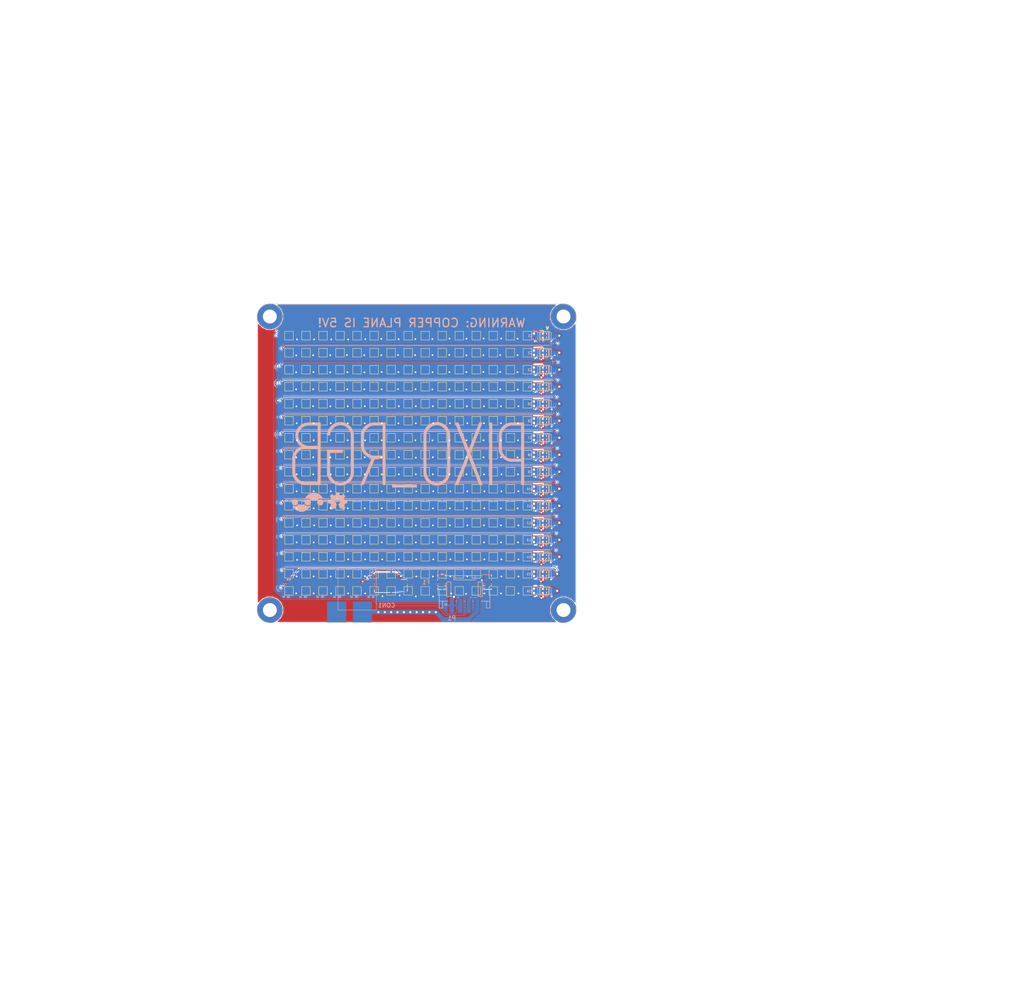
<source format=kicad_pcb>
(kicad_pcb (version 4) (host pcbnew 4.0.7)
  (title_block (title "Sensory Adaptation Robot") (date 2016-03-10) (rev 0.1a) (company "Idle Hands Dev.") (comment 1 "Sean Hodgins"))
  (layers (0 F.Cu signal) (31 B.Cu signal) (34 B.Paste user) (35 F.Paste user) (36 B.SilkS user) (37 F.SilkS user) (38 B.Mask user) (39 F.Mask user) (44 Edge.Cuts user))
  (net 0 "")
  (net 1 GND)
  (net 2 +5V)
  (net 3 "Net-(U1-Pad2)")
  (net 4 "Net-(U1-Pad3)")
  (net 5 SDS)
  (net 6 "Net-(U2-Pad2)")
  (net 7 "Net-(U2-Pad3)")
  (net 8 "Net-(U3-Pad2)")
  (net 9 "Net-(U3-Pad3)")
  (net 10 "Net-(U4-Pad2)")
  (net 11 "Net-(U4-Pad3)")
  (net 12 "Net-(U5-Pad2)")
  (net 13 "Net-(U5-Pad3)")
  (net 14 "Net-(U6-Pad2)")
  (net 15 "Net-(U6-Pad3)")
  (net 16 "Net-(U7-Pad2)")
  (net 17 "Net-(U7-Pad3)")
  (net 18 "Net-(U8-Pad2)")
  (net 19 "Net-(U8-Pad3)")
  (net 20 "Net-(U10-Pad5)")
  (net 21 "Net-(U10-Pad4)")
  (net 22 "Net-(U10-Pad2)")
  (net 23 "Net-(U10-Pad3)")
  (net 24 "Net-(U11-Pad2)")
  (net 25 "Net-(U11-Pad3)")
  (net 26 "Net-(U12-Pad2)")
  (net 27 "Net-(U12-Pad3)")
  (net 28 "Net-(U13-Pad2)")
  (net 29 "Net-(U13-Pad3)")
  (net 30 "Net-(U14-Pad2)")
  (net 31 "Net-(U14-Pad3)")
  (net 32 "Net-(U15-Pad2)")
  (net 33 "Net-(U15-Pad3)")
  (net 34 CK1)
  (net 35 SD1)
  (net 36 "Net-(U17-Pad2)")
  (net 37 "Net-(U17-Pad3)")
  (net 38 "Net-(U18-Pad2)")
  (net 39 "Net-(U18-Pad3)")
  (net 40 "Net-(U19-Pad2)")
  (net 41 "Net-(U19-Pad3)")
  (net 42 "Net-(U20-Pad2)")
  (net 43 "Net-(U20-Pad3)")
  (net 44 "Net-(U21-Pad2)")
  (net 45 "Net-(U21-Pad3)")
  (net 46 "Net-(U22-Pad2)")
  (net 47 "Net-(U22-Pad3)")
  (net 48 "Net-(U23-Pad2)")
  (net 49 "Net-(U23-Pad3)")
  (net 50 "Net-(U24-Pad2)")
  (net 51 "Net-(U24-Pad3)")
  (net 52 "Net-(U25-Pad2)")
  (net 53 "Net-(U25-Pad3)")
  (net 54 "Net-(U26-Pad2)")
  (net 55 "Net-(U26-Pad3)")
  (net 56 "Net-(U27-Pad2)")
  (net 57 "Net-(U27-Pad3)")
  (net 58 "Net-(U28-Pad2)")
  (net 59 "Net-(U28-Pad3)")
  (net 60 "Net-(U29-Pad2)")
  (net 61 "Net-(U29-Pad3)")
  (net 62 "Net-(U30-Pad2)")
  (net 63 "Net-(U30-Pad3)")
  (net 64 "Net-(U31-Pad2)")
  (net 65 "Net-(U31-Pad3)")
  (net 66 CK2)
  (net 67 SD2)
  (net 68 "Net-(U33-Pad2)")
  (net 69 "Net-(U33-Pad3)")
  (net 70 "Net-(U34-Pad2)")
  (net 71 "Net-(U34-Pad3)")
  (net 72 "Net-(U35-Pad2)")
  (net 73 "Net-(U35-Pad3)")
  (net 74 "Net-(U36-Pad2)")
  (net 75 "Net-(U36-Pad3)")
  (net 76 "Net-(U37-Pad2)")
  (net 77 "Net-(U37-Pad3)")
  (net 78 "Net-(U38-Pad2)")
  (net 79 "Net-(U38-Pad3)")
  (net 80 "Net-(U39-Pad2)")
  (net 81 "Net-(U39-Pad3)")
  (net 82 "Net-(U40-Pad2)")
  (net 83 "Net-(U40-Pad3)")
  (net 84 "Net-(U41-Pad2)")
  (net 85 "Net-(U41-Pad3)")
  (net 86 "Net-(U42-Pad2)")
  (net 87 "Net-(U42-Pad3)")
  (net 88 "Net-(U43-Pad2)")
  (net 89 "Net-(U43-Pad3)")
  (net 90 "Net-(U44-Pad2)")
  (net 91 "Net-(U44-Pad3)")
  (net 92 "Net-(U45-Pad2)")
  (net 93 "Net-(U45-Pad3)")
  (net 94 "Net-(U46-Pad2)")
  (net 95 "Net-(U46-Pad3)")
  (net 96 "Net-(U47-Pad2)")
  (net 97 "Net-(U47-Pad3)")
  (net 98 CK3)
  (net 99 SD3)
  (net 100 "Net-(U49-Pad2)")
  (net 101 "Net-(U49-Pad3)")
  (net 102 CKS)
  (net 103 "Net-(U50-Pad2)")
  (net 104 "Net-(U50-Pad3)")
  (net 105 "Net-(U51-Pad2)")
  (net 106 "Net-(U51-Pad3)")
  (net 107 "Net-(U52-Pad2)")
  (net 108 "Net-(U52-Pad3)")
  (net 109 "Net-(U53-Pad2)")
  (net 110 "Net-(U53-Pad3)")
  (net 111 "Net-(U54-Pad2)")
  (net 112 "Net-(U54-Pad3)")
  (net 113 "Net-(U55-Pad2)")
  (net 114 "Net-(U55-Pad3)")
  (net 115 "Net-(U56-Pad2)")
  (net 116 "Net-(U56-Pad3)")
  (net 117 "Net-(U57-Pad2)")
  (net 118 "Net-(U57-Pad3)")
  (net 119 "Net-(U58-Pad2)")
  (net 120 "Net-(U58-Pad3)")
  (net 121 "Net-(U59-Pad2)")
  (net 122 "Net-(U59-Pad3)")
  (net 123 "Net-(U60-Pad2)")
  (net 124 "Net-(U60-Pad3)")
  (net 125 "Net-(U61-Pad2)")
  (net 126 "Net-(U61-Pad3)")
  (net 127 "Net-(U62-Pad2)")
  (net 128 "Net-(U62-Pad3)")
  (net 129 "Net-(U63-Pad2)")
  (net 130 "Net-(U63-Pad3)")
  (net 131 CK4)
  (net 132 SD4)
  (net 133 "Net-(U65-Pad2)")
  (net 134 "Net-(U65-Pad3)")
  (net 135 "Net-(U66-Pad2)")
  (net 136 "Net-(U66-Pad3)")
  (net 137 "Net-(U67-Pad2)")
  (net 138 "Net-(U67-Pad3)")
  (net 139 "Net-(U68-Pad2)")
  (net 140 "Net-(U68-Pad3)")
  (net 141 "Net-(U69-Pad2)")
  (net 142 "Net-(U69-Pad3)")
  (net 143 "Net-(U70-Pad2)")
  (net 144 "Net-(U70-Pad3)")
  (net 145 "Net-(U71-Pad2)")
  (net 146 "Net-(U71-Pad3)")
  (net 147 "Net-(U72-Pad2)")
  (net 148 "Net-(U72-Pad3)")
  (net 149 "Net-(U73-Pad2)")
  (net 150 "Net-(U73-Pad3)")
  (net 151 "Net-(U74-Pad2)")
  (net 152 "Net-(U74-Pad3)")
  (net 153 "Net-(U75-Pad2)")
  (net 154 "Net-(U75-Pad3)")
  (net 155 "Net-(U76-Pad2)")
  (net 156 "Net-(U76-Pad3)")
  (net 157 "Net-(U77-Pad2)")
  (net 158 "Net-(U77-Pad3)")
  (net 159 "Net-(U78-Pad2)")
  (net 160 "Net-(U78-Pad3)")
  (net 161 "Net-(U79-Pad2)")
  (net 162 "Net-(U79-Pad3)")
  (net 163 CK5)
  (net 164 SD5)
  (net 165 "Net-(U81-Pad2)")
  (net 166 "Net-(U81-Pad3)")
  (net 167 "Net-(U82-Pad2)")
  (net 168 "Net-(U82-Pad3)")
  (net 169 "Net-(U83-Pad2)")
  (net 170 "Net-(U83-Pad3)")
  (net 171 "Net-(U84-Pad2)")
  (net 172 "Net-(U84-Pad3)")
  (net 173 "Net-(U85-Pad2)")
  (net 174 "Net-(U85-Pad3)")
  (net 175 "Net-(U86-Pad2)")
  (net 176 "Net-(U86-Pad3)")
  (net 177 "Net-(U87-Pad2)")
  (net 178 "Net-(U87-Pad3)")
  (net 179 "Net-(U88-Pad2)")
  (net 180 "Net-(U88-Pad3)")
  (net 181 "Net-(U89-Pad2)")
  (net 182 "Net-(U89-Pad3)")
  (net 183 "Net-(U90-Pad2)")
  (net 184 "Net-(U90-Pad3)")
  (net 185 "Net-(U91-Pad2)")
  (net 186 "Net-(U91-Pad3)")
  (net 187 "Net-(U92-Pad2)")
  (net 188 "Net-(U92-Pad3)")
  (net 189 "Net-(U93-Pad2)")
  (net 190 "Net-(U93-Pad3)")
  (net 191 "Net-(U94-Pad2)")
  (net 192 "Net-(U94-Pad3)")
  (net 193 "Net-(U95-Pad2)")
  (net 194 "Net-(U95-Pad3)")
  (net 195 CK6)
  (net 196 SD6)
  (net 197 "Net-(U97-Pad2)")
  (net 198 "Net-(U97-Pad3)")
  (net 199 "Net-(U98-Pad2)")
  (net 200 "Net-(U98-Pad3)")
  (net 201 "Net-(U100-Pad5)")
  (net 202 "Net-(U100-Pad4)")
  (net 203 "Net-(U100-Pad2)")
  (net 204 "Net-(U100-Pad3)")
  (net 205 "Net-(U101-Pad2)")
  (net 206 "Net-(U101-Pad3)")
  (net 207 "Net-(U102-Pad2)")
  (net 208 "Net-(U102-Pad3)")
  (net 209 "Net-(U103-Pad2)")
  (net 210 "Net-(U103-Pad3)")
  (net 211 "Net-(U104-Pad2)")
  (net 212 "Net-(U104-Pad3)")
  (net 213 "Net-(U105-Pad2)")
  (net 214 "Net-(U105-Pad3)")
  (net 215 "Net-(U106-Pad2)")
  (net 216 "Net-(U106-Pad3)")
  (net 217 "Net-(U107-Pad2)")
  (net 218 "Net-(U107-Pad3)")
  (net 219 "Net-(U108-Pad2)")
  (net 220 "Net-(U108-Pad3)")
  (net 221 "Net-(U109-Pad2)")
  (net 222 "Net-(U109-Pad3)")
  (net 223 "Net-(U110-Pad2)")
  (net 224 "Net-(U110-Pad3)")
  (net 225 "Net-(U111-Pad2)")
  (net 226 "Net-(U111-Pad3)")
  (net 227 CK7)
  (net 228 SD7)
  (net 229 "Net-(U113-Pad2)")
  (net 230 "Net-(U113-Pad3)")
  (net 231 "Net-(U114-Pad2)")
  (net 232 "Net-(U114-Pad3)")
  (net 233 "Net-(U115-Pad2)")
  (net 234 "Net-(U115-Pad3)")
  (net 235 "Net-(U116-Pad2)")
  (net 236 "Net-(U116-Pad3)")
  (net 237 "Net-(U117-Pad2)")
  (net 238 "Net-(U117-Pad3)")
  (net 239 "Net-(U118-Pad2)")
  (net 240 "Net-(U118-Pad3)")
  (net 241 "Net-(U119-Pad2)")
  (net 242 "Net-(U119-Pad3)")
  (net 243 "Net-(U120-Pad2)")
  (net 244 "Net-(U120-Pad3)")
  (net 245 "Net-(U121-Pad2)")
  (net 246 "Net-(U121-Pad3)")
  (net 247 "Net-(U122-Pad2)")
  (net 248 "Net-(U122-Pad3)")
  (net 249 "Net-(U123-Pad2)")
  (net 250 "Net-(U123-Pad3)")
  (net 251 "Net-(U124-Pad2)")
  (net 252 "Net-(U124-Pad3)")
  (net 253 "Net-(U125-Pad2)")
  (net 254 "Net-(U125-Pad3)")
  (net 255 "Net-(U126-Pad2)")
  (net 256 "Net-(U126-Pad3)")
  (net 257 "Net-(U127-Pad2)")
  (net 258 "Net-(U127-Pad3)")
  (net 259 CK8)
  (net 260 SD8)
  (net 261 "Net-(U129-Pad2)")
  (net 262 "Net-(U129-Pad3)")
  (net 263 "Net-(U130-Pad2)")
  (net 264 "Net-(U130-Pad3)")
  (net 265 "Net-(U131-Pad2)")
  (net 266 "Net-(U131-Pad3)")
  (net 267 "Net-(U132-Pad2)")
  (net 268 "Net-(U132-Pad3)")
  (net 269 "Net-(U133-Pad2)")
  (net 270 "Net-(U133-Pad3)")
  (net 271 "Net-(U134-Pad2)")
  (net 272 "Net-(U134-Pad3)")
  (net 273 "Net-(U135-Pad2)")
  (net 274 "Net-(U135-Pad3)")
  (net 275 "Net-(U136-Pad2)")
  (net 276 "Net-(U136-Pad3)")
  (net 277 "Net-(U137-Pad2)")
  (net 278 "Net-(U137-Pad3)")
  (net 279 "Net-(U138-Pad2)")
  (net 280 "Net-(U138-Pad3)")
  (net 281 "Net-(U139-Pad2)")
  (net 282 "Net-(U139-Pad3)")
  (net 283 "Net-(U140-Pad2)")
  (net 284 "Net-(U140-Pad3)")
  (net 285 "Net-(U141-Pad2)")
  (net 286 "Net-(U141-Pad3)")
  (net 287 "Net-(U142-Pad2)")
  (net 288 "Net-(U142-Pad3)")
  (net 289 "Net-(U143-Pad2)")
  (net 290 "Net-(U143-Pad3)")
  (net 291 CK9)
  (net 292 SD9)
  (net 293 "Net-(U145-Pad2)")
  (net 294 "Net-(U145-Pad3)")
  (net 295 "Net-(U146-Pad2)")
  (net 296 "Net-(U146-Pad3)")
  (net 297 "Net-(U147-Pad2)")
  (net 298 "Net-(U147-Pad3)")
  (net 299 "Net-(U148-Pad2)")
  (net 300 "Net-(U148-Pad3)")
  (net 301 "Net-(U149-Pad2)")
  (net 302 "Net-(U149-Pad3)")
  (net 303 "Net-(U150-Pad2)")
  (net 304 "Net-(U150-Pad3)")
  (net 305 "Net-(U151-Pad2)")
  (net 306 "Net-(U151-Pad3)")
  (net 307 "Net-(U152-Pad2)")
  (net 308 "Net-(U152-Pad3)")
  (net 309 "Net-(U153-Pad2)")
  (net 310 "Net-(U153-Pad3)")
  (net 311 "Net-(U154-Pad2)")
  (net 312 "Net-(U154-Pad3)")
  (net 313 "Net-(U155-Pad2)")
  (net 314 "Net-(U155-Pad3)")
  (net 315 "Net-(U156-Pad2)")
  (net 316 "Net-(U156-Pad3)")
  (net 317 "Net-(U157-Pad2)")
  (net 318 "Net-(U157-Pad3)")
  (net 319 "Net-(U158-Pad2)")
  (net 320 "Net-(U158-Pad3)")
  (net 321 "Net-(U159-Pad2)")
  (net 322 "Net-(U159-Pad3)")
  (net 323 CK10)
  (net 324 SD10)
  (net 325 "Net-(U161-Pad2)")
  (net 326 "Net-(U161-Pad3)")
  (net 327 "Net-(U162-Pad2)")
  (net 328 "Net-(U162-Pad3)")
  (net 329 "Net-(U163-Pad2)")
  (net 330 "Net-(U163-Pad3)")
  (net 331 "Net-(U164-Pad2)")
  (net 332 "Net-(U164-Pad3)")
  (net 333 "Net-(U165-Pad2)")
  (net 334 "Net-(U165-Pad3)")
  (net 335 "Net-(U166-Pad2)")
  (net 336 "Net-(U166-Pad3)")
  (net 337 "Net-(U167-Pad2)")
  (net 338 "Net-(U167-Pad3)")
  (net 339 "Net-(U168-Pad2)")
  (net 340 "Net-(U168-Pad3)")
  (net 341 "Net-(U169-Pad2)")
  (net 342 "Net-(U169-Pad3)")
  (net 343 "Net-(U170-Pad2)")
  (net 344 "Net-(U170-Pad3)")
  (net 345 "Net-(U171-Pad2)")
  (net 346 "Net-(U171-Pad3)")
  (net 347 "Net-(U172-Pad2)")
  (net 348 "Net-(U172-Pad3)")
  (net 349 "Net-(U173-Pad2)")
  (net 350 "Net-(U173-Pad3)")
  (net 351 "Net-(U174-Pad2)")
  (net 352 "Net-(U174-Pad3)")
  (net 353 "Net-(U175-Pad2)")
  (net 354 "Net-(U175-Pad3)")
  (net 355 CK11)
  (net 356 SD11)
  (net 357 "Net-(U177-Pad2)")
  (net 358 "Net-(U177-Pad3)")
  (net 359 "Net-(U178-Pad2)")
  (net 360 "Net-(U178-Pad3)")
  (net 361 "Net-(U179-Pad2)")
  (net 362 "Net-(U179-Pad3)")
  (net 363 "Net-(U180-Pad2)")
  (net 364 "Net-(U180-Pad3)")
  (net 365 "Net-(U181-Pad2)")
  (net 366 "Net-(U181-Pad3)")
  (net 367 "Net-(U182-Pad2)")
  (net 368 "Net-(U182-Pad3)")
  (net 369 "Net-(U183-Pad2)")
  (net 370 "Net-(U183-Pad3)")
  (net 371 "Net-(U184-Pad2)")
  (net 372 "Net-(U184-Pad3)")
  (net 373 "Net-(U185-Pad2)")
  (net 374 "Net-(U185-Pad3)")
  (net 375 "Net-(U186-Pad2)")
  (net 376 "Net-(U186-Pad3)")
  (net 377 "Net-(U187-Pad2)")
  (net 378 "Net-(U187-Pad3)")
  (net 379 "Net-(U188-Pad2)")
  (net 380 "Net-(U188-Pad3)")
  (net 381 "Net-(U189-Pad2)")
  (net 382 "Net-(U189-Pad3)")
  (net 383 "Net-(U190-Pad2)")
  (net 384 "Net-(U190-Pad3)")
  (net 385 "Net-(U191-Pad2)")
  (net 386 "Net-(U191-Pad3)")
  (net 387 CK12)
  (net 388 SD12)
  (net 389 "Net-(U193-Pad2)")
  (net 390 "Net-(U193-Pad3)")
  (net 391 "Net-(U194-Pad2)")
  (net 392 "Net-(U194-Pad3)")
  (net 393 "Net-(U195-Pad2)")
  (net 394 "Net-(U195-Pad3)")
  (net 395 "Net-(U196-Pad2)")
  (net 396 "Net-(U196-Pad3)")
  (net 397 "Net-(U197-Pad2)")
  (net 398 "Net-(U197-Pad3)")
  (net 399 "Net-(U198-Pad2)")
  (net 400 "Net-(U198-Pad3)")
  (net 401 "Net-(U199-Pad2)")
  (net 402 "Net-(U199-Pad3)")
  (net 403 "Net-(U200-Pad2)")
  (net 404 "Net-(U200-Pad3)")
  (net 405 "Net-(U201-Pad2)")
  (net 406 "Net-(U201-Pad3)")
  (net 407 "Net-(U202-Pad2)")
  (net 408 "Net-(U202-Pad3)")
  (net 409 "Net-(U203-Pad2)")
  (net 410 "Net-(U203-Pad3)")
  (net 411 "Net-(U204-Pad2)")
  (net 412 "Net-(U204-Pad3)")
  (net 413 "Net-(U205-Pad2)")
  (net 414 "Net-(U205-Pad3)")
  (net 415 "Net-(U206-Pad2)")
  (net 416 "Net-(U206-Pad3)")
  (net 417 "Net-(U207-Pad2)")
  (net 418 "Net-(U207-Pad3)")
  (net 419 CK13)
  (net 420 SD13)
  (net 421 "Net-(U209-Pad2)")
  (net 422 "Net-(U209-Pad3)")
  (net 423 "Net-(U210-Pad2)")
  (net 424 "Net-(U210-Pad3)")
  (net 425 "Net-(U211-Pad2)")
  (net 426 "Net-(U211-Pad3)")
  (net 427 "Net-(U212-Pad2)")
  (net 428 "Net-(U212-Pad3)")
  (net 429 "Net-(U213-Pad2)")
  (net 430 "Net-(U213-Pad3)")
  (net 431 "Net-(U214-Pad2)")
  (net 432 "Net-(U214-Pad3)")
  (net 433 "Net-(U215-Pad2)")
  (net 434 "Net-(U215-Pad3)")
  (net 435 "Net-(U216-Pad2)")
  (net 436 "Net-(U216-Pad3)")
  (net 437 "Net-(U217-Pad2)")
  (net 438 "Net-(U217-Pad3)")
  (net 439 "Net-(U218-Pad2)")
  (net 440 "Net-(U218-Pad3)")
  (net 441 "Net-(U219-Pad2)")
  (net 442 "Net-(U219-Pad3)")
  (net 443 "Net-(U220-Pad2)")
  (net 444 "Net-(U220-Pad3)")
  (net 445 "Net-(U221-Pad2)")
  (net 446 "Net-(U221-Pad3)")
  (net 447 "Net-(U222-Pad2)")
  (net 448 "Net-(U222-Pad3)")
  (net 449 "Net-(U223-Pad2)")
  (net 450 "Net-(U223-Pad3)")
  (net 451 CK14)
  (net 452 SD14)
  (net 453 "Net-(U225-Pad2)")
  (net 454 "Net-(U225-Pad3)")
  (net 455 "Net-(U226-Pad2)")
  (net 456 "Net-(U226-Pad3)")
  (net 457 "Net-(U227-Pad2)")
  (net 458 "Net-(U227-Pad3)")
  (net 459 "Net-(U228-Pad2)")
  (net 460 "Net-(U228-Pad3)")
  (net 461 "Net-(U229-Pad2)")
  (net 462 "Net-(U229-Pad3)")
  (net 463 "Net-(U230-Pad2)")
  (net 464 "Net-(U230-Pad3)")
  (net 465 "Net-(U231-Pad2)")
  (net 466 "Net-(U231-Pad3)")
  (net 467 "Net-(U232-Pad2)")
  (net 468 "Net-(U232-Pad3)")
  (net 469 "Net-(U233-Pad2)")
  (net 470 "Net-(U233-Pad3)")
  (net 471 "Net-(U234-Pad2)")
  (net 472 "Net-(U234-Pad3)")
  (net 473 "Net-(U235-Pad2)")
  (net 474 "Net-(U235-Pad3)")
  (net 475 "Net-(U236-Pad2)")
  (net 476 "Net-(U236-Pad3)")
  (net 477 "Net-(U237-Pad2)")
  (net 478 "Net-(U237-Pad3)")
  (net 479 "Net-(U238-Pad2)")
  (net 480 "Net-(U238-Pad3)")
  (net 481 "Net-(U239-Pad2)")
  (net 482 "Net-(U239-Pad3)")
  (net 483 CK15)
  (net 484 SD15)
  (net 485 "Net-(U241-Pad2)")
  (net 486 "Net-(U241-Pad3)")
  (net 487 "Net-(U242-Pad2)")
  (net 488 "Net-(U242-Pad3)")
  (net 489 "Net-(U243-Pad2)")
  (net 490 "Net-(U243-Pad3)")
  (net 491 "Net-(U244-Pad2)")
  (net 492 "Net-(U244-Pad3)")
  (net 493 "Net-(U245-Pad2)")
  (net 494 "Net-(U245-Pad3)")
  (net 495 "Net-(U246-Pad2)")
  (net 496 "Net-(U246-Pad3)")
  (net 497 "Net-(U247-Pad2)")
  (net 498 "Net-(U247-Pad3)")
  (net 499 "Net-(U248-Pad2)")
  (net 500 "Net-(U248-Pad3)")
  (net 501 "Net-(U249-Pad2)")
  (net 502 "Net-(U249-Pad3)")
  (net 503 "Net-(U250-Pad2)")
  (net 504 "Net-(U250-Pad3)")
  (net 505 "Net-(U251-Pad2)")
  (net 506 "Net-(U251-Pad3)")
  (net 507 "Net-(U252-Pad2)")
  (net 508 "Net-(U252-Pad3)")
  (net 509 "Net-(U253-Pad2)")
  (net 510 "Net-(U253-Pad3)")
  (net 511 "Net-(U254-Pad2)")
  (net 512 "Net-(U254-Pad3)")
  (net 513 "Net-(U255-Pad2)")
  (net 514 "Net-(U255-Pad3)")
  (net 515 "Net-(U256-Pad2)")
  (net 516 "Net-(U256-Pad3)")
  (net 517 "Net-(CON1-Pad3)")
  (net 518 "Net-(CON1-Pad1)")
  (module idlehands_footprints:APA102-2020_NOGND (layer F.Cu) (at 136.5 164.5 180)
    (fp_text reference U249 hide)
    (fp_text value APA102 hide)
    (pad 1 smd rect (at -0.75 -0.9 180) (size 0.8 0.5) (layers F.Cu F.Paste F.Mask) (net 2 +5V))
    (pad 6 smd rect (at 0.75 -0.9 180) (size 0.8 0.5) (layers F.Cu F.Paste F.Mask) (net 1 GND))
    (pad 2 smd rect (at -0.75 0 180) (size 0.8 0.3) (layers F.Cu F.Paste F.Mask) (net 501 "Net-(U249-Pad2)"))
    (pad 5 smd rect (at 0.75 0 180) (size 0.8 0.3) (layers F.Cu F.Paste F.Mask) (net 499 "Net-(U248-Pad2)"))
    (pad 1 smd rect (at 0 -0.83 180) (size 0.3 1) (layers F.Cu F.Paste F.Mask) (net 2 +5V))
    (pad 3 smd rect (at -0.75 0.9 180) (size 0.8 0.5) (layers F.Cu F.Paste F.Mask) (net 502 "Net-(U249-Pad3)"))
    (pad 4 smd rect (at 0.75 0.9 180) (size 0.8 0.5) (layers F.Cu F.Paste F.Mask) (net 500 "Net-(U248-Pad3)"))
    (pad 0 smd rect (at 0 0.83 180) (size 0.3 1) (layers F.Cu F.Paste F.Mask))
  )
  (module idlehands_footprints:STANDOFF_3MM_6MMOD (layer F.Cu) (at 100 100)
    (fp_text reference REF** hide)
    (fp_text value STANDOFF_3MM hide)
    (pad 1 thru_hole circle (at 0 0) (size 6 6) (drill 3.2) (layers *.Cu *.Mask))
  )
  (module idlehands_footprints:STANDOFF_3MM_6MMOD (layer F.Cu) (at 100 169)
    (fp_text reference REF** hide)
    (fp_text value STANDOFF_3MM hide)
    (pad 1 thru_hole circle (at 0 0) (size 6 6) (drill 3.2) (layers *.Cu *.Mask))
  )
  (module idlehands_footprints:STANDOFF_3MM_6MMOD (layer F.Cu) (at 169 169)
    (fp_text reference REF** hide)
    (fp_text value STANDOFF_3MM hide)
    (pad 1 thru_hole circle (at 0 0) (size 6 6) (drill 3.2) (layers *.Cu *.Mask))
  )
  (module idlehands_footprints:c_1206 (layer B.Cu) (at 164.5 164.5 180)
    (fp_text reference C16 (at 3.4 -0.05 180) (layer B.SilkS) (effects (font (size 0.50038 0.50038) (thickness 0.11938)) (justify mirror)))
    (fp_text value 10uF hide)
    (pad 1 smd rect (at 1.397 0 180) (size 1.6002 1.8034) (layers B.Cu B.Paste B.Mask) (net 2 +5V))
    (pad 2 smd rect (at -1.397 0 180) (size 1.6002 1.8034) (layers B.Cu B.Paste B.Mask) (net 1 GND))
  )
  (module idlehands_footprints:c_1206 (layer B.Cu) (at 164.5 160.5 180)
    (fp_text reference C15 (at 3.4 -0.05 180) (layer B.SilkS) (effects (font (size 0.50038 0.50038) (thickness 0.11938)) (justify mirror)))
    (fp_text value 10uF hide)
    (pad 1 smd rect (at 1.397 0 180) (size 1.6002 1.8034) (layers B.Cu B.Paste B.Mask) (net 2 +5V))
    (pad 2 smd rect (at -1.397 0 180) (size 1.6002 1.8034) (layers B.Cu B.Paste B.Mask) (net 1 GND))
  )
  (module idlehands_footprints:c_1206 (layer B.Cu) (at 164.5 156.5 180)
    (fp_text reference C14 (at 3.4 -0.05 180) (layer B.SilkS) (effects (font (size 0.50038 0.50038) (thickness 0.11938)) (justify mirror)))
    (fp_text value 10uF hide)
    (pad 1 smd rect (at 1.397 0 180) (size 1.6002 1.8034) (layers B.Cu B.Paste B.Mask) (net 2 +5V))
    (pad 2 smd rect (at -1.397 0 180) (size 1.6002 1.8034) (layers B.Cu B.Paste B.Mask) (net 1 GND))
  )
  (module idlehands_footprints:c_1206 (layer B.Cu) (at 164.5 152.5 180)
    (fp_text reference C13 (at 3.4 -0.05 180) (layer B.SilkS) (effects (font (size 0.50038 0.50038) (thickness 0.11938)) (justify mirror)))
    (fp_text value 10uF hide)
    (pad 1 smd rect (at 1.397 0 180) (size 1.6002 1.8034) (layers B.Cu B.Paste B.Mask) (net 2 +5V))
    (pad 2 smd rect (at -1.397 0 180) (size 1.6002 1.8034) (layers B.Cu B.Paste B.Mask) (net 1 GND))
  )
  (module idlehands_footprints:c_1206 (layer B.Cu) (at 164.5 148.5 180)
    (fp_text reference C12 (at 3.4 -0.05 180) (layer B.SilkS) (effects (font (size 0.50038 0.50038) (thickness 0.11938)) (justify mirror)))
    (fp_text value 10uF hide)
    (pad 1 smd rect (at 1.397 0 180) (size 1.6002 1.8034) (layers B.Cu B.Paste B.Mask) (net 2 +5V))
    (pad 2 smd rect (at -1.397 0 180) (size 1.6002 1.8034) (layers B.Cu B.Paste B.Mask) (net 1 GND))
  )
  (module idlehands_footprints:c_1206 (layer B.Cu) (at 164.5 144.5 180)
    (fp_text reference C11 (at 3.4 -0.05 180) (layer B.SilkS) (effects (font (size 0.50038 0.50038) (thickness 0.11938)) (justify mirror)))
    (fp_text value 10uF hide)
    (pad 1 smd rect (at 1.397 0 180) (size 1.6002 1.8034) (layers B.Cu B.Paste B.Mask) (net 2 +5V))
    (pad 2 smd rect (at -1.397 0 180) (size 1.6002 1.8034) (layers B.Cu B.Paste B.Mask) (net 1 GND))
  )
  (module idlehands_footprints:c_1206 (layer B.Cu) (at 164.5 140.5 180)
    (fp_text reference C10 (at 3.4 -0.05 180) (layer B.SilkS) (effects (font (size 0.50038 0.50038) (thickness 0.11938)) (justify mirror)))
    (fp_text value 10uF hide)
    (pad 1 smd rect (at 1.397 0 180) (size 1.6002 1.8034) (layers B.Cu B.Paste B.Mask) (net 2 +5V))
    (pad 2 smd rect (at -1.397 0 180) (size 1.6002 1.8034) (layers B.Cu B.Paste B.Mask) (net 1 GND))
  )
  (module idlehands_footprints:c_1206 (layer B.Cu) (at 164.5 136.5 180)
    (fp_text reference C9 (at 3.4 -0.05 180) (layer B.SilkS) (effects (font (size 0.50038 0.50038) (thickness 0.11938)) (justify mirror)))
    (fp_text value 10uF hide)
    (pad 1 smd rect (at 1.397 0 180) (size 1.6002 1.8034) (layers B.Cu B.Paste B.Mask) (net 2 +5V))
    (pad 2 smd rect (at -1.397 0 180) (size 1.6002 1.8034) (layers B.Cu B.Paste B.Mask) (net 1 GND))
  )
  (module idlehands_footprints:c_1206 (layer B.Cu) (at 164.5 132.5 180)
    (fp_text reference C8 (at 3.4 -0.05 180) (layer B.SilkS) (effects (font (size 0.50038 0.50038) (thickness 0.11938)) (justify mirror)))
    (fp_text value 10uF hide)
    (pad 1 smd rect (at 1.397 0 180) (size 1.6002 1.8034) (layers B.Cu B.Paste B.Mask) (net 2 +5V))
    (pad 2 smd rect (at -1.397 0 180) (size 1.6002 1.8034) (layers B.Cu B.Paste B.Mask) (net 1 GND))
  )
  (module idlehands_footprints:c_1206 (layer B.Cu) (at 164.5 128.5 180)
    (fp_text reference C7 (at 3.4 -0.05 180) (layer B.SilkS) (effects (font (size 0.50038 0.50038) (thickness 0.11938)) (justify mirror)))
    (fp_text value 10uF hide)
    (pad 1 smd rect (at 1.397 0 180) (size 1.6002 1.8034) (layers B.Cu B.Paste B.Mask) (net 2 +5V))
    (pad 2 smd rect (at -1.397 0 180) (size 1.6002 1.8034) (layers B.Cu B.Paste B.Mask) (net 1 GND))
  )
  (module idlehands_footprints:c_1206 (layer B.Cu) (at 164.5 124.5 180)
    (fp_text reference C6 (at 3.4 -0.05 180) (layer B.SilkS) (effects (font (size 0.50038 0.50038) (thickness 0.11938)) (justify mirror)))
    (fp_text value 10uF hide)
    (pad 1 smd rect (at 1.397 0 180) (size 1.6002 1.8034) (layers B.Cu B.Paste B.Mask) (net 2 +5V))
    (pad 2 smd rect (at -1.397 0 180) (size 1.6002 1.8034) (layers B.Cu B.Paste B.Mask) (net 1 GND))
  )
  (module idlehands_footprints:c_1206 (layer B.Cu) (at 164.5 120.5 180)
    (fp_text reference C5 (at 3.4 -0.05 180) (layer B.SilkS) (effects (font (size 0.50038 0.50038) (thickness 0.11938)) (justify mirror)))
    (fp_text value 10uF hide)
    (pad 1 smd rect (at 1.397 0 180) (size 1.6002 1.8034) (layers B.Cu B.Paste B.Mask) (net 2 +5V))
    (pad 2 smd rect (at -1.397 0 180) (size 1.6002 1.8034) (layers B.Cu B.Paste B.Mask) (net 1 GND))
  )
  (module idlehands_footprints:c_1206 (layer B.Cu) (at 164.5 116.5 180)
    (fp_text reference C4 (at 3.4 -0.05 180) (layer B.SilkS) (effects (font (size 0.50038 0.50038) (thickness 0.11938)) (justify mirror)))
    (fp_text value 10uF hide)
    (pad 1 smd rect (at 1.397 0 180) (size 1.6002 1.8034) (layers B.Cu B.Paste B.Mask) (net 2 +5V))
    (pad 2 smd rect (at -1.397 0 180) (size 1.6002 1.8034) (layers B.Cu B.Paste B.Mask) (net 1 GND))
  )
  (module idlehands_footprints:c_1206 (layer B.Cu) (at 164.5 112.5 180)
    (fp_text reference C3 (at 3.4 -0.05 180) (layer B.SilkS) (effects (font (size 0.50038 0.50038) (thickness 0.11938)) (justify mirror)))
    (fp_text value 10uF hide)
    (pad 1 smd rect (at 1.397 0 180) (size 1.6002 1.8034) (layers B.Cu B.Paste B.Mask) (net 2 +5V))
    (pad 2 smd rect (at -1.397 0 180) (size 1.6002 1.8034) (layers B.Cu B.Paste B.Mask) (net 1 GND))
  )
  (module idlehands_footprints:c_1206 (layer B.Cu) (at 164.5 108.5 180)
    (fp_text reference C2 (at 3.4 -0.05 180) (layer B.SilkS) (effects (font (size 0.50038 0.50038) (thickness 0.11938)) (justify mirror)))
    (fp_text value 10uF hide)
    (pad 1 smd rect (at 1.397 0 180) (size 1.6002 1.8034) (layers B.Cu B.Paste B.Mask) (net 2 +5V))
    (pad 2 smd rect (at -1.397 0 180) (size 1.6002 1.8034) (layers B.Cu B.Paste B.Mask) (net 1 GND))
  )
  (module idlehands_footprints:c_1206 (layer B.Cu) (at 164.5 104.5 180)
    (fp_text reference C1 (at 3.4 -0.05 180) (layer B.SilkS) (effects (font (size 0.50038 0.50038) (thickness 0.11938)) (justify mirror)))
    (fp_text value 10uF hide)
    (pad 1 smd rect (at 1.397 0 180) (size 1.6002 1.8034) (layers B.Cu B.Paste B.Mask) (net 2 +5V))
    (pad 2 smd rect (at -1.397 0 180) (size 1.6002 1.8034) (layers B.Cu B.Paste B.Mask) (net 1 GND))
  )
  (module idlehands_footprints:DC_POWERJACK_VERT_NoHoles (layer B.Cu) (at 120.5 162.5 180)
    (fp_text reference CON1 (at -6.9 -5.4 180) (layer B.SilkS) (effects (justify mirror)))
    (fp_text value BARREL_JACK)
    (pad 1 smd rect (at -6.55 0 180) (size 4.7 4.5) (layers B.Cu B.Paste B.Mask) (net 518 "Net-(CON1-Pad1)"))
    (pad 2 smd rect (at -1.25 -6.95 180) (size 4.5 4.9) (layers B.Cu B.Paste B.Mask) (net 1 GND))
    (pad 3 smd rect (at 4.8 -6.95 180) (size 4.5 4.9) (layers B.Cu B.Paste B.Mask) (net 517 "Net-(CON1-Pad3)"))
  )
  (module idlehands_footprints:STANDOFF_3MM_6MMOD (layer F.Cu) (at 169 100)
    (fp_text reference REF** hide)
    (fp_text value STANDOFF_3MM hide)
    (pad 1 thru_hole circle (at 0 0) (size 6 6) (drill 3.2) (layers *.Cu *.Mask))
  )
  (module idlehands_footprints:APA102-2020_NOGND (layer F.Cu) (at 112.5 104.5 180)
    (fp_text reference U3 hide)
    (fp_text value APA102 hide)
    (pad 1 smd rect (at -0.75 -0.9 180) (size 0.8 0.5) (layers F.Cu F.Paste F.Mask) (net 2 +5V))
    (pad 6 smd rect (at 0.75 -0.9 180) (size 0.8 0.5) (layers F.Cu F.Paste F.Mask) (net 1 GND))
    (pad 2 smd rect (at -0.75 0 180) (size 0.8 0.3) (layers F.Cu F.Paste F.Mask) (net 8 "Net-(U3-Pad2)"))
    (pad 5 smd rect (at 0.75 0 180) (size 0.8 0.3) (layers F.Cu F.Paste F.Mask) (net 6 "Net-(U2-Pad2)"))
    (pad 1 smd rect (at 0 -0.83 180) (size 0.3 1) (layers F.Cu F.Paste F.Mask) (net 2 +5V))
    (pad 3 smd rect (at -0.75 0.9 180) (size 0.8 0.5) (layers F.Cu F.Paste F.Mask) (net 9 "Net-(U3-Pad3)"))
    (pad 4 smd rect (at 0.75 0.9 180) (size 0.8 0.5) (layers F.Cu F.Paste F.Mask) (net 7 "Net-(U2-Pad3)"))
    (pad 0 smd rect (at 0 0.83 180) (size 0.3 1) (layers F.Cu F.Paste F.Mask))
  )
  (module idlehands_footprints:APA102-2020_NOGND (layer F.Cu) (at 116.5 104.5 180)
    (fp_text reference U4 hide)
    (fp_text value APA102 hide)
    (pad 1 smd rect (at -0.75 -0.9 180) (size 0.8 0.5) (layers F.Cu F.Paste F.Mask) (net 2 +5V))
    (pad 6 smd rect (at 0.75 -0.9 180) (size 0.8 0.5) (layers F.Cu F.Paste F.Mask) (net 1 GND))
    (pad 2 smd rect (at -0.75 0 180) (size 0.8 0.3) (layers F.Cu F.Paste F.Mask) (net 10 "Net-(U4-Pad2)"))
    (pad 5 smd rect (at 0.75 0 180) (size 0.8 0.3) (layers F.Cu F.Paste F.Mask) (net 8 "Net-(U3-Pad2)"))
    (pad 1 smd rect (at 0 -0.83 180) (size 0.3 1) (layers F.Cu F.Paste F.Mask) (net 2 +5V))
    (pad 3 smd rect (at -0.75 0.9 180) (size 0.8 0.5) (layers F.Cu F.Paste F.Mask) (net 11 "Net-(U4-Pad3)"))
    (pad 4 smd rect (at 0.75 0.9 180) (size 0.8 0.5) (layers F.Cu F.Paste F.Mask) (net 9 "Net-(U3-Pad3)"))
    (pad 0 smd rect (at 0 0.83 180) (size 0.3 1) (layers F.Cu F.Paste F.Mask))
  )
  (module idlehands_footprints:APA102-2020_NOGND (layer F.Cu) (at 120.5 104.5 180)
    (fp_text reference U5 hide)
    (fp_text value APA102 hide)
    (pad 1 smd rect (at -0.75 -0.9 180) (size 0.8 0.5) (layers F.Cu F.Paste F.Mask) (net 2 +5V))
    (pad 6 smd rect (at 0.75 -0.9 180) (size 0.8 0.5) (layers F.Cu F.Paste F.Mask) (net 1 GND))
    (pad 2 smd rect (at -0.75 0 180) (size 0.8 0.3) (layers F.Cu F.Paste F.Mask) (net 12 "Net-(U5-Pad2)"))
    (pad 5 smd rect (at 0.75 0 180) (size 0.8 0.3) (layers F.Cu F.Paste F.Mask) (net 10 "Net-(U4-Pad2)"))
    (pad 1 smd rect (at 0 -0.83 180) (size 0.3 1) (layers F.Cu F.Paste F.Mask) (net 2 +5V))
    (pad 3 smd rect (at -0.75 0.9 180) (size 0.8 0.5) (layers F.Cu F.Paste F.Mask) (net 13 "Net-(U5-Pad3)"))
    (pad 4 smd rect (at 0.75 0.9 180) (size 0.8 0.5) (layers F.Cu F.Paste F.Mask) (net 11 "Net-(U4-Pad3)"))
    (pad 0 smd rect (at 0 0.83 180) (size 0.3 1) (layers F.Cu F.Paste F.Mask))
  )
  (module idlehands_footprints:APA102-2020_NOGND (layer F.Cu) (at 124.5 104.5 180)
    (fp_text reference U6 hide)
    (fp_text value APA102 hide)
    (pad 1 smd rect (at -0.75 -0.9 180) (size 0.8 0.5) (layers F.Cu F.Paste F.Mask) (net 2 +5V))
    (pad 6 smd rect (at 0.75 -0.9 180) (size 0.8 0.5) (layers F.Cu F.Paste F.Mask) (net 1 GND))
    (pad 2 smd rect (at -0.75 0 180) (size 0.8 0.3) (layers F.Cu F.Paste F.Mask) (net 14 "Net-(U6-Pad2)"))
    (pad 5 smd rect (at 0.75 0 180) (size 0.8 0.3) (layers F.Cu F.Paste F.Mask) (net 12 "Net-(U5-Pad2)"))
    (pad 1 smd rect (at 0 -0.83 180) (size 0.3 1) (layers F.Cu F.Paste F.Mask) (net 2 +5V))
    (pad 3 smd rect (at -0.75 0.9 180) (size 0.8 0.5) (layers F.Cu F.Paste F.Mask) (net 15 "Net-(U6-Pad3)"))
    (pad 4 smd rect (at 0.75 0.9 180) (size 0.8 0.5) (layers F.Cu F.Paste F.Mask) (net 13 "Net-(U5-Pad3)"))
    (pad 0 smd rect (at 0 0.83 180) (size 0.3 1) (layers F.Cu F.Paste F.Mask))
  )
  (module Connectors_JST_PH:Connectors_JST_S4B-PH-SM4-TB (layer B.Cu) (at 145.75 165.15)
    (fp_text reference P1 (at -3 5.775) (layer B.SilkS) (effects (justify mirror)))
    (fp_text value CONN_01X04)
    (pad 1 smd rect (at -3 2.775) (size 1 3.5) (layers B.Cu B.Paste B.Mask) (net 2 +5V))
    (pad 2 smd rect (at -1 2.775) (size 1 3.5) (layers B.Cu B.Paste B.Mask) (net 102 CKS))
    (pad 3 smd rect (at 1 2.775) (size 1 3.5) (layers B.Cu B.Paste B.Mask) (net 5 SDS))
    (pad 4 smd rect (at 3 2.775) (size 1 3.5) (layers B.Cu B.Paste B.Mask) (net 1 GND))
    (pad "" smd rect (at -5.4 -2.775) (size 1.6 3.4) (layers B.Cu B.Paste B.Mask))
    (pad "" smd rect (at 5.4 -2.775) (size 1.6 3.4) (layers B.Cu B.Paste B.Mask))
  )
  (module idlehands_footprints:APA102-2020_NOGND (layer F.Cu) (at 104.5 104.5 180)
    (fp_text reference U1 hide)
    (fp_text value APA102 hide)
    (pad 1 smd rect (at -0.75 -0.9 180) (size 0.8 0.5) (layers F.Cu F.Paste F.Mask) (net 2 +5V))
    (pad 6 smd rect (at 0.75 -0.9 180) (size 0.8 0.5) (layers F.Cu F.Paste F.Mask) (net 1 GND))
    (pad 2 smd rect (at -0.75 0 180) (size 0.8 0.3) (layers F.Cu F.Paste F.Mask) (net 3 "Net-(U1-Pad2)"))
    (pad 5 smd rect (at 0.75 0 180) (size 0.8 0.3) (layers F.Cu F.Paste F.Mask) (net 102 CKS))
    (pad 1 smd rect (at 0 -0.83 180) (size 0.3 1) (layers F.Cu F.Paste F.Mask) (net 2 +5V))
    (pad 3 smd rect (at -0.75 0.9 180) (size 0.8 0.5) (layers F.Cu F.Paste F.Mask) (net 4 "Net-(U1-Pad3)"))
    (pad 4 smd rect (at 0.75 0.9 180) (size 0.8 0.5) (layers F.Cu F.Paste F.Mask) (net 5 SDS))
    (pad 0 smd rect (at 0 0.83 180) (size 0.3 1) (layers F.Cu F.Paste F.Mask))
  )
  (module idlehands_footprints:APA102-2020_NOGND (layer F.Cu) (at 108.5 104.5 180)
    (fp_text reference U2 hide)
    (fp_text value APA102 hide)
    (pad 1 smd rect (at -0.75 -0.9 180) (size 0.8 0.5) (layers F.Cu F.Paste F.Mask) (net 2 +5V))
    (pad 6 smd rect (at 0.75 -0.9 180) (size 0.8 0.5) (layers F.Cu F.Paste F.Mask) (net 1 GND))
    (pad 2 smd rect (at -0.75 0 180) (size 0.8 0.3) (layers F.Cu F.Paste F.Mask) (net 6 "Net-(U2-Pad2)"))
    (pad 5 smd rect (at 0.75 0 180) (size 0.8 0.3) (layers F.Cu F.Paste F.Mask) (net 3 "Net-(U1-Pad2)"))
    (pad 1 smd rect (at 0 -0.83 180) (size 0.3 1) (layers F.Cu F.Paste F.Mask) (net 2 +5V))
    (pad 3 smd rect (at -0.75 0.9 180) (size 0.8 0.5) (layers F.Cu F.Paste F.Mask) (net 7 "Net-(U2-Pad3)"))
    (pad 4 smd rect (at 0.75 0.9 180) (size 0.8 0.5) (layers F.Cu F.Paste F.Mask) (net 4 "Net-(U1-Pad3)"))
    (pad 0 smd rect (at 0 0.83 180) (size 0.3 1) (layers F.Cu F.Paste F.Mask))
  )
  (module idlehands_footprints:APA102-2020_NOGND (layer F.Cu) (at 128.5 104.5 180)
    (fp_text reference U7 hide)
    (fp_text value APA102 hide)
    (pad 1 smd rect (at -0.75 -0.9 180) (size 0.8 0.5) (layers F.Cu F.Paste F.Mask) (net 2 +5V))
    (pad 6 smd rect (at 0.75 -0.9 180) (size 0.8 0.5) (layers F.Cu F.Paste F.Mask) (net 1 GND))
    (pad 2 smd rect (at -0.75 0 180) (size 0.8 0.3) (layers F.Cu F.Paste F.Mask) (net 16 "Net-(U7-Pad2)"))
    (pad 5 smd rect (at 0.75 0 180) (size 0.8 0.3) (layers F.Cu F.Paste F.Mask) (net 14 "Net-(U6-Pad2)"))
    (pad 1 smd rect (at 0 -0.83 180) (size 0.3 1) (layers F.Cu F.Paste F.Mask) (net 2 +5V))
    (pad 3 smd rect (at -0.75 0.9 180) (size 0.8 0.5) (layers F.Cu F.Paste F.Mask) (net 17 "Net-(U7-Pad3)"))
    (pad 4 smd rect (at 0.75 0.9 180) (size 0.8 0.5) (layers F.Cu F.Paste F.Mask) (net 15 "Net-(U6-Pad3)"))
    (pad 0 smd rect (at 0 0.83 180) (size 0.3 1) (layers F.Cu F.Paste F.Mask))
  )
  (module idlehands_footprints:APA102-2020_NOGND (layer F.Cu) (at 132.5 104.5 180)
    (fp_text reference U8 hide)
    (fp_text value APA102 hide)
    (pad 1 smd rect (at -0.75 -0.9 180) (size 0.8 0.5) (layers F.Cu F.Paste F.Mask) (net 2 +5V))
    (pad 6 smd rect (at 0.75 -0.9 180) (size 0.8 0.5) (layers F.Cu F.Paste F.Mask) (net 1 GND))
    (pad 2 smd rect (at -0.75 0 180) (size 0.8 0.3) (layers F.Cu F.Paste F.Mask) (net 18 "Net-(U8-Pad2)"))
    (pad 5 smd rect (at 0.75 0 180) (size 0.8 0.3) (layers F.Cu F.Paste F.Mask) (net 16 "Net-(U7-Pad2)"))
    (pad 1 smd rect (at 0 -0.83 180) (size 0.3 1) (layers F.Cu F.Paste F.Mask) (net 2 +5V))
    (pad 3 smd rect (at -0.75 0.9 180) (size 0.8 0.5) (layers F.Cu F.Paste F.Mask) (net 19 "Net-(U8-Pad3)"))
    (pad 4 smd rect (at 0.75 0.9 180) (size 0.8 0.5) (layers F.Cu F.Paste F.Mask) (net 17 "Net-(U7-Pad3)"))
    (pad 0 smd rect (at 0 0.83 180) (size 0.3 1) (layers F.Cu F.Paste F.Mask))
  )
  (module idlehands_footprints:APA102-2020_NOGND (layer F.Cu) (at 136.5 104.5 180)
    (fp_text reference U9 hide)
    (fp_text value APA102 hide)
    (pad 1 smd rect (at -0.75 -0.9 180) (size 0.8 0.5) (layers F.Cu F.Paste F.Mask) (net 2 +5V))
    (pad 6 smd rect (at 0.75 -0.9 180) (size 0.8 0.5) (layers F.Cu F.Paste F.Mask) (net 1 GND))
    (pad 2 smd rect (at -0.75 0 180) (size 0.8 0.3) (layers F.Cu F.Paste F.Mask) (net 20 "Net-(U10-Pad5)"))
    (pad 5 smd rect (at 0.75 0 180) (size 0.8 0.3) (layers F.Cu F.Paste F.Mask) (net 18 "Net-(U8-Pad2)"))
    (pad 1 smd rect (at 0 -0.83 180) (size 0.3 1) (layers F.Cu F.Paste F.Mask) (net 2 +5V))
    (pad 3 smd rect (at -0.75 0.9 180) (size 0.8 0.5) (layers F.Cu F.Paste F.Mask) (net 21 "Net-(U10-Pad4)"))
    (pad 4 smd rect (at 0.75 0.9 180) (size 0.8 0.5) (layers F.Cu F.Paste F.Mask) (net 19 "Net-(U8-Pad3)"))
    (pad 0 smd rect (at 0 0.83 180) (size 0.3 1) (layers F.Cu F.Paste F.Mask))
  )
  (module idlehands_footprints:APA102-2020_NOGND (layer F.Cu) (at 140.5 104.5 180)
    (fp_text reference U10 hide)
    (fp_text value APA102 hide)
    (pad 1 smd rect (at -0.75 -0.9 180) (size 0.8 0.5) (layers F.Cu F.Paste F.Mask) (net 2 +5V))
    (pad 6 smd rect (at 0.75 -0.9 180) (size 0.8 0.5) (layers F.Cu F.Paste F.Mask) (net 1 GND))
    (pad 2 smd rect (at -0.75 0 180) (size 0.8 0.3) (layers F.Cu F.Paste F.Mask) (net 22 "Net-(U10-Pad2)"))
    (pad 5 smd rect (at 0.75 0 180) (size 0.8 0.3) (layers F.Cu F.Paste F.Mask) (net 20 "Net-(U10-Pad5)"))
    (pad 1 smd rect (at 0 -0.83 180) (size 0.3 1) (layers F.Cu F.Paste F.Mask) (net 2 +5V))
    (pad 3 smd rect (at -0.75 0.9 180) (size 0.8 0.5) (layers F.Cu F.Paste F.Mask) (net 23 "Net-(U10-Pad3)"))
    (pad 4 smd rect (at 0.75 0.9 180) (size 0.8 0.5) (layers F.Cu F.Paste F.Mask) (net 21 "Net-(U10-Pad4)"))
    (pad 0 smd rect (at 0 0.83 180) (size 0.3 1) (layers F.Cu F.Paste F.Mask))
  )
  (module idlehands_footprints:APA102-2020_NOGND (layer F.Cu) (at 144.5 104.5 180)
    (fp_text reference U11 hide)
    (fp_text value APA102 hide)
    (pad 1 smd rect (at -0.75 -0.9 180) (size 0.8 0.5) (layers F.Cu F.Paste F.Mask) (net 2 +5V))
    (pad 6 smd rect (at 0.75 -0.9 180) (size 0.8 0.5) (layers F.Cu F.Paste F.Mask) (net 1 GND))
    (pad 2 smd rect (at -0.75 0 180) (size 0.8 0.3) (layers F.Cu F.Paste F.Mask) (net 24 "Net-(U11-Pad2)"))
    (pad 5 smd rect (at 0.75 0 180) (size 0.8 0.3) (layers F.Cu F.Paste F.Mask) (net 22 "Net-(U10-Pad2)"))
    (pad 1 smd rect (at 0 -0.83 180) (size 0.3 1) (layers F.Cu F.Paste F.Mask) (net 2 +5V))
    (pad 3 smd rect (at -0.75 0.9 180) (size 0.8 0.5) (layers F.Cu F.Paste F.Mask) (net 25 "Net-(U11-Pad3)"))
    (pad 4 smd rect (at 0.75 0.9 180) (size 0.8 0.5) (layers F.Cu F.Paste F.Mask) (net 23 "Net-(U10-Pad3)"))
    (pad 0 smd rect (at 0 0.83 180) (size 0.3 1) (layers F.Cu F.Paste F.Mask))
  )
  (module idlehands_footprints:APA102-2020_NOGND (layer F.Cu) (at 148.5 104.5 180)
    (fp_text reference U12 hide)
    (fp_text value APA102 hide)
    (pad 1 smd rect (at -0.75 -0.9 180) (size 0.8 0.5) (layers F.Cu F.Paste F.Mask) (net 2 +5V))
    (pad 6 smd rect (at 0.75 -0.9 180) (size 0.8 0.5) (layers F.Cu F.Paste F.Mask) (net 1 GND))
    (pad 2 smd rect (at -0.75 0 180) (size 0.8 0.3) (layers F.Cu F.Paste F.Mask) (net 26 "Net-(U12-Pad2)"))
    (pad 5 smd rect (at 0.75 0 180) (size 0.8 0.3) (layers F.Cu F.Paste F.Mask) (net 24 "Net-(U11-Pad2)"))
    (pad 1 smd rect (at 0 -0.83 180) (size 0.3 1) (layers F.Cu F.Paste F.Mask) (net 2 +5V))
    (pad 3 smd rect (at -0.75 0.9 180) (size 0.8 0.5) (layers F.Cu F.Paste F.Mask) (net 27 "Net-(U12-Pad3)"))
    (pad 4 smd rect (at 0.75 0.9 180) (size 0.8 0.5) (layers F.Cu F.Paste F.Mask) (net 25 "Net-(U11-Pad3)"))
    (pad 0 smd rect (at 0 0.83 180) (size 0.3 1) (layers F.Cu F.Paste F.Mask))
  )
  (module idlehands_footprints:APA102-2020_NOGND (layer F.Cu) (at 152.5 104.5 180)
    (fp_text reference U13 hide)
    (fp_text value APA102 hide)
    (pad 1 smd rect (at -0.75 -0.9 180) (size 0.8 0.5) (layers F.Cu F.Paste F.Mask) (net 2 +5V))
    (pad 6 smd rect (at 0.75 -0.9 180) (size 0.8 0.5) (layers F.Cu F.Paste F.Mask) (net 1 GND))
    (pad 2 smd rect (at -0.75 0 180) (size 0.8 0.3) (layers F.Cu F.Paste F.Mask) (net 28 "Net-(U13-Pad2)"))
    (pad 5 smd rect (at 0.75 0 180) (size 0.8 0.3) (layers F.Cu F.Paste F.Mask) (net 26 "Net-(U12-Pad2)"))
    (pad 1 smd rect (at 0 -0.83 180) (size 0.3 1) (layers F.Cu F.Paste F.Mask) (net 2 +5V))
    (pad 3 smd rect (at -0.75 0.9 180) (size 0.8 0.5) (layers F.Cu F.Paste F.Mask) (net 29 "Net-(U13-Pad3)"))
    (pad 4 smd rect (at 0.75 0.9 180) (size 0.8 0.5) (layers F.Cu F.Paste F.Mask) (net 27 "Net-(U12-Pad3)"))
    (pad 0 smd rect (at 0 0.83 180) (size 0.3 1) (layers F.Cu F.Paste F.Mask))
  )
  (module idlehands_footprints:APA102-2020_NOGND (layer F.Cu) (at 156.5 104.5 180)
    (fp_text reference U14 hide)
    (fp_text value APA102 hide)
    (pad 1 smd rect (at -0.75 -0.9 180) (size 0.8 0.5) (layers F.Cu F.Paste F.Mask) (net 2 +5V))
    (pad 6 smd rect (at 0.75 -0.9 180) (size 0.8 0.5) (layers F.Cu F.Paste F.Mask) (net 1 GND))
    (pad 2 smd rect (at -0.75 0 180) (size 0.8 0.3) (layers F.Cu F.Paste F.Mask) (net 30 "Net-(U14-Pad2)"))
    (pad 5 smd rect (at 0.75 0 180) (size 0.8 0.3) (layers F.Cu F.Paste F.Mask) (net 28 "Net-(U13-Pad2)"))
    (pad 1 smd rect (at 0 -0.83 180) (size 0.3 1) (layers F.Cu F.Paste F.Mask) (net 2 +5V))
    (pad 3 smd rect (at -0.75 0.9 180) (size 0.8 0.5) (layers F.Cu F.Paste F.Mask) (net 31 "Net-(U14-Pad3)"))
    (pad 4 smd rect (at 0.75 0.9 180) (size 0.8 0.5) (layers F.Cu F.Paste F.Mask) (net 29 "Net-(U13-Pad3)"))
    (pad 0 smd rect (at 0 0.83 180) (size 0.3 1) (layers F.Cu F.Paste F.Mask))
  )
  (module idlehands_footprints:APA102-2020_NOGND (layer F.Cu) (at 160.5 104.5 180)
    (fp_text reference U15 hide)
    (fp_text value APA102 hide)
    (pad 1 smd rect (at -0.75 -0.9 180) (size 0.8 0.5) (layers F.Cu F.Paste F.Mask) (net 2 +5V))
    (pad 6 smd rect (at 0.75 -0.9 180) (size 0.8 0.5) (layers F.Cu F.Paste F.Mask) (net 1 GND))
    (pad 2 smd rect (at -0.75 0 180) (size 0.8 0.3) (layers F.Cu F.Paste F.Mask) (net 32 "Net-(U15-Pad2)"))
    (pad 5 smd rect (at 0.75 0 180) (size 0.8 0.3) (layers F.Cu F.Paste F.Mask) (net 30 "Net-(U14-Pad2)"))
    (pad 1 smd rect (at 0 -0.83 180) (size 0.3 1) (layers F.Cu F.Paste F.Mask) (net 2 +5V))
    (pad 3 smd rect (at -0.75 0.9 180) (size 0.8 0.5) (layers F.Cu F.Paste F.Mask) (net 33 "Net-(U15-Pad3)"))
    (pad 4 smd rect (at 0.75 0.9 180) (size 0.8 0.5) (layers F.Cu F.Paste F.Mask) (net 31 "Net-(U14-Pad3)"))
    (pad 0 smd rect (at 0 0.83 180) (size 0.3 1) (layers F.Cu F.Paste F.Mask))
  )
  (module idlehands_footprints:APA102-2020_NOGND (layer F.Cu) (at 164.5 104.5 180)
    (fp_text reference U16 hide)
    (fp_text value APA102 hide)
    (pad 1 smd rect (at -0.75 -0.9 180) (size 0.8 0.5) (layers F.Cu F.Paste F.Mask) (net 2 +5V))
    (pad 6 smd rect (at 0.75 -0.9 180) (size 0.8 0.5) (layers F.Cu F.Paste F.Mask) (net 1 GND))
    (pad 2 smd rect (at -0.75 0 180) (size 0.8 0.3) (layers F.Cu F.Paste F.Mask) (net 34 CK1))
    (pad 5 smd rect (at 0.75 0 180) (size 0.8 0.3) (layers F.Cu F.Paste F.Mask) (net 32 "Net-(U15-Pad2)"))
    (pad 1 smd rect (at 0 -0.83 180) (size 0.3 1) (layers F.Cu F.Paste F.Mask) (net 2 +5V))
    (pad 3 smd rect (at -0.75 0.9 180) (size 0.8 0.5) (layers F.Cu F.Paste F.Mask) (net 35 SD1))
    (pad 4 smd rect (at 0.75 0.9 180) (size 0.8 0.5) (layers F.Cu F.Paste F.Mask) (net 33 "Net-(U15-Pad3)"))
    (pad 0 smd rect (at 0 0.83 180) (size 0.3 1) (layers F.Cu F.Paste F.Mask))
  )
  (module idlehands_footprints:APA102-2020_NOGND (layer F.Cu) (at 104.5 108.5 180)
    (fp_text reference U17 hide)
    (fp_text value APA102 hide)
    (pad 1 smd rect (at -0.75 -0.9 180) (size 0.8 0.5) (layers F.Cu F.Paste F.Mask) (net 2 +5V))
    (pad 6 smd rect (at 0.75 -0.9 180) (size 0.8 0.5) (layers F.Cu F.Paste F.Mask) (net 1 GND))
    (pad 2 smd rect (at -0.75 0 180) (size 0.8 0.3) (layers F.Cu F.Paste F.Mask) (net 36 "Net-(U17-Pad2)"))
    (pad 5 smd rect (at 0.75 0 180) (size 0.8 0.3) (layers F.Cu F.Paste F.Mask) (net 34 CK1))
    (pad 1 smd rect (at 0 -0.83 180) (size 0.3 1) (layers F.Cu F.Paste F.Mask) (net 2 +5V))
    (pad 3 smd rect (at -0.75 0.9 180) (size 0.8 0.5) (layers F.Cu F.Paste F.Mask) (net 37 "Net-(U17-Pad3)"))
    (pad 4 smd rect (at 0.75 0.9 180) (size 0.8 0.5) (layers F.Cu F.Paste F.Mask) (net 35 SD1))
    (pad 0 smd rect (at 0 0.83 180) (size 0.3 1) (layers F.Cu F.Paste F.Mask))
  )
  (module idlehands_footprints:APA102-2020_NOGND (layer F.Cu) (at 108.5 108.5 180)
    (fp_text reference U18 hide)
    (fp_text value APA102 hide)
    (pad 1 smd rect (at -0.75 -0.9 180) (size 0.8 0.5) (layers F.Cu F.Paste F.Mask) (net 2 +5V))
    (pad 6 smd rect (at 0.75 -0.9 180) (size 0.8 0.5) (layers F.Cu F.Paste F.Mask) (net 1 GND))
    (pad 2 smd rect (at -0.75 0 180) (size 0.8 0.3) (layers F.Cu F.Paste F.Mask) (net 38 "Net-(U18-Pad2)"))
    (pad 5 smd rect (at 0.75 0 180) (size 0.8 0.3) (layers F.Cu F.Paste F.Mask) (net 36 "Net-(U17-Pad2)"))
    (pad 1 smd rect (at 0 -0.83 180) (size 0.3 1) (layers F.Cu F.Paste F.Mask) (net 2 +5V))
    (pad 3 smd rect (at -0.75 0.9 180) (size 0.8 0.5) (layers F.Cu F.Paste F.Mask) (net 39 "Net-(U18-Pad3)"))
    (pad 4 smd rect (at 0.75 0.9 180) (size 0.8 0.5) (layers F.Cu F.Paste F.Mask) (net 37 "Net-(U17-Pad3)"))
    (pad 0 smd rect (at 0 0.83 180) (size 0.3 1) (layers F.Cu F.Paste F.Mask))
  )
  (module idlehands_footprints:APA102-2020_NOGND (layer F.Cu) (at 112.5 108.5 180)
    (fp_text reference U19 hide)
    (fp_text value APA102 hide)
    (pad 1 smd rect (at -0.75 -0.9 180) (size 0.8 0.5) (layers F.Cu F.Paste F.Mask) (net 2 +5V))
    (pad 6 smd rect (at 0.75 -0.9 180) (size 0.8 0.5) (layers F.Cu F.Paste F.Mask) (net 1 GND))
    (pad 2 smd rect (at -0.75 0 180) (size 0.8 0.3) (layers F.Cu F.Paste F.Mask) (net 40 "Net-(U19-Pad2)"))
    (pad 5 smd rect (at 0.75 0 180) (size 0.8 0.3) (layers F.Cu F.Paste F.Mask) (net 38 "Net-(U18-Pad2)"))
    (pad 1 smd rect (at 0 -0.83 180) (size 0.3 1) (layers F.Cu F.Paste F.Mask) (net 2 +5V))
    (pad 3 smd rect (at -0.75 0.9 180) (size 0.8 0.5) (layers F.Cu F.Paste F.Mask) (net 41 "Net-(U19-Pad3)"))
    (pad 4 smd rect (at 0.75 0.9 180) (size 0.8 0.5) (layers F.Cu F.Paste F.Mask) (net 39 "Net-(U18-Pad3)"))
    (pad 0 smd rect (at 0 0.83 180) (size 0.3 1) (layers F.Cu F.Paste F.Mask))
  )
  (module idlehands_footprints:APA102-2020_NOGND (layer F.Cu) (at 116.5 108.5 180)
    (fp_text reference U20 hide)
    (fp_text value APA102 hide)
    (pad 1 smd rect (at -0.75 -0.9 180) (size 0.8 0.5) (layers F.Cu F.Paste F.Mask) (net 2 +5V))
    (pad 6 smd rect (at 0.75 -0.9 180) (size 0.8 0.5) (layers F.Cu F.Paste F.Mask) (net 1 GND))
    (pad 2 smd rect (at -0.75 0 180) (size 0.8 0.3) (layers F.Cu F.Paste F.Mask) (net 42 "Net-(U20-Pad2)"))
    (pad 5 smd rect (at 0.75 0 180) (size 0.8 0.3) (layers F.Cu F.Paste F.Mask) (net 40 "Net-(U19-Pad2)"))
    (pad 1 smd rect (at 0 -0.83 180) (size 0.3 1) (layers F.Cu F.Paste F.Mask) (net 2 +5V))
    (pad 3 smd rect (at -0.75 0.9 180) (size 0.8 0.5) (layers F.Cu F.Paste F.Mask) (net 43 "Net-(U20-Pad3)"))
    (pad 4 smd rect (at 0.75 0.9 180) (size 0.8 0.5) (layers F.Cu F.Paste F.Mask) (net 41 "Net-(U19-Pad3)"))
    (pad 0 smd rect (at 0 0.83 180) (size 0.3 1) (layers F.Cu F.Paste F.Mask))
  )
  (module idlehands_footprints:APA102-2020_NOGND (layer F.Cu) (at 120.5 108.5 180)
    (fp_text reference U21 hide)
    (fp_text value APA102 hide)
    (pad 1 smd rect (at -0.75 -0.9 180) (size 0.8 0.5) (layers F.Cu F.Paste F.Mask) (net 2 +5V))
    (pad 6 smd rect (at 0.75 -0.9 180) (size 0.8 0.5) (layers F.Cu F.Paste F.Mask) (net 1 GND))
    (pad 2 smd rect (at -0.75 0 180) (size 0.8 0.3) (layers F.Cu F.Paste F.Mask) (net 44 "Net-(U21-Pad2)"))
    (pad 5 smd rect (at 0.75 0 180) (size 0.8 0.3) (layers F.Cu F.Paste F.Mask) (net 42 "Net-(U20-Pad2)"))
    (pad 1 smd rect (at 0 -0.83 180) (size 0.3 1) (layers F.Cu F.Paste F.Mask) (net 2 +5V))
    (pad 3 smd rect (at -0.75 0.9 180) (size 0.8 0.5) (layers F.Cu F.Paste F.Mask) (net 45 "Net-(U21-Pad3)"))
    (pad 4 smd rect (at 0.75 0.9 180) (size 0.8 0.5) (layers F.Cu F.Paste F.Mask) (net 43 "Net-(U20-Pad3)"))
    (pad 0 smd rect (at 0 0.83 180) (size 0.3 1) (layers F.Cu F.Paste F.Mask))
  )
  (module idlehands_footprints:APA102-2020_NOGND (layer F.Cu) (at 124.5 108.5 180)
    (fp_text reference U22 hide)
    (fp_text value APA102 hide)
    (pad 1 smd rect (at -0.75 -0.9 180) (size 0.8 0.5) (layers F.Cu F.Paste F.Mask) (net 2 +5V))
    (pad 6 smd rect (at 0.75 -0.9 180) (size 0.8 0.5) (layers F.Cu F.Paste F.Mask) (net 1 GND))
    (pad 2 smd rect (at -0.75 0 180) (size 0.8 0.3) (layers F.Cu F.Paste F.Mask) (net 46 "Net-(U22-Pad2)"))
    (pad 5 smd rect (at 0.75 0 180) (size 0.8 0.3) (layers F.Cu F.Paste F.Mask) (net 44 "Net-(U21-Pad2)"))
    (pad 1 smd rect (at 0 -0.83 180) (size 0.3 1) (layers F.Cu F.Paste F.Mask) (net 2 +5V))
    (pad 3 smd rect (at -0.75 0.9 180) (size 0.8 0.5) (layers F.Cu F.Paste F.Mask) (net 47 "Net-(U22-Pad3)"))
    (pad 4 smd rect (at 0.75 0.9 180) (size 0.8 0.5) (layers F.Cu F.Paste F.Mask) (net 45 "Net-(U21-Pad3)"))
    (pad 0 smd rect (at 0 0.83 180) (size 0.3 1) (layers F.Cu F.Paste F.Mask))
  )
  (module idlehands_footprints:APA102-2020_NOGND (layer F.Cu) (at 128.5 108.5 180)
    (fp_text reference U23 hide)
    (fp_text value APA102 hide)
    (pad 1 smd rect (at -0.75 -0.9 180) (size 0.8 0.5) (layers F.Cu F.Paste F.Mask) (net 2 +5V))
    (pad 6 smd rect (at 0.75 -0.9 180) (size 0.8 0.5) (layers F.Cu F.Paste F.Mask) (net 1 GND))
    (pad 2 smd rect (at -0.75 0 180) (size 0.8 0.3) (layers F.Cu F.Paste F.Mask) (net 48 "Net-(U23-Pad2)"))
    (pad 5 smd rect (at 0.75 0 180) (size 0.8 0.3) (layers F.Cu F.Paste F.Mask) (net 46 "Net-(U22-Pad2)"))
    (pad 1 smd rect (at 0 -0.83 180) (size 0.3 1) (layers F.Cu F.Paste F.Mask) (net 2 +5V))
    (pad 3 smd rect (at -0.75 0.9 180) (size 0.8 0.5) (layers F.Cu F.Paste F.Mask) (net 49 "Net-(U23-Pad3)"))
    (pad 4 smd rect (at 0.75 0.9 180) (size 0.8 0.5) (layers F.Cu F.Paste F.Mask) (net 47 "Net-(U22-Pad3)"))
    (pad 0 smd rect (at 0 0.83 180) (size 0.3 1) (layers F.Cu F.Paste F.Mask))
  )
  (module idlehands_footprints:APA102-2020_NOGND (layer F.Cu) (at 132.5 108.5 180)
    (fp_text reference U24 hide)
    (fp_text value APA102 hide)
    (pad 1 smd rect (at -0.75 -0.9 180) (size 0.8 0.5) (layers F.Cu F.Paste F.Mask) (net 2 +5V))
    (pad 6 smd rect (at 0.75 -0.9 180) (size 0.8 0.5) (layers F.Cu F.Paste F.Mask) (net 1 GND))
    (pad 2 smd rect (at -0.75 0 180) (size 0.8 0.3) (layers F.Cu F.Paste F.Mask) (net 50 "Net-(U24-Pad2)"))
    (pad 5 smd rect (at 0.75 0 180) (size 0.8 0.3) (layers F.Cu F.Paste F.Mask) (net 48 "Net-(U23-Pad2)"))
    (pad 1 smd rect (at 0 -0.83 180) (size 0.3 1) (layers F.Cu F.Paste F.Mask) (net 2 +5V))
    (pad 3 smd rect (at -0.75 0.9 180) (size 0.8 0.5) (layers F.Cu F.Paste F.Mask) (net 51 "Net-(U24-Pad3)"))
    (pad 4 smd rect (at 0.75 0.9 180) (size 0.8 0.5) (layers F.Cu F.Paste F.Mask) (net 49 "Net-(U23-Pad3)"))
    (pad 0 smd rect (at 0 0.83 180) (size 0.3 1) (layers F.Cu F.Paste F.Mask))
  )
  (module idlehands_footprints:APA102-2020_NOGND (layer F.Cu) (at 136.5 108.5 180)
    (fp_text reference U25 hide)
    (fp_text value APA102 hide)
    (pad 1 smd rect (at -0.75 -0.9 180) (size 0.8 0.5) (layers F.Cu F.Paste F.Mask) (net 2 +5V))
    (pad 6 smd rect (at 0.75 -0.9 180) (size 0.8 0.5) (layers F.Cu F.Paste F.Mask) (net 1 GND))
    (pad 2 smd rect (at -0.75 0 180) (size 0.8 0.3) (layers F.Cu F.Paste F.Mask) (net 52 "Net-(U25-Pad2)"))
    (pad 5 smd rect (at 0.75 0 180) (size 0.8 0.3) (layers F.Cu F.Paste F.Mask) (net 50 "Net-(U24-Pad2)"))
    (pad 1 smd rect (at 0 -0.83 180) (size 0.3 1) (layers F.Cu F.Paste F.Mask) (net 2 +5V))
    (pad 3 smd rect (at -0.75 0.9 180) (size 0.8 0.5) (layers F.Cu F.Paste F.Mask) (net 53 "Net-(U25-Pad3)"))
    (pad 4 smd rect (at 0.75 0.9 180) (size 0.8 0.5) (layers F.Cu F.Paste F.Mask) (net 51 "Net-(U24-Pad3)"))
    (pad 0 smd rect (at 0 0.83 180) (size 0.3 1) (layers F.Cu F.Paste F.Mask))
  )
  (module idlehands_footprints:APA102-2020_NOGND (layer F.Cu) (at 140.5 108.5 180)
    (fp_text reference U26 hide)
    (fp_text value APA102 hide)
    (pad 1 smd rect (at -0.75 -0.9 180) (size 0.8 0.5) (layers F.Cu F.Paste F.Mask) (net 2 +5V))
    (pad 6 smd rect (at 0.75 -0.9 180) (size 0.8 0.5) (layers F.Cu F.Paste F.Mask) (net 1 GND))
    (pad 2 smd rect (at -0.75 0 180) (size 0.8 0.3) (layers F.Cu F.Paste F.Mask) (net 54 "Net-(U26-Pad2)"))
    (pad 5 smd rect (at 0.75 0 180) (size 0.8 0.3) (layers F.Cu F.Paste F.Mask) (net 52 "Net-(U25-Pad2)"))
    (pad 1 smd rect (at 0 -0.83 180) (size 0.3 1) (layers F.Cu F.Paste F.Mask) (net 2 +5V))
    (pad 3 smd rect (at -0.75 0.9 180) (size 0.8 0.5) (layers F.Cu F.Paste F.Mask) (net 55 "Net-(U26-Pad3)"))
    (pad 4 smd rect (at 0.75 0.9 180) (size 0.8 0.5) (layers F.Cu F.Paste F.Mask) (net 53 "Net-(U25-Pad3)"))
    (pad 0 smd rect (at 0 0.83 180) (size 0.3 1) (layers F.Cu F.Paste F.Mask))
  )
  (module idlehands_footprints:APA102-2020_NOGND (layer F.Cu) (at 144.5 108.5 180)
    (fp_text reference U27 hide)
    (fp_text value APA102 hide)
    (pad 1 smd rect (at -0.75 -0.9 180) (size 0.8 0.5) (layers F.Cu F.Paste F.Mask) (net 2 +5V))
    (pad 6 smd rect (at 0.75 -0.9 180) (size 0.8 0.5) (layers F.Cu F.Paste F.Mask) (net 1 GND))
    (pad 2 smd rect (at -0.75 0 180) (size 0.8 0.3) (layers F.Cu F.Paste F.Mask) (net 56 "Net-(U27-Pad2)"))
    (pad 5 smd rect (at 0.75 0 180) (size 0.8 0.3) (layers F.Cu F.Paste F.Mask) (net 54 "Net-(U26-Pad2)"))
    (pad 1 smd rect (at 0 -0.83 180) (size 0.3 1) (layers F.Cu F.Paste F.Mask) (net 2 +5V))
    (pad 3 smd rect (at -0.75 0.9 180) (size 0.8 0.5) (layers F.Cu F.Paste F.Mask) (net 57 "Net-(U27-Pad3)"))
    (pad 4 smd rect (at 0.75 0.9 180) (size 0.8 0.5) (layers F.Cu F.Paste F.Mask) (net 55 "Net-(U26-Pad3)"))
    (pad 0 smd rect (at 0 0.83 180) (size 0.3 1) (layers F.Cu F.Paste F.Mask))
  )
  (module idlehands_footprints:APA102-2020_NOGND (layer F.Cu) (at 148.5 108.5 180)
    (fp_text reference U28 hide)
    (fp_text value APA102 hide)
    (pad 1 smd rect (at -0.75 -0.9 180) (size 0.8 0.5) (layers F.Cu F.Paste F.Mask) (net 2 +5V))
    (pad 6 smd rect (at 0.75 -0.9 180) (size 0.8 0.5) (layers F.Cu F.Paste F.Mask) (net 1 GND))
    (pad 2 smd rect (at -0.75 0 180) (size 0.8 0.3) (layers F.Cu F.Paste F.Mask) (net 58 "Net-(U28-Pad2)"))
    (pad 5 smd rect (at 0.75 0 180) (size 0.8 0.3) (layers F.Cu F.Paste F.Mask) (net 56 "Net-(U27-Pad2)"))
    (pad 1 smd rect (at 0 -0.83 180) (size 0.3 1) (layers F.Cu F.Paste F.Mask) (net 2 +5V))
    (pad 3 smd rect (at -0.75 0.9 180) (size 0.8 0.5) (layers F.Cu F.Paste F.Mask) (net 59 "Net-(U28-Pad3)"))
    (pad 4 smd rect (at 0.75 0.9 180) (size 0.8 0.5) (layers F.Cu F.Paste F.Mask) (net 57 "Net-(U27-Pad3)"))
    (pad 0 smd rect (at 0 0.83 180) (size 0.3 1) (layers F.Cu F.Paste F.Mask))
  )
  (module idlehands_footprints:APA102-2020_NOGND (layer F.Cu) (at 152.5 108.5 180)
    (fp_text reference U29 hide)
    (fp_text value APA102 hide)
    (pad 1 smd rect (at -0.75 -0.9 180) (size 0.8 0.5) (layers F.Cu F.Paste F.Mask) (net 2 +5V))
    (pad 6 smd rect (at 0.75 -0.9 180) (size 0.8 0.5) (layers F.Cu F.Paste F.Mask) (net 1 GND))
    (pad 2 smd rect (at -0.75 0 180) (size 0.8 0.3) (layers F.Cu F.Paste F.Mask) (net 60 "Net-(U29-Pad2)"))
    (pad 5 smd rect (at 0.75 0 180) (size 0.8 0.3) (layers F.Cu F.Paste F.Mask) (net 58 "Net-(U28-Pad2)"))
    (pad 1 smd rect (at 0 -0.83 180) (size 0.3 1) (layers F.Cu F.Paste F.Mask) (net 2 +5V))
    (pad 3 smd rect (at -0.75 0.9 180) (size 0.8 0.5) (layers F.Cu F.Paste F.Mask) (net 61 "Net-(U29-Pad3)"))
    (pad 4 smd rect (at 0.75 0.9 180) (size 0.8 0.5) (layers F.Cu F.Paste F.Mask) (net 59 "Net-(U28-Pad3)"))
    (pad 0 smd rect (at 0 0.83 180) (size 0.3 1) (layers F.Cu F.Paste F.Mask))
  )
  (module idlehands_footprints:APA102-2020_NOGND (layer F.Cu) (at 156.5 108.5 180)
    (fp_text reference U30 hide)
    (fp_text value APA102 hide)
    (pad 1 smd rect (at -0.75 -0.9 180) (size 0.8 0.5) (layers F.Cu F.Paste F.Mask) (net 2 +5V))
    (pad 6 smd rect (at 0.75 -0.9 180) (size 0.8 0.5) (layers F.Cu F.Paste F.Mask) (net 1 GND))
    (pad 2 smd rect (at -0.75 0 180) (size 0.8 0.3) (layers F.Cu F.Paste F.Mask) (net 62 "Net-(U30-Pad2)"))
    (pad 5 smd rect (at 0.75 0 180) (size 0.8 0.3) (layers F.Cu F.Paste F.Mask) (net 60 "Net-(U29-Pad2)"))
    (pad 1 smd rect (at 0 -0.83 180) (size 0.3 1) (layers F.Cu F.Paste F.Mask) (net 2 +5V))
    (pad 3 smd rect (at -0.75 0.9 180) (size 0.8 0.5) (layers F.Cu F.Paste F.Mask) (net 63 "Net-(U30-Pad3)"))
    (pad 4 smd rect (at 0.75 0.9 180) (size 0.8 0.5) (layers F.Cu F.Paste F.Mask) (net 61 "Net-(U29-Pad3)"))
    (pad 0 smd rect (at 0 0.83 180) (size 0.3 1) (layers F.Cu F.Paste F.Mask))
  )
  (module idlehands_footprints:APA102-2020_NOGND (layer F.Cu) (at 160.5 108.5 180)
    (fp_text reference U31 hide)
    (fp_text value APA102 hide)
    (pad 1 smd rect (at -0.75 -0.9 180) (size 0.8 0.5) (layers F.Cu F.Paste F.Mask) (net 2 +5V))
    (pad 6 smd rect (at 0.75 -0.9 180) (size 0.8 0.5) (layers F.Cu F.Paste F.Mask) (net 1 GND))
    (pad 2 smd rect (at -0.75 0 180) (size 0.8 0.3) (layers F.Cu F.Paste F.Mask) (net 64 "Net-(U31-Pad2)"))
    (pad 5 smd rect (at 0.75 0 180) (size 0.8 0.3) (layers F.Cu F.Paste F.Mask) (net 62 "Net-(U30-Pad2)"))
    (pad 1 smd rect (at 0 -0.83 180) (size 0.3 1) (layers F.Cu F.Paste F.Mask) (net 2 +5V))
    (pad 3 smd rect (at -0.75 0.9 180) (size 0.8 0.5) (layers F.Cu F.Paste F.Mask) (net 65 "Net-(U31-Pad3)"))
    (pad 4 smd rect (at 0.75 0.9 180) (size 0.8 0.5) (layers F.Cu F.Paste F.Mask) (net 63 "Net-(U30-Pad3)"))
    (pad 0 smd rect (at 0 0.83 180) (size 0.3 1) (layers F.Cu F.Paste F.Mask))
  )
  (module idlehands_footprints:APA102-2020_NOGND (layer F.Cu) (at 164.5 108.5 180)
    (fp_text reference U32 hide)
    (fp_text value APA102 hide)
    (pad 1 smd rect (at -0.75 -0.9 180) (size 0.8 0.5) (layers F.Cu F.Paste F.Mask) (net 2 +5V))
    (pad 6 smd rect (at 0.75 -0.9 180) (size 0.8 0.5) (layers F.Cu F.Paste F.Mask) (net 1 GND))
    (pad 2 smd rect (at -0.75 0 180) (size 0.8 0.3) (layers F.Cu F.Paste F.Mask) (net 66 CK2))
    (pad 5 smd rect (at 0.75 0 180) (size 0.8 0.3) (layers F.Cu F.Paste F.Mask) (net 64 "Net-(U31-Pad2)"))
    (pad 1 smd rect (at 0 -0.83 180) (size 0.3 1) (layers F.Cu F.Paste F.Mask) (net 2 +5V))
    (pad 3 smd rect (at -0.75 0.9 180) (size 0.8 0.5) (layers F.Cu F.Paste F.Mask) (net 67 SD2))
    (pad 4 smd rect (at 0.75 0.9 180) (size 0.8 0.5) (layers F.Cu F.Paste F.Mask) (net 65 "Net-(U31-Pad3)"))
    (pad 0 smd rect (at 0 0.83 180) (size 0.3 1) (layers F.Cu F.Paste F.Mask))
  )
  (module idlehands_footprints:APA102-2020_NOGND (layer F.Cu) (at 104.5 112.5 180)
    (fp_text reference U33 hide)
    (fp_text value APA102 hide)
    (pad 1 smd rect (at -0.75 -0.9 180) (size 0.8 0.5) (layers F.Cu F.Paste F.Mask) (net 2 +5V))
    (pad 6 smd rect (at 0.75 -0.9 180) (size 0.8 0.5) (layers F.Cu F.Paste F.Mask) (net 1 GND))
    (pad 2 smd rect (at -0.75 0 180) (size 0.8 0.3) (layers F.Cu F.Paste F.Mask) (net 68 "Net-(U33-Pad2)"))
    (pad 5 smd rect (at 0.75 0 180) (size 0.8 0.3) (layers F.Cu F.Paste F.Mask) (net 66 CK2))
    (pad 1 smd rect (at 0 -0.83 180) (size 0.3 1) (layers F.Cu F.Paste F.Mask) (net 2 +5V))
    (pad 3 smd rect (at -0.75 0.9 180) (size 0.8 0.5) (layers F.Cu F.Paste F.Mask) (net 69 "Net-(U33-Pad3)"))
    (pad 4 smd rect (at 0.75 0.9 180) (size 0.8 0.5) (layers F.Cu F.Paste F.Mask) (net 67 SD2))
    (pad 0 smd rect (at 0 0.83 180) (size 0.3 1) (layers F.Cu F.Paste F.Mask))
  )
  (module idlehands_footprints:APA102-2020_NOGND (layer F.Cu) (at 108.5 112.5 180)
    (fp_text reference U34 hide)
    (fp_text value APA102 hide)
    (pad 1 smd rect (at -0.75 -0.9 180) (size 0.8 0.5) (layers F.Cu F.Paste F.Mask) (net 2 +5V))
    (pad 6 smd rect (at 0.75 -0.9 180) (size 0.8 0.5) (layers F.Cu F.Paste F.Mask) (net 1 GND))
    (pad 2 smd rect (at -0.75 0 180) (size 0.8 0.3) (layers F.Cu F.Paste F.Mask) (net 70 "Net-(U34-Pad2)"))
    (pad 5 smd rect (at 0.75 0 180) (size 0.8 0.3) (layers F.Cu F.Paste F.Mask) (net 68 "Net-(U33-Pad2)"))
    (pad 1 smd rect (at 0 -0.83 180) (size 0.3 1) (layers F.Cu F.Paste F.Mask) (net 2 +5V))
    (pad 3 smd rect (at -0.75 0.9 180) (size 0.8 0.5) (layers F.Cu F.Paste F.Mask) (net 71 "Net-(U34-Pad3)"))
    (pad 4 smd rect (at 0.75 0.9 180) (size 0.8 0.5) (layers F.Cu F.Paste F.Mask) (net 69 "Net-(U33-Pad3)"))
    (pad 0 smd rect (at 0 0.83 180) (size 0.3 1) (layers F.Cu F.Paste F.Mask))
  )
  (module idlehands_footprints:APA102-2020_NOGND (layer F.Cu) (at 112.5 112.5 180)
    (fp_text reference U35 hide)
    (fp_text value APA102 hide)
    (pad 1 smd rect (at -0.75 -0.9 180) (size 0.8 0.5) (layers F.Cu F.Paste F.Mask) (net 2 +5V))
    (pad 6 smd rect (at 0.75 -0.9 180) (size 0.8 0.5) (layers F.Cu F.Paste F.Mask) (net 1 GND))
    (pad 2 smd rect (at -0.75 0 180) (size 0.8 0.3) (layers F.Cu F.Paste F.Mask) (net 72 "Net-(U35-Pad2)"))
    (pad 5 smd rect (at 0.75 0 180) (size 0.8 0.3) (layers F.Cu F.Paste F.Mask) (net 70 "Net-(U34-Pad2)"))
    (pad 1 smd rect (at 0 -0.83 180) (size 0.3 1) (layers F.Cu F.Paste F.Mask) (net 2 +5V))
    (pad 3 smd rect (at -0.75 0.9 180) (size 0.8 0.5) (layers F.Cu F.Paste F.Mask) (net 73 "Net-(U35-Pad3)"))
    (pad 4 smd rect (at 0.75 0.9 180) (size 0.8 0.5) (layers F.Cu F.Paste F.Mask) (net 71 "Net-(U34-Pad3)"))
    (pad 0 smd rect (at 0 0.83 180) (size 0.3 1) (layers F.Cu F.Paste F.Mask))
  )
  (module idlehands_footprints:APA102-2020_NOGND (layer F.Cu) (at 116.5 112.5 180)
    (fp_text reference U36 hide)
    (fp_text value APA102 hide)
    (pad 1 smd rect (at -0.75 -0.9 180) (size 0.8 0.5) (layers F.Cu F.Paste F.Mask) (net 2 +5V))
    (pad 6 smd rect (at 0.75 -0.9 180) (size 0.8 0.5) (layers F.Cu F.Paste F.Mask) (net 1 GND))
    (pad 2 smd rect (at -0.75 0 180) (size 0.8 0.3) (layers F.Cu F.Paste F.Mask) (net 74 "Net-(U36-Pad2)"))
    (pad 5 smd rect (at 0.75 0 180) (size 0.8 0.3) (layers F.Cu F.Paste F.Mask) (net 72 "Net-(U35-Pad2)"))
    (pad 1 smd rect (at 0 -0.83 180) (size 0.3 1) (layers F.Cu F.Paste F.Mask) (net 2 +5V))
    (pad 3 smd rect (at -0.75 0.9 180) (size 0.8 0.5) (layers F.Cu F.Paste F.Mask) (net 75 "Net-(U36-Pad3)"))
    (pad 4 smd rect (at 0.75 0.9 180) (size 0.8 0.5) (layers F.Cu F.Paste F.Mask) (net 73 "Net-(U35-Pad3)"))
    (pad 0 smd rect (at 0 0.83 180) (size 0.3 1) (layers F.Cu F.Paste F.Mask))
  )
  (module idlehands_footprints:APA102-2020_NOGND (layer F.Cu) (at 120.5 112.5 180)
    (fp_text reference U37 hide)
    (fp_text value APA102 hide)
    (pad 1 smd rect (at -0.75 -0.9 180) (size 0.8 0.5) (layers F.Cu F.Paste F.Mask) (net 2 +5V))
    (pad 6 smd rect (at 0.75 -0.9 180) (size 0.8 0.5) (layers F.Cu F.Paste F.Mask) (net 1 GND))
    (pad 2 smd rect (at -0.75 0 180) (size 0.8 0.3) (layers F.Cu F.Paste F.Mask) (net 76 "Net-(U37-Pad2)"))
    (pad 5 smd rect (at 0.75 0 180) (size 0.8 0.3) (layers F.Cu F.Paste F.Mask) (net 74 "Net-(U36-Pad2)"))
    (pad 1 smd rect (at 0 -0.83 180) (size 0.3 1) (layers F.Cu F.Paste F.Mask) (net 2 +5V))
    (pad 3 smd rect (at -0.75 0.9 180) (size 0.8 0.5) (layers F.Cu F.Paste F.Mask) (net 77 "Net-(U37-Pad3)"))
    (pad 4 smd rect (at 0.75 0.9 180) (size 0.8 0.5) (layers F.Cu F.Paste F.Mask) (net 75 "Net-(U36-Pad3)"))
    (pad 0 smd rect (at 0 0.83 180) (size 0.3 1) (layers F.Cu F.Paste F.Mask))
  )
  (module idlehands_footprints:APA102-2020_NOGND (layer F.Cu) (at 124.5 112.5 180)
    (fp_text reference U38 hide)
    (fp_text value APA102 hide)
    (pad 1 smd rect (at -0.75 -0.9 180) (size 0.8 0.5) (layers F.Cu F.Paste F.Mask) (net 2 +5V))
    (pad 6 smd rect (at 0.75 -0.9 180) (size 0.8 0.5) (layers F.Cu F.Paste F.Mask) (net 1 GND))
    (pad 2 smd rect (at -0.75 0 180) (size 0.8 0.3) (layers F.Cu F.Paste F.Mask) (net 78 "Net-(U38-Pad2)"))
    (pad 5 smd rect (at 0.75 0 180) (size 0.8 0.3) (layers F.Cu F.Paste F.Mask) (net 76 "Net-(U37-Pad2)"))
    (pad 1 smd rect (at 0 -0.83 180) (size 0.3 1) (layers F.Cu F.Paste F.Mask) (net 2 +5V))
    (pad 3 smd rect (at -0.75 0.9 180) (size 0.8 0.5) (layers F.Cu F.Paste F.Mask) (net 79 "Net-(U38-Pad3)"))
    (pad 4 smd rect (at 0.75 0.9 180) (size 0.8 0.5) (layers F.Cu F.Paste F.Mask) (net 77 "Net-(U37-Pad3)"))
    (pad 0 smd rect (at 0 0.83 180) (size 0.3 1) (layers F.Cu F.Paste F.Mask))
  )
  (module idlehands_footprints:APA102-2020_NOGND (layer F.Cu) (at 128.5 112.5 180)
    (fp_text reference U39 hide)
    (fp_text value APA102 hide)
    (pad 1 smd rect (at -0.75 -0.9 180) (size 0.8 0.5) (layers F.Cu F.Paste F.Mask) (net 2 +5V))
    (pad 6 smd rect (at 0.75 -0.9 180) (size 0.8 0.5) (layers F.Cu F.Paste F.Mask) (net 1 GND))
    (pad 2 smd rect (at -0.75 0 180) (size 0.8 0.3) (layers F.Cu F.Paste F.Mask) (net 80 "Net-(U39-Pad2)"))
    (pad 5 smd rect (at 0.75 0 180) (size 0.8 0.3) (layers F.Cu F.Paste F.Mask) (net 78 "Net-(U38-Pad2)"))
    (pad 1 smd rect (at 0 -0.83 180) (size 0.3 1) (layers F.Cu F.Paste F.Mask) (net 2 +5V))
    (pad 3 smd rect (at -0.75 0.9 180) (size 0.8 0.5) (layers F.Cu F.Paste F.Mask) (net 81 "Net-(U39-Pad3)"))
    (pad 4 smd rect (at 0.75 0.9 180) (size 0.8 0.5) (layers F.Cu F.Paste F.Mask) (net 79 "Net-(U38-Pad3)"))
    (pad 0 smd rect (at 0 0.83 180) (size 0.3 1) (layers F.Cu F.Paste F.Mask))
  )
  (module idlehands_footprints:APA102-2020_NOGND (layer F.Cu) (at 132.5 112.5 180)
    (fp_text reference U40 hide)
    (fp_text value APA102 hide)
    (pad 1 smd rect (at -0.75 -0.9 180) (size 0.8 0.5) (layers F.Cu F.Paste F.Mask) (net 2 +5V))
    (pad 6 smd rect (at 0.75 -0.9 180) (size 0.8 0.5) (layers F.Cu F.Paste F.Mask) (net 1 GND))
    (pad 2 smd rect (at -0.75 0 180) (size 0.8 0.3) (layers F.Cu F.Paste F.Mask) (net 82 "Net-(U40-Pad2)"))
    (pad 5 smd rect (at 0.75 0 180) (size 0.8 0.3) (layers F.Cu F.Paste F.Mask) (net 80 "Net-(U39-Pad2)"))
    (pad 1 smd rect (at 0 -0.83 180) (size 0.3 1) (layers F.Cu F.Paste F.Mask) (net 2 +5V))
    (pad 3 smd rect (at -0.75 0.9 180) (size 0.8 0.5) (layers F.Cu F.Paste F.Mask) (net 83 "Net-(U40-Pad3)"))
    (pad 4 smd rect (at 0.75 0.9 180) (size 0.8 0.5) (layers F.Cu F.Paste F.Mask) (net 81 "Net-(U39-Pad3)"))
    (pad 0 smd rect (at 0 0.83 180) (size 0.3 1) (layers F.Cu F.Paste F.Mask))
  )
  (module idlehands_footprints:APA102-2020_NOGND (layer F.Cu) (at 136.5 112.5 180)
    (fp_text reference U41 hide)
    (fp_text value APA102 hide)
    (pad 1 smd rect (at -0.75 -0.9 180) (size 0.8 0.5) (layers F.Cu F.Paste F.Mask) (net 2 +5V))
    (pad 6 smd rect (at 0.75 -0.9 180) (size 0.8 0.5) (layers F.Cu F.Paste F.Mask) (net 1 GND))
    (pad 2 smd rect (at -0.75 0 180) (size 0.8 0.3) (layers F.Cu F.Paste F.Mask) (net 84 "Net-(U41-Pad2)"))
    (pad 5 smd rect (at 0.75 0 180) (size 0.8 0.3) (layers F.Cu F.Paste F.Mask) (net 82 "Net-(U40-Pad2)"))
    (pad 1 smd rect (at 0 -0.83 180) (size 0.3 1) (layers F.Cu F.Paste F.Mask) (net 2 +5V))
    (pad 3 smd rect (at -0.75 0.9 180) (size 0.8 0.5) (layers F.Cu F.Paste F.Mask) (net 85 "Net-(U41-Pad3)"))
    (pad 4 smd rect (at 0.75 0.9 180) (size 0.8 0.5) (layers F.Cu F.Paste F.Mask) (net 83 "Net-(U40-Pad3)"))
    (pad 0 smd rect (at 0 0.83 180) (size 0.3 1) (layers F.Cu F.Paste F.Mask))
  )
  (module idlehands_footprints:APA102-2020_NOGND (layer F.Cu) (at 140.5 112.5 180)
    (fp_text reference U42 hide)
    (fp_text value APA102 hide)
    (pad 1 smd rect (at -0.75 -0.9 180) (size 0.8 0.5) (layers F.Cu F.Paste F.Mask) (net 2 +5V))
    (pad 6 smd rect (at 0.75 -0.9 180) (size 0.8 0.5) (layers F.Cu F.Paste F.Mask) (net 1 GND))
    (pad 2 smd rect (at -0.75 0 180) (size 0.8 0.3) (layers F.Cu F.Paste F.Mask) (net 86 "Net-(U42-Pad2)"))
    (pad 5 smd rect (at 0.75 0 180) (size 0.8 0.3) (layers F.Cu F.Paste F.Mask) (net 84 "Net-(U41-Pad2)"))
    (pad 1 smd rect (at 0 -0.83 180) (size 0.3 1) (layers F.Cu F.Paste F.Mask) (net 2 +5V))
    (pad 3 smd rect (at -0.75 0.9 180) (size 0.8 0.5) (layers F.Cu F.Paste F.Mask) (net 87 "Net-(U42-Pad3)"))
    (pad 4 smd rect (at 0.75 0.9 180) (size 0.8 0.5) (layers F.Cu F.Paste F.Mask) (net 85 "Net-(U41-Pad3)"))
    (pad 0 smd rect (at 0 0.83 180) (size 0.3 1) (layers F.Cu F.Paste F.Mask))
  )
  (module idlehands_footprints:APA102-2020_NOGND (layer F.Cu) (at 144.5 112.5 180)
    (fp_text reference U43 hide)
    (fp_text value APA102 hide)
    (pad 1 smd rect (at -0.75 -0.9 180) (size 0.8 0.5) (layers F.Cu F.Paste F.Mask) (net 2 +5V))
    (pad 6 smd rect (at 0.75 -0.9 180) (size 0.8 0.5) (layers F.Cu F.Paste F.Mask) (net 1 GND))
    (pad 2 smd rect (at -0.75 0 180) (size 0.8 0.3) (layers F.Cu F.Paste F.Mask) (net 88 "Net-(U43-Pad2)"))
    (pad 5 smd rect (at 0.75 0 180) (size 0.8 0.3) (layers F.Cu F.Paste F.Mask) (net 86 "Net-(U42-Pad2)"))
    (pad 1 smd rect (at 0 -0.83 180) (size 0.3 1) (layers F.Cu F.Paste F.Mask) (net 2 +5V))
    (pad 3 smd rect (at -0.75 0.9 180) (size 0.8 0.5) (layers F.Cu F.Paste F.Mask) (net 89 "Net-(U43-Pad3)"))
    (pad 4 smd rect (at 0.75 0.9 180) (size 0.8 0.5) (layers F.Cu F.Paste F.Mask) (net 87 "Net-(U42-Pad3)"))
    (pad 0 smd rect (at 0 0.83 180) (size 0.3 1) (layers F.Cu F.Paste F.Mask))
  )
  (module idlehands_footprints:APA102-2020_NOGND (layer F.Cu) (at 148.5 112.5 180)
    (fp_text reference U44 hide)
    (fp_text value APA102 hide)
    (pad 1 smd rect (at -0.75 -0.9 180) (size 0.8 0.5) (layers F.Cu F.Paste F.Mask) (net 2 +5V))
    (pad 6 smd rect (at 0.75 -0.9 180) (size 0.8 0.5) (layers F.Cu F.Paste F.Mask) (net 1 GND))
    (pad 2 smd rect (at -0.75 0 180) (size 0.8 0.3) (layers F.Cu F.Paste F.Mask) (net 90 "Net-(U44-Pad2)"))
    (pad 5 smd rect (at 0.75 0 180) (size 0.8 0.3) (layers F.Cu F.Paste F.Mask) (net 88 "Net-(U43-Pad2)"))
    (pad 1 smd rect (at 0 -0.83 180) (size 0.3 1) (layers F.Cu F.Paste F.Mask) (net 2 +5V))
    (pad 3 smd rect (at -0.75 0.9 180) (size 0.8 0.5) (layers F.Cu F.Paste F.Mask) (net 91 "Net-(U44-Pad3)"))
    (pad 4 smd rect (at 0.75 0.9 180) (size 0.8 0.5) (layers F.Cu F.Paste F.Mask) (net 89 "Net-(U43-Pad3)"))
    (pad 0 smd rect (at 0 0.83 180) (size 0.3 1) (layers F.Cu F.Paste F.Mask))
  )
  (module idlehands_footprints:APA102-2020_NOGND (layer F.Cu) (at 152.5 112.5 180)
    (fp_text reference U45 hide)
    (fp_text value APA102 hide)
    (pad 1 smd rect (at -0.75 -0.9 180) (size 0.8 0.5) (layers F.Cu F.Paste F.Mask) (net 2 +5V))
    (pad 6 smd rect (at 0.75 -0.9 180) (size 0.8 0.5) (layers F.Cu F.Paste F.Mask) (net 1 GND))
    (pad 2 smd rect (at -0.75 0 180) (size 0.8 0.3) (layers F.Cu F.Paste F.Mask) (net 92 "Net-(U45-Pad2)"))
    (pad 5 smd rect (at 0.75 0 180) (size 0.8 0.3) (layers F.Cu F.Paste F.Mask) (net 90 "Net-(U44-Pad2)"))
    (pad 1 smd rect (at 0 -0.83 180) (size 0.3 1) (layers F.Cu F.Paste F.Mask) (net 2 +5V))
    (pad 3 smd rect (at -0.75 0.9 180) (size 0.8 0.5) (layers F.Cu F.Paste F.Mask) (net 93 "Net-(U45-Pad3)"))
    (pad 4 smd rect (at 0.75 0.9 180) (size 0.8 0.5) (layers F.Cu F.Paste F.Mask) (net 91 "Net-(U44-Pad3)"))
    (pad 0 smd rect (at 0 0.83 180) (size 0.3 1) (layers F.Cu F.Paste F.Mask))
  )
  (module idlehands_footprints:APA102-2020_NOGND (layer F.Cu) (at 156.5 112.5 180)
    (fp_text reference U46 hide)
    (fp_text value APA102 hide)
    (pad 1 smd rect (at -0.75 -0.9 180) (size 0.8 0.5) (layers F.Cu F.Paste F.Mask) (net 2 +5V))
    (pad 6 smd rect (at 0.75 -0.9 180) (size 0.8 0.5) (layers F.Cu F.Paste F.Mask) (net 1 GND))
    (pad 2 smd rect (at -0.75 0 180) (size 0.8 0.3) (layers F.Cu F.Paste F.Mask) (net 94 "Net-(U46-Pad2)"))
    (pad 5 smd rect (at 0.75 0 180) (size 0.8 0.3) (layers F.Cu F.Paste F.Mask) (net 92 "Net-(U45-Pad2)"))
    (pad 1 smd rect (at 0 -0.83 180) (size 0.3 1) (layers F.Cu F.Paste F.Mask) (net 2 +5V))
    (pad 3 smd rect (at -0.75 0.9 180) (size 0.8 0.5) (layers F.Cu F.Paste F.Mask) (net 95 "Net-(U46-Pad3)"))
    (pad 4 smd rect (at 0.75 0.9 180) (size 0.8 0.5) (layers F.Cu F.Paste F.Mask) (net 93 "Net-(U45-Pad3)"))
    (pad 0 smd rect (at 0 0.83 180) (size 0.3 1) (layers F.Cu F.Paste F.Mask))
  )
  (module idlehands_footprints:APA102-2020_NOGND (layer F.Cu) (at 160.5 112.5 180)
    (fp_text reference U47 hide)
    (fp_text value APA102 hide)
    (pad 1 smd rect (at -0.75 -0.9 180) (size 0.8 0.5) (layers F.Cu F.Paste F.Mask) (net 2 +5V))
    (pad 6 smd rect (at 0.75 -0.9 180) (size 0.8 0.5) (layers F.Cu F.Paste F.Mask) (net 1 GND))
    (pad 2 smd rect (at -0.75 0 180) (size 0.8 0.3) (layers F.Cu F.Paste F.Mask) (net 96 "Net-(U47-Pad2)"))
    (pad 5 smd rect (at 0.75 0 180) (size 0.8 0.3) (layers F.Cu F.Paste F.Mask) (net 94 "Net-(U46-Pad2)"))
    (pad 1 smd rect (at 0 -0.83 180) (size 0.3 1) (layers F.Cu F.Paste F.Mask) (net 2 +5V))
    (pad 3 smd rect (at -0.75 0.9 180) (size 0.8 0.5) (layers F.Cu F.Paste F.Mask) (net 97 "Net-(U47-Pad3)"))
    (pad 4 smd rect (at 0.75 0.9 180) (size 0.8 0.5) (layers F.Cu F.Paste F.Mask) (net 95 "Net-(U46-Pad3)"))
    (pad 0 smd rect (at 0 0.83 180) (size 0.3 1) (layers F.Cu F.Paste F.Mask))
  )
  (module idlehands_footprints:APA102-2020_NOGND (layer F.Cu) (at 164.5 112.5 180)
    (fp_text reference U48 hide)
    (fp_text value APA102 hide)
    (pad 1 smd rect (at -0.75 -0.9 180) (size 0.8 0.5) (layers F.Cu F.Paste F.Mask) (net 2 +5V))
    (pad 6 smd rect (at 0.75 -0.9 180) (size 0.8 0.5) (layers F.Cu F.Paste F.Mask) (net 1 GND))
    (pad 2 smd rect (at -0.75 0 180) (size 0.8 0.3) (layers F.Cu F.Paste F.Mask) (net 98 CK3))
    (pad 5 smd rect (at 0.75 0 180) (size 0.8 0.3) (layers F.Cu F.Paste F.Mask) (net 96 "Net-(U47-Pad2)"))
    (pad 1 smd rect (at 0 -0.83 180) (size 0.3 1) (layers F.Cu F.Paste F.Mask) (net 2 +5V))
    (pad 3 smd rect (at -0.75 0.9 180) (size 0.8 0.5) (layers F.Cu F.Paste F.Mask) (net 99 SD3))
    (pad 4 smd rect (at 0.75 0.9 180) (size 0.8 0.5) (layers F.Cu F.Paste F.Mask) (net 97 "Net-(U47-Pad3)"))
    (pad 0 smd rect (at 0 0.83 180) (size 0.3 1) (layers F.Cu F.Paste F.Mask))
  )
  (module idlehands_footprints:APA102-2020_NOGND (layer F.Cu) (at 104.5 116.5 180)
    (fp_text reference U49 hide)
    (fp_text value APA102 hide)
    (pad 1 smd rect (at -0.75 -0.9 180) (size 0.8 0.5) (layers F.Cu F.Paste F.Mask) (net 2 +5V))
    (pad 6 smd rect (at 0.75 -0.9 180) (size 0.8 0.5) (layers F.Cu F.Paste F.Mask) (net 1 GND))
    (pad 2 smd rect (at -0.75 0 180) (size 0.8 0.3) (layers F.Cu F.Paste F.Mask) (net 100 "Net-(U49-Pad2)"))
    (pad 5 smd rect (at 0.75 0 180) (size 0.8 0.3) (layers F.Cu F.Paste F.Mask) (net 98 CK3))
    (pad 1 smd rect (at 0 -0.83 180) (size 0.3 1) (layers F.Cu F.Paste F.Mask) (net 2 +5V))
    (pad 3 smd rect (at -0.75 0.9 180) (size 0.8 0.5) (layers F.Cu F.Paste F.Mask) (net 101 "Net-(U49-Pad3)"))
    (pad 4 smd rect (at 0.75 0.9 180) (size 0.8 0.5) (layers F.Cu F.Paste F.Mask) (net 99 SD3))
    (pad 0 smd rect (at 0 0.83 180) (size 0.3 1) (layers F.Cu F.Paste F.Mask))
  )
  (module idlehands_footprints:APA102-2020_NOGND (layer F.Cu) (at 108.5 116.5 180)
    (fp_text reference U50 hide)
    (fp_text value APA102 hide)
    (pad 1 smd rect (at -0.75 -0.9 180) (size 0.8 0.5) (layers F.Cu F.Paste F.Mask) (net 2 +5V))
    (pad 6 smd rect (at 0.75 -0.9 180) (size 0.8 0.5) (layers F.Cu F.Paste F.Mask) (net 1 GND))
    (pad 2 smd rect (at -0.75 0 180) (size 0.8 0.3) (layers F.Cu F.Paste F.Mask) (net 103 "Net-(U50-Pad2)"))
    (pad 5 smd rect (at 0.75 0 180) (size 0.8 0.3) (layers F.Cu F.Paste F.Mask) (net 100 "Net-(U49-Pad2)"))
    (pad 1 smd rect (at 0 -0.83 180) (size 0.3 1) (layers F.Cu F.Paste F.Mask) (net 2 +5V))
    (pad 3 smd rect (at -0.75 0.9 180) (size 0.8 0.5) (layers F.Cu F.Paste F.Mask) (net 104 "Net-(U50-Pad3)"))
    (pad 4 smd rect (at 0.75 0.9 180) (size 0.8 0.5) (layers F.Cu F.Paste F.Mask) (net 101 "Net-(U49-Pad3)"))
    (pad 0 smd rect (at 0 0.83 180) (size 0.3 1) (layers F.Cu F.Paste F.Mask))
  )
  (module idlehands_footprints:APA102-2020_NOGND (layer F.Cu) (at 112.5 116.5 180)
    (fp_text reference U51 hide)
    (fp_text value APA102 hide)
    (pad 1 smd rect (at -0.75 -0.9 180) (size 0.8 0.5) (layers F.Cu F.Paste F.Mask) (net 2 +5V))
    (pad 6 smd rect (at 0.75 -0.9 180) (size 0.8 0.5) (layers F.Cu F.Paste F.Mask) (net 1 GND))
    (pad 2 smd rect (at -0.75 0 180) (size 0.8 0.3) (layers F.Cu F.Paste F.Mask) (net 105 "Net-(U51-Pad2)"))
    (pad 5 smd rect (at 0.75 0 180) (size 0.8 0.3) (layers F.Cu F.Paste F.Mask) (net 103 "Net-(U50-Pad2)"))
    (pad 1 smd rect (at 0 -0.83 180) (size 0.3 1) (layers F.Cu F.Paste F.Mask) (net 2 +5V))
    (pad 3 smd rect (at -0.75 0.9 180) (size 0.8 0.5) (layers F.Cu F.Paste F.Mask) (net 106 "Net-(U51-Pad3)"))
    (pad 4 smd rect (at 0.75 0.9 180) (size 0.8 0.5) (layers F.Cu F.Paste F.Mask) (net 104 "Net-(U50-Pad3)"))
    (pad 0 smd rect (at 0 0.83 180) (size 0.3 1) (layers F.Cu F.Paste F.Mask))
  )
  (module idlehands_footprints:APA102-2020_NOGND (layer F.Cu) (at 116.5 116.5 180)
    (fp_text reference U52 hide)
    (fp_text value APA102 hide)
    (pad 1 smd rect (at -0.75 -0.9 180) (size 0.8 0.5) (layers F.Cu F.Paste F.Mask) (net 2 +5V))
    (pad 6 smd rect (at 0.75 -0.9 180) (size 0.8 0.5) (layers F.Cu F.Paste F.Mask) (net 1 GND))
    (pad 2 smd rect (at -0.75 0 180) (size 0.8 0.3) (layers F.Cu F.Paste F.Mask) (net 107 "Net-(U52-Pad2)"))
    (pad 5 smd rect (at 0.75 0 180) (size 0.8 0.3) (layers F.Cu F.Paste F.Mask) (net 105 "Net-(U51-Pad2)"))
    (pad 1 smd rect (at 0 -0.83 180) (size 0.3 1) (layers F.Cu F.Paste F.Mask) (net 2 +5V))
    (pad 3 smd rect (at -0.75 0.9 180) (size 0.8 0.5) (layers F.Cu F.Paste F.Mask) (net 108 "Net-(U52-Pad3)"))
    (pad 4 smd rect (at 0.75 0.9 180) (size 0.8 0.5) (layers F.Cu F.Paste F.Mask) (net 106 "Net-(U51-Pad3)"))
    (pad 0 smd rect (at 0 0.83 180) (size 0.3 1) (layers F.Cu F.Paste F.Mask))
  )
  (module idlehands_footprints:APA102-2020_NOGND (layer F.Cu) (at 120.5 116.5 180)
    (fp_text reference U53 hide)
    (fp_text value APA102 hide)
    (pad 1 smd rect (at -0.75 -0.9 180) (size 0.8 0.5) (layers F.Cu F.Paste F.Mask) (net 2 +5V))
    (pad 6 smd rect (at 0.75 -0.9 180) (size 0.8 0.5) (layers F.Cu F.Paste F.Mask) (net 1 GND))
    (pad 2 smd rect (at -0.75 0 180) (size 0.8 0.3) (layers F.Cu F.Paste F.Mask) (net 109 "Net-(U53-Pad2)"))
    (pad 5 smd rect (at 0.75 0 180) (size 0.8 0.3) (layers F.Cu F.Paste F.Mask) (net 107 "Net-(U52-Pad2)"))
    (pad 1 smd rect (at 0 -0.83 180) (size 0.3 1) (layers F.Cu F.Paste F.Mask) (net 2 +5V))
    (pad 3 smd rect (at -0.75 0.9 180) (size 0.8 0.5) (layers F.Cu F.Paste F.Mask) (net 110 "Net-(U53-Pad3)"))
    (pad 4 smd rect (at 0.75 0.9 180) (size 0.8 0.5) (layers F.Cu F.Paste F.Mask) (net 108 "Net-(U52-Pad3)"))
    (pad 0 smd rect (at 0 0.83 180) (size 0.3 1) (layers F.Cu F.Paste F.Mask))
  )
  (module idlehands_footprints:APA102-2020_NOGND (layer F.Cu) (at 124.5 116.5 180)
    (fp_text reference U54 hide)
    (fp_text value APA102 hide)
    (pad 1 smd rect (at -0.75 -0.9 180) (size 0.8 0.5) (layers F.Cu F.Paste F.Mask) (net 2 +5V))
    (pad 6 smd rect (at 0.75 -0.9 180) (size 0.8 0.5) (layers F.Cu F.Paste F.Mask) (net 1 GND))
    (pad 2 smd rect (at -0.75 0 180) (size 0.8 0.3) (layers F.Cu F.Paste F.Mask) (net 111 "Net-(U54-Pad2)"))
    (pad 5 smd rect (at 0.75 0 180) (size 0.8 0.3) (layers F.Cu F.Paste F.Mask) (net 109 "Net-(U53-Pad2)"))
    (pad 1 smd rect (at 0 -0.83 180) (size 0.3 1) (layers F.Cu F.Paste F.Mask) (net 2 +5V))
    (pad 3 smd rect (at -0.75 0.9 180) (size 0.8 0.5) (layers F.Cu F.Paste F.Mask) (net 112 "Net-(U54-Pad3)"))
    (pad 4 smd rect (at 0.75 0.9 180) (size 0.8 0.5) (layers F.Cu F.Paste F.Mask) (net 110 "Net-(U53-Pad3)"))
    (pad 0 smd rect (at 0 0.83 180) (size 0.3 1) (layers F.Cu F.Paste F.Mask))
  )
  (module idlehands_footprints:APA102-2020_NOGND (layer F.Cu) (at 128.5 116.5 180)
    (fp_text reference U55 hide)
    (fp_text value APA102 hide)
    (pad 1 smd rect (at -0.75 -0.9 180) (size 0.8 0.5) (layers F.Cu F.Paste F.Mask) (net 2 +5V))
    (pad 6 smd rect (at 0.75 -0.9 180) (size 0.8 0.5) (layers F.Cu F.Paste F.Mask) (net 1 GND))
    (pad 2 smd rect (at -0.75 0 180) (size 0.8 0.3) (layers F.Cu F.Paste F.Mask) (net 113 "Net-(U55-Pad2)"))
    (pad 5 smd rect (at 0.75 0 180) (size 0.8 0.3) (layers F.Cu F.Paste F.Mask) (net 111 "Net-(U54-Pad2)"))
    (pad 1 smd rect (at 0 -0.83 180) (size 0.3 1) (layers F.Cu F.Paste F.Mask) (net 2 +5V))
    (pad 3 smd rect (at -0.75 0.9 180) (size 0.8 0.5) (layers F.Cu F.Paste F.Mask) (net 114 "Net-(U55-Pad3)"))
    (pad 4 smd rect (at 0.75 0.9 180) (size 0.8 0.5) (layers F.Cu F.Paste F.Mask) (net 112 "Net-(U54-Pad3)"))
    (pad 0 smd rect (at 0 0.83 180) (size 0.3 1) (layers F.Cu F.Paste F.Mask))
  )
  (module idlehands_footprints:APA102-2020_NOGND (layer F.Cu) (at 132.5 116.5 180)
    (fp_text reference U56 hide)
    (fp_text value APA102 hide)
    (pad 1 smd rect (at -0.75 -0.9 180) (size 0.8 0.5) (layers F.Cu F.Paste F.Mask) (net 2 +5V))
    (pad 6 smd rect (at 0.75 -0.9 180) (size 0.8 0.5) (layers F.Cu F.Paste F.Mask) (net 1 GND))
    (pad 2 smd rect (at -0.75 0 180) (size 0.8 0.3) (layers F.Cu F.Paste F.Mask) (net 115 "Net-(U56-Pad2)"))
    (pad 5 smd rect (at 0.75 0 180) (size 0.8 0.3) (layers F.Cu F.Paste F.Mask) (net 113 "Net-(U55-Pad2)"))
    (pad 1 smd rect (at 0 -0.83 180) (size 0.3 1) (layers F.Cu F.Paste F.Mask) (net 2 +5V))
    (pad 3 smd rect (at -0.75 0.9 180) (size 0.8 0.5) (layers F.Cu F.Paste F.Mask) (net 116 "Net-(U56-Pad3)"))
    (pad 4 smd rect (at 0.75 0.9 180) (size 0.8 0.5) (layers F.Cu F.Paste F.Mask) (net 114 "Net-(U55-Pad3)"))
    (pad 0 smd rect (at 0 0.83 180) (size 0.3 1) (layers F.Cu F.Paste F.Mask))
  )
  (module idlehands_footprints:APA102-2020_NOGND (layer F.Cu) (at 136.5 116.5 180)
    (fp_text reference U57 hide)
    (fp_text value APA102 hide)
    (pad 1 smd rect (at -0.75 -0.9 180) (size 0.8 0.5) (layers F.Cu F.Paste F.Mask) (net 2 +5V))
    (pad 6 smd rect (at 0.75 -0.9 180) (size 0.8 0.5) (layers F.Cu F.Paste F.Mask) (net 1 GND))
    (pad 2 smd rect (at -0.75 0 180) (size 0.8 0.3) (layers F.Cu F.Paste F.Mask) (net 117 "Net-(U57-Pad2)"))
    (pad 5 smd rect (at 0.75 0 180) (size 0.8 0.3) (layers F.Cu F.Paste F.Mask) (net 115 "Net-(U56-Pad2)"))
    (pad 1 smd rect (at 0 -0.83 180) (size 0.3 1) (layers F.Cu F.Paste F.Mask) (net 2 +5V))
    (pad 3 smd rect (at -0.75 0.9 180) (size 0.8 0.5) (layers F.Cu F.Paste F.Mask) (net 118 "Net-(U57-Pad3)"))
    (pad 4 smd rect (at 0.75 0.9 180) (size 0.8 0.5) (layers F.Cu F.Paste F.Mask) (net 116 "Net-(U56-Pad3)"))
    (pad 0 smd rect (at 0 0.83 180) (size 0.3 1) (layers F.Cu F.Paste F.Mask))
  )
  (module idlehands_footprints:APA102-2020_NOGND (layer F.Cu) (at 140.5 116.5 180)
    (fp_text reference U58 hide)
    (fp_text value APA102 hide)
    (pad 1 smd rect (at -0.75 -0.9 180) (size 0.8 0.5) (layers F.Cu F.Paste F.Mask) (net 2 +5V))
    (pad 6 smd rect (at 0.75 -0.9 180) (size 0.8 0.5) (layers F.Cu F.Paste F.Mask) (net 1 GND))
    (pad 2 smd rect (at -0.75 0 180) (size 0.8 0.3) (layers F.Cu F.Paste F.Mask) (net 119 "Net-(U58-Pad2)"))
    (pad 5 smd rect (at 0.75 0 180) (size 0.8 0.3) (layers F.Cu F.Paste F.Mask) (net 117 "Net-(U57-Pad2)"))
    (pad 1 smd rect (at 0 -0.83 180) (size 0.3 1) (layers F.Cu F.Paste F.Mask) (net 2 +5V))
    (pad 3 smd rect (at -0.75 0.9 180) (size 0.8 0.5) (layers F.Cu F.Paste F.Mask) (net 120 "Net-(U58-Pad3)"))
    (pad 4 smd rect (at 0.75 0.9 180) (size 0.8 0.5) (layers F.Cu F.Paste F.Mask) (net 118 "Net-(U57-Pad3)"))
    (pad 0 smd rect (at 0 0.83 180) (size 0.3 1) (layers F.Cu F.Paste F.Mask))
  )
  (module idlehands_footprints:APA102-2020_NOGND (layer F.Cu) (at 144.5 116.5 180)
    (fp_text reference U59 hide)
    (fp_text value APA102 hide)
    (pad 1 smd rect (at -0.75 -0.9 180) (size 0.8 0.5) (layers F.Cu F.Paste F.Mask) (net 2 +5V))
    (pad 6 smd rect (at 0.75 -0.9 180) (size 0.8 0.5) (layers F.Cu F.Paste F.Mask) (net 1 GND))
    (pad 2 smd rect (at -0.75 0 180) (size 0.8 0.3) (layers F.Cu F.Paste F.Mask) (net 121 "Net-(U59-Pad2)"))
    (pad 5 smd rect (at 0.75 0 180) (size 0.8 0.3) (layers F.Cu F.Paste F.Mask) (net 119 "Net-(U58-Pad2)"))
    (pad 1 smd rect (at 0 -0.83 180) (size 0.3 1) (layers F.Cu F.Paste F.Mask) (net 2 +5V))
    (pad 3 smd rect (at -0.75 0.9 180) (size 0.8 0.5) (layers F.Cu F.Paste F.Mask) (net 122 "Net-(U59-Pad3)"))
    (pad 4 smd rect (at 0.75 0.9 180) (size 0.8 0.5) (layers F.Cu F.Paste F.Mask) (net 120 "Net-(U58-Pad3)"))
    (pad 0 smd rect (at 0 0.83 180) (size 0.3 1) (layers F.Cu F.Paste F.Mask))
  )
  (module idlehands_footprints:APA102-2020_NOGND (layer F.Cu) (at 148.5 116.5 180)
    (fp_text reference U60 hide)
    (fp_text value APA102 hide)
    (pad 1 smd rect (at -0.75 -0.9 180) (size 0.8 0.5) (layers F.Cu F.Paste F.Mask) (net 2 +5V))
    (pad 6 smd rect (at 0.75 -0.9 180) (size 0.8 0.5) (layers F.Cu F.Paste F.Mask) (net 1 GND))
    (pad 2 smd rect (at -0.75 0 180) (size 0.8 0.3) (layers F.Cu F.Paste F.Mask) (net 123 "Net-(U60-Pad2)"))
    (pad 5 smd rect (at 0.75 0 180) (size 0.8 0.3) (layers F.Cu F.Paste F.Mask) (net 121 "Net-(U59-Pad2)"))
    (pad 1 smd rect (at 0 -0.83 180) (size 0.3 1) (layers F.Cu F.Paste F.Mask) (net 2 +5V))
    (pad 3 smd rect (at -0.75 0.9 180) (size 0.8 0.5) (layers F.Cu F.Paste F.Mask) (net 124 "Net-(U60-Pad3)"))
    (pad 4 smd rect (at 0.75 0.9 180) (size 0.8 0.5) (layers F.Cu F.Paste F.Mask) (net 122 "Net-(U59-Pad3)"))
    (pad 0 smd rect (at 0 0.83 180) (size 0.3 1) (layers F.Cu F.Paste F.Mask))
  )
  (module idlehands_footprints:APA102-2020_NOGND (layer F.Cu) (at 152.5 116.5 180)
    (fp_text reference U61 hide)
    (fp_text value APA102 hide)
    (pad 1 smd rect (at -0.75 -0.9 180) (size 0.8 0.5) (layers F.Cu F.Paste F.Mask) (net 2 +5V))
    (pad 6 smd rect (at 0.75 -0.9 180) (size 0.8 0.5) (layers F.Cu F.Paste F.Mask) (net 1 GND))
    (pad 2 smd rect (at -0.75 0 180) (size 0.8 0.3) (layers F.Cu F.Paste F.Mask) (net 125 "Net-(U61-Pad2)"))
    (pad 5 smd rect (at 0.75 0 180) (size 0.8 0.3) (layers F.Cu F.Paste F.Mask) (net 123 "Net-(U60-Pad2)"))
    (pad 1 smd rect (at 0 -0.83 180) (size 0.3 1) (layers F.Cu F.Paste F.Mask) (net 2 +5V))
    (pad 3 smd rect (at -0.75 0.9 180) (size 0.8 0.5) (layers F.Cu F.Paste F.Mask) (net 126 "Net-(U61-Pad3)"))
    (pad 4 smd rect (at 0.75 0.9 180) (size 0.8 0.5) (layers F.Cu F.Paste F.Mask) (net 124 "Net-(U60-Pad3)"))
    (pad 0 smd rect (at 0 0.83 180) (size 0.3 1) (layers F.Cu F.Paste F.Mask))
  )
  (module idlehands_footprints:APA102-2020_NOGND (layer F.Cu) (at 156.5 116.5 180)
    (fp_text reference U62 hide)
    (fp_text value APA102 hide)
    (pad 1 smd rect (at -0.75 -0.9 180) (size 0.8 0.5) (layers F.Cu F.Paste F.Mask) (net 2 +5V))
    (pad 6 smd rect (at 0.75 -0.9 180) (size 0.8 0.5) (layers F.Cu F.Paste F.Mask) (net 1 GND))
    (pad 2 smd rect (at -0.75 0 180) (size 0.8 0.3) (layers F.Cu F.Paste F.Mask) (net 127 "Net-(U62-Pad2)"))
    (pad 5 smd rect (at 0.75 0 180) (size 0.8 0.3) (layers F.Cu F.Paste F.Mask) (net 125 "Net-(U61-Pad2)"))
    (pad 1 smd rect (at 0 -0.83 180) (size 0.3 1) (layers F.Cu F.Paste F.Mask) (net 2 +5V))
    (pad 3 smd rect (at -0.75 0.9 180) (size 0.8 0.5) (layers F.Cu F.Paste F.Mask) (net 128 "Net-(U62-Pad3)"))
    (pad 4 smd rect (at 0.75 0.9 180) (size 0.8 0.5) (layers F.Cu F.Paste F.Mask) (net 126 "Net-(U61-Pad3)"))
    (pad 0 smd rect (at 0 0.83 180) (size 0.3 1) (layers F.Cu F.Paste F.Mask))
  )
  (module idlehands_footprints:APA102-2020_NOGND (layer F.Cu) (at 160.5 116.5 180)
    (fp_text reference U63 hide)
    (fp_text value APA102 hide)
    (pad 1 smd rect (at -0.75 -0.9 180) (size 0.8 0.5) (layers F.Cu F.Paste F.Mask) (net 2 +5V))
    (pad 6 smd rect (at 0.75 -0.9 180) (size 0.8 0.5) (layers F.Cu F.Paste F.Mask) (net 1 GND))
    (pad 2 smd rect (at -0.75 0 180) (size 0.8 0.3) (layers F.Cu F.Paste F.Mask) (net 129 "Net-(U63-Pad2)"))
    (pad 5 smd rect (at 0.75 0 180) (size 0.8 0.3) (layers F.Cu F.Paste F.Mask) (net 127 "Net-(U62-Pad2)"))
    (pad 1 smd rect (at 0 -0.83 180) (size 0.3 1) (layers F.Cu F.Paste F.Mask) (net 2 +5V))
    (pad 3 smd rect (at -0.75 0.9 180) (size 0.8 0.5) (layers F.Cu F.Paste F.Mask) (net 130 "Net-(U63-Pad3)"))
    (pad 4 smd rect (at 0.75 0.9 180) (size 0.8 0.5) (layers F.Cu F.Paste F.Mask) (net 128 "Net-(U62-Pad3)"))
    (pad 0 smd rect (at 0 0.83 180) (size 0.3 1) (layers F.Cu F.Paste F.Mask))
  )
  (module idlehands_footprints:APA102-2020_NOGND (layer F.Cu) (at 164.5 116.5 180)
    (fp_text reference U64 hide)
    (fp_text value APA102 hide)
    (pad 1 smd rect (at -0.75 -0.9 180) (size 0.8 0.5) (layers F.Cu F.Paste F.Mask) (net 2 +5V))
    (pad 6 smd rect (at 0.75 -0.9 180) (size 0.8 0.5) (layers F.Cu F.Paste F.Mask) (net 1 GND))
    (pad 2 smd rect (at -0.75 0 180) (size 0.8 0.3) (layers F.Cu F.Paste F.Mask) (net 131 CK4))
    (pad 5 smd rect (at 0.75 0 180) (size 0.8 0.3) (layers F.Cu F.Paste F.Mask) (net 129 "Net-(U63-Pad2)"))
    (pad 1 smd rect (at 0 -0.83 180) (size 0.3 1) (layers F.Cu F.Paste F.Mask) (net 2 +5V))
    (pad 3 smd rect (at -0.75 0.9 180) (size 0.8 0.5) (layers F.Cu F.Paste F.Mask) (net 132 SD4))
    (pad 4 smd rect (at 0.75 0.9 180) (size 0.8 0.5) (layers F.Cu F.Paste F.Mask) (net 130 "Net-(U63-Pad3)"))
    (pad 0 smd rect (at 0 0.83 180) (size 0.3 1) (layers F.Cu F.Paste F.Mask))
  )
  (module idlehands_footprints:APA102-2020_NOGND (layer F.Cu) (at 104.5 120.5 180)
    (fp_text reference U65 hide)
    (fp_text value APA102 hide)
    (pad 1 smd rect (at -0.75 -0.9 180) (size 0.8 0.5) (layers F.Cu F.Paste F.Mask) (net 2 +5V))
    (pad 6 smd rect (at 0.75 -0.9 180) (size 0.8 0.5) (layers F.Cu F.Paste F.Mask) (net 1 GND))
    (pad 2 smd rect (at -0.75 0 180) (size 0.8 0.3) (layers F.Cu F.Paste F.Mask) (net 133 "Net-(U65-Pad2)"))
    (pad 5 smd rect (at 0.75 0 180) (size 0.8 0.3) (layers F.Cu F.Paste F.Mask) (net 131 CK4))
    (pad 1 smd rect (at 0 -0.83 180) (size 0.3 1) (layers F.Cu F.Paste F.Mask) (net 2 +5V))
    (pad 3 smd rect (at -0.75 0.9 180) (size 0.8 0.5) (layers F.Cu F.Paste F.Mask) (net 134 "Net-(U65-Pad3)"))
    (pad 4 smd rect (at 0.75 0.9 180) (size 0.8 0.5) (layers F.Cu F.Paste F.Mask) (net 132 SD4))
    (pad 0 smd rect (at 0 0.83 180) (size 0.3 1) (layers F.Cu F.Paste F.Mask))
  )
  (module idlehands_footprints:APA102-2020_NOGND (layer F.Cu) (at 108.5 120.5 180)
    (fp_text reference U66 hide)
    (fp_text value APA102 hide)
    (pad 1 smd rect (at -0.75 -0.9 180) (size 0.8 0.5) (layers F.Cu F.Paste F.Mask) (net 2 +5V))
    (pad 6 smd rect (at 0.75 -0.9 180) (size 0.8 0.5) (layers F.Cu F.Paste F.Mask) (net 1 GND))
    (pad 2 smd rect (at -0.75 0 180) (size 0.8 0.3) (layers F.Cu F.Paste F.Mask) (net 135 "Net-(U66-Pad2)"))
    (pad 5 smd rect (at 0.75 0 180) (size 0.8 0.3) (layers F.Cu F.Paste F.Mask) (net 133 "Net-(U65-Pad2)"))
    (pad 1 smd rect (at 0 -0.83 180) (size 0.3 1) (layers F.Cu F.Paste F.Mask) (net 2 +5V))
    (pad 3 smd rect (at -0.75 0.9 180) (size 0.8 0.5) (layers F.Cu F.Paste F.Mask) (net 136 "Net-(U66-Pad3)"))
    (pad 4 smd rect (at 0.75 0.9 180) (size 0.8 0.5) (layers F.Cu F.Paste F.Mask) (net 134 "Net-(U65-Pad3)"))
    (pad 0 smd rect (at 0 0.83 180) (size 0.3 1) (layers F.Cu F.Paste F.Mask))
  )
  (module idlehands_footprints:APA102-2020_NOGND (layer F.Cu) (at 112.5 120.5 180)
    (fp_text reference U67 hide)
    (fp_text value APA102 hide)
    (pad 1 smd rect (at -0.75 -0.9 180) (size 0.8 0.5) (layers F.Cu F.Paste F.Mask) (net 2 +5V))
    (pad 6 smd rect (at 0.75 -0.9 180) (size 0.8 0.5) (layers F.Cu F.Paste F.Mask) (net 1 GND))
    (pad 2 smd rect (at -0.75 0 180) (size 0.8 0.3) (layers F.Cu F.Paste F.Mask) (net 137 "Net-(U67-Pad2)"))
    (pad 5 smd rect (at 0.75 0 180) (size 0.8 0.3) (layers F.Cu F.Paste F.Mask) (net 135 "Net-(U66-Pad2)"))
    (pad 1 smd rect (at 0 -0.83 180) (size 0.3 1) (layers F.Cu F.Paste F.Mask) (net 2 +5V))
    (pad 3 smd rect (at -0.75 0.9 180) (size 0.8 0.5) (layers F.Cu F.Paste F.Mask) (net 138 "Net-(U67-Pad3)"))
    (pad 4 smd rect (at 0.75 0.9 180) (size 0.8 0.5) (layers F.Cu F.Paste F.Mask) (net 136 "Net-(U66-Pad3)"))
    (pad 0 smd rect (at 0 0.83 180) (size 0.3 1) (layers F.Cu F.Paste F.Mask))
  )
  (module idlehands_footprints:APA102-2020_NOGND (layer F.Cu) (at 116.5 120.5 180)
    (fp_text reference U68 hide)
    (fp_text value APA102 hide)
    (pad 1 smd rect (at -0.75 -0.9 180) (size 0.8 0.5) (layers F.Cu F.Paste F.Mask) (net 2 +5V))
    (pad 6 smd rect (at 0.75 -0.9 180) (size 0.8 0.5) (layers F.Cu F.Paste F.Mask) (net 1 GND))
    (pad 2 smd rect (at -0.75 0 180) (size 0.8 0.3) (layers F.Cu F.Paste F.Mask) (net 139 "Net-(U68-Pad2)"))
    (pad 5 smd rect (at 0.75 0 180) (size 0.8 0.3) (layers F.Cu F.Paste F.Mask) (net 137 "Net-(U67-Pad2)"))
    (pad 1 smd rect (at 0 -0.83 180) (size 0.3 1) (layers F.Cu F.Paste F.Mask) (net 2 +5V))
    (pad 3 smd rect (at -0.75 0.9 180) (size 0.8 0.5) (layers F.Cu F.Paste F.Mask) (net 140 "Net-(U68-Pad3)"))
    (pad 4 smd rect (at 0.75 0.9 180) (size 0.8 0.5) (layers F.Cu F.Paste F.Mask) (net 138 "Net-(U67-Pad3)"))
    (pad 0 smd rect (at 0 0.83 180) (size 0.3 1) (layers F.Cu F.Paste F.Mask))
  )
  (module idlehands_footprints:APA102-2020_NOGND (layer F.Cu) (at 120.5 120.5 180)
    (fp_text reference U69 hide)
    (fp_text value APA102 hide)
    (pad 1 smd rect (at -0.75 -0.9 180) (size 0.8 0.5) (layers F.Cu F.Paste F.Mask) (net 2 +5V))
    (pad 6 smd rect (at 0.75 -0.9 180) (size 0.8 0.5) (layers F.Cu F.Paste F.Mask) (net 1 GND))
    (pad 2 smd rect (at -0.75 0 180) (size 0.8 0.3) (layers F.Cu F.Paste F.Mask) (net 141 "Net-(U69-Pad2)"))
    (pad 5 smd rect (at 0.75 0 180) (size 0.8 0.3) (layers F.Cu F.Paste F.Mask) (net 139 "Net-(U68-Pad2)"))
    (pad 1 smd rect (at 0 -0.83 180) (size 0.3 1) (layers F.Cu F.Paste F.Mask) (net 2 +5V))
    (pad 3 smd rect (at -0.75 0.9 180) (size 0.8 0.5) (layers F.Cu F.Paste F.Mask) (net 142 "Net-(U69-Pad3)"))
    (pad 4 smd rect (at 0.75 0.9 180) (size 0.8 0.5) (layers F.Cu F.Paste F.Mask) (net 140 "Net-(U68-Pad3)"))
    (pad 0 smd rect (at 0 0.83 180) (size 0.3 1) (layers F.Cu F.Paste F.Mask))
  )
  (module idlehands_footprints:APA102-2020_NOGND (layer F.Cu) (at 124.5 120.5 180)
    (fp_text reference U70 hide)
    (fp_text value APA102 hide)
    (pad 1 smd rect (at -0.75 -0.9 180) (size 0.8 0.5) (layers F.Cu F.Paste F.Mask) (net 2 +5V))
    (pad 6 smd rect (at 0.75 -0.9 180) (size 0.8 0.5) (layers F.Cu F.Paste F.Mask) (net 1 GND))
    (pad 2 smd rect (at -0.75 0 180) (size 0.8 0.3) (layers F.Cu F.Paste F.Mask) (net 143 "Net-(U70-Pad2)"))
    (pad 5 smd rect (at 0.75 0 180) (size 0.8 0.3) (layers F.Cu F.Paste F.Mask) (net 141 "Net-(U69-Pad2)"))
    (pad 1 smd rect (at 0 -0.83 180) (size 0.3 1) (layers F.Cu F.Paste F.Mask) (net 2 +5V))
    (pad 3 smd rect (at -0.75 0.9 180) (size 0.8 0.5) (layers F.Cu F.Paste F.Mask) (net 144 "Net-(U70-Pad3)"))
    (pad 4 smd rect (at 0.75 0.9 180) (size 0.8 0.5) (layers F.Cu F.Paste F.Mask) (net 142 "Net-(U69-Pad3)"))
    (pad 0 smd rect (at 0 0.83 180) (size 0.3 1) (layers F.Cu F.Paste F.Mask))
  )
  (module idlehands_footprints:APA102-2020_NOGND (layer F.Cu) (at 128.5 120.5 180)
    (fp_text reference U71 hide)
    (fp_text value APA102 hide)
    (pad 1 smd rect (at -0.75 -0.9 180) (size 0.8 0.5) (layers F.Cu F.Paste F.Mask) (net 2 +5V))
    (pad 6 smd rect (at 0.75 -0.9 180) (size 0.8 0.5) (layers F.Cu F.Paste F.Mask) (net 1 GND))
    (pad 2 smd rect (at -0.75 0 180) (size 0.8 0.3) (layers F.Cu F.Paste F.Mask) (net 145 "Net-(U71-Pad2)"))
    (pad 5 smd rect (at 0.75 0 180) (size 0.8 0.3) (layers F.Cu F.Paste F.Mask) (net 143 "Net-(U70-Pad2)"))
    (pad 1 smd rect (at 0 -0.83 180) (size 0.3 1) (layers F.Cu F.Paste F.Mask) (net 2 +5V))
    (pad 3 smd rect (at -0.75 0.9 180) (size 0.8 0.5) (layers F.Cu F.Paste F.Mask) (net 146 "Net-(U71-Pad3)"))
    (pad 4 smd rect (at 0.75 0.9 180) (size 0.8 0.5) (layers F.Cu F.Paste F.Mask) (net 144 "Net-(U70-Pad3)"))
    (pad 0 smd rect (at 0 0.83 180) (size 0.3 1) (layers F.Cu F.Paste F.Mask))
  )
  (module idlehands_footprints:APA102-2020_NOGND (layer F.Cu) (at 132.5 120.5 180)
    (fp_text reference U72 hide)
    (fp_text value APA102 hide)
    (pad 1 smd rect (at -0.75 -0.9 180) (size 0.8 0.5) (layers F.Cu F.Paste F.Mask) (net 2 +5V))
    (pad 6 smd rect (at 0.75 -0.9 180) (size 0.8 0.5) (layers F.Cu F.Paste F.Mask) (net 1 GND))
    (pad 2 smd rect (at -0.75 0 180) (size 0.8 0.3) (layers F.Cu F.Paste F.Mask) (net 147 "Net-(U72-Pad2)"))
    (pad 5 smd rect (at 0.75 0 180) (size 0.8 0.3) (layers F.Cu F.Paste F.Mask) (net 145 "Net-(U71-Pad2)"))
    (pad 1 smd rect (at 0 -0.83 180) (size 0.3 1) (layers F.Cu F.Paste F.Mask) (net 2 +5V))
    (pad 3 smd rect (at -0.75 0.9 180) (size 0.8 0.5) (layers F.Cu F.Paste F.Mask) (net 148 "Net-(U72-Pad3)"))
    (pad 4 smd rect (at 0.75 0.9 180) (size 0.8 0.5) (layers F.Cu F.Paste F.Mask) (net 146 "Net-(U71-Pad3)"))
    (pad 0 smd rect (at 0 0.83 180) (size 0.3 1) (layers F.Cu F.Paste F.Mask))
  )
  (module idlehands_footprints:APA102-2020_NOGND (layer F.Cu) (at 136.5 120.5 180)
    (fp_text reference U73 hide)
    (fp_text value APA102 hide)
    (pad 1 smd rect (at -0.75 -0.9 180) (size 0.8 0.5) (layers F.Cu F.Paste F.Mask) (net 2 +5V))
    (pad 6 smd rect (at 0.75 -0.9 180) (size 0.8 0.5) (layers F.Cu F.Paste F.Mask) (net 1 GND))
    (pad 2 smd rect (at -0.75 0 180) (size 0.8 0.3) (layers F.Cu F.Paste F.Mask) (net 149 "Net-(U73-Pad2)"))
    (pad 5 smd rect (at 0.75 0 180) (size 0.8 0.3) (layers F.Cu F.Paste F.Mask) (net 147 "Net-(U72-Pad2)"))
    (pad 1 smd rect (at 0 -0.83 180) (size 0.3 1) (layers F.Cu F.Paste F.Mask) (net 2 +5V))
    (pad 3 smd rect (at -0.75 0.9 180) (size 0.8 0.5) (layers F.Cu F.Paste F.Mask) (net 150 "Net-(U73-Pad3)"))
    (pad 4 smd rect (at 0.75 0.9 180) (size 0.8 0.5) (layers F.Cu F.Paste F.Mask) (net 148 "Net-(U72-Pad3)"))
    (pad 0 smd rect (at 0 0.83 180) (size 0.3 1) (layers F.Cu F.Paste F.Mask))
  )
  (module idlehands_footprints:APA102-2020_NOGND (layer F.Cu) (at 140.5 120.5 180)
    (fp_text reference U74 hide)
    (fp_text value APA102 hide)
    (pad 1 smd rect (at -0.75 -0.9 180) (size 0.8 0.5) (layers F.Cu F.Paste F.Mask) (net 2 +5V))
    (pad 6 smd rect (at 0.75 -0.9 180) (size 0.8 0.5) (layers F.Cu F.Paste F.Mask) (net 1 GND))
    (pad 2 smd rect (at -0.75 0 180) (size 0.8 0.3) (layers F.Cu F.Paste F.Mask) (net 151 "Net-(U74-Pad2)"))
    (pad 5 smd rect (at 0.75 0 180) (size 0.8 0.3) (layers F.Cu F.Paste F.Mask) (net 149 "Net-(U73-Pad2)"))
    (pad 1 smd rect (at 0 -0.83 180) (size 0.3 1) (layers F.Cu F.Paste F.Mask) (net 2 +5V))
    (pad 3 smd rect (at -0.75 0.9 180) (size 0.8 0.5) (layers F.Cu F.Paste F.Mask) (net 152 "Net-(U74-Pad3)"))
    (pad 4 smd rect (at 0.75 0.9 180) (size 0.8 0.5) (layers F.Cu F.Paste F.Mask) (net 150 "Net-(U73-Pad3)"))
    (pad 0 smd rect (at 0 0.83 180) (size 0.3 1) (layers F.Cu F.Paste F.Mask))
  )
  (module idlehands_footprints:APA102-2020_NOGND (layer F.Cu) (at 144.5 120.5 180)
    (fp_text reference U75 hide)
    (fp_text value APA102 hide)
    (pad 1 smd rect (at -0.75 -0.9 180) (size 0.8 0.5) (layers F.Cu F.Paste F.Mask) (net 2 +5V))
    (pad 6 smd rect (at 0.75 -0.9 180) (size 0.8 0.5) (layers F.Cu F.Paste F.Mask) (net 1 GND))
    (pad 2 smd rect (at -0.75 0 180) (size 0.8 0.3) (layers F.Cu F.Paste F.Mask) (net 153 "Net-(U75-Pad2)"))
    (pad 5 smd rect (at 0.75 0 180) (size 0.8 0.3) (layers F.Cu F.Paste F.Mask) (net 151 "Net-(U74-Pad2)"))
    (pad 1 smd rect (at 0 -0.83 180) (size 0.3 1) (layers F.Cu F.Paste F.Mask) (net 2 +5V))
    (pad 3 smd rect (at -0.75 0.9 180) (size 0.8 0.5) (layers F.Cu F.Paste F.Mask) (net 154 "Net-(U75-Pad3)"))
    (pad 4 smd rect (at 0.75 0.9 180) (size 0.8 0.5) (layers F.Cu F.Paste F.Mask) (net 152 "Net-(U74-Pad3)"))
    (pad 0 smd rect (at 0 0.83 180) (size 0.3 1) (layers F.Cu F.Paste F.Mask))
  )
  (module idlehands_footprints:APA102-2020_NOGND (layer F.Cu) (at 148.5 120.5 180)
    (fp_text reference U76 hide)
    (fp_text value APA102 hide)
    (pad 1 smd rect (at -0.75 -0.9 180) (size 0.8 0.5) (layers F.Cu F.Paste F.Mask) (net 2 +5V))
    (pad 6 smd rect (at 0.75 -0.9 180) (size 0.8 0.5) (layers F.Cu F.Paste F.Mask) (net 1 GND))
    (pad 2 smd rect (at -0.75 0 180) (size 0.8 0.3) (layers F.Cu F.Paste F.Mask) (net 155 "Net-(U76-Pad2)"))
    (pad 5 smd rect (at 0.75 0 180) (size 0.8 0.3) (layers F.Cu F.Paste F.Mask) (net 153 "Net-(U75-Pad2)"))
    (pad 1 smd rect (at 0 -0.83 180) (size 0.3 1) (layers F.Cu F.Paste F.Mask) (net 2 +5V))
    (pad 3 smd rect (at -0.75 0.9 180) (size 0.8 0.5) (layers F.Cu F.Paste F.Mask) (net 156 "Net-(U76-Pad3)"))
    (pad 4 smd rect (at 0.75 0.9 180) (size 0.8 0.5) (layers F.Cu F.Paste F.Mask) (net 154 "Net-(U75-Pad3)"))
    (pad 0 smd rect (at 0 0.83 180) (size 0.3 1) (layers F.Cu F.Paste F.Mask))
  )
  (module idlehands_footprints:APA102-2020_NOGND (layer F.Cu) (at 152.5 120.5 180)
    (fp_text reference U77 hide)
    (fp_text value APA102 hide)
    (pad 1 smd rect (at -0.75 -0.9 180) (size 0.8 0.5) (layers F.Cu F.Paste F.Mask) (net 2 +5V))
    (pad 6 smd rect (at 0.75 -0.9 180) (size 0.8 0.5) (layers F.Cu F.Paste F.Mask) (net 1 GND))
    (pad 2 smd rect (at -0.75 0 180) (size 0.8 0.3) (layers F.Cu F.Paste F.Mask) (net 157 "Net-(U77-Pad2)"))
    (pad 5 smd rect (at 0.75 0 180) (size 0.8 0.3) (layers F.Cu F.Paste F.Mask) (net 155 "Net-(U76-Pad2)"))
    (pad 1 smd rect (at 0 -0.83 180) (size 0.3 1) (layers F.Cu F.Paste F.Mask) (net 2 +5V))
    (pad 3 smd rect (at -0.75 0.9 180) (size 0.8 0.5) (layers F.Cu F.Paste F.Mask) (net 158 "Net-(U77-Pad3)"))
    (pad 4 smd rect (at 0.75 0.9 180) (size 0.8 0.5) (layers F.Cu F.Paste F.Mask) (net 156 "Net-(U76-Pad3)"))
    (pad 0 smd rect (at 0 0.83 180) (size 0.3 1) (layers F.Cu F.Paste F.Mask))
  )
  (module idlehands_footprints:APA102-2020_NOGND (layer F.Cu) (at 156.5 120.5 180)
    (fp_text reference U78 hide)
    (fp_text value APA102 hide)
    (pad 1 smd rect (at -0.75 -0.9 180) (size 0.8 0.5) (layers F.Cu F.Paste F.Mask) (net 2 +5V))
    (pad 6 smd rect (at 0.75 -0.9 180) (size 0.8 0.5) (layers F.Cu F.Paste F.Mask) (net 1 GND))
    (pad 2 smd rect (at -0.75 0 180) (size 0.8 0.3) (layers F.Cu F.Paste F.Mask) (net 159 "Net-(U78-Pad2)"))
    (pad 5 smd rect (at 0.75 0 180) (size 0.8 0.3) (layers F.Cu F.Paste F.Mask) (net 157 "Net-(U77-Pad2)"))
    (pad 1 smd rect (at 0 -0.83 180) (size 0.3 1) (layers F.Cu F.Paste F.Mask) (net 2 +5V))
    (pad 3 smd rect (at -0.75 0.9 180) (size 0.8 0.5) (layers F.Cu F.Paste F.Mask) (net 160 "Net-(U78-Pad3)"))
    (pad 4 smd rect (at 0.75 0.9 180) (size 0.8 0.5) (layers F.Cu F.Paste F.Mask) (net 158 "Net-(U77-Pad3)"))
    (pad 0 smd rect (at 0 0.83 180) (size 0.3 1) (layers F.Cu F.Paste F.Mask))
  )
  (module idlehands_footprints:APA102-2020_NOGND (layer F.Cu) (at 160.5 120.5 180)
    (fp_text reference U79 hide)
    (fp_text value APA102 hide)
    (pad 1 smd rect (at -0.75 -0.9 180) (size 0.8 0.5) (layers F.Cu F.Paste F.Mask) (net 2 +5V))
    (pad 6 smd rect (at 0.75 -0.9 180) (size 0.8 0.5) (layers F.Cu F.Paste F.Mask) (net 1 GND))
    (pad 2 smd rect (at -0.75 0 180) (size 0.8 0.3) (layers F.Cu F.Paste F.Mask) (net 161 "Net-(U79-Pad2)"))
    (pad 5 smd rect (at 0.75 0 180) (size 0.8 0.3) (layers F.Cu F.Paste F.Mask) (net 159 "Net-(U78-Pad2)"))
    (pad 1 smd rect (at 0 -0.83 180) (size 0.3 1) (layers F.Cu F.Paste F.Mask) (net 2 +5V))
    (pad 3 smd rect (at -0.75 0.9 180) (size 0.8 0.5) (layers F.Cu F.Paste F.Mask) (net 162 "Net-(U79-Pad3)"))
    (pad 4 smd rect (at 0.75 0.9 180) (size 0.8 0.5) (layers F.Cu F.Paste F.Mask) (net 160 "Net-(U78-Pad3)"))
    (pad 0 smd rect (at 0 0.83 180) (size 0.3 1) (layers F.Cu F.Paste F.Mask))
  )
  (module idlehands_footprints:APA102-2020_NOGND (layer F.Cu) (at 164.5 120.5 180)
    (fp_text reference U80 hide)
    (fp_text value APA102 hide)
    (pad 1 smd rect (at -0.75 -0.9 180) (size 0.8 0.5) (layers F.Cu F.Paste F.Mask) (net 2 +5V))
    (pad 6 smd rect (at 0.75 -0.9 180) (size 0.8 0.5) (layers F.Cu F.Paste F.Mask) (net 1 GND))
    (pad 2 smd rect (at -0.75 0 180) (size 0.8 0.3) (layers F.Cu F.Paste F.Mask) (net 163 CK5))
    (pad 5 smd rect (at 0.75 0 180) (size 0.8 0.3) (layers F.Cu F.Paste F.Mask) (net 161 "Net-(U79-Pad2)"))
    (pad 1 smd rect (at 0 -0.83 180) (size 0.3 1) (layers F.Cu F.Paste F.Mask) (net 2 +5V))
    (pad 3 smd rect (at -0.75 0.9 180) (size 0.8 0.5) (layers F.Cu F.Paste F.Mask) (net 164 SD5))
    (pad 4 smd rect (at 0.75 0.9 180) (size 0.8 0.5) (layers F.Cu F.Paste F.Mask) (net 162 "Net-(U79-Pad3)"))
    (pad 0 smd rect (at 0 0.83 180) (size 0.3 1) (layers F.Cu F.Paste F.Mask))
  )
  (module idlehands_footprints:APA102-2020_NOGND (layer F.Cu) (at 104.5 124.5 180)
    (fp_text reference U81 hide)
    (fp_text value APA102 hide)
    (pad 1 smd rect (at -0.75 -0.9 180) (size 0.8 0.5) (layers F.Cu F.Paste F.Mask) (net 2 +5V))
    (pad 6 smd rect (at 0.75 -0.9 180) (size 0.8 0.5) (layers F.Cu F.Paste F.Mask) (net 1 GND))
    (pad 2 smd rect (at -0.75 0 180) (size 0.8 0.3) (layers F.Cu F.Paste F.Mask) (net 165 "Net-(U81-Pad2)"))
    (pad 5 smd rect (at 0.75 0 180) (size 0.8 0.3) (layers F.Cu F.Paste F.Mask) (net 163 CK5))
    (pad 1 smd rect (at 0 -0.83 180) (size 0.3 1) (layers F.Cu F.Paste F.Mask) (net 2 +5V))
    (pad 3 smd rect (at -0.75 0.9 180) (size 0.8 0.5) (layers F.Cu F.Paste F.Mask) (net 166 "Net-(U81-Pad3)"))
    (pad 4 smd rect (at 0.75 0.9 180) (size 0.8 0.5) (layers F.Cu F.Paste F.Mask) (net 164 SD5))
    (pad 0 smd rect (at 0 0.83 180) (size 0.3 1) (layers F.Cu F.Paste F.Mask))
  )
  (module idlehands_footprints:APA102-2020_NOGND (layer F.Cu) (at 108.5 124.5 180)
    (fp_text reference U82 hide)
    (fp_text value APA102 hide)
    (pad 1 smd rect (at -0.75 -0.9 180) (size 0.8 0.5) (layers F.Cu F.Paste F.Mask) (net 2 +5V))
    (pad 6 smd rect (at 0.75 -0.9 180) (size 0.8 0.5) (layers F.Cu F.Paste F.Mask) (net 1 GND))
    (pad 2 smd rect (at -0.75 0 180) (size 0.8 0.3) (layers F.Cu F.Paste F.Mask) (net 167 "Net-(U82-Pad2)"))
    (pad 5 smd rect (at 0.75 0 180) (size 0.8 0.3) (layers F.Cu F.Paste F.Mask) (net 165 "Net-(U81-Pad2)"))
    (pad 1 smd rect (at 0 -0.83 180) (size 0.3 1) (layers F.Cu F.Paste F.Mask) (net 2 +5V))
    (pad 3 smd rect (at -0.75 0.9 180) (size 0.8 0.5) (layers F.Cu F.Paste F.Mask) (net 168 "Net-(U82-Pad3)"))
    (pad 4 smd rect (at 0.75 0.9 180) (size 0.8 0.5) (layers F.Cu F.Paste F.Mask) (net 166 "Net-(U81-Pad3)"))
    (pad 0 smd rect (at 0 0.83 180) (size 0.3 1) (layers F.Cu F.Paste F.Mask))
  )
  (module idlehands_footprints:APA102-2020_NOGND (layer F.Cu) (at 112.5 124.5 180)
    (fp_text reference U83 hide)
    (fp_text value APA102 hide)
    (pad 1 smd rect (at -0.75 -0.9 180) (size 0.8 0.5) (layers F.Cu F.Paste F.Mask) (net 2 +5V))
    (pad 6 smd rect (at 0.75 -0.9 180) (size 0.8 0.5) (layers F.Cu F.Paste F.Mask) (net 1 GND))
    (pad 2 smd rect (at -0.75 0 180) (size 0.8 0.3) (layers F.Cu F.Paste F.Mask) (net 169 "Net-(U83-Pad2)"))
    (pad 5 smd rect (at 0.75 0 180) (size 0.8 0.3) (layers F.Cu F.Paste F.Mask) (net 167 "Net-(U82-Pad2)"))
    (pad 1 smd rect (at 0 -0.83 180) (size 0.3 1) (layers F.Cu F.Paste F.Mask) (net 2 +5V))
    (pad 3 smd rect (at -0.75 0.9 180) (size 0.8 0.5) (layers F.Cu F.Paste F.Mask) (net 170 "Net-(U83-Pad3)"))
    (pad 4 smd rect (at 0.75 0.9 180) (size 0.8 0.5) (layers F.Cu F.Paste F.Mask) (net 168 "Net-(U82-Pad3)"))
    (pad 0 smd rect (at 0 0.83 180) (size 0.3 1) (layers F.Cu F.Paste F.Mask))
  )
  (module idlehands_footprints:APA102-2020_NOGND (layer F.Cu) (at 116.5 124.5 180)
    (fp_text reference U84 hide)
    (fp_text value APA102 hide)
    (pad 1 smd rect (at -0.75 -0.9 180) (size 0.8 0.5) (layers F.Cu F.Paste F.Mask) (net 2 +5V))
    (pad 6 smd rect (at 0.75 -0.9 180) (size 0.8 0.5) (layers F.Cu F.Paste F.Mask) (net 1 GND))
    (pad 2 smd rect (at -0.75 0 180) (size 0.8 0.3) (layers F.Cu F.Paste F.Mask) (net 171 "Net-(U84-Pad2)"))
    (pad 5 smd rect (at 0.75 0 180) (size 0.8 0.3) (layers F.Cu F.Paste F.Mask) (net 169 "Net-(U83-Pad2)"))
    (pad 1 smd rect (at 0 -0.83 180) (size 0.3 1) (layers F.Cu F.Paste F.Mask) (net 2 +5V))
    (pad 3 smd rect (at -0.75 0.9 180) (size 0.8 0.5) (layers F.Cu F.Paste F.Mask) (net 172 "Net-(U84-Pad3)"))
    (pad 4 smd rect (at 0.75 0.9 180) (size 0.8 0.5) (layers F.Cu F.Paste F.Mask) (net 170 "Net-(U83-Pad3)"))
    (pad 0 smd rect (at 0 0.83 180) (size 0.3 1) (layers F.Cu F.Paste F.Mask))
  )
  (module idlehands_footprints:APA102-2020_NOGND (layer F.Cu) (at 120.5 124.5 180)
    (fp_text reference U85 hide)
    (fp_text value APA102 hide)
    (pad 1 smd rect (at -0.75 -0.9 180) (size 0.8 0.5) (layers F.Cu F.Paste F.Mask) (net 2 +5V))
    (pad 6 smd rect (at 0.75 -0.9 180) (size 0.8 0.5) (layers F.Cu F.Paste F.Mask) (net 1 GND))
    (pad 2 smd rect (at -0.75 0 180) (size 0.8 0.3) (layers F.Cu F.Paste F.Mask) (net 173 "Net-(U85-Pad2)"))
    (pad 5 smd rect (at 0.75 0 180) (size 0.8 0.3) (layers F.Cu F.Paste F.Mask) (net 171 "Net-(U84-Pad2)"))
    (pad 1 smd rect (at 0 -0.83 180) (size 0.3 1) (layers F.Cu F.Paste F.Mask) (net 2 +5V))
    (pad 3 smd rect (at -0.75 0.9 180) (size 0.8 0.5) (layers F.Cu F.Paste F.Mask) (net 174 "Net-(U85-Pad3)"))
    (pad 4 smd rect (at 0.75 0.9 180) (size 0.8 0.5) (layers F.Cu F.Paste F.Mask) (net 172 "Net-(U84-Pad3)"))
    (pad 0 smd rect (at 0 0.83 180) (size 0.3 1) (layers F.Cu F.Paste F.Mask))
  )
  (module idlehands_footprints:APA102-2020_NOGND (layer F.Cu) (at 124.5 124.5 180)
    (fp_text reference U86 hide)
    (fp_text value APA102 hide)
    (pad 1 smd rect (at -0.75 -0.9 180) (size 0.8 0.5) (layers F.Cu F.Paste F.Mask) (net 2 +5V))
    (pad 6 smd rect (at 0.75 -0.9 180) (size 0.8 0.5) (layers F.Cu F.Paste F.Mask) (net 1 GND))
    (pad 2 smd rect (at -0.75 0 180) (size 0.8 0.3) (layers F.Cu F.Paste F.Mask) (net 175 "Net-(U86-Pad2)"))
    (pad 5 smd rect (at 0.75 0 180) (size 0.8 0.3) (layers F.Cu F.Paste F.Mask) (net 173 "Net-(U85-Pad2)"))
    (pad 1 smd rect (at 0 -0.83 180) (size 0.3 1) (layers F.Cu F.Paste F.Mask) (net 2 +5V))
    (pad 3 smd rect (at -0.75 0.9 180) (size 0.8 0.5) (layers F.Cu F.Paste F.Mask) (net 176 "Net-(U86-Pad3)"))
    (pad 4 smd rect (at 0.75 0.9 180) (size 0.8 0.5) (layers F.Cu F.Paste F.Mask) (net 174 "Net-(U85-Pad3)"))
    (pad 0 smd rect (at 0 0.83 180) (size 0.3 1) (layers F.Cu F.Paste F.Mask))
  )
  (module idlehands_footprints:APA102-2020_NOGND (layer F.Cu) (at 128.5 124.5 180)
    (fp_text reference U87 hide)
    (fp_text value APA102 hide)
    (pad 1 smd rect (at -0.75 -0.9 180) (size 0.8 0.5) (layers F.Cu F.Paste F.Mask) (net 2 +5V))
    (pad 6 smd rect (at 0.75 -0.9 180) (size 0.8 0.5) (layers F.Cu F.Paste F.Mask) (net 1 GND))
    (pad 2 smd rect (at -0.75 0 180) (size 0.8 0.3) (layers F.Cu F.Paste F.Mask) (net 177 "Net-(U87-Pad2)"))
    (pad 5 smd rect (at 0.75 0 180) (size 0.8 0.3) (layers F.Cu F.Paste F.Mask) (net 175 "Net-(U86-Pad2)"))
    (pad 1 smd rect (at 0 -0.83 180) (size 0.3 1) (layers F.Cu F.Paste F.Mask) (net 2 +5V))
    (pad 3 smd rect (at -0.75 0.9 180) (size 0.8 0.5) (layers F.Cu F.Paste F.Mask) (net 178 "Net-(U87-Pad3)"))
    (pad 4 smd rect (at 0.75 0.9 180) (size 0.8 0.5) (layers F.Cu F.Paste F.Mask) (net 176 "Net-(U86-Pad3)"))
    (pad 0 smd rect (at 0 0.83 180) (size 0.3 1) (layers F.Cu F.Paste F.Mask))
  )
  (module idlehands_footprints:APA102-2020_NOGND (layer F.Cu) (at 132.5 124.5 180)
    (fp_text reference U88 hide)
    (fp_text value APA102 hide)
    (pad 1 smd rect (at -0.75 -0.9 180) (size 0.8 0.5) (layers F.Cu F.Paste F.Mask) (net 2 +5V))
    (pad 6 smd rect (at 0.75 -0.9 180) (size 0.8 0.5) (layers F.Cu F.Paste F.Mask) (net 1 GND))
    (pad 2 smd rect (at -0.75 0 180) (size 0.8 0.3) (layers F.Cu F.Paste F.Mask) (net 179 "Net-(U88-Pad2)"))
    (pad 5 smd rect (at 0.75 0 180) (size 0.8 0.3) (layers F.Cu F.Paste F.Mask) (net 177 "Net-(U87-Pad2)"))
    (pad 1 smd rect (at 0 -0.83 180) (size 0.3 1) (layers F.Cu F.Paste F.Mask) (net 2 +5V))
    (pad 3 smd rect (at -0.75 0.9 180) (size 0.8 0.5) (layers F.Cu F.Paste F.Mask) (net 180 "Net-(U88-Pad3)"))
    (pad 4 smd rect (at 0.75 0.9 180) (size 0.8 0.5) (layers F.Cu F.Paste F.Mask) (net 178 "Net-(U87-Pad3)"))
    (pad 0 smd rect (at 0 0.83 180) (size 0.3 1) (layers F.Cu F.Paste F.Mask))
  )
  (module idlehands_footprints:APA102-2020_NOGND (layer F.Cu) (at 136.5 124.5 180)
    (fp_text reference U89 hide)
    (fp_text value APA102 hide)
    (pad 1 smd rect (at -0.75 -0.9 180) (size 0.8 0.5) (layers F.Cu F.Paste F.Mask) (net 2 +5V))
    (pad 6 smd rect (at 0.75 -0.9 180) (size 0.8 0.5) (layers F.Cu F.Paste F.Mask) (net 1 GND))
    (pad 2 smd rect (at -0.75 0 180) (size 0.8 0.3) (layers F.Cu F.Paste F.Mask) (net 181 "Net-(U89-Pad2)"))
    (pad 5 smd rect (at 0.75 0 180) (size 0.8 0.3) (layers F.Cu F.Paste F.Mask) (net 179 "Net-(U88-Pad2)"))
    (pad 1 smd rect (at 0 -0.83 180) (size 0.3 1) (layers F.Cu F.Paste F.Mask) (net 2 +5V))
    (pad 3 smd rect (at -0.75 0.9 180) (size 0.8 0.5) (layers F.Cu F.Paste F.Mask) (net 182 "Net-(U89-Pad3)"))
    (pad 4 smd rect (at 0.75 0.9 180) (size 0.8 0.5) (layers F.Cu F.Paste F.Mask) (net 180 "Net-(U88-Pad3)"))
    (pad 0 smd rect (at 0 0.83 180) (size 0.3 1) (layers F.Cu F.Paste F.Mask))
  )
  (module idlehands_footprints:APA102-2020_NOGND (layer F.Cu) (at 140.5 124.5 180)
    (fp_text reference U90 hide)
    (fp_text value APA102 hide)
    (pad 1 smd rect (at -0.75 -0.9 180) (size 0.8 0.5) (layers F.Cu F.Paste F.Mask) (net 2 +5V))
    (pad 6 smd rect (at 0.75 -0.9 180) (size 0.8 0.5) (layers F.Cu F.Paste F.Mask) (net 1 GND))
    (pad 2 smd rect (at -0.75 0 180) (size 0.8 0.3) (layers F.Cu F.Paste F.Mask) (net 183 "Net-(U90-Pad2)"))
    (pad 5 smd rect (at 0.75 0 180) (size 0.8 0.3) (layers F.Cu F.Paste F.Mask) (net 181 "Net-(U89-Pad2)"))
    (pad 1 smd rect (at 0 -0.83 180) (size 0.3 1) (layers F.Cu F.Paste F.Mask) (net 2 +5V))
    (pad 3 smd rect (at -0.75 0.9 180) (size 0.8 0.5) (layers F.Cu F.Paste F.Mask) (net 184 "Net-(U90-Pad3)"))
    (pad 4 smd rect (at 0.75 0.9 180) (size 0.8 0.5) (layers F.Cu F.Paste F.Mask) (net 182 "Net-(U89-Pad3)"))
    (pad 0 smd rect (at 0 0.83 180) (size 0.3 1) (layers F.Cu F.Paste F.Mask))
  )
  (module idlehands_footprints:APA102-2020_NOGND (layer F.Cu) (at 144.5 124.5 180)
    (fp_text reference U91 hide)
    (fp_text value APA102 hide)
    (pad 1 smd rect (at -0.75 -0.9 180) (size 0.8 0.5) (layers F.Cu F.Paste F.Mask) (net 2 +5V))
    (pad 6 smd rect (at 0.75 -0.9 180) (size 0.8 0.5) (layers F.Cu F.Paste F.Mask) (net 1 GND))
    (pad 2 smd rect (at -0.75 0 180) (size 0.8 0.3) (layers F.Cu F.Paste F.Mask) (net 185 "Net-(U91-Pad2)"))
    (pad 5 smd rect (at 0.75 0 180) (size 0.8 0.3) (layers F.Cu F.Paste F.Mask) (net 183 "Net-(U90-Pad2)"))
    (pad 1 smd rect (at 0 -0.83 180) (size 0.3 1) (layers F.Cu F.Paste F.Mask) (net 2 +5V))
    (pad 3 smd rect (at -0.75 0.9 180) (size 0.8 0.5) (layers F.Cu F.Paste F.Mask) (net 186 "Net-(U91-Pad3)"))
    (pad 4 smd rect (at 0.75 0.9 180) (size 0.8 0.5) (layers F.Cu F.Paste F.Mask) (net 184 "Net-(U90-Pad3)"))
    (pad 0 smd rect (at 0 0.83 180) (size 0.3 1) (layers F.Cu F.Paste F.Mask))
  )
  (module idlehands_footprints:APA102-2020_NOGND (layer F.Cu) (at 148.5 124.5 180)
    (fp_text reference U92 hide)
    (fp_text value APA102 hide)
    (pad 1 smd rect (at -0.75 -0.9 180) (size 0.8 0.5) (layers F.Cu F.Paste F.Mask) (net 2 +5V))
    (pad 6 smd rect (at 0.75 -0.9 180) (size 0.8 0.5) (layers F.Cu F.Paste F.Mask) (net 1 GND))
    (pad 2 smd rect (at -0.75 0 180) (size 0.8 0.3) (layers F.Cu F.Paste F.Mask) (net 187 "Net-(U92-Pad2)"))
    (pad 5 smd rect (at 0.75 0 180) (size 0.8 0.3) (layers F.Cu F.Paste F.Mask) (net 185 "Net-(U91-Pad2)"))
    (pad 1 smd rect (at 0 -0.83 180) (size 0.3 1) (layers F.Cu F.Paste F.Mask) (net 2 +5V))
    (pad 3 smd rect (at -0.75 0.9 180) (size 0.8 0.5) (layers F.Cu F.Paste F.Mask) (net 188 "Net-(U92-Pad3)"))
    (pad 4 smd rect (at 0.75 0.9 180) (size 0.8 0.5) (layers F.Cu F.Paste F.Mask) (net 186 "Net-(U91-Pad3)"))
    (pad 0 smd rect (at 0 0.83 180) (size 0.3 1) (layers F.Cu F.Paste F.Mask))
  )
  (module idlehands_footprints:APA102-2020_NOGND (layer F.Cu) (at 152.5 124.5 180)
    (fp_text reference U93 hide)
    (fp_text value APA102 hide)
    (pad 1 smd rect (at -0.75 -0.9 180) (size 0.8 0.5) (layers F.Cu F.Paste F.Mask) (net 2 +5V))
    (pad 6 smd rect (at 0.75 -0.9 180) (size 0.8 0.5) (layers F.Cu F.Paste F.Mask) (net 1 GND))
    (pad 2 smd rect (at -0.75 0 180) (size 0.8 0.3) (layers F.Cu F.Paste F.Mask) (net 189 "Net-(U93-Pad2)"))
    (pad 5 smd rect (at 0.75 0 180) (size 0.8 0.3) (layers F.Cu F.Paste F.Mask) (net 187 "Net-(U92-Pad2)"))
    (pad 1 smd rect (at 0 -0.83 180) (size 0.3 1) (layers F.Cu F.Paste F.Mask) (net 2 +5V))
    (pad 3 smd rect (at -0.75 0.9 180) (size 0.8 0.5) (layers F.Cu F.Paste F.Mask) (net 190 "Net-(U93-Pad3)"))
    (pad 4 smd rect (at 0.75 0.9 180) (size 0.8 0.5) (layers F.Cu F.Paste F.Mask) (net 188 "Net-(U92-Pad3)"))
    (pad 0 smd rect (at 0 0.83 180) (size 0.3 1) (layers F.Cu F.Paste F.Mask))
  )
  (module idlehands_footprints:APA102-2020_NOGND (layer F.Cu) (at 156.5 124.5 180)
    (fp_text reference U94 hide)
    (fp_text value APA102 hide)
    (pad 1 smd rect (at -0.75 -0.9 180) (size 0.8 0.5) (layers F.Cu F.Paste F.Mask) (net 2 +5V))
    (pad 6 smd rect (at 0.75 -0.9 180) (size 0.8 0.5) (layers F.Cu F.Paste F.Mask) (net 1 GND))
    (pad 2 smd rect (at -0.75 0 180) (size 0.8 0.3) (layers F.Cu F.Paste F.Mask) (net 191 "Net-(U94-Pad2)"))
    (pad 5 smd rect (at 0.75 0 180) (size 0.8 0.3) (layers F.Cu F.Paste F.Mask) (net 189 "Net-(U93-Pad2)"))
    (pad 1 smd rect (at 0 -0.83 180) (size 0.3 1) (layers F.Cu F.Paste F.Mask) (net 2 +5V))
    (pad 3 smd rect (at -0.75 0.9 180) (size 0.8 0.5) (layers F.Cu F.Paste F.Mask) (net 192 "Net-(U94-Pad3)"))
    (pad 4 smd rect (at 0.75 0.9 180) (size 0.8 0.5) (layers F.Cu F.Paste F.Mask) (net 190 "Net-(U93-Pad3)"))
    (pad 0 smd rect (at 0 0.83 180) (size 0.3 1) (layers F.Cu F.Paste F.Mask))
  )
  (module idlehands_footprints:APA102-2020_NOGND (layer F.Cu) (at 160.5 124.5 180)
    (fp_text reference U95 hide)
    (fp_text value APA102 hide)
    (pad 1 smd rect (at -0.75 -0.9 180) (size 0.8 0.5) (layers F.Cu F.Paste F.Mask) (net 2 +5V))
    (pad 6 smd rect (at 0.75 -0.9 180) (size 0.8 0.5) (layers F.Cu F.Paste F.Mask) (net 1 GND))
    (pad 2 smd rect (at -0.75 0 180) (size 0.8 0.3) (layers F.Cu F.Paste F.Mask) (net 193 "Net-(U95-Pad2)"))
    (pad 5 smd rect (at 0.75 0 180) (size 0.8 0.3) (layers F.Cu F.Paste F.Mask) (net 191 "Net-(U94-Pad2)"))
    (pad 1 smd rect (at 0 -0.83 180) (size 0.3 1) (layers F.Cu F.Paste F.Mask) (net 2 +5V))
    (pad 3 smd rect (at -0.75 0.9 180) (size 0.8 0.5) (layers F.Cu F.Paste F.Mask) (net 194 "Net-(U95-Pad3)"))
    (pad 4 smd rect (at 0.75 0.9 180) (size 0.8 0.5) (layers F.Cu F.Paste F.Mask) (net 192 "Net-(U94-Pad3)"))
    (pad 0 smd rect (at 0 0.83 180) (size 0.3 1) (layers F.Cu F.Paste F.Mask))
  )
  (module idlehands_footprints:APA102-2020_NOGND (layer F.Cu) (at 164.5 124.5 180)
    (fp_text reference U96 hide)
    (fp_text value APA102 hide)
    (pad 1 smd rect (at -0.75 -0.9 180) (size 0.8 0.5) (layers F.Cu F.Paste F.Mask) (net 2 +5V))
    (pad 6 smd rect (at 0.75 -0.9 180) (size 0.8 0.5) (layers F.Cu F.Paste F.Mask) (net 1 GND))
    (pad 2 smd rect (at -0.75 0 180) (size 0.8 0.3) (layers F.Cu F.Paste F.Mask) (net 195 CK6))
    (pad 5 smd rect (at 0.75 0 180) (size 0.8 0.3) (layers F.Cu F.Paste F.Mask) (net 193 "Net-(U95-Pad2)"))
    (pad 1 smd rect (at 0 -0.83 180) (size 0.3 1) (layers F.Cu F.Paste F.Mask) (net 2 +5V))
    (pad 3 smd rect (at -0.75 0.9 180) (size 0.8 0.5) (layers F.Cu F.Paste F.Mask) (net 196 SD6))
    (pad 4 smd rect (at 0.75 0.9 180) (size 0.8 0.5) (layers F.Cu F.Paste F.Mask) (net 194 "Net-(U95-Pad3)"))
    (pad 0 smd rect (at 0 0.83 180) (size 0.3 1) (layers F.Cu F.Paste F.Mask))
  )
  (module idlehands_footprints:APA102-2020_NOGND (layer F.Cu) (at 104.5 128.5 180)
    (fp_text reference U97 hide)
    (fp_text value APA102 hide)
    (pad 1 smd rect (at -0.75 -0.9 180) (size 0.8 0.5) (layers F.Cu F.Paste F.Mask) (net 2 +5V))
    (pad 6 smd rect (at 0.75 -0.9 180) (size 0.8 0.5) (layers F.Cu F.Paste F.Mask) (net 1 GND))
    (pad 2 smd rect (at -0.75 0 180) (size 0.8 0.3) (layers F.Cu F.Paste F.Mask) (net 197 "Net-(U97-Pad2)"))
    (pad 5 smd rect (at 0.75 0 180) (size 0.8 0.3) (layers F.Cu F.Paste F.Mask) (net 195 CK6))
    (pad 1 smd rect (at 0 -0.83 180) (size 0.3 1) (layers F.Cu F.Paste F.Mask) (net 2 +5V))
    (pad 3 smd rect (at -0.75 0.9 180) (size 0.8 0.5) (layers F.Cu F.Paste F.Mask) (net 198 "Net-(U97-Pad3)"))
    (pad 4 smd rect (at 0.75 0.9 180) (size 0.8 0.5) (layers F.Cu F.Paste F.Mask) (net 196 SD6))
    (pad 0 smd rect (at 0 0.83 180) (size 0.3 1) (layers F.Cu F.Paste F.Mask))
  )
  (module idlehands_footprints:APA102-2020_NOGND (layer F.Cu) (at 108.5 128.5 180)
    (fp_text reference U98 hide)
    (fp_text value APA102 hide)
    (pad 1 smd rect (at -0.75 -0.9 180) (size 0.8 0.5) (layers F.Cu F.Paste F.Mask) (net 2 +5V))
    (pad 6 smd rect (at 0.75 -0.9 180) (size 0.8 0.5) (layers F.Cu F.Paste F.Mask) (net 1 GND))
    (pad 2 smd rect (at -0.75 0 180) (size 0.8 0.3) (layers F.Cu F.Paste F.Mask) (net 199 "Net-(U98-Pad2)"))
    (pad 5 smd rect (at 0.75 0 180) (size 0.8 0.3) (layers F.Cu F.Paste F.Mask) (net 197 "Net-(U97-Pad2)"))
    (pad 1 smd rect (at 0 -0.83 180) (size 0.3 1) (layers F.Cu F.Paste F.Mask) (net 2 +5V))
    (pad 3 smd rect (at -0.75 0.9 180) (size 0.8 0.5) (layers F.Cu F.Paste F.Mask) (net 200 "Net-(U98-Pad3)"))
    (pad 4 smd rect (at 0.75 0.9 180) (size 0.8 0.5) (layers F.Cu F.Paste F.Mask) (net 198 "Net-(U97-Pad3)"))
    (pad 0 smd rect (at 0 0.83 180) (size 0.3 1) (layers F.Cu F.Paste F.Mask))
  )
  (module idlehands_footprints:APA102-2020_NOGND (layer F.Cu) (at 112.5 128.5 180)
    (fp_text reference U99 hide)
    (fp_text value APA102 hide)
    (pad 1 smd rect (at -0.75 -0.9 180) (size 0.8 0.5) (layers F.Cu F.Paste F.Mask) (net 2 +5V))
    (pad 6 smd rect (at 0.75 -0.9 180) (size 0.8 0.5) (layers F.Cu F.Paste F.Mask) (net 1 GND))
    (pad 2 smd rect (at -0.75 0 180) (size 0.8 0.3) (layers F.Cu F.Paste F.Mask) (net 201 "Net-(U100-Pad5)"))
    (pad 5 smd rect (at 0.75 0 180) (size 0.8 0.3) (layers F.Cu F.Paste F.Mask) (net 199 "Net-(U98-Pad2)"))
    (pad 1 smd rect (at 0 -0.83 180) (size 0.3 1) (layers F.Cu F.Paste F.Mask) (net 2 +5V))
    (pad 3 smd rect (at -0.75 0.9 180) (size 0.8 0.5) (layers F.Cu F.Paste F.Mask) (net 202 "Net-(U100-Pad4)"))
    (pad 4 smd rect (at 0.75 0.9 180) (size 0.8 0.5) (layers F.Cu F.Paste F.Mask) (net 200 "Net-(U98-Pad3)"))
    (pad 0 smd rect (at 0 0.83 180) (size 0.3 1) (layers F.Cu F.Paste F.Mask))
  )
  (module idlehands_footprints:APA102-2020_NOGND (layer F.Cu) (at 116.5 128.5 180)
    (fp_text reference U100 hide)
    (fp_text value APA102 hide)
    (pad 1 smd rect (at -0.75 -0.9 180) (size 0.8 0.5) (layers F.Cu F.Paste F.Mask) (net 2 +5V))
    (pad 6 smd rect (at 0.75 -0.9 180) (size 0.8 0.5) (layers F.Cu F.Paste F.Mask) (net 1 GND))
    (pad 2 smd rect (at -0.75 0 180) (size 0.8 0.3) (layers F.Cu F.Paste F.Mask) (net 203 "Net-(U100-Pad2)"))
    (pad 5 smd rect (at 0.75 0 180) (size 0.8 0.3) (layers F.Cu F.Paste F.Mask) (net 201 "Net-(U100-Pad5)"))
    (pad 1 smd rect (at 0 -0.83 180) (size 0.3 1) (layers F.Cu F.Paste F.Mask) (net 2 +5V))
    (pad 3 smd rect (at -0.75 0.9 180) (size 0.8 0.5) (layers F.Cu F.Paste F.Mask) (net 204 "Net-(U100-Pad3)"))
    (pad 4 smd rect (at 0.75 0.9 180) (size 0.8 0.5) (layers F.Cu F.Paste F.Mask) (net 202 "Net-(U100-Pad4)"))
    (pad 0 smd rect (at 0 0.83 180) (size 0.3 1) (layers F.Cu F.Paste F.Mask))
  )
  (module idlehands_footprints:APA102-2020_NOGND (layer F.Cu) (at 120.5 128.5 180)
    (fp_text reference U101 hide)
    (fp_text value APA102 hide)
    (pad 1 smd rect (at -0.75 -0.9 180) (size 0.8 0.5) (layers F.Cu F.Paste F.Mask) (net 2 +5V))
    (pad 6 smd rect (at 0.75 -0.9 180) (size 0.8 0.5) (layers F.Cu F.Paste F.Mask) (net 1 GND))
    (pad 2 smd rect (at -0.75 0 180) (size 0.8 0.3) (layers F.Cu F.Paste F.Mask) (net 205 "Net-(U101-Pad2)"))
    (pad 5 smd rect (at 0.75 0 180) (size 0.8 0.3) (layers F.Cu F.Paste F.Mask) (net 203 "Net-(U100-Pad2)"))
    (pad 1 smd rect (at 0 -0.83 180) (size 0.3 1) (layers F.Cu F.Paste F.Mask) (net 2 +5V))
    (pad 3 smd rect (at -0.75 0.9 180) (size 0.8 0.5) (layers F.Cu F.Paste F.Mask) (net 206 "Net-(U101-Pad3)"))
    (pad 4 smd rect (at 0.75 0.9 180) (size 0.8 0.5) (layers F.Cu F.Paste F.Mask) (net 204 "Net-(U100-Pad3)"))
    (pad 0 smd rect (at 0 0.83 180) (size 0.3 1) (layers F.Cu F.Paste F.Mask))
  )
  (module idlehands_footprints:APA102-2020_NOGND (layer F.Cu) (at 124.5 128.5 180)
    (fp_text reference U102 hide)
    (fp_text value APA102 hide)
    (pad 1 smd rect (at -0.75 -0.9 180) (size 0.8 0.5) (layers F.Cu F.Paste F.Mask) (net 2 +5V))
    (pad 6 smd rect (at 0.75 -0.9 180) (size 0.8 0.5) (layers F.Cu F.Paste F.Mask) (net 1 GND))
    (pad 2 smd rect (at -0.75 0 180) (size 0.8 0.3) (layers F.Cu F.Paste F.Mask) (net 207 "Net-(U102-Pad2)"))
    (pad 5 smd rect (at 0.75 0 180) (size 0.8 0.3) (layers F.Cu F.Paste F.Mask) (net 205 "Net-(U101-Pad2)"))
    (pad 1 smd rect (at 0 -0.83 180) (size 0.3 1) (layers F.Cu F.Paste F.Mask) (net 2 +5V))
    (pad 3 smd rect (at -0.75 0.9 180) (size 0.8 0.5) (layers F.Cu F.Paste F.Mask) (net 208 "Net-(U102-Pad3)"))
    (pad 4 smd rect (at 0.75 0.9 180) (size 0.8 0.5) (layers F.Cu F.Paste F.Mask) (net 206 "Net-(U101-Pad3)"))
    (pad 0 smd rect (at 0 0.83 180) (size 0.3 1) (layers F.Cu F.Paste F.Mask))
  )
  (module idlehands_footprints:APA102-2020_NOGND (layer F.Cu) (at 128.5 128.5 180)
    (fp_text reference U103 hide)
    (fp_text value APA102 hide)
    (pad 1 smd rect (at -0.75 -0.9 180) (size 0.8 0.5) (layers F.Cu F.Paste F.Mask) (net 2 +5V))
    (pad 6 smd rect (at 0.75 -0.9 180) (size 0.8 0.5) (layers F.Cu F.Paste F.Mask) (net 1 GND))
    (pad 2 smd rect (at -0.75 0 180) (size 0.8 0.3) (layers F.Cu F.Paste F.Mask) (net 209 "Net-(U103-Pad2)"))
    (pad 5 smd rect (at 0.75 0 180) (size 0.8 0.3) (layers F.Cu F.Paste F.Mask) (net 207 "Net-(U102-Pad2)"))
    (pad 1 smd rect (at 0 -0.83 180) (size 0.3 1) (layers F.Cu F.Paste F.Mask) (net 2 +5V))
    (pad 3 smd rect (at -0.75 0.9 180) (size 0.8 0.5) (layers F.Cu F.Paste F.Mask) (net 210 "Net-(U103-Pad3)"))
    (pad 4 smd rect (at 0.75 0.9 180) (size 0.8 0.5) (layers F.Cu F.Paste F.Mask) (net 208 "Net-(U102-Pad3)"))
    (pad 0 smd rect (at 0 0.83 180) (size 0.3 1) (layers F.Cu F.Paste F.Mask))
  )
  (module idlehands_footprints:APA102-2020_NOGND (layer F.Cu) (at 132.5 128.5 180)
    (fp_text reference U104 hide)
    (fp_text value APA102 hide)
    (pad 1 smd rect (at -0.75 -0.9 180) (size 0.8 0.5) (layers F.Cu F.Paste F.Mask) (net 2 +5V))
    (pad 6 smd rect (at 0.75 -0.9 180) (size 0.8 0.5) (layers F.Cu F.Paste F.Mask) (net 1 GND))
    (pad 2 smd rect (at -0.75 0 180) (size 0.8 0.3) (layers F.Cu F.Paste F.Mask) (net 211 "Net-(U104-Pad2)"))
    (pad 5 smd rect (at 0.75 0 180) (size 0.8 0.3) (layers F.Cu F.Paste F.Mask) (net 209 "Net-(U103-Pad2)"))
    (pad 1 smd rect (at 0 -0.83 180) (size 0.3 1) (layers F.Cu F.Paste F.Mask) (net 2 +5V))
    (pad 3 smd rect (at -0.75 0.9 180) (size 0.8 0.5) (layers F.Cu F.Paste F.Mask) (net 212 "Net-(U104-Pad3)"))
    (pad 4 smd rect (at 0.75 0.9 180) (size 0.8 0.5) (layers F.Cu F.Paste F.Mask) (net 210 "Net-(U103-Pad3)"))
    (pad 0 smd rect (at 0 0.83 180) (size 0.3 1) (layers F.Cu F.Paste F.Mask))
  )
  (module idlehands_footprints:APA102-2020_NOGND (layer F.Cu) (at 136.5 128.5 180)
    (fp_text reference U105 hide)
    (fp_text value APA102 hide)
    (pad 1 smd rect (at -0.75 -0.9 180) (size 0.8 0.5) (layers F.Cu F.Paste F.Mask) (net 2 +5V))
    (pad 6 smd rect (at 0.75 -0.9 180) (size 0.8 0.5) (layers F.Cu F.Paste F.Mask) (net 1 GND))
    (pad 2 smd rect (at -0.75 0 180) (size 0.8 0.3) (layers F.Cu F.Paste F.Mask) (net 213 "Net-(U105-Pad2)"))
    (pad 5 smd rect (at 0.75 0 180) (size 0.8 0.3) (layers F.Cu F.Paste F.Mask) (net 211 "Net-(U104-Pad2)"))
    (pad 1 smd rect (at 0 -0.83 180) (size 0.3 1) (layers F.Cu F.Paste F.Mask) (net 2 +5V))
    (pad 3 smd rect (at -0.75 0.9 180) (size 0.8 0.5) (layers F.Cu F.Paste F.Mask) (net 214 "Net-(U105-Pad3)"))
    (pad 4 smd rect (at 0.75 0.9 180) (size 0.8 0.5) (layers F.Cu F.Paste F.Mask) (net 212 "Net-(U104-Pad3)"))
    (pad 0 smd rect (at 0 0.83 180) (size 0.3 1) (layers F.Cu F.Paste F.Mask))
  )
  (module idlehands_footprints:APA102-2020_NOGND (layer F.Cu) (at 140.5 128.5 180)
    (fp_text reference U106 hide)
    (fp_text value APA102 hide)
    (pad 1 smd rect (at -0.75 -0.9 180) (size 0.8 0.5) (layers F.Cu F.Paste F.Mask) (net 2 +5V))
    (pad 6 smd rect (at 0.75 -0.9 180) (size 0.8 0.5) (layers F.Cu F.Paste F.Mask) (net 1 GND))
    (pad 2 smd rect (at -0.75 0 180) (size 0.8 0.3) (layers F.Cu F.Paste F.Mask) (net 215 "Net-(U106-Pad2)"))
    (pad 5 smd rect (at 0.75 0 180) (size 0.8 0.3) (layers F.Cu F.Paste F.Mask) (net 213 "Net-(U105-Pad2)"))
    (pad 1 smd rect (at 0 -0.83 180) (size 0.3 1) (layers F.Cu F.Paste F.Mask) (net 2 +5V))
    (pad 3 smd rect (at -0.75 0.9 180) (size 0.8 0.5) (layers F.Cu F.Paste F.Mask) (net 216 "Net-(U106-Pad3)"))
    (pad 4 smd rect (at 0.75 0.9 180) (size 0.8 0.5) (layers F.Cu F.Paste F.Mask) (net 214 "Net-(U105-Pad3)"))
    (pad 0 smd rect (at 0 0.83 180) (size 0.3 1) (layers F.Cu F.Paste F.Mask))
  )
  (module idlehands_footprints:APA102-2020_NOGND (layer F.Cu) (at 144.5 128.5 180)
    (fp_text reference U107 hide)
    (fp_text value APA102 hide)
    (pad 1 smd rect (at -0.75 -0.9 180) (size 0.8 0.5) (layers F.Cu F.Paste F.Mask) (net 2 +5V))
    (pad 6 smd rect (at 0.75 -0.9 180) (size 0.8 0.5) (layers F.Cu F.Paste F.Mask) (net 1 GND))
    (pad 2 smd rect (at -0.75 0 180) (size 0.8 0.3) (layers F.Cu F.Paste F.Mask) (net 217 "Net-(U107-Pad2)"))
    (pad 5 smd rect (at 0.75 0 180) (size 0.8 0.3) (layers F.Cu F.Paste F.Mask) (net 215 "Net-(U106-Pad2)"))
    (pad 1 smd rect (at 0 -0.83 180) (size 0.3 1) (layers F.Cu F.Paste F.Mask) (net 2 +5V))
    (pad 3 smd rect (at -0.75 0.9 180) (size 0.8 0.5) (layers F.Cu F.Paste F.Mask) (net 218 "Net-(U107-Pad3)"))
    (pad 4 smd rect (at 0.75 0.9 180) (size 0.8 0.5) (layers F.Cu F.Paste F.Mask) (net 216 "Net-(U106-Pad3)"))
    (pad 0 smd rect (at 0 0.83 180) (size 0.3 1) (layers F.Cu F.Paste F.Mask))
  )
  (module idlehands_footprints:APA102-2020_NOGND (layer F.Cu) (at 148.5 128.5 180)
    (fp_text reference U108 hide)
    (fp_text value APA102 hide)
    (pad 1 smd rect (at -0.75 -0.9 180) (size 0.8 0.5) (layers F.Cu F.Paste F.Mask) (net 2 +5V))
    (pad 6 smd rect (at 0.75 -0.9 180) (size 0.8 0.5) (layers F.Cu F.Paste F.Mask) (net 1 GND))
    (pad 2 smd rect (at -0.75 0 180) (size 0.8 0.3) (layers F.Cu F.Paste F.Mask) (net 219 "Net-(U108-Pad2)"))
    (pad 5 smd rect (at 0.75 0 180) (size 0.8 0.3) (layers F.Cu F.Paste F.Mask) (net 217 "Net-(U107-Pad2)"))
    (pad 1 smd rect (at 0 -0.83 180) (size 0.3 1) (layers F.Cu F.Paste F.Mask) (net 2 +5V))
    (pad 3 smd rect (at -0.75 0.9 180) (size 0.8 0.5) (layers F.Cu F.Paste F.Mask) (net 220 "Net-(U108-Pad3)"))
    (pad 4 smd rect (at 0.75 0.9 180) (size 0.8 0.5) (layers F.Cu F.Paste F.Mask) (net 218 "Net-(U107-Pad3)"))
    (pad 0 smd rect (at 0 0.83 180) (size 0.3 1) (layers F.Cu F.Paste F.Mask))
  )
  (module idlehands_footprints:APA102-2020_NOGND (layer F.Cu) (at 152.5 128.5 180)
    (fp_text reference U109 hide)
    (fp_text value APA102 hide)
    (pad 1 smd rect (at -0.75 -0.9 180) (size 0.8 0.5) (layers F.Cu F.Paste F.Mask) (net 2 +5V))
    (pad 6 smd rect (at 0.75 -0.9 180) (size 0.8 0.5) (layers F.Cu F.Paste F.Mask) (net 1 GND))
    (pad 2 smd rect (at -0.75 0 180) (size 0.8 0.3) (layers F.Cu F.Paste F.Mask) (net 221 "Net-(U109-Pad2)"))
    (pad 5 smd rect (at 0.75 0 180) (size 0.8 0.3) (layers F.Cu F.Paste F.Mask) (net 219 "Net-(U108-Pad2)"))
    (pad 1 smd rect (at 0 -0.83 180) (size 0.3 1) (layers F.Cu F.Paste F.Mask) (net 2 +5V))
    (pad 3 smd rect (at -0.75 0.9 180) (size 0.8 0.5) (layers F.Cu F.Paste F.Mask) (net 222 "Net-(U109-Pad3)"))
    (pad 4 smd rect (at 0.75 0.9 180) (size 0.8 0.5) (layers F.Cu F.Paste F.Mask) (net 220 "Net-(U108-Pad3)"))
    (pad 0 smd rect (at 0 0.83 180) (size 0.3 1) (layers F.Cu F.Paste F.Mask))
  )
  (module idlehands_footprints:APA102-2020_NOGND (layer F.Cu) (at 156.5 128.5 180)
    (fp_text reference U110 hide)
    (fp_text value APA102 hide)
    (pad 1 smd rect (at -0.75 -0.9 180) (size 0.8 0.5) (layers F.Cu F.Paste F.Mask) (net 2 +5V))
    (pad 6 smd rect (at 0.75 -0.9 180) (size 0.8 0.5) (layers F.Cu F.Paste F.Mask) (net 1 GND))
    (pad 2 smd rect (at -0.75 0 180) (size 0.8 0.3) (layers F.Cu F.Paste F.Mask) (net 223 "Net-(U110-Pad2)"))
    (pad 5 smd rect (at 0.75 0 180) (size 0.8 0.3) (layers F.Cu F.Paste F.Mask) (net 221 "Net-(U109-Pad2)"))
    (pad 1 smd rect (at 0 -0.83 180) (size 0.3 1) (layers F.Cu F.Paste F.Mask) (net 2 +5V))
    (pad 3 smd rect (at -0.75 0.9 180) (size 0.8 0.5) (layers F.Cu F.Paste F.Mask) (net 224 "Net-(U110-Pad3)"))
    (pad 4 smd rect (at 0.75 0.9 180) (size 0.8 0.5) (layers F.Cu F.Paste F.Mask) (net 222 "Net-(U109-Pad3)"))
    (pad 0 smd rect (at 0 0.83 180) (size 0.3 1) (layers F.Cu F.Paste F.Mask))
  )
  (module idlehands_footprints:APA102-2020_NOGND (layer F.Cu) (at 160.5 128.5 180)
    (fp_text reference U111 hide)
    (fp_text value APA102 hide)
    (pad 1 smd rect (at -0.75 -0.9 180) (size 0.8 0.5) (layers F.Cu F.Paste F.Mask) (net 2 +5V))
    (pad 6 smd rect (at 0.75 -0.9 180) (size 0.8 0.5) (layers F.Cu F.Paste F.Mask) (net 1 GND))
    (pad 2 smd rect (at -0.75 0 180) (size 0.8 0.3) (layers F.Cu F.Paste F.Mask) (net 225 "Net-(U111-Pad2)"))
    (pad 5 smd rect (at 0.75 0 180) (size 0.8 0.3) (layers F.Cu F.Paste F.Mask) (net 223 "Net-(U110-Pad2)"))
    (pad 1 smd rect (at 0 -0.83 180) (size 0.3 1) (layers F.Cu F.Paste F.Mask) (net 2 +5V))
    (pad 3 smd rect (at -0.75 0.9 180) (size 0.8 0.5) (layers F.Cu F.Paste F.Mask) (net 226 "Net-(U111-Pad3)"))
    (pad 4 smd rect (at 0.75 0.9 180) (size 0.8 0.5) (layers F.Cu F.Paste F.Mask) (net 224 "Net-(U110-Pad3)"))
    (pad 0 smd rect (at 0 0.83 180) (size 0.3 1) (layers F.Cu F.Paste F.Mask))
  )
  (module idlehands_footprints:APA102-2020_NOGND (layer F.Cu) (at 164.5 128.5 180)
    (fp_text reference U112 hide)
    (fp_text value APA102 hide)
    (pad 1 smd rect (at -0.75 -0.9 180) (size 0.8 0.5) (layers F.Cu F.Paste F.Mask) (net 2 +5V))
    (pad 6 smd rect (at 0.75 -0.9 180) (size 0.8 0.5) (layers F.Cu F.Paste F.Mask) (net 1 GND))
    (pad 2 smd rect (at -0.75 0 180) (size 0.8 0.3) (layers F.Cu F.Paste F.Mask) (net 227 CK7))
    (pad 5 smd rect (at 0.75 0 180) (size 0.8 0.3) (layers F.Cu F.Paste F.Mask) (net 225 "Net-(U111-Pad2)"))
    (pad 1 smd rect (at 0 -0.83 180) (size 0.3 1) (layers F.Cu F.Paste F.Mask) (net 2 +5V))
    (pad 3 smd rect (at -0.75 0.9 180) (size 0.8 0.5) (layers F.Cu F.Paste F.Mask) (net 228 SD7))
    (pad 4 smd rect (at 0.75 0.9 180) (size 0.8 0.5) (layers F.Cu F.Paste F.Mask) (net 226 "Net-(U111-Pad3)"))
    (pad 0 smd rect (at 0 0.83 180) (size 0.3 1) (layers F.Cu F.Paste F.Mask))
  )
  (module idlehands_footprints:APA102-2020_NOGND (layer F.Cu) (at 104.5 132.5 180)
    (fp_text reference U113 hide)
    (fp_text value APA102 hide)
    (pad 1 smd rect (at -0.75 -0.9 180) (size 0.8 0.5) (layers F.Cu F.Paste F.Mask) (net 2 +5V))
    (pad 6 smd rect (at 0.75 -0.9 180) (size 0.8 0.5) (layers F.Cu F.Paste F.Mask) (net 1 GND))
    (pad 2 smd rect (at -0.75 0 180) (size 0.8 0.3) (layers F.Cu F.Paste F.Mask) (net 229 "Net-(U113-Pad2)"))
    (pad 5 smd rect (at 0.75 0 180) (size 0.8 0.3) (layers F.Cu F.Paste F.Mask) (net 227 CK7))
    (pad 1 smd rect (at 0 -0.83 180) (size 0.3 1) (layers F.Cu F.Paste F.Mask) (net 2 +5V))
    (pad 3 smd rect (at -0.75 0.9 180) (size 0.8 0.5) (layers F.Cu F.Paste F.Mask) (net 230 "Net-(U113-Pad3)"))
    (pad 4 smd rect (at 0.75 0.9 180) (size 0.8 0.5) (layers F.Cu F.Paste F.Mask) (net 228 SD7))
    (pad 0 smd rect (at 0 0.83 180) (size 0.3 1) (layers F.Cu F.Paste F.Mask))
  )
  (module idlehands_footprints:APA102-2020_NOGND (layer F.Cu) (at 108.5 132.5 180)
    (fp_text reference U114 hide)
    (fp_text value APA102 hide)
    (pad 1 smd rect (at -0.75 -0.9 180) (size 0.8 0.5) (layers F.Cu F.Paste F.Mask) (net 2 +5V))
    (pad 6 smd rect (at 0.75 -0.9 180) (size 0.8 0.5) (layers F.Cu F.Paste F.Mask) (net 1 GND))
    (pad 2 smd rect (at -0.75 0 180) (size 0.8 0.3) (layers F.Cu F.Paste F.Mask) (net 231 "Net-(U114-Pad2)"))
    (pad 5 smd rect (at 0.75 0 180) (size 0.8 0.3) (layers F.Cu F.Paste F.Mask) (net 229 "Net-(U113-Pad2)"))
    (pad 1 smd rect (at 0 -0.83 180) (size 0.3 1) (layers F.Cu F.Paste F.Mask) (net 2 +5V))
    (pad 3 smd rect (at -0.75 0.9 180) (size 0.8 0.5) (layers F.Cu F.Paste F.Mask) (net 232 "Net-(U114-Pad3)"))
    (pad 4 smd rect (at 0.75 0.9 180) (size 0.8 0.5) (layers F.Cu F.Paste F.Mask) (net 230 "Net-(U113-Pad3)"))
    (pad 0 smd rect (at 0 0.83 180) (size 0.3 1) (layers F.Cu F.Paste F.Mask))
  )
  (module idlehands_footprints:APA102-2020_NOGND (layer F.Cu) (at 112.5 132.5 180)
    (fp_text reference U115 hide)
    (fp_text value APA102 hide)
    (pad 1 smd rect (at -0.75 -0.9 180) (size 0.8 0.5) (layers F.Cu F.Paste F.Mask) (net 2 +5V))
    (pad 6 smd rect (at 0.75 -0.9 180) (size 0.8 0.5) (layers F.Cu F.Paste F.Mask) (net 1 GND))
    (pad 2 smd rect (at -0.75 0 180) (size 0.8 0.3) (layers F.Cu F.Paste F.Mask) (net 233 "Net-(U115-Pad2)"))
    (pad 5 smd rect (at 0.75 0 180) (size 0.8 0.3) (layers F.Cu F.Paste F.Mask) (net 231 "Net-(U114-Pad2)"))
    (pad 1 smd rect (at 0 -0.83 180) (size 0.3 1) (layers F.Cu F.Paste F.Mask) (net 2 +5V))
    (pad 3 smd rect (at -0.75 0.9 180) (size 0.8 0.5) (layers F.Cu F.Paste F.Mask) (net 234 "Net-(U115-Pad3)"))
    (pad 4 smd rect (at 0.75 0.9 180) (size 0.8 0.5) (layers F.Cu F.Paste F.Mask) (net 232 "Net-(U114-Pad3)"))
    (pad 0 smd rect (at 0 0.83 180) (size 0.3 1) (layers F.Cu F.Paste F.Mask))
  )
  (module idlehands_footprints:APA102-2020_NOGND (layer F.Cu) (at 116.5 132.5 180)
    (fp_text reference U116 hide)
    (fp_text value APA102 hide)
    (pad 1 smd rect (at -0.75 -0.9 180) (size 0.8 0.5) (layers F.Cu F.Paste F.Mask) (net 2 +5V))
    (pad 6 smd rect (at 0.75 -0.9 180) (size 0.8 0.5) (layers F.Cu F.Paste F.Mask) (net 1 GND))
    (pad 2 smd rect (at -0.75 0 180) (size 0.8 0.3) (layers F.Cu F.Paste F.Mask) (net 235 "Net-(U116-Pad2)"))
    (pad 5 smd rect (at 0.75 0 180) (size 0.8 0.3) (layers F.Cu F.Paste F.Mask) (net 233 "Net-(U115-Pad2)"))
    (pad 1 smd rect (at 0 -0.83 180) (size 0.3 1) (layers F.Cu F.Paste F.Mask) (net 2 +5V))
    (pad 3 smd rect (at -0.75 0.9 180) (size 0.8 0.5) (layers F.Cu F.Paste F.Mask) (net 236 "Net-(U116-Pad3)"))
    (pad 4 smd rect (at 0.75 0.9 180) (size 0.8 0.5) (layers F.Cu F.Paste F.Mask) (net 234 "Net-(U115-Pad3)"))
    (pad 0 smd rect (at 0 0.83 180) (size 0.3 1) (layers F.Cu F.Paste F.Mask))
  )
  (module idlehands_footprints:APA102-2020_NOGND (layer F.Cu) (at 120.5 132.5 180)
    (fp_text reference U117 hide)
    (fp_text value APA102 hide)
    (pad 1 smd rect (at -0.75 -0.9 180) (size 0.8 0.5) (layers F.Cu F.Paste F.Mask) (net 2 +5V))
    (pad 6 smd rect (at 0.75 -0.9 180) (size 0.8 0.5) (layers F.Cu F.Paste F.Mask) (net 1 GND))
    (pad 2 smd rect (at -0.75 0 180) (size 0.8 0.3) (layers F.Cu F.Paste F.Mask) (net 237 "Net-(U117-Pad2)"))
    (pad 5 smd rect (at 0.75 0 180) (size 0.8 0.3) (layers F.Cu F.Paste F.Mask) (net 235 "Net-(U116-Pad2)"))
    (pad 1 smd rect (at 0 -0.83 180) (size 0.3 1) (layers F.Cu F.Paste F.Mask) (net 2 +5V))
    (pad 3 smd rect (at -0.75 0.9 180) (size 0.8 0.5) (layers F.Cu F.Paste F.Mask) (net 238 "Net-(U117-Pad3)"))
    (pad 4 smd rect (at 0.75 0.9 180) (size 0.8 0.5) (layers F.Cu F.Paste F.Mask) (net 236 "Net-(U116-Pad3)"))
    (pad 0 smd rect (at 0 0.83 180) (size 0.3 1) (layers F.Cu F.Paste F.Mask))
  )
  (module idlehands_footprints:APA102-2020_NOGND (layer F.Cu) (at 124.5 132.5 180)
    (fp_text reference U118 hide)
    (fp_text value APA102 hide)
    (pad 1 smd rect (at -0.75 -0.9 180) (size 0.8 0.5) (layers F.Cu F.Paste F.Mask) (net 2 +5V))
    (pad 6 smd rect (at 0.75 -0.9 180) (size 0.8 0.5) (layers F.Cu F.Paste F.Mask) (net 1 GND))
    (pad 2 smd rect (at -0.75 0 180) (size 0.8 0.3) (layers F.Cu F.Paste F.Mask) (net 239 "Net-(U118-Pad2)"))
    (pad 5 smd rect (at 0.75 0 180) (size 0.8 0.3) (layers F.Cu F.Paste F.Mask) (net 237 "Net-(U117-Pad2)"))
    (pad 1 smd rect (at 0 -0.83 180) (size 0.3 1) (layers F.Cu F.Paste F.Mask) (net 2 +5V))
    (pad 3 smd rect (at -0.75 0.9 180) (size 0.8 0.5) (layers F.Cu F.Paste F.Mask) (net 240 "Net-(U118-Pad3)"))
    (pad 4 smd rect (at 0.75 0.9 180) (size 0.8 0.5) (layers F.Cu F.Paste F.Mask) (net 238 "Net-(U117-Pad3)"))
    (pad 0 smd rect (at 0 0.83 180) (size 0.3 1) (layers F.Cu F.Paste F.Mask))
  )
  (module idlehands_footprints:APA102-2020_NOGND (layer F.Cu) (at 128.5 132.5 180)
    (fp_text reference U119 hide)
    (fp_text value APA102 hide)
    (pad 1 smd rect (at -0.75 -0.9 180) (size 0.8 0.5) (layers F.Cu F.Paste F.Mask) (net 2 +5V))
    (pad 6 smd rect (at 0.75 -0.9 180) (size 0.8 0.5) (layers F.Cu F.Paste F.Mask) (net 1 GND))
    (pad 2 smd rect (at -0.75 0 180) (size 0.8 0.3) (layers F.Cu F.Paste F.Mask) (net 241 "Net-(U119-Pad2)"))
    (pad 5 smd rect (at 0.75 0 180) (size 0.8 0.3) (layers F.Cu F.Paste F.Mask) (net 239 "Net-(U118-Pad2)"))
    (pad 1 smd rect (at 0 -0.83 180) (size 0.3 1) (layers F.Cu F.Paste F.Mask) (net 2 +5V))
    (pad 3 smd rect (at -0.75 0.9 180) (size 0.8 0.5) (layers F.Cu F.Paste F.Mask) (net 242 "Net-(U119-Pad3)"))
    (pad 4 smd rect (at 0.75 0.9 180) (size 0.8 0.5) (layers F.Cu F.Paste F.Mask) (net 240 "Net-(U118-Pad3)"))
    (pad 0 smd rect (at 0 0.83 180) (size 0.3 1) (layers F.Cu F.Paste F.Mask))
  )
  (module idlehands_footprints:APA102-2020_NOGND (layer F.Cu) (at 132.5 132.5 180)
    (fp_text reference U120 hide)
    (fp_text value APA102 hide)
    (pad 1 smd rect (at -0.75 -0.9 180) (size 0.8 0.5) (layers F.Cu F.Paste F.Mask) (net 2 +5V))
    (pad 6 smd rect (at 0.75 -0.9 180) (size 0.8 0.5) (layers F.Cu F.Paste F.Mask) (net 1 GND))
    (pad 2 smd rect (at -0.75 0 180) (size 0.8 0.3) (layers F.Cu F.Paste F.Mask) (net 243 "Net-(U120-Pad2)"))
    (pad 5 smd rect (at 0.75 0 180) (size 0.8 0.3) (layers F.Cu F.Paste F.Mask) (net 241 "Net-(U119-Pad2)"))
    (pad 1 smd rect (at 0 -0.83 180) (size 0.3 1) (layers F.Cu F.Paste F.Mask) (net 2 +5V))
    (pad 3 smd rect (at -0.75 0.9 180) (size 0.8 0.5) (layers F.Cu F.Paste F.Mask) (net 244 "Net-(U120-Pad3)"))
    (pad 4 smd rect (at 0.75 0.9 180) (size 0.8 0.5) (layers F.Cu F.Paste F.Mask) (net 242 "Net-(U119-Pad3)"))
    (pad 0 smd rect (at 0 0.83 180) (size 0.3 1) (layers F.Cu F.Paste F.Mask))
  )
  (module idlehands_footprints:APA102-2020_NOGND (layer F.Cu) (at 136.5 132.5 180)
    (fp_text reference U121 hide)
    (fp_text value APA102 hide)
    (pad 1 smd rect (at -0.75 -0.9 180) (size 0.8 0.5) (layers F.Cu F.Paste F.Mask) (net 2 +5V))
    (pad 6 smd rect (at 0.75 -0.9 180) (size 0.8 0.5) (layers F.Cu F.Paste F.Mask) (net 1 GND))
    (pad 2 smd rect (at -0.75 0 180) (size 0.8 0.3) (layers F.Cu F.Paste F.Mask) (net 245 "Net-(U121-Pad2)"))
    (pad 5 smd rect (at 0.75 0 180) (size 0.8 0.3) (layers F.Cu F.Paste F.Mask) (net 243 "Net-(U120-Pad2)"))
    (pad 1 smd rect (at 0 -0.83 180) (size 0.3 1) (layers F.Cu F.Paste F.Mask) (net 2 +5V))
    (pad 3 smd rect (at -0.75 0.9 180) (size 0.8 0.5) (layers F.Cu F.Paste F.Mask) (net 246 "Net-(U121-Pad3)"))
    (pad 4 smd rect (at 0.75 0.9 180) (size 0.8 0.5) (layers F.Cu F.Paste F.Mask) (net 244 "Net-(U120-Pad3)"))
    (pad 0 smd rect (at 0 0.83 180) (size 0.3 1) (layers F.Cu F.Paste F.Mask))
  )
  (module idlehands_footprints:APA102-2020_NOGND (layer F.Cu) (at 140.5 132.5 180)
    (fp_text reference U122 hide)
    (fp_text value APA102 hide)
    (pad 1 smd rect (at -0.75 -0.9 180) (size 0.8 0.5) (layers F.Cu F.Paste F.Mask) (net 2 +5V))
    (pad 6 smd rect (at 0.75 -0.9 180) (size 0.8 0.5) (layers F.Cu F.Paste F.Mask) (net 1 GND))
    (pad 2 smd rect (at -0.75 0 180) (size 0.8 0.3) (layers F.Cu F.Paste F.Mask) (net 247 "Net-(U122-Pad2)"))
    (pad 5 smd rect (at 0.75 0 180) (size 0.8 0.3) (layers F.Cu F.Paste F.Mask) (net 245 "Net-(U121-Pad2)"))
    (pad 1 smd rect (at 0 -0.83 180) (size 0.3 1) (layers F.Cu F.Paste F.Mask) (net 2 +5V))
    (pad 3 smd rect (at -0.75 0.9 180) (size 0.8 0.5) (layers F.Cu F.Paste F.Mask) (net 248 "Net-(U122-Pad3)"))
    (pad 4 smd rect (at 0.75 0.9 180) (size 0.8 0.5) (layers F.Cu F.Paste F.Mask) (net 246 "Net-(U121-Pad3)"))
    (pad 0 smd rect (at 0 0.83 180) (size 0.3 1) (layers F.Cu F.Paste F.Mask))
  )
  (module idlehands_footprints:APA102-2020_NOGND (layer F.Cu) (at 144.5 132.5 180)
    (fp_text reference U123 hide)
    (fp_text value APA102 hide)
    (pad 1 smd rect (at -0.75 -0.9 180) (size 0.8 0.5) (layers F.Cu F.Paste F.Mask) (net 2 +5V))
    (pad 6 smd rect (at 0.75 -0.9 180) (size 0.8 0.5) (layers F.Cu F.Paste F.Mask) (net 1 GND))
    (pad 2 smd rect (at -0.75 0 180) (size 0.8 0.3) (layers F.Cu F.Paste F.Mask) (net 249 "Net-(U123-Pad2)"))
    (pad 5 smd rect (at 0.75 0 180) (size 0.8 0.3) (layers F.Cu F.Paste F.Mask) (net 247 "Net-(U122-Pad2)"))
    (pad 1 smd rect (at 0 -0.83 180) (size 0.3 1) (layers F.Cu F.Paste F.Mask) (net 2 +5V))
    (pad 3 smd rect (at -0.75 0.9 180) (size 0.8 0.5) (layers F.Cu F.Paste F.Mask) (net 250 "Net-(U123-Pad3)"))
    (pad 4 smd rect (at 0.75 0.9 180) (size 0.8 0.5) (layers F.Cu F.Paste F.Mask) (net 248 "Net-(U122-Pad3)"))
    (pad 0 smd rect (at 0 0.83 180) (size 0.3 1) (layers F.Cu F.Paste F.Mask))
  )
  (module idlehands_footprints:APA102-2020_NOGND (layer F.Cu) (at 148.5 132.5 180)
    (fp_text reference U124 hide)
    (fp_text value APA102 hide)
    (pad 1 smd rect (at -0.75 -0.9 180) (size 0.8 0.5) (layers F.Cu F.Paste F.Mask) (net 2 +5V))
    (pad 6 smd rect (at 0.75 -0.9 180) (size 0.8 0.5) (layers F.Cu F.Paste F.Mask) (net 1 GND))
    (pad 2 smd rect (at -0.75 0 180) (size 0.8 0.3) (layers F.Cu F.Paste F.Mask) (net 251 "Net-(U124-Pad2)"))
    (pad 5 smd rect (at 0.75 0 180) (size 0.8 0.3) (layers F.Cu F.Paste F.Mask) (net 249 "Net-(U123-Pad2)"))
    (pad 1 smd rect (at 0 -0.83 180) (size 0.3 1) (layers F.Cu F.Paste F.Mask) (net 2 +5V))
    (pad 3 smd rect (at -0.75 0.9 180) (size 0.8 0.5) (layers F.Cu F.Paste F.Mask) (net 252 "Net-(U124-Pad3)"))
    (pad 4 smd rect (at 0.75 0.9 180) (size 0.8 0.5) (layers F.Cu F.Paste F.Mask) (net 250 "Net-(U123-Pad3)"))
    (pad 0 smd rect (at 0 0.83 180) (size 0.3 1) (layers F.Cu F.Paste F.Mask))
  )
  (module idlehands_footprints:APA102-2020_NOGND (layer F.Cu) (at 152.5 132.5 180)
    (fp_text reference U125 hide)
    (fp_text value APA102 hide)
    (pad 1 smd rect (at -0.75 -0.9 180) (size 0.8 0.5) (layers F.Cu F.Paste F.Mask) (net 2 +5V))
    (pad 6 smd rect (at 0.75 -0.9 180) (size 0.8 0.5) (layers F.Cu F.Paste F.Mask) (net 1 GND))
    (pad 2 smd rect (at -0.75 0 180) (size 0.8 0.3) (layers F.Cu F.Paste F.Mask) (net 253 "Net-(U125-Pad2)"))
    (pad 5 smd rect (at 0.75 0 180) (size 0.8 0.3) (layers F.Cu F.Paste F.Mask) (net 251 "Net-(U124-Pad2)"))
    (pad 1 smd rect (at 0 -0.83 180) (size 0.3 1) (layers F.Cu F.Paste F.Mask) (net 2 +5V))
    (pad 3 smd rect (at -0.75 0.9 180) (size 0.8 0.5) (layers F.Cu F.Paste F.Mask) (net 254 "Net-(U125-Pad3)"))
    (pad 4 smd rect (at 0.75 0.9 180) (size 0.8 0.5) (layers F.Cu F.Paste F.Mask) (net 252 "Net-(U124-Pad3)"))
    (pad 0 smd rect (at 0 0.83 180) (size 0.3 1) (layers F.Cu F.Paste F.Mask))
  )
  (module idlehands_footprints:APA102-2020_NOGND (layer F.Cu) (at 156.5 132.5 180)
    (fp_text reference U126 hide)
    (fp_text value APA102 hide)
    (pad 1 smd rect (at -0.75 -0.9 180) (size 0.8 0.5) (layers F.Cu F.Paste F.Mask) (net 2 +5V))
    (pad 6 smd rect (at 0.75 -0.9 180) (size 0.8 0.5) (layers F.Cu F.Paste F.Mask) (net 1 GND))
    (pad 2 smd rect (at -0.75 0 180) (size 0.8 0.3) (layers F.Cu F.Paste F.Mask) (net 255 "Net-(U126-Pad2)"))
    (pad 5 smd rect (at 0.75 0 180) (size 0.8 0.3) (layers F.Cu F.Paste F.Mask) (net 253 "Net-(U125-Pad2)"))
    (pad 1 smd rect (at 0 -0.83 180) (size 0.3 1) (layers F.Cu F.Paste F.Mask) (net 2 +5V))
    (pad 3 smd rect (at -0.75 0.9 180) (size 0.8 0.5) (layers F.Cu F.Paste F.Mask) (net 256 "Net-(U126-Pad3)"))
    (pad 4 smd rect (at 0.75 0.9 180) (size 0.8 0.5) (layers F.Cu F.Paste F.Mask) (net 254 "Net-(U125-Pad3)"))
    (pad 0 smd rect (at 0 0.83 180) (size 0.3 1) (layers F.Cu F.Paste F.Mask))
  )
  (module idlehands_footprints:APA102-2020_NOGND (layer F.Cu) (at 160.5 132.5 180)
    (fp_text reference U127 hide)
    (fp_text value APA102 hide)
    (pad 1 smd rect (at -0.75 -0.9 180) (size 0.8 0.5) (layers F.Cu F.Paste F.Mask) (net 2 +5V))
    (pad 6 smd rect (at 0.75 -0.9 180) (size 0.8 0.5) (layers F.Cu F.Paste F.Mask) (net 1 GND))
    (pad 2 smd rect (at -0.75 0 180) (size 0.8 0.3) (layers F.Cu F.Paste F.Mask) (net 257 "Net-(U127-Pad2)"))
    (pad 5 smd rect (at 0.75 0 180) (size 0.8 0.3) (layers F.Cu F.Paste F.Mask) (net 255 "Net-(U126-Pad2)"))
    (pad 1 smd rect (at 0 -0.83 180) (size 0.3 1) (layers F.Cu F.Paste F.Mask) (net 2 +5V))
    (pad 3 smd rect (at -0.75 0.9 180) (size 0.8 0.5) (layers F.Cu F.Paste F.Mask) (net 258 "Net-(U127-Pad3)"))
    (pad 4 smd rect (at 0.75 0.9 180) (size 0.8 0.5) (layers F.Cu F.Paste F.Mask) (net 256 "Net-(U126-Pad3)"))
    (pad 0 smd rect (at 0 0.83 180) (size 0.3 1) (layers F.Cu F.Paste F.Mask))
  )
  (module idlehands_footprints:APA102-2020_NOGND (layer F.Cu) (at 164.5 132.5 180)
    (fp_text reference U128 hide)
    (fp_text value APA102 hide)
    (pad 1 smd rect (at -0.75 -0.9 180) (size 0.8 0.5) (layers F.Cu F.Paste F.Mask) (net 2 +5V))
    (pad 6 smd rect (at 0.75 -0.9 180) (size 0.8 0.5) (layers F.Cu F.Paste F.Mask) (net 1 GND))
    (pad 2 smd rect (at -0.75 0 180) (size 0.8 0.3) (layers F.Cu F.Paste F.Mask) (net 259 CK8))
    (pad 5 smd rect (at 0.75 0 180) (size 0.8 0.3) (layers F.Cu F.Paste F.Mask) (net 257 "Net-(U127-Pad2)"))
    (pad 1 smd rect (at 0 -0.83 180) (size 0.3 1) (layers F.Cu F.Paste F.Mask) (net 2 +5V))
    (pad 3 smd rect (at -0.75 0.9 180) (size 0.8 0.5) (layers F.Cu F.Paste F.Mask) (net 260 SD8))
    (pad 4 smd rect (at 0.75 0.9 180) (size 0.8 0.5) (layers F.Cu F.Paste F.Mask) (net 258 "Net-(U127-Pad3)"))
    (pad 0 smd rect (at 0 0.83 180) (size 0.3 1) (layers F.Cu F.Paste F.Mask))
  )
  (module idlehands_footprints:APA102-2020_NOGND (layer F.Cu) (at 104.5 136.5 180)
    (fp_text reference U129 hide)
    (fp_text value APA102 hide)
    (pad 1 smd rect (at -0.75 -0.9 180) (size 0.8 0.5) (layers F.Cu F.Paste F.Mask) (net 2 +5V))
    (pad 6 smd rect (at 0.75 -0.9 180) (size 0.8 0.5) (layers F.Cu F.Paste F.Mask) (net 1 GND))
    (pad 2 smd rect (at -0.75 0 180) (size 0.8 0.3) (layers F.Cu F.Paste F.Mask) (net 261 "Net-(U129-Pad2)"))
    (pad 5 smd rect (at 0.75 0 180) (size 0.8 0.3) (layers F.Cu F.Paste F.Mask) (net 259 CK8))
    (pad 1 smd rect (at 0 -0.83 180) (size 0.3 1) (layers F.Cu F.Paste F.Mask) (net 2 +5V))
    (pad 3 smd rect (at -0.75 0.9 180) (size 0.8 0.5) (layers F.Cu F.Paste F.Mask) (net 262 "Net-(U129-Pad3)"))
    (pad 4 smd rect (at 0.75 0.9 180) (size 0.8 0.5) (layers F.Cu F.Paste F.Mask) (net 260 SD8))
    (pad 0 smd rect (at 0 0.83 180) (size 0.3 1) (layers F.Cu F.Paste F.Mask))
  )
  (module idlehands_footprints:APA102-2020_NOGND (layer F.Cu) (at 108.5 136.5 180)
    (fp_text reference U130 hide)
    (fp_text value APA102 hide)
    (pad 1 smd rect (at -0.75 -0.9 180) (size 0.8 0.5) (layers F.Cu F.Paste F.Mask) (net 2 +5V))
    (pad 6 smd rect (at 0.75 -0.9 180) (size 0.8 0.5) (layers F.Cu F.Paste F.Mask) (net 1 GND))
    (pad 2 smd rect (at -0.75 0 180) (size 0.8 0.3) (layers F.Cu F.Paste F.Mask) (net 263 "Net-(U130-Pad2)"))
    (pad 5 smd rect (at 0.75 0 180) (size 0.8 0.3) (layers F.Cu F.Paste F.Mask) (net 261 "Net-(U129-Pad2)"))
    (pad 1 smd rect (at 0 -0.83 180) (size 0.3 1) (layers F.Cu F.Paste F.Mask) (net 2 +5V))
    (pad 3 smd rect (at -0.75 0.9 180) (size 0.8 0.5) (layers F.Cu F.Paste F.Mask) (net 264 "Net-(U130-Pad3)"))
    (pad 4 smd rect (at 0.75 0.9 180) (size 0.8 0.5) (layers F.Cu F.Paste F.Mask) (net 262 "Net-(U129-Pad3)"))
    (pad 0 smd rect (at 0 0.83 180) (size 0.3 1) (layers F.Cu F.Paste F.Mask))
  )
  (module idlehands_footprints:APA102-2020_NOGND (layer F.Cu) (at 112.5 136.5 180)
    (fp_text reference U131 hide)
    (fp_text value APA102 hide)
    (pad 1 smd rect (at -0.75 -0.9 180) (size 0.8 0.5) (layers F.Cu F.Paste F.Mask) (net 2 +5V))
    (pad 6 smd rect (at 0.75 -0.9 180) (size 0.8 0.5) (layers F.Cu F.Paste F.Mask) (net 1 GND))
    (pad 2 smd rect (at -0.75 0 180) (size 0.8 0.3) (layers F.Cu F.Paste F.Mask) (net 265 "Net-(U131-Pad2)"))
    (pad 5 smd rect (at 0.75 0 180) (size 0.8 0.3) (layers F.Cu F.Paste F.Mask) (net 263 "Net-(U130-Pad2)"))
    (pad 1 smd rect (at 0 -0.83 180) (size 0.3 1) (layers F.Cu F.Paste F.Mask) (net 2 +5V))
    (pad 3 smd rect (at -0.75 0.9 180) (size 0.8 0.5) (layers F.Cu F.Paste F.Mask) (net 266 "Net-(U131-Pad3)"))
    (pad 4 smd rect (at 0.75 0.9 180) (size 0.8 0.5) (layers F.Cu F.Paste F.Mask) (net 264 "Net-(U130-Pad3)"))
    (pad 0 smd rect (at 0 0.83 180) (size 0.3 1) (layers F.Cu F.Paste F.Mask))
  )
  (module idlehands_footprints:APA102-2020_NOGND (layer F.Cu) (at 116.5 136.5 180)
    (fp_text reference U132 hide)
    (fp_text value APA102 hide)
    (pad 1 smd rect (at -0.75 -0.9 180) (size 0.8 0.5) (layers F.Cu F.Paste F.Mask) (net 2 +5V))
    (pad 6 smd rect (at 0.75 -0.9 180) (size 0.8 0.5) (layers F.Cu F.Paste F.Mask) (net 1 GND))
    (pad 2 smd rect (at -0.75 0 180) (size 0.8 0.3) (layers F.Cu F.Paste F.Mask) (net 267 "Net-(U132-Pad2)"))
    (pad 5 smd rect (at 0.75 0 180) (size 0.8 0.3) (layers F.Cu F.Paste F.Mask) (net 265 "Net-(U131-Pad2)"))
    (pad 1 smd rect (at 0 -0.83 180) (size 0.3 1) (layers F.Cu F.Paste F.Mask) (net 2 +5V))
    (pad 3 smd rect (at -0.75 0.9 180) (size 0.8 0.5) (layers F.Cu F.Paste F.Mask) (net 268 "Net-(U132-Pad3)"))
    (pad 4 smd rect (at 0.75 0.9 180) (size 0.8 0.5) (layers F.Cu F.Paste F.Mask) (net 266 "Net-(U131-Pad3)"))
    (pad 0 smd rect (at 0 0.83 180) (size 0.3 1) (layers F.Cu F.Paste F.Mask))
  )
  (module idlehands_footprints:APA102-2020_NOGND (layer F.Cu) (at 120.5 136.5 180)
    (fp_text reference U133 hide)
    (fp_text value APA102 hide)
    (pad 1 smd rect (at -0.75 -0.9 180) (size 0.8 0.5) (layers F.Cu F.Paste F.Mask) (net 2 +5V))
    (pad 6 smd rect (at 0.75 -0.9 180) (size 0.8 0.5) (layers F.Cu F.Paste F.Mask) (net 1 GND))
    (pad 2 smd rect (at -0.75 0 180) (size 0.8 0.3) (layers F.Cu F.Paste F.Mask) (net 269 "Net-(U133-Pad2)"))
    (pad 5 smd rect (at 0.75 0 180) (size 0.8 0.3) (layers F.Cu F.Paste F.Mask) (net 267 "Net-(U132-Pad2)"))
    (pad 1 smd rect (at 0 -0.83 180) (size 0.3 1) (layers F.Cu F.Paste F.Mask) (net 2 +5V))
    (pad 3 smd rect (at -0.75 0.9 180) (size 0.8 0.5) (layers F.Cu F.Paste F.Mask) (net 270 "Net-(U133-Pad3)"))
    (pad 4 smd rect (at 0.75 0.9 180) (size 0.8 0.5) (layers F.Cu F.Paste F.Mask) (net 268 "Net-(U132-Pad3)"))
    (pad 0 smd rect (at 0 0.83 180) (size 0.3 1) (layers F.Cu F.Paste F.Mask))
  )
  (module idlehands_footprints:APA102-2020_NOGND (layer F.Cu) (at 124.5 136.5 180)
    (fp_text reference U134 hide)
    (fp_text value APA102 hide)
    (pad 1 smd rect (at -0.75 -0.9 180) (size 0.8 0.5) (layers F.Cu F.Paste F.Mask) (net 2 +5V))
    (pad 6 smd rect (at 0.75 -0.9 180) (size 0.8 0.5) (layers F.Cu F.Paste F.Mask) (net 1 GND))
    (pad 2 smd rect (at -0.75 0 180) (size 0.8 0.3) (layers F.Cu F.Paste F.Mask) (net 271 "Net-(U134-Pad2)"))
    (pad 5 smd rect (at 0.75 0 180) (size 0.8 0.3) (layers F.Cu F.Paste F.Mask) (net 269 "Net-(U133-Pad2)"))
    (pad 1 smd rect (at 0 -0.83 180) (size 0.3 1) (layers F.Cu F.Paste F.Mask) (net 2 +5V))
    (pad 3 smd rect (at -0.75 0.9 180) (size 0.8 0.5) (layers F.Cu F.Paste F.Mask) (net 272 "Net-(U134-Pad3)"))
    (pad 4 smd rect (at 0.75 0.9 180) (size 0.8 0.5) (layers F.Cu F.Paste F.Mask) (net 270 "Net-(U133-Pad3)"))
    (pad 0 smd rect (at 0 0.83 180) (size 0.3 1) (layers F.Cu F.Paste F.Mask))
  )
  (module idlehands_footprints:APA102-2020_NOGND (layer F.Cu) (at 128.5 136.5 180)
    (fp_text reference U135 hide)
    (fp_text value APA102 hide)
    (pad 1 smd rect (at -0.75 -0.9 180) (size 0.8 0.5) (layers F.Cu F.Paste F.Mask) (net 2 +5V))
    (pad 6 smd rect (at 0.75 -0.9 180) (size 0.8 0.5) (layers F.Cu F.Paste F.Mask) (net 1 GND))
    (pad 2 smd rect (at -0.75 0 180) (size 0.8 0.3) (layers F.Cu F.Paste F.Mask) (net 273 "Net-(U135-Pad2)"))
    (pad 5 smd rect (at 0.75 0 180) (size 0.8 0.3) (layers F.Cu F.Paste F.Mask) (net 271 "Net-(U134-Pad2)"))
    (pad 1 smd rect (at 0 -0.83 180) (size 0.3 1) (layers F.Cu F.Paste F.Mask) (net 2 +5V))
    (pad 3 smd rect (at -0.75 0.9 180) (size 0.8 0.5) (layers F.Cu F.Paste F.Mask) (net 274 "Net-(U135-Pad3)"))
    (pad 4 smd rect (at 0.75 0.9 180) (size 0.8 0.5) (layers F.Cu F.Paste F.Mask) (net 272 "Net-(U134-Pad3)"))
    (pad 0 smd rect (at 0 0.83 180) (size 0.3 1) (layers F.Cu F.Paste F.Mask))
  )
  (module idlehands_footprints:APA102-2020_NOGND (layer F.Cu) (at 132.5 136.5 180)
    (fp_text reference U136 hide)
    (fp_text value APA102 hide)
    (pad 1 smd rect (at -0.75 -0.9 180) (size 0.8 0.5) (layers F.Cu F.Paste F.Mask) (net 2 +5V))
    (pad 6 smd rect (at 0.75 -0.9 180) (size 0.8 0.5) (layers F.Cu F.Paste F.Mask) (net 1 GND))
    (pad 2 smd rect (at -0.75 0 180) (size 0.8 0.3) (layers F.Cu F.Paste F.Mask) (net 275 "Net-(U136-Pad2)"))
    (pad 5 smd rect (at 0.75 0 180) (size 0.8 0.3) (layers F.Cu F.Paste F.Mask) (net 273 "Net-(U135-Pad2)"))
    (pad 1 smd rect (at 0 -0.83 180) (size 0.3 1) (layers F.Cu F.Paste F.Mask) (net 2 +5V))
    (pad 3 smd rect (at -0.75 0.9 180) (size 0.8 0.5) (layers F.Cu F.Paste F.Mask) (net 276 "Net-(U136-Pad3)"))
    (pad 4 smd rect (at 0.75 0.9 180) (size 0.8 0.5) (layers F.Cu F.Paste F.Mask) (net 274 "Net-(U135-Pad3)"))
    (pad 0 smd rect (at 0 0.83 180) (size 0.3 1) (layers F.Cu F.Paste F.Mask))
  )
  (module idlehands_footprints:APA102-2020_NOGND (layer F.Cu) (at 136.5 136.5 180)
    (fp_text reference U137 hide)
    (fp_text value APA102 hide)
    (pad 1 smd rect (at -0.75 -0.9 180) (size 0.8 0.5) (layers F.Cu F.Paste F.Mask) (net 2 +5V))
    (pad 6 smd rect (at 0.75 -0.9 180) (size 0.8 0.5) (layers F.Cu F.Paste F.Mask) (net 1 GND))
    (pad 2 smd rect (at -0.75 0 180) (size 0.8 0.3) (layers F.Cu F.Paste F.Mask) (net 277 "Net-(U137-Pad2)"))
    (pad 5 smd rect (at 0.75 0 180) (size 0.8 0.3) (layers F.Cu F.Paste F.Mask) (net 275 "Net-(U136-Pad2)"))
    (pad 1 smd rect (at 0 -0.83 180) (size 0.3 1) (layers F.Cu F.Paste F.Mask) (net 2 +5V))
    (pad 3 smd rect (at -0.75 0.9 180) (size 0.8 0.5) (layers F.Cu F.Paste F.Mask) (net 278 "Net-(U137-Pad3)"))
    (pad 4 smd rect (at 0.75 0.9 180) (size 0.8 0.5) (layers F.Cu F.Paste F.Mask) (net 276 "Net-(U136-Pad3)"))
    (pad 0 smd rect (at 0 0.83 180) (size 0.3 1) (layers F.Cu F.Paste F.Mask))
  )
  (module idlehands_footprints:APA102-2020_NOGND (layer F.Cu) (at 140.5 136.5 180)
    (fp_text reference U138 hide)
    (fp_text value APA102 hide)
    (pad 1 smd rect (at -0.75 -0.9 180) (size 0.8 0.5) (layers F.Cu F.Paste F.Mask) (net 2 +5V))
    (pad 6 smd rect (at 0.75 -0.9 180) (size 0.8 0.5) (layers F.Cu F.Paste F.Mask) (net 1 GND))
    (pad 2 smd rect (at -0.75 0 180) (size 0.8 0.3) (layers F.Cu F.Paste F.Mask) (net 279 "Net-(U138-Pad2)"))
    (pad 5 smd rect (at 0.75 0 180) (size 0.8 0.3) (layers F.Cu F.Paste F.Mask) (net 277 "Net-(U137-Pad2)"))
    (pad 1 smd rect (at 0 -0.83 180) (size 0.3 1) (layers F.Cu F.Paste F.Mask) (net 2 +5V))
    (pad 3 smd rect (at -0.75 0.9 180) (size 0.8 0.5) (layers F.Cu F.Paste F.Mask) (net 280 "Net-(U138-Pad3)"))
    (pad 4 smd rect (at 0.75 0.9 180) (size 0.8 0.5) (layers F.Cu F.Paste F.Mask) (net 278 "Net-(U137-Pad3)"))
    (pad 0 smd rect (at 0 0.83 180) (size 0.3 1) (layers F.Cu F.Paste F.Mask))
  )
  (module idlehands_footprints:APA102-2020_NOGND (layer F.Cu) (at 144.5 136.5 180)
    (fp_text reference U139 hide)
    (fp_text value APA102 hide)
    (pad 1 smd rect (at -0.75 -0.9 180) (size 0.8 0.5) (layers F.Cu F.Paste F.Mask) (net 2 +5V))
    (pad 6 smd rect (at 0.75 -0.9 180) (size 0.8 0.5) (layers F.Cu F.Paste F.Mask) (net 1 GND))
    (pad 2 smd rect (at -0.75 0 180) (size 0.8 0.3) (layers F.Cu F.Paste F.Mask) (net 281 "Net-(U139-Pad2)"))
    (pad 5 smd rect (at 0.75 0 180) (size 0.8 0.3) (layers F.Cu F.Paste F.Mask) (net 279 "Net-(U138-Pad2)"))
    (pad 1 smd rect (at 0 -0.83 180) (size 0.3 1) (layers F.Cu F.Paste F.Mask) (net 2 +5V))
    (pad 3 smd rect (at -0.75 0.9 180) (size 0.8 0.5) (layers F.Cu F.Paste F.Mask) (net 282 "Net-(U139-Pad3)"))
    (pad 4 smd rect (at 0.75 0.9 180) (size 0.8 0.5) (layers F.Cu F.Paste F.Mask) (net 280 "Net-(U138-Pad3)"))
    (pad 0 smd rect (at 0 0.83 180) (size 0.3 1) (layers F.Cu F.Paste F.Mask))
  )
  (module idlehands_footprints:APA102-2020_NOGND (layer F.Cu) (at 148.5 136.5 180)
    (fp_text reference U140 hide)
    (fp_text value APA102 hide)
    (pad 1 smd rect (at -0.75 -0.9 180) (size 0.8 0.5) (layers F.Cu F.Paste F.Mask) (net 2 +5V))
    (pad 6 smd rect (at 0.75 -0.9 180) (size 0.8 0.5) (layers F.Cu F.Paste F.Mask) (net 1 GND))
    (pad 2 smd rect (at -0.75 0 180) (size 0.8 0.3) (layers F.Cu F.Paste F.Mask) (net 283 "Net-(U140-Pad2)"))
    (pad 5 smd rect (at 0.75 0 180) (size 0.8 0.3) (layers F.Cu F.Paste F.Mask) (net 281 "Net-(U139-Pad2)"))
    (pad 1 smd rect (at 0 -0.83 180) (size 0.3 1) (layers F.Cu F.Paste F.Mask) (net 2 +5V))
    (pad 3 smd rect (at -0.75 0.9 180) (size 0.8 0.5) (layers F.Cu F.Paste F.Mask) (net 284 "Net-(U140-Pad3)"))
    (pad 4 smd rect (at 0.75 0.9 180) (size 0.8 0.5) (layers F.Cu F.Paste F.Mask) (net 282 "Net-(U139-Pad3)"))
    (pad 0 smd rect (at 0 0.83 180) (size 0.3 1) (layers F.Cu F.Paste F.Mask))
  )
  (module idlehands_footprints:APA102-2020_NOGND (layer F.Cu) (at 152.5 136.5 180)
    (fp_text reference U141 hide)
    (fp_text value APA102 hide)
    (pad 1 smd rect (at -0.75 -0.9 180) (size 0.8 0.5) (layers F.Cu F.Paste F.Mask) (net 2 +5V))
    (pad 6 smd rect (at 0.75 -0.9 180) (size 0.8 0.5) (layers F.Cu F.Paste F.Mask) (net 1 GND))
    (pad 2 smd rect (at -0.75 0 180) (size 0.8 0.3) (layers F.Cu F.Paste F.Mask) (net 285 "Net-(U141-Pad2)"))
    (pad 5 smd rect (at 0.75 0 180) (size 0.8 0.3) (layers F.Cu F.Paste F.Mask) (net 283 "Net-(U140-Pad2)"))
    (pad 1 smd rect (at 0 -0.83 180) (size 0.3 1) (layers F.Cu F.Paste F.Mask) (net 2 +5V))
    (pad 3 smd rect (at -0.75 0.9 180) (size 0.8 0.5) (layers F.Cu F.Paste F.Mask) (net 286 "Net-(U141-Pad3)"))
    (pad 4 smd rect (at 0.75 0.9 180) (size 0.8 0.5) (layers F.Cu F.Paste F.Mask) (net 284 "Net-(U140-Pad3)"))
    (pad 0 smd rect (at 0 0.83 180) (size 0.3 1) (layers F.Cu F.Paste F.Mask))
  )
  (module idlehands_footprints:APA102-2020_NOGND (layer F.Cu) (at 156.5 136.5 180)
    (fp_text reference U142 hide)
    (fp_text value APA102 hide)
    (pad 1 smd rect (at -0.75 -0.9 180) (size 0.8 0.5) (layers F.Cu F.Paste F.Mask) (net 2 +5V))
    (pad 6 smd rect (at 0.75 -0.9 180) (size 0.8 0.5) (layers F.Cu F.Paste F.Mask) (net 1 GND))
    (pad 2 smd rect (at -0.75 0 180) (size 0.8 0.3) (layers F.Cu F.Paste F.Mask) (net 287 "Net-(U142-Pad2)"))
    (pad 5 smd rect (at 0.75 0 180) (size 0.8 0.3) (layers F.Cu F.Paste F.Mask) (net 285 "Net-(U141-Pad2)"))
    (pad 1 smd rect (at 0 -0.83 180) (size 0.3 1) (layers F.Cu F.Paste F.Mask) (net 2 +5V))
    (pad 3 smd rect (at -0.75 0.9 180) (size 0.8 0.5) (layers F.Cu F.Paste F.Mask) (net 288 "Net-(U142-Pad3)"))
    (pad 4 smd rect (at 0.75 0.9 180) (size 0.8 0.5) (layers F.Cu F.Paste F.Mask) (net 286 "Net-(U141-Pad3)"))
    (pad 0 smd rect (at 0 0.83 180) (size 0.3 1) (layers F.Cu F.Paste F.Mask))
  )
  (module idlehands_footprints:APA102-2020_NOGND (layer F.Cu) (at 160.5 136.5 180)
    (fp_text reference U143 hide)
    (fp_text value APA102 hide)
    (pad 1 smd rect (at -0.75 -0.9 180) (size 0.8 0.5) (layers F.Cu F.Paste F.Mask) (net 2 +5V))
    (pad 6 smd rect (at 0.75 -0.9 180) (size 0.8 0.5) (layers F.Cu F.Paste F.Mask) (net 1 GND))
    (pad 2 smd rect (at -0.75 0 180) (size 0.8 0.3) (layers F.Cu F.Paste F.Mask) (net 289 "Net-(U143-Pad2)"))
    (pad 5 smd rect (at 0.75 0 180) (size 0.8 0.3) (layers F.Cu F.Paste F.Mask) (net 287 "Net-(U142-Pad2)"))
    (pad 1 smd rect (at 0 -0.83 180) (size 0.3 1) (layers F.Cu F.Paste F.Mask) (net 2 +5V))
    (pad 3 smd rect (at -0.75 0.9 180) (size 0.8 0.5) (layers F.Cu F.Paste F.Mask) (net 290 "Net-(U143-Pad3)"))
    (pad 4 smd rect (at 0.75 0.9 180) (size 0.8 0.5) (layers F.Cu F.Paste F.Mask) (net 288 "Net-(U142-Pad3)"))
    (pad 0 smd rect (at 0 0.83 180) (size 0.3 1) (layers F.Cu F.Paste F.Mask))
  )
  (module idlehands_footprints:APA102-2020_NOGND (layer F.Cu) (at 164.5 136.5 180)
    (fp_text reference U144 hide)
    (fp_text value APA102 hide)
    (pad 1 smd rect (at -0.75 -0.9 180) (size 0.8 0.5) (layers F.Cu F.Paste F.Mask) (net 2 +5V))
    (pad 6 smd rect (at 0.75 -0.9 180) (size 0.8 0.5) (layers F.Cu F.Paste F.Mask) (net 1 GND))
    (pad 2 smd rect (at -0.75 0 180) (size 0.8 0.3) (layers F.Cu F.Paste F.Mask) (net 291 CK9))
    (pad 5 smd rect (at 0.75 0 180) (size 0.8 0.3) (layers F.Cu F.Paste F.Mask) (net 289 "Net-(U143-Pad2)"))
    (pad 1 smd rect (at 0 -0.83 180) (size 0.3 1) (layers F.Cu F.Paste F.Mask) (net 2 +5V))
    (pad 3 smd rect (at -0.75 0.9 180) (size 0.8 0.5) (layers F.Cu F.Paste F.Mask) (net 292 SD9))
    (pad 4 smd rect (at 0.75 0.9 180) (size 0.8 0.5) (layers F.Cu F.Paste F.Mask) (net 290 "Net-(U143-Pad3)"))
    (pad 0 smd rect (at 0 0.83 180) (size 0.3 1) (layers F.Cu F.Paste F.Mask))
  )
  (module idlehands_footprints:APA102-2020_NOGND (layer F.Cu) (at 104.5 140.5 180)
    (fp_text reference U145 hide)
    (fp_text value APA102 hide)
    (pad 1 smd rect (at -0.75 -0.9 180) (size 0.8 0.5) (layers F.Cu F.Paste F.Mask) (net 2 +5V))
    (pad 6 smd rect (at 0.75 -0.9 180) (size 0.8 0.5) (layers F.Cu F.Paste F.Mask) (net 1 GND))
    (pad 2 smd rect (at -0.75 0 180) (size 0.8 0.3) (layers F.Cu F.Paste F.Mask) (net 293 "Net-(U145-Pad2)"))
    (pad 5 smd rect (at 0.75 0 180) (size 0.8 0.3) (layers F.Cu F.Paste F.Mask) (net 291 CK9))
    (pad 1 smd rect (at 0 -0.83 180) (size 0.3 1) (layers F.Cu F.Paste F.Mask) (net 2 +5V))
    (pad 3 smd rect (at -0.75 0.9 180) (size 0.8 0.5) (layers F.Cu F.Paste F.Mask) (net 294 "Net-(U145-Pad3)"))
    (pad 4 smd rect (at 0.75 0.9 180) (size 0.8 0.5) (layers F.Cu F.Paste F.Mask) (net 292 SD9))
    (pad 0 smd rect (at 0 0.83 180) (size 0.3 1) (layers F.Cu F.Paste F.Mask))
  )
  (module idlehands_footprints:APA102-2020_NOGND (layer F.Cu) (at 108.5 140.5 180)
    (fp_text reference U146 hide)
    (fp_text value APA102 hide)
    (pad 1 smd rect (at -0.75 -0.9 180) (size 0.8 0.5) (layers F.Cu F.Paste F.Mask) (net 2 +5V))
    (pad 6 smd rect (at 0.75 -0.9 180) (size 0.8 0.5) (layers F.Cu F.Paste F.Mask) (net 1 GND))
    (pad 2 smd rect (at -0.75 0 180) (size 0.8 0.3) (layers F.Cu F.Paste F.Mask) (net 295 "Net-(U146-Pad2)"))
    (pad 5 smd rect (at 0.75 0 180) (size 0.8 0.3) (layers F.Cu F.Paste F.Mask) (net 293 "Net-(U145-Pad2)"))
    (pad 1 smd rect (at 0 -0.83 180) (size 0.3 1) (layers F.Cu F.Paste F.Mask) (net 2 +5V))
    (pad 3 smd rect (at -0.75 0.9 180) (size 0.8 0.5) (layers F.Cu F.Paste F.Mask) (net 296 "Net-(U146-Pad3)"))
    (pad 4 smd rect (at 0.75 0.9 180) (size 0.8 0.5) (layers F.Cu F.Paste F.Mask) (net 294 "Net-(U145-Pad3)"))
    (pad 0 smd rect (at 0 0.83 180) (size 0.3 1) (layers F.Cu F.Paste F.Mask))
  )
  (module idlehands_footprints:APA102-2020_NOGND (layer F.Cu) (at 112.5 140.5 180)
    (fp_text reference U147 hide)
    (fp_text value APA102 hide)
    (pad 1 smd rect (at -0.75 -0.9 180) (size 0.8 0.5) (layers F.Cu F.Paste F.Mask) (net 2 +5V))
    (pad 6 smd rect (at 0.75 -0.9 180) (size 0.8 0.5) (layers F.Cu F.Paste F.Mask) (net 1 GND))
    (pad 2 smd rect (at -0.75 0 180) (size 0.8 0.3) (layers F.Cu F.Paste F.Mask) (net 297 "Net-(U147-Pad2)"))
    (pad 5 smd rect (at 0.75 0 180) (size 0.8 0.3) (layers F.Cu F.Paste F.Mask) (net 295 "Net-(U146-Pad2)"))
    (pad 1 smd rect (at 0 -0.83 180) (size 0.3 1) (layers F.Cu F.Paste F.Mask) (net 2 +5V))
    (pad 3 smd rect (at -0.75 0.9 180) (size 0.8 0.5) (layers F.Cu F.Paste F.Mask) (net 298 "Net-(U147-Pad3)"))
    (pad 4 smd rect (at 0.75 0.9 180) (size 0.8 0.5) (layers F.Cu F.Paste F.Mask) (net 296 "Net-(U146-Pad3)"))
    (pad 0 smd rect (at 0 0.83 180) (size 0.3 1) (layers F.Cu F.Paste F.Mask))
  )
  (module idlehands_footprints:APA102-2020_NOGND (layer F.Cu) (at 116.5 140.5 180)
    (fp_text reference U148 hide)
    (fp_text value APA102 hide)
    (pad 1 smd rect (at -0.75 -0.9 180) (size 0.8 0.5) (layers F.Cu F.Paste F.Mask) (net 2 +5V))
    (pad 6 smd rect (at 0.75 -0.9 180) (size 0.8 0.5) (layers F.Cu F.Paste F.Mask) (net 1 GND))
    (pad 2 smd rect (at -0.75 0 180) (size 0.8 0.3) (layers F.Cu F.Paste F.Mask) (net 299 "Net-(U148-Pad2)"))
    (pad 5 smd rect (at 0.75 0 180) (size 0.8 0.3) (layers F.Cu F.Paste F.Mask) (net 297 "Net-(U147-Pad2)"))
    (pad 1 smd rect (at 0 -0.83 180) (size 0.3 1) (layers F.Cu F.Paste F.Mask) (net 2 +5V))
    (pad 3 smd rect (at -0.75 0.9 180) (size 0.8 0.5) (layers F.Cu F.Paste F.Mask) (net 300 "Net-(U148-Pad3)"))
    (pad 4 smd rect (at 0.75 0.9 180) (size 0.8 0.5) (layers F.Cu F.Paste F.Mask) (net 298 "Net-(U147-Pad3)"))
    (pad 0 smd rect (at 0 0.83 180) (size 0.3 1) (layers F.Cu F.Paste F.Mask))
  )
  (module idlehands_footprints:APA102-2020_NOGND (layer F.Cu) (at 120.5 140.5 180)
    (fp_text reference U149 hide)
    (fp_text value APA102 hide)
    (pad 1 smd rect (at -0.75 -0.9 180) (size 0.8 0.5) (layers F.Cu F.Paste F.Mask) (net 2 +5V))
    (pad 6 smd rect (at 0.75 -0.9 180) (size 0.8 0.5) (layers F.Cu F.Paste F.Mask) (net 1 GND))
    (pad 2 smd rect (at -0.75 0 180) (size 0.8 0.3) (layers F.Cu F.Paste F.Mask) (net 301 "Net-(U149-Pad2)"))
    (pad 5 smd rect (at 0.75 0 180) (size 0.8 0.3) (layers F.Cu F.Paste F.Mask) (net 299 "Net-(U148-Pad2)"))
    (pad 1 smd rect (at 0 -0.83 180) (size 0.3 1) (layers F.Cu F.Paste F.Mask) (net 2 +5V))
    (pad 3 smd rect (at -0.75 0.9 180) (size 0.8 0.5) (layers F.Cu F.Paste F.Mask) (net 302 "Net-(U149-Pad3)"))
    (pad 4 smd rect (at 0.75 0.9 180) (size 0.8 0.5) (layers F.Cu F.Paste F.Mask) (net 300 "Net-(U148-Pad3)"))
    (pad 0 smd rect (at 0 0.83 180) (size 0.3 1) (layers F.Cu F.Paste F.Mask))
  )
  (module idlehands_footprints:APA102-2020_NOGND (layer F.Cu) (at 124.5 140.5 180)
    (fp_text reference U150 hide)
    (fp_text value APA102 hide)
    (pad 1 smd rect (at -0.75 -0.9 180) (size 0.8 0.5) (layers F.Cu F.Paste F.Mask) (net 2 +5V))
    (pad 6 smd rect (at 0.75 -0.9 180) (size 0.8 0.5) (layers F.Cu F.Paste F.Mask) (net 1 GND))
    (pad 2 smd rect (at -0.75 0 180) (size 0.8 0.3) (layers F.Cu F.Paste F.Mask) (net 303 "Net-(U150-Pad2)"))
    (pad 5 smd rect (at 0.75 0 180) (size 0.8 0.3) (layers F.Cu F.Paste F.Mask) (net 301 "Net-(U149-Pad2)"))
    (pad 1 smd rect (at 0 -0.83 180) (size 0.3 1) (layers F.Cu F.Paste F.Mask) (net 2 +5V))
    (pad 3 smd rect (at -0.75 0.9 180) (size 0.8 0.5) (layers F.Cu F.Paste F.Mask) (net 304 "Net-(U150-Pad3)"))
    (pad 4 smd rect (at 0.75 0.9 180) (size 0.8 0.5) (layers F.Cu F.Paste F.Mask) (net 302 "Net-(U149-Pad3)"))
    (pad 0 smd rect (at 0 0.83 180) (size 0.3 1) (layers F.Cu F.Paste F.Mask))
  )
  (module idlehands_footprints:APA102-2020_NOGND (layer F.Cu) (at 128.5 140.5 180)
    (fp_text reference U151 hide)
    (fp_text value APA102 hide)
    (pad 1 smd rect (at -0.75 -0.9 180) (size 0.8 0.5) (layers F.Cu F.Paste F.Mask) (net 2 +5V))
    (pad 6 smd rect (at 0.75 -0.9 180) (size 0.8 0.5) (layers F.Cu F.Paste F.Mask) (net 1 GND))
    (pad 2 smd rect (at -0.75 0 180) (size 0.8 0.3) (layers F.Cu F.Paste F.Mask) (net 305 "Net-(U151-Pad2)"))
    (pad 5 smd rect (at 0.75 0 180) (size 0.8 0.3) (layers F.Cu F.Paste F.Mask) (net 303 "Net-(U150-Pad2)"))
    (pad 1 smd rect (at 0 -0.83 180) (size 0.3 1) (layers F.Cu F.Paste F.Mask) (net 2 +5V))
    (pad 3 smd rect (at -0.75 0.9 180) (size 0.8 0.5) (layers F.Cu F.Paste F.Mask) (net 306 "Net-(U151-Pad3)"))
    (pad 4 smd rect (at 0.75 0.9 180) (size 0.8 0.5) (layers F.Cu F.Paste F.Mask) (net 304 "Net-(U150-Pad3)"))
    (pad 0 smd rect (at 0 0.83 180) (size 0.3 1) (layers F.Cu F.Paste F.Mask))
  )
  (module idlehands_footprints:APA102-2020_NOGND (layer F.Cu) (at 132.5 140.5 180)
    (fp_text reference U152 hide)
    (fp_text value APA102 hide)
    (pad 1 smd rect (at -0.75 -0.9 180) (size 0.8 0.5) (layers F.Cu F.Paste F.Mask) (net 2 +5V))
    (pad 6 smd rect (at 0.75 -0.9 180) (size 0.8 0.5) (layers F.Cu F.Paste F.Mask) (net 1 GND))
    (pad 2 smd rect (at -0.75 0 180) (size 0.8 0.3) (layers F.Cu F.Paste F.Mask) (net 307 "Net-(U152-Pad2)"))
    (pad 5 smd rect (at 0.75 0 180) (size 0.8 0.3) (layers F.Cu F.Paste F.Mask) (net 305 "Net-(U151-Pad2)"))
    (pad 1 smd rect (at 0 -0.83 180) (size 0.3 1) (layers F.Cu F.Paste F.Mask) (net 2 +5V))
    (pad 3 smd rect (at -0.75 0.9 180) (size 0.8 0.5) (layers F.Cu F.Paste F.Mask) (net 308 "Net-(U152-Pad3)"))
    (pad 4 smd rect (at 0.75 0.9 180) (size 0.8 0.5) (layers F.Cu F.Paste F.Mask) (net 306 "Net-(U151-Pad3)"))
    (pad 0 smd rect (at 0 0.83 180) (size 0.3 1) (layers F.Cu F.Paste F.Mask))
  )
  (module idlehands_footprints:APA102-2020_NOGND (layer F.Cu) (at 136.5 140.5 180)
    (fp_text reference U153 hide)
    (fp_text value APA102 hide)
    (pad 1 smd rect (at -0.75 -0.9 180) (size 0.8 0.5) (layers F.Cu F.Paste F.Mask) (net 2 +5V))
    (pad 6 smd rect (at 0.75 -0.9 180) (size 0.8 0.5) (layers F.Cu F.Paste F.Mask) (net 1 GND))
    (pad 2 smd rect (at -0.75 0 180) (size 0.8 0.3) (layers F.Cu F.Paste F.Mask) (net 309 "Net-(U153-Pad2)"))
    (pad 5 smd rect (at 0.75 0 180) (size 0.8 0.3) (layers F.Cu F.Paste F.Mask) (net 307 "Net-(U152-Pad2)"))
    (pad 1 smd rect (at 0 -0.83 180) (size 0.3 1) (layers F.Cu F.Paste F.Mask) (net 2 +5V))
    (pad 3 smd rect (at -0.75 0.9 180) (size 0.8 0.5) (layers F.Cu F.Paste F.Mask) (net 310 "Net-(U153-Pad3)"))
    (pad 4 smd rect (at 0.75 0.9 180) (size 0.8 0.5) (layers F.Cu F.Paste F.Mask) (net 308 "Net-(U152-Pad3)"))
    (pad 0 smd rect (at 0 0.83 180) (size 0.3 1) (layers F.Cu F.Paste F.Mask))
  )
  (module idlehands_footprints:APA102-2020_NOGND (layer F.Cu) (at 140.5 140.5 180)
    (fp_text reference U154 hide)
    (fp_text value APA102 hide)
    (pad 1 smd rect (at -0.75 -0.9 180) (size 0.8 0.5) (layers F.Cu F.Paste F.Mask) (net 2 +5V))
    (pad 6 smd rect (at 0.75 -0.9 180) (size 0.8 0.5) (layers F.Cu F.Paste F.Mask) (net 1 GND))
    (pad 2 smd rect (at -0.75 0 180) (size 0.8 0.3) (layers F.Cu F.Paste F.Mask) (net 311 "Net-(U154-Pad2)"))
    (pad 5 smd rect (at 0.75 0 180) (size 0.8 0.3) (layers F.Cu F.Paste F.Mask) (net 309 "Net-(U153-Pad2)"))
    (pad 1 smd rect (at 0 -0.83 180) (size 0.3 1) (layers F.Cu F.Paste F.Mask) (net 2 +5V))
    (pad 3 smd rect (at -0.75 0.9 180) (size 0.8 0.5) (layers F.Cu F.Paste F.Mask) (net 312 "Net-(U154-Pad3)"))
    (pad 4 smd rect (at 0.75 0.9 180) (size 0.8 0.5) (layers F.Cu F.Paste F.Mask) (net 310 "Net-(U153-Pad3)"))
    (pad 0 smd rect (at 0 0.83 180) (size 0.3 1) (layers F.Cu F.Paste F.Mask))
  )
  (module idlehands_footprints:APA102-2020_NOGND (layer F.Cu) (at 144.5 140.5 180)
    (fp_text reference U155 hide)
    (fp_text value APA102 hide)
    (pad 1 smd rect (at -0.75 -0.9 180) (size 0.8 0.5) (layers F.Cu F.Paste F.Mask) (net 2 +5V))
    (pad 6 smd rect (at 0.75 -0.9 180) (size 0.8 0.5) (layers F.Cu F.Paste F.Mask) (net 1 GND))
    (pad 2 smd rect (at -0.75 0 180) (size 0.8 0.3) (layers F.Cu F.Paste F.Mask) (net 313 "Net-(U155-Pad2)"))
    (pad 5 smd rect (at 0.75 0 180) (size 0.8 0.3) (layers F.Cu F.Paste F.Mask) (net 311 "Net-(U154-Pad2)"))
    (pad 1 smd rect (at 0 -0.83 180) (size 0.3 1) (layers F.Cu F.Paste F.Mask) (net 2 +5V))
    (pad 3 smd rect (at -0.75 0.9 180) (size 0.8 0.5) (layers F.Cu F.Paste F.Mask) (net 314 "Net-(U155-Pad3)"))
    (pad 4 smd rect (at 0.75 0.9 180) (size 0.8 0.5) (layers F.Cu F.Paste F.Mask) (net 312 "Net-(U154-Pad3)"))
    (pad 0 smd rect (at 0 0.83 180) (size 0.3 1) (layers F.Cu F.Paste F.Mask))
  )
  (module idlehands_footprints:APA102-2020_NOGND (layer F.Cu) (at 148.5 140.5 180)
    (fp_text reference U156 hide)
    (fp_text value APA102 hide)
    (pad 1 smd rect (at -0.75 -0.9 180) (size 0.8 0.5) (layers F.Cu F.Paste F.Mask) (net 2 +5V))
    (pad 6 smd rect (at 0.75 -0.9 180) (size 0.8 0.5) (layers F.Cu F.Paste F.Mask) (net 1 GND))
    (pad 2 smd rect (at -0.75 0 180) (size 0.8 0.3) (layers F.Cu F.Paste F.Mask) (net 315 "Net-(U156-Pad2)"))
    (pad 5 smd rect (at 0.75 0 180) (size 0.8 0.3) (layers F.Cu F.Paste F.Mask) (net 313 "Net-(U155-Pad2)"))
    (pad 1 smd rect (at 0 -0.83 180) (size 0.3 1) (layers F.Cu F.Paste F.Mask) (net 2 +5V))
    (pad 3 smd rect (at -0.75 0.9 180) (size 0.8 0.5) (layers F.Cu F.Paste F.Mask) (net 316 "Net-(U156-Pad3)"))
    (pad 4 smd rect (at 0.75 0.9 180) (size 0.8 0.5) (layers F.Cu F.Paste F.Mask) (net 314 "Net-(U155-Pad3)"))
    (pad 0 smd rect (at 0 0.83 180) (size 0.3 1) (layers F.Cu F.Paste F.Mask))
  )
  (module idlehands_footprints:APA102-2020_NOGND (layer F.Cu) (at 152.5 140.5 180)
    (fp_text reference U157 hide)
    (fp_text value APA102 hide)
    (pad 1 smd rect (at -0.75 -0.9 180) (size 0.8 0.5) (layers F.Cu F.Paste F.Mask) (net 2 +5V))
    (pad 6 smd rect (at 0.75 -0.9 180) (size 0.8 0.5) (layers F.Cu F.Paste F.Mask) (net 1 GND))
    (pad 2 smd rect (at -0.75 0 180) (size 0.8 0.3) (layers F.Cu F.Paste F.Mask) (net 317 "Net-(U157-Pad2)"))
    (pad 5 smd rect (at 0.75 0 180) (size 0.8 0.3) (layers F.Cu F.Paste F.Mask) (net 315 "Net-(U156-Pad2)"))
    (pad 1 smd rect (at 0 -0.83 180) (size 0.3 1) (layers F.Cu F.Paste F.Mask) (net 2 +5V))
    (pad 3 smd rect (at -0.75 0.9 180) (size 0.8 0.5) (layers F.Cu F.Paste F.Mask) (net 318 "Net-(U157-Pad3)"))
    (pad 4 smd rect (at 0.75 0.9 180) (size 0.8 0.5) (layers F.Cu F.Paste F.Mask) (net 316 "Net-(U156-Pad3)"))
    (pad 0 smd rect (at 0 0.83 180) (size 0.3 1) (layers F.Cu F.Paste F.Mask))
  )
  (module idlehands_footprints:APA102-2020_NOGND (layer F.Cu) (at 156.5 140.5 180)
    (fp_text reference U158 hide)
    (fp_text value APA102 hide)
    (pad 1 smd rect (at -0.75 -0.9 180) (size 0.8 0.5) (layers F.Cu F.Paste F.Mask) (net 2 +5V))
    (pad 6 smd rect (at 0.75 -0.9 180) (size 0.8 0.5) (layers F.Cu F.Paste F.Mask) (net 1 GND))
    (pad 2 smd rect (at -0.75 0 180) (size 0.8 0.3) (layers F.Cu F.Paste F.Mask) (net 319 "Net-(U158-Pad2)"))
    (pad 5 smd rect (at 0.75 0 180) (size 0.8 0.3) (layers F.Cu F.Paste F.Mask) (net 317 "Net-(U157-Pad2)"))
    (pad 1 smd rect (at 0 -0.83 180) (size 0.3 1) (layers F.Cu F.Paste F.Mask) (net 2 +5V))
    (pad 3 smd rect (at -0.75 0.9 180) (size 0.8 0.5) (layers F.Cu F.Paste F.Mask) (net 320 "Net-(U158-Pad3)"))
    (pad 4 smd rect (at 0.75 0.9 180) (size 0.8 0.5) (layers F.Cu F.Paste F.Mask) (net 318 "Net-(U157-Pad3)"))
    (pad 0 smd rect (at 0 0.83 180) (size 0.3 1) (layers F.Cu F.Paste F.Mask))
  )
  (module idlehands_footprints:APA102-2020_NOGND (layer F.Cu) (at 160.5 140.5 180)
    (fp_text reference U159 hide)
    (fp_text value APA102 hide)
    (pad 1 smd rect (at -0.75 -0.9 180) (size 0.8 0.5) (layers F.Cu F.Paste F.Mask) (net 2 +5V))
    (pad 6 smd rect (at 0.75 -0.9 180) (size 0.8 0.5) (layers F.Cu F.Paste F.Mask) (net 1 GND))
    (pad 2 smd rect (at -0.75 0 180) (size 0.8 0.3) (layers F.Cu F.Paste F.Mask) (net 321 "Net-(U159-Pad2)"))
    (pad 5 smd rect (at 0.75 0 180) (size 0.8 0.3) (layers F.Cu F.Paste F.Mask) (net 319 "Net-(U158-Pad2)"))
    (pad 1 smd rect (at 0 -0.83 180) (size 0.3 1) (layers F.Cu F.Paste F.Mask) (net 2 +5V))
    (pad 3 smd rect (at -0.75 0.9 180) (size 0.8 0.5) (layers F.Cu F.Paste F.Mask) (net 322 "Net-(U159-Pad3)"))
    (pad 4 smd rect (at 0.75 0.9 180) (size 0.8 0.5) (layers F.Cu F.Paste F.Mask) (net 320 "Net-(U158-Pad3)"))
    (pad 0 smd rect (at 0 0.83 180) (size 0.3 1) (layers F.Cu F.Paste F.Mask))
  )
  (module idlehands_footprints:APA102-2020_NOGND (layer F.Cu) (at 164.5 140.5 180)
    (fp_text reference U160 hide)
    (fp_text value APA102 hide)
    (pad 1 smd rect (at -0.75 -0.9 180) (size 0.8 0.5) (layers F.Cu F.Paste F.Mask) (net 2 +5V))
    (pad 6 smd rect (at 0.75 -0.9 180) (size 0.8 0.5) (layers F.Cu F.Paste F.Mask) (net 1 GND))
    (pad 2 smd rect (at -0.75 0 180) (size 0.8 0.3) (layers F.Cu F.Paste F.Mask) (net 323 CK10))
    (pad 5 smd rect (at 0.75 0 180) (size 0.8 0.3) (layers F.Cu F.Paste F.Mask) (net 321 "Net-(U159-Pad2)"))
    (pad 1 smd rect (at 0 -0.83 180) (size 0.3 1) (layers F.Cu F.Paste F.Mask) (net 2 +5V))
    (pad 3 smd rect (at -0.75 0.9 180) (size 0.8 0.5) (layers F.Cu F.Paste F.Mask) (net 324 SD10))
    (pad 4 smd rect (at 0.75 0.9 180) (size 0.8 0.5) (layers F.Cu F.Paste F.Mask) (net 322 "Net-(U159-Pad3)"))
    (pad 0 smd rect (at 0 0.83 180) (size 0.3 1) (layers F.Cu F.Paste F.Mask))
  )
  (module idlehands_footprints:APA102-2020_NOGND (layer F.Cu) (at 104.5 144.5 180)
    (fp_text reference U161 hide)
    (fp_text value APA102 hide)
    (pad 1 smd rect (at -0.75 -0.9 180) (size 0.8 0.5) (layers F.Cu F.Paste F.Mask) (net 2 +5V))
    (pad 6 smd rect (at 0.75 -0.9 180) (size 0.8 0.5) (layers F.Cu F.Paste F.Mask) (net 1 GND))
    (pad 2 smd rect (at -0.75 0 180) (size 0.8 0.3) (layers F.Cu F.Paste F.Mask) (net 325 "Net-(U161-Pad2)"))
    (pad 5 smd rect (at 0.75 0 180) (size 0.8 0.3) (layers F.Cu F.Paste F.Mask) (net 323 CK10))
    (pad 1 smd rect (at 0 -0.83 180) (size 0.3 1) (layers F.Cu F.Paste F.Mask) (net 2 +5V))
    (pad 3 smd rect (at -0.75 0.9 180) (size 0.8 0.5) (layers F.Cu F.Paste F.Mask) (net 326 "Net-(U161-Pad3)"))
    (pad 4 smd rect (at 0.75 0.9 180) (size 0.8 0.5) (layers F.Cu F.Paste F.Mask) (net 324 SD10))
    (pad 0 smd rect (at 0 0.83 180) (size 0.3 1) (layers F.Cu F.Paste F.Mask))
  )
  (module idlehands_footprints:APA102-2020_NOGND (layer F.Cu) (at 108.5 144.5 180)
    (fp_text reference U162 hide)
    (fp_text value APA102 hide)
    (pad 1 smd rect (at -0.75 -0.9 180) (size 0.8 0.5) (layers F.Cu F.Paste F.Mask) (net 2 +5V))
    (pad 6 smd rect (at 0.75 -0.9 180) (size 0.8 0.5) (layers F.Cu F.Paste F.Mask) (net 1 GND))
    (pad 2 smd rect (at -0.75 0 180) (size 0.8 0.3) (layers F.Cu F.Paste F.Mask) (net 327 "Net-(U162-Pad2)"))
    (pad 5 smd rect (at 0.75 0 180) (size 0.8 0.3) (layers F.Cu F.Paste F.Mask) (net 325 "Net-(U161-Pad2)"))
    (pad 1 smd rect (at 0 -0.83 180) (size 0.3 1) (layers F.Cu F.Paste F.Mask) (net 2 +5V))
    (pad 3 smd rect (at -0.75 0.9 180) (size 0.8 0.5) (layers F.Cu F.Paste F.Mask) (net 328 "Net-(U162-Pad3)"))
    (pad 4 smd rect (at 0.75 0.9 180) (size 0.8 0.5) (layers F.Cu F.Paste F.Mask) (net 326 "Net-(U161-Pad3)"))
    (pad 0 smd rect (at 0 0.83 180) (size 0.3 1) (layers F.Cu F.Paste F.Mask))
  )
  (module idlehands_footprints:APA102-2020_NOGND (layer F.Cu) (at 112.5 144.5 180)
    (fp_text reference U163 hide)
    (fp_text value APA102 hide)
    (pad 1 smd rect (at -0.75 -0.9 180) (size 0.8 0.5) (layers F.Cu F.Paste F.Mask) (net 2 +5V))
    (pad 6 smd rect (at 0.75 -0.9 180) (size 0.8 0.5) (layers F.Cu F.Paste F.Mask) (net 1 GND))
    (pad 2 smd rect (at -0.75 0 180) (size 0.8 0.3) (layers F.Cu F.Paste F.Mask) (net 329 "Net-(U163-Pad2)"))
    (pad 5 smd rect (at 0.75 0 180) (size 0.8 0.3) (layers F.Cu F.Paste F.Mask) (net 327 "Net-(U162-Pad2)"))
    (pad 1 smd rect (at 0 -0.83 180) (size 0.3 1) (layers F.Cu F.Paste F.Mask) (net 2 +5V))
    (pad 3 smd rect (at -0.75 0.9 180) (size 0.8 0.5) (layers F.Cu F.Paste F.Mask) (net 330 "Net-(U163-Pad3)"))
    (pad 4 smd rect (at 0.75 0.9 180) (size 0.8 0.5) (layers F.Cu F.Paste F.Mask) (net 328 "Net-(U162-Pad3)"))
    (pad 0 smd rect (at 0 0.83 180) (size 0.3 1) (layers F.Cu F.Paste F.Mask))
  )
  (module idlehands_footprints:APA102-2020_NOGND (layer F.Cu) (at 116.5 144.5 180)
    (fp_text reference U164 hide)
    (fp_text value APA102 hide)
    (pad 1 smd rect (at -0.75 -0.9 180) (size 0.8 0.5) (layers F.Cu F.Paste F.Mask) (net 2 +5V))
    (pad 6 smd rect (at 0.75 -0.9 180) (size 0.8 0.5) (layers F.Cu F.Paste F.Mask) (net 1 GND))
    (pad 2 smd rect (at -0.75 0 180) (size 0.8 0.3) (layers F.Cu F.Paste F.Mask) (net 331 "Net-(U164-Pad2)"))
    (pad 5 smd rect (at 0.75 0 180) (size 0.8 0.3) (layers F.Cu F.Paste F.Mask) (net 329 "Net-(U163-Pad2)"))
    (pad 1 smd rect (at 0 -0.83 180) (size 0.3 1) (layers F.Cu F.Paste F.Mask) (net 2 +5V))
    (pad 3 smd rect (at -0.75 0.9 180) (size 0.8 0.5) (layers F.Cu F.Paste F.Mask) (net 332 "Net-(U164-Pad3)"))
    (pad 4 smd rect (at 0.75 0.9 180) (size 0.8 0.5) (layers F.Cu F.Paste F.Mask) (net 330 "Net-(U163-Pad3)"))
    (pad 0 smd rect (at 0 0.83 180) (size 0.3 1) (layers F.Cu F.Paste F.Mask))
  )
  (module idlehands_footprints:APA102-2020_NOGND (layer F.Cu) (at 120.5 144.5 180)
    (fp_text reference U165 hide)
    (fp_text value APA102 hide)
    (pad 1 smd rect (at -0.75 -0.9 180) (size 0.8 0.5) (layers F.Cu F.Paste F.Mask) (net 2 +5V))
    (pad 6 smd rect (at 0.75 -0.9 180) (size 0.8 0.5) (layers F.Cu F.Paste F.Mask) (net 1 GND))
    (pad 2 smd rect (at -0.75 0 180) (size 0.8 0.3) (layers F.Cu F.Paste F.Mask) (net 333 "Net-(U165-Pad2)"))
    (pad 5 smd rect (at 0.75 0 180) (size 0.8 0.3) (layers F.Cu F.Paste F.Mask) (net 331 "Net-(U164-Pad2)"))
    (pad 1 smd rect (at 0 -0.83 180) (size 0.3 1) (layers F.Cu F.Paste F.Mask) (net 2 +5V))
    (pad 3 smd rect (at -0.75 0.9 180) (size 0.8 0.5) (layers F.Cu F.Paste F.Mask) (net 334 "Net-(U165-Pad3)"))
    (pad 4 smd rect (at 0.75 0.9 180) (size 0.8 0.5) (layers F.Cu F.Paste F.Mask) (net 332 "Net-(U164-Pad3)"))
    (pad 0 smd rect (at 0 0.83 180) (size 0.3 1) (layers F.Cu F.Paste F.Mask))
  )
  (module idlehands_footprints:APA102-2020_NOGND (layer F.Cu) (at 124.5 144.5 180)
    (fp_text reference U166 hide)
    (fp_text value APA102 hide)
    (pad 1 smd rect (at -0.75 -0.9 180) (size 0.8 0.5) (layers F.Cu F.Paste F.Mask) (net 2 +5V))
    (pad 6 smd rect (at 0.75 -0.9 180) (size 0.8 0.5) (layers F.Cu F.Paste F.Mask) (net 1 GND))
    (pad 2 smd rect (at -0.75 0 180) (size 0.8 0.3) (layers F.Cu F.Paste F.Mask) (net 335 "Net-(U166-Pad2)"))
    (pad 5 smd rect (at 0.75 0 180) (size 0.8 0.3) (layers F.Cu F.Paste F.Mask) (net 333 "Net-(U165-Pad2)"))
    (pad 1 smd rect (at 0 -0.83 180) (size 0.3 1) (layers F.Cu F.Paste F.Mask) (net 2 +5V))
    (pad 3 smd rect (at -0.75 0.9 180) (size 0.8 0.5) (layers F.Cu F.Paste F.Mask) (net 336 "Net-(U166-Pad3)"))
    (pad 4 smd rect (at 0.75 0.9 180) (size 0.8 0.5) (layers F.Cu F.Paste F.Mask) (net 334 "Net-(U165-Pad3)"))
    (pad 0 smd rect (at 0 0.83 180) (size 0.3 1) (layers F.Cu F.Paste F.Mask))
  )
  (module idlehands_footprints:APA102-2020_NOGND (layer F.Cu) (at 128.5 144.5 180)
    (fp_text reference U167 hide)
    (fp_text value APA102 hide)
    (pad 1 smd rect (at -0.75 -0.9 180) (size 0.8 0.5) (layers F.Cu F.Paste F.Mask) (net 2 +5V))
    (pad 6 smd rect (at 0.75 -0.9 180) (size 0.8 0.5) (layers F.Cu F.Paste F.Mask) (net 1 GND))
    (pad 2 smd rect (at -0.75 0 180) (size 0.8 0.3) (layers F.Cu F.Paste F.Mask) (net 337 "Net-(U167-Pad2)"))
    (pad 5 smd rect (at 0.75 0 180) (size 0.8 0.3) (layers F.Cu F.Paste F.Mask) (net 335 "Net-(U166-Pad2)"))
    (pad 1 smd rect (at 0 -0.83 180) (size 0.3 1) (layers F.Cu F.Paste F.Mask) (net 2 +5V))
    (pad 3 smd rect (at -0.75 0.9 180) (size 0.8 0.5) (layers F.Cu F.Paste F.Mask) (net 338 "Net-(U167-Pad3)"))
    (pad 4 smd rect (at 0.75 0.9 180) (size 0.8 0.5) (layers F.Cu F.Paste F.Mask) (net 336 "Net-(U166-Pad3)"))
    (pad 0 smd rect (at 0 0.83 180) (size 0.3 1) (layers F.Cu F.Paste F.Mask))
  )
  (module idlehands_footprints:APA102-2020_NOGND (layer F.Cu) (at 132.5 144.5 180)
    (fp_text reference U168 hide)
    (fp_text value APA102 hide)
    (pad 1 smd rect (at -0.75 -0.9 180) (size 0.8 0.5) (layers F.Cu F.Paste F.Mask) (net 2 +5V))
    (pad 6 smd rect (at 0.75 -0.9 180) (size 0.8 0.5) (layers F.Cu F.Paste F.Mask) (net 1 GND))
    (pad 2 smd rect (at -0.75 0 180) (size 0.8 0.3) (layers F.Cu F.Paste F.Mask) (net 339 "Net-(U168-Pad2)"))
    (pad 5 smd rect (at 0.75 0 180) (size 0.8 0.3) (layers F.Cu F.Paste F.Mask) (net 337 "Net-(U167-Pad2)"))
    (pad 1 smd rect (at 0 -0.83 180) (size 0.3 1) (layers F.Cu F.Paste F.Mask) (net 2 +5V))
    (pad 3 smd rect (at -0.75 0.9 180) (size 0.8 0.5) (layers F.Cu F.Paste F.Mask) (net 340 "Net-(U168-Pad3)"))
    (pad 4 smd rect (at 0.75 0.9 180) (size 0.8 0.5) (layers F.Cu F.Paste F.Mask) (net 338 "Net-(U167-Pad3)"))
    (pad 0 smd rect (at 0 0.83 180) (size 0.3 1) (layers F.Cu F.Paste F.Mask))
  )
  (module idlehands_footprints:APA102-2020_NOGND (layer F.Cu) (at 136.5 144.5 180)
    (fp_text reference U169 hide)
    (fp_text value APA102 hide)
    (pad 1 smd rect (at -0.75 -0.9 180) (size 0.8 0.5) (layers F.Cu F.Paste F.Mask) (net 2 +5V))
    (pad 6 smd rect (at 0.75 -0.9 180) (size 0.8 0.5) (layers F.Cu F.Paste F.Mask) (net 1 GND))
    (pad 2 smd rect (at -0.75 0 180) (size 0.8 0.3) (layers F.Cu F.Paste F.Mask) (net 341 "Net-(U169-Pad2)"))
    (pad 5 smd rect (at 0.75 0 180) (size 0.8 0.3) (layers F.Cu F.Paste F.Mask) (net 339 "Net-(U168-Pad2)"))
    (pad 1 smd rect (at 0 -0.83 180) (size 0.3 1) (layers F.Cu F.Paste F.Mask) (net 2 +5V))
    (pad 3 smd rect (at -0.75 0.9 180) (size 0.8 0.5) (layers F.Cu F.Paste F.Mask) (net 342 "Net-(U169-Pad3)"))
    (pad 4 smd rect (at 0.75 0.9 180) (size 0.8 0.5) (layers F.Cu F.Paste F.Mask) (net 340 "Net-(U168-Pad3)"))
    (pad 0 smd rect (at 0 0.83 180) (size 0.3 1) (layers F.Cu F.Paste F.Mask))
  )
  (module idlehands_footprints:APA102-2020_NOGND (layer F.Cu) (at 140.5 144.5 180)
    (fp_text reference U170 hide)
    (fp_text value APA102 hide)
    (pad 1 smd rect (at -0.75 -0.9 180) (size 0.8 0.5) (layers F.Cu F.Paste F.Mask) (net 2 +5V))
    (pad 6 smd rect (at 0.75 -0.9 180) (size 0.8 0.5) (layers F.Cu F.Paste F.Mask) (net 1 GND))
    (pad 2 smd rect (at -0.75 0 180) (size 0.8 0.3) (layers F.Cu F.Paste F.Mask) (net 343 "Net-(U170-Pad2)"))
    (pad 5 smd rect (at 0.75 0 180) (size 0.8 0.3) (layers F.Cu F.Paste F.Mask) (net 341 "Net-(U169-Pad2)"))
    (pad 1 smd rect (at 0 -0.83 180) (size 0.3 1) (layers F.Cu F.Paste F.Mask) (net 2 +5V))
    (pad 3 smd rect (at -0.75 0.9 180) (size 0.8 0.5) (layers F.Cu F.Paste F.Mask) (net 344 "Net-(U170-Pad3)"))
    (pad 4 smd rect (at 0.75 0.9 180) (size 0.8 0.5) (layers F.Cu F.Paste F.Mask) (net 342 "Net-(U169-Pad3)"))
    (pad 0 smd rect (at 0 0.83 180) (size 0.3 1) (layers F.Cu F.Paste F.Mask))
  )
  (module idlehands_footprints:APA102-2020_NOGND (layer F.Cu) (at 144.5 144.5 180)
    (fp_text reference U171 hide)
    (fp_text value APA102 hide)
    (pad 1 smd rect (at -0.75 -0.9 180) (size 0.8 0.5) (layers F.Cu F.Paste F.Mask) (net 2 +5V))
    (pad 6 smd rect (at 0.75 -0.9 180) (size 0.8 0.5) (layers F.Cu F.Paste F.Mask) (net 1 GND))
    (pad 2 smd rect (at -0.75 0 180) (size 0.8 0.3) (layers F.Cu F.Paste F.Mask) (net 345 "Net-(U171-Pad2)"))
    (pad 5 smd rect (at 0.75 0 180) (size 0.8 0.3) (layers F.Cu F.Paste F.Mask) (net 343 "Net-(U170-Pad2)"))
    (pad 1 smd rect (at 0 -0.83 180) (size 0.3 1) (layers F.Cu F.Paste F.Mask) (net 2 +5V))
    (pad 3 smd rect (at -0.75 0.9 180) (size 0.8 0.5) (layers F.Cu F.Paste F.Mask) (net 346 "Net-(U171-Pad3)"))
    (pad 4 smd rect (at 0.75 0.9 180) (size 0.8 0.5) (layers F.Cu F.Paste F.Mask) (net 344 "Net-(U170-Pad3)"))
    (pad 0 smd rect (at 0 0.83 180) (size 0.3 1) (layers F.Cu F.Paste F.Mask))
  )
  (module idlehands_footprints:APA102-2020_NOGND (layer F.Cu) (at 148.5 144.5 180)
    (fp_text reference U172 hide)
    (fp_text value APA102 hide)
    (pad 1 smd rect (at -0.75 -0.9 180) (size 0.8 0.5) (layers F.Cu F.Paste F.Mask) (net 2 +5V))
    (pad 6 smd rect (at 0.75 -0.9 180) (size 0.8 0.5) (layers F.Cu F.Paste F.Mask) (net 1 GND))
    (pad 2 smd rect (at -0.75 0 180) (size 0.8 0.3) (layers F.Cu F.Paste F.Mask) (net 347 "Net-(U172-Pad2)"))
    (pad 5 smd rect (at 0.75 0 180) (size 0.8 0.3) (layers F.Cu F.Paste F.Mask) (net 345 "Net-(U171-Pad2)"))
    (pad 1 smd rect (at 0 -0.83 180) (size 0.3 1) (layers F.Cu F.Paste F.Mask) (net 2 +5V))
    (pad 3 smd rect (at -0.75 0.9 180) (size 0.8 0.5) (layers F.Cu F.Paste F.Mask) (net 348 "Net-(U172-Pad3)"))
    (pad 4 smd rect (at 0.75 0.9 180) (size 0.8 0.5) (layers F.Cu F.Paste F.Mask) (net 346 "Net-(U171-Pad3)"))
    (pad 0 smd rect (at 0 0.83 180) (size 0.3 1) (layers F.Cu F.Paste F.Mask))
  )
  (module idlehands_footprints:APA102-2020_NOGND (layer F.Cu) (at 152.5 144.5 180)
    (fp_text reference U173 hide)
    (fp_text value APA102 hide)
    (pad 1 smd rect (at -0.75 -0.9 180) (size 0.8 0.5) (layers F.Cu F.Paste F.Mask) (net 2 +5V))
    (pad 6 smd rect (at 0.75 -0.9 180) (size 0.8 0.5) (layers F.Cu F.Paste F.Mask) (net 1 GND))
    (pad 2 smd rect (at -0.75 0 180) (size 0.8 0.3) (layers F.Cu F.Paste F.Mask) (net 349 "Net-(U173-Pad2)"))
    (pad 5 smd rect (at 0.75 0 180) (size 0.8 0.3) (layers F.Cu F.Paste F.Mask) (net 347 "Net-(U172-Pad2)"))
    (pad 1 smd rect (at 0 -0.83 180) (size 0.3 1) (layers F.Cu F.Paste F.Mask) (net 2 +5V))
    (pad 3 smd rect (at -0.75 0.9 180) (size 0.8 0.5) (layers F.Cu F.Paste F.Mask) (net 350 "Net-(U173-Pad3)"))
    (pad 4 smd rect (at 0.75 0.9 180) (size 0.8 0.5) (layers F.Cu F.Paste F.Mask) (net 348 "Net-(U172-Pad3)"))
    (pad 0 smd rect (at 0 0.83 180) (size 0.3 1) (layers F.Cu F.Paste F.Mask))
  )
  (module idlehands_footprints:APA102-2020_NOGND (layer F.Cu) (at 156.5 144.5 180)
    (fp_text reference U174 hide)
    (fp_text value APA102 hide)
    (pad 1 smd rect (at -0.75 -0.9 180) (size 0.8 0.5) (layers F.Cu F.Paste F.Mask) (net 2 +5V))
    (pad 6 smd rect (at 0.75 -0.9 180) (size 0.8 0.5) (layers F.Cu F.Paste F.Mask) (net 1 GND))
    (pad 2 smd rect (at -0.75 0 180) (size 0.8 0.3) (layers F.Cu F.Paste F.Mask) (net 351 "Net-(U174-Pad2)"))
    (pad 5 smd rect (at 0.75 0 180) (size 0.8 0.3) (layers F.Cu F.Paste F.Mask) (net 349 "Net-(U173-Pad2)"))
    (pad 1 smd rect (at 0 -0.83 180) (size 0.3 1) (layers F.Cu F.Paste F.Mask) (net 2 +5V))
    (pad 3 smd rect (at -0.75 0.9 180) (size 0.8 0.5) (layers F.Cu F.Paste F.Mask) (net 352 "Net-(U174-Pad3)"))
    (pad 4 smd rect (at 0.75 0.9 180) (size 0.8 0.5) (layers F.Cu F.Paste F.Mask) (net 350 "Net-(U173-Pad3)"))
    (pad 0 smd rect (at 0 0.83 180) (size 0.3 1) (layers F.Cu F.Paste F.Mask))
  )
  (module idlehands_footprints:APA102-2020_NOGND (layer F.Cu) (at 160.5 144.5 180)
    (fp_text reference U175 hide)
    (fp_text value APA102 hide)
    (pad 1 smd rect (at -0.75 -0.9 180) (size 0.8 0.5) (layers F.Cu F.Paste F.Mask) (net 2 +5V))
    (pad 6 smd rect (at 0.75 -0.9 180) (size 0.8 0.5) (layers F.Cu F.Paste F.Mask) (net 1 GND))
    (pad 2 smd rect (at -0.75 0 180) (size 0.8 0.3) (layers F.Cu F.Paste F.Mask) (net 353 "Net-(U175-Pad2)"))
    (pad 5 smd rect (at 0.75 0 180) (size 0.8 0.3) (layers F.Cu F.Paste F.Mask) (net 351 "Net-(U174-Pad2)"))
    (pad 1 smd rect (at 0 -0.83 180) (size 0.3 1) (layers F.Cu F.Paste F.Mask) (net 2 +5V))
    (pad 3 smd rect (at -0.75 0.9 180) (size 0.8 0.5) (layers F.Cu F.Paste F.Mask) (net 354 "Net-(U175-Pad3)"))
    (pad 4 smd rect (at 0.75 0.9 180) (size 0.8 0.5) (layers F.Cu F.Paste F.Mask) (net 352 "Net-(U174-Pad3)"))
    (pad 0 smd rect (at 0 0.83 180) (size 0.3 1) (layers F.Cu F.Paste F.Mask))
  )
  (module idlehands_footprints:APA102-2020_NOGND (layer F.Cu) (at 164.5 144.5 180)
    (fp_text reference U176 hide)
    (fp_text value APA102 hide)
    (pad 1 smd rect (at -0.75 -0.9 180) (size 0.8 0.5) (layers F.Cu F.Paste F.Mask) (net 2 +5V))
    (pad 6 smd rect (at 0.75 -0.9 180) (size 0.8 0.5) (layers F.Cu F.Paste F.Mask) (net 1 GND))
    (pad 2 smd rect (at -0.75 0 180) (size 0.8 0.3) (layers F.Cu F.Paste F.Mask) (net 355 CK11))
    (pad 5 smd rect (at 0.75 0 180) (size 0.8 0.3) (layers F.Cu F.Paste F.Mask) (net 353 "Net-(U175-Pad2)"))
    (pad 1 smd rect (at 0 -0.83 180) (size 0.3 1) (layers F.Cu F.Paste F.Mask) (net 2 +5V))
    (pad 3 smd rect (at -0.75 0.9 180) (size 0.8 0.5) (layers F.Cu F.Paste F.Mask) (net 356 SD11))
    (pad 4 smd rect (at 0.75 0.9 180) (size 0.8 0.5) (layers F.Cu F.Paste F.Mask) (net 354 "Net-(U175-Pad3)"))
    (pad 0 smd rect (at 0 0.83 180) (size 0.3 1) (layers F.Cu F.Paste F.Mask))
  )
  (module idlehands_footprints:APA102-2020_NOGND (layer F.Cu) (at 104.5 148.5 180)
    (fp_text reference U177 hide)
    (fp_text value APA102 hide)
    (pad 1 smd rect (at -0.75 -0.9 180) (size 0.8 0.5) (layers F.Cu F.Paste F.Mask) (net 2 +5V))
    (pad 6 smd rect (at 0.75 -0.9 180) (size 0.8 0.5) (layers F.Cu F.Paste F.Mask) (net 1 GND))
    (pad 2 smd rect (at -0.75 0 180) (size 0.8 0.3) (layers F.Cu F.Paste F.Mask) (net 357 "Net-(U177-Pad2)"))
    (pad 5 smd rect (at 0.75 0 180) (size 0.8 0.3) (layers F.Cu F.Paste F.Mask) (net 355 CK11))
    (pad 1 smd rect (at 0 -0.83 180) (size 0.3 1) (layers F.Cu F.Paste F.Mask) (net 2 +5V))
    (pad 3 smd rect (at -0.75 0.9 180) (size 0.8 0.5) (layers F.Cu F.Paste F.Mask) (net 358 "Net-(U177-Pad3)"))
    (pad 4 smd rect (at 0.75 0.9 180) (size 0.8 0.5) (layers F.Cu F.Paste F.Mask) (net 356 SD11))
    (pad 0 smd rect (at 0 0.83 180) (size 0.3 1) (layers F.Cu F.Paste F.Mask))
  )
  (module idlehands_footprints:APA102-2020_NOGND (layer F.Cu) (at 108.5 148.5 180)
    (fp_text reference U178 hide)
    (fp_text value APA102 hide)
    (pad 1 smd rect (at -0.75 -0.9 180) (size 0.8 0.5) (layers F.Cu F.Paste F.Mask) (net 2 +5V))
    (pad 6 smd rect (at 0.75 -0.9 180) (size 0.8 0.5) (layers F.Cu F.Paste F.Mask) (net 1 GND))
    (pad 2 smd rect (at -0.75 0 180) (size 0.8 0.3) (layers F.Cu F.Paste F.Mask) (net 359 "Net-(U178-Pad2)"))
    (pad 5 smd rect (at 0.75 0 180) (size 0.8 0.3) (layers F.Cu F.Paste F.Mask) (net 357 "Net-(U177-Pad2)"))
    (pad 1 smd rect (at 0 -0.83 180) (size 0.3 1) (layers F.Cu F.Paste F.Mask) (net 2 +5V))
    (pad 3 smd rect (at -0.75 0.9 180) (size 0.8 0.5) (layers F.Cu F.Paste F.Mask) (net 360 "Net-(U178-Pad3)"))
    (pad 4 smd rect (at 0.75 0.9 180) (size 0.8 0.5) (layers F.Cu F.Paste F.Mask) (net 358 "Net-(U177-Pad3)"))
    (pad 0 smd rect (at 0 0.83 180) (size 0.3 1) (layers F.Cu F.Paste F.Mask))
  )
  (module idlehands_footprints:APA102-2020_NOGND (layer F.Cu) (at 112.5 148.5 180)
    (fp_text reference U179 hide)
    (fp_text value APA102 hide)
    (pad 1 smd rect (at -0.75 -0.9 180) (size 0.8 0.5) (layers F.Cu F.Paste F.Mask) (net 2 +5V))
    (pad 6 smd rect (at 0.75 -0.9 180) (size 0.8 0.5) (layers F.Cu F.Paste F.Mask) (net 1 GND))
    (pad 2 smd rect (at -0.75 0 180) (size 0.8 0.3) (layers F.Cu F.Paste F.Mask) (net 361 "Net-(U179-Pad2)"))
    (pad 5 smd rect (at 0.75 0 180) (size 0.8 0.3) (layers F.Cu F.Paste F.Mask) (net 359 "Net-(U178-Pad2)"))
    (pad 1 smd rect (at 0 -0.83 180) (size 0.3 1) (layers F.Cu F.Paste F.Mask) (net 2 +5V))
    (pad 3 smd rect (at -0.75 0.9 180) (size 0.8 0.5) (layers F.Cu F.Paste F.Mask) (net 362 "Net-(U179-Pad3)"))
    (pad 4 smd rect (at 0.75 0.9 180) (size 0.8 0.5) (layers F.Cu F.Paste F.Mask) (net 360 "Net-(U178-Pad3)"))
    (pad 0 smd rect (at 0 0.83 180) (size 0.3 1) (layers F.Cu F.Paste F.Mask))
  )
  (module idlehands_footprints:APA102-2020_NOGND (layer F.Cu) (at 116.5 148.5 180)
    (fp_text reference U180 hide)
    (fp_text value APA102 hide)
    (pad 1 smd rect (at -0.75 -0.9 180) (size 0.8 0.5) (layers F.Cu F.Paste F.Mask) (net 2 +5V))
    (pad 6 smd rect (at 0.75 -0.9 180) (size 0.8 0.5) (layers F.Cu F.Paste F.Mask) (net 1 GND))
    (pad 2 smd rect (at -0.75 0 180) (size 0.8 0.3) (layers F.Cu F.Paste F.Mask) (net 363 "Net-(U180-Pad2)"))
    (pad 5 smd rect (at 0.75 0 180) (size 0.8 0.3) (layers F.Cu F.Paste F.Mask) (net 361 "Net-(U179-Pad2)"))
    (pad 1 smd rect (at 0 -0.83 180) (size 0.3 1) (layers F.Cu F.Paste F.Mask) (net 2 +5V))
    (pad 3 smd rect (at -0.75 0.9 180) (size 0.8 0.5) (layers F.Cu F.Paste F.Mask) (net 364 "Net-(U180-Pad3)"))
    (pad 4 smd rect (at 0.75 0.9 180) (size 0.8 0.5) (layers F.Cu F.Paste F.Mask) (net 362 "Net-(U179-Pad3)"))
    (pad 0 smd rect (at 0 0.83 180) (size 0.3 1) (layers F.Cu F.Paste F.Mask))
  )
  (module idlehands_footprints:APA102-2020_NOGND (layer F.Cu) (at 120.5 148.5 180)
    (fp_text reference U181 hide)
    (fp_text value APA102 hide)
    (pad 1 smd rect (at -0.75 -0.9 180) (size 0.8 0.5) (layers F.Cu F.Paste F.Mask) (net 2 +5V))
    (pad 6 smd rect (at 0.75 -0.9 180) (size 0.8 0.5) (layers F.Cu F.Paste F.Mask) (net 1 GND))
    (pad 2 smd rect (at -0.75 0 180) (size 0.8 0.3) (layers F.Cu F.Paste F.Mask) (net 365 "Net-(U181-Pad2)"))
    (pad 5 smd rect (at 0.75 0 180) (size 0.8 0.3) (layers F.Cu F.Paste F.Mask) (net 363 "Net-(U180-Pad2)"))
    (pad 1 smd rect (at 0 -0.83 180) (size 0.3 1) (layers F.Cu F.Paste F.Mask) (net 2 +5V))
    (pad 3 smd rect (at -0.75 0.9 180) (size 0.8 0.5) (layers F.Cu F.Paste F.Mask) (net 366 "Net-(U181-Pad3)"))
    (pad 4 smd rect (at 0.75 0.9 180) (size 0.8 0.5) (layers F.Cu F.Paste F.Mask) (net 364 "Net-(U180-Pad3)"))
    (pad 0 smd rect (at 0 0.83 180) (size 0.3 1) (layers F.Cu F.Paste F.Mask))
  )
  (module idlehands_footprints:APA102-2020_NOGND (layer F.Cu) (at 124.5 148.5 180)
    (fp_text reference U182 hide)
    (fp_text value APA102 hide)
    (pad 1 smd rect (at -0.75 -0.9 180) (size 0.8 0.5) (layers F.Cu F.Paste F.Mask) (net 2 +5V))
    (pad 6 smd rect (at 0.75 -0.9 180) (size 0.8 0.5) (layers F.Cu F.Paste F.Mask) (net 1 GND))
    (pad 2 smd rect (at -0.75 0 180) (size 0.8 0.3) (layers F.Cu F.Paste F.Mask) (net 367 "Net-(U182-Pad2)"))
    (pad 5 smd rect (at 0.75 0 180) (size 0.8 0.3) (layers F.Cu F.Paste F.Mask) (net 365 "Net-(U181-Pad2)"))
    (pad 1 smd rect (at 0 -0.83 180) (size 0.3 1) (layers F.Cu F.Paste F.Mask) (net 2 +5V))
    (pad 3 smd rect (at -0.75 0.9 180) (size 0.8 0.5) (layers F.Cu F.Paste F.Mask) (net 368 "Net-(U182-Pad3)"))
    (pad 4 smd rect (at 0.75 0.9 180) (size 0.8 0.5) (layers F.Cu F.Paste F.Mask) (net 366 "Net-(U181-Pad3)"))
    (pad 0 smd rect (at 0 0.83 180) (size 0.3 1) (layers F.Cu F.Paste F.Mask))
  )
  (module idlehands_footprints:APA102-2020_NOGND (layer F.Cu) (at 128.5 148.5 180)
    (fp_text reference U183 hide)
    (fp_text value APA102 hide)
    (pad 1 smd rect (at -0.75 -0.9 180) (size 0.8 0.5) (layers F.Cu F.Paste F.Mask) (net 2 +5V))
    (pad 6 smd rect (at 0.75 -0.9 180) (size 0.8 0.5) (layers F.Cu F.Paste F.Mask) (net 1 GND))
    (pad 2 smd rect (at -0.75 0 180) (size 0.8 0.3) (layers F.Cu F.Paste F.Mask) (net 369 "Net-(U183-Pad2)"))
    (pad 5 smd rect (at 0.75 0 180) (size 0.8 0.3) (layers F.Cu F.Paste F.Mask) (net 367 "Net-(U182-Pad2)"))
    (pad 1 smd rect (at 0 -0.83 180) (size 0.3 1) (layers F.Cu F.Paste F.Mask) (net 2 +5V))
    (pad 3 smd rect (at -0.75 0.9 180) (size 0.8 0.5) (layers F.Cu F.Paste F.Mask) (net 370 "Net-(U183-Pad3)"))
    (pad 4 smd rect (at 0.75 0.9 180) (size 0.8 0.5) (layers F.Cu F.Paste F.Mask) (net 368 "Net-(U182-Pad3)"))
    (pad 0 smd rect (at 0 0.83 180) (size 0.3 1) (layers F.Cu F.Paste F.Mask))
  )
  (module idlehands_footprints:APA102-2020_NOGND (layer F.Cu) (at 132.5 148.5 180)
    (fp_text reference U184 hide)
    (fp_text value APA102 hide)
    (pad 1 smd rect (at -0.75 -0.9 180) (size 0.8 0.5) (layers F.Cu F.Paste F.Mask) (net 2 +5V))
    (pad 6 smd rect (at 0.75 -0.9 180) (size 0.8 0.5) (layers F.Cu F.Paste F.Mask) (net 1 GND))
    (pad 2 smd rect (at -0.75 0 180) (size 0.8 0.3) (layers F.Cu F.Paste F.Mask) (net 371 "Net-(U184-Pad2)"))
    (pad 5 smd rect (at 0.75 0 180) (size 0.8 0.3) (layers F.Cu F.Paste F.Mask) (net 369 "Net-(U183-Pad2)"))
    (pad 1 smd rect (at 0 -0.83 180) (size 0.3 1) (layers F.Cu F.Paste F.Mask) (net 2 +5V))
    (pad 3 smd rect (at -0.75 0.9 180) (size 0.8 0.5) (layers F.Cu F.Paste F.Mask) (net 372 "Net-(U184-Pad3)"))
    (pad 4 smd rect (at 0.75 0.9 180) (size 0.8 0.5) (layers F.Cu F.Paste F.Mask) (net 370 "Net-(U183-Pad3)"))
    (pad 0 smd rect (at 0 0.83 180) (size 0.3 1) (layers F.Cu F.Paste F.Mask))
  )
  (module idlehands_footprints:APA102-2020_NOGND (layer F.Cu) (at 136.5 148.5 180)
    (fp_text reference U185 hide)
    (fp_text value APA102 hide)
    (pad 1 smd rect (at -0.75 -0.9 180) (size 0.8 0.5) (layers F.Cu F.Paste F.Mask) (net 2 +5V))
    (pad 6 smd rect (at 0.75 -0.9 180) (size 0.8 0.5) (layers F.Cu F.Paste F.Mask) (net 1 GND))
    (pad 2 smd rect (at -0.75 0 180) (size 0.8 0.3) (layers F.Cu F.Paste F.Mask) (net 373 "Net-(U185-Pad2)"))
    (pad 5 smd rect (at 0.75 0 180) (size 0.8 0.3) (layers F.Cu F.Paste F.Mask) (net 371 "Net-(U184-Pad2)"))
    (pad 1 smd rect (at 0 -0.83 180) (size 0.3 1) (layers F.Cu F.Paste F.Mask) (net 2 +5V))
    (pad 3 smd rect (at -0.75 0.9 180) (size 0.8 0.5) (layers F.Cu F.Paste F.Mask) (net 374 "Net-(U185-Pad3)"))
    (pad 4 smd rect (at 0.75 0.9 180) (size 0.8 0.5) (layers F.Cu F.Paste F.Mask) (net 372 "Net-(U184-Pad3)"))
    (pad 0 smd rect (at 0 0.83 180) (size 0.3 1) (layers F.Cu F.Paste F.Mask))
  )
  (module idlehands_footprints:APA102-2020_NOGND (layer F.Cu) (at 140.5 148.5 180)
    (fp_text reference U186 hide)
    (fp_text value APA102 hide)
    (pad 1 smd rect (at -0.75 -0.9 180) (size 0.8 0.5) (layers F.Cu F.Paste F.Mask) (net 2 +5V))
    (pad 6 smd rect (at 0.75 -0.9 180) (size 0.8 0.5) (layers F.Cu F.Paste F.Mask) (net 1 GND))
    (pad 2 smd rect (at -0.75 0 180) (size 0.8 0.3) (layers F.Cu F.Paste F.Mask) (net 375 "Net-(U186-Pad2)"))
    (pad 5 smd rect (at 0.75 0 180) (size 0.8 0.3) (layers F.Cu F.Paste F.Mask) (net 373 "Net-(U185-Pad2)"))
    (pad 1 smd rect (at 0 -0.83 180) (size 0.3 1) (layers F.Cu F.Paste F.Mask) (net 2 +5V))
    (pad 3 smd rect (at -0.75 0.9 180) (size 0.8 0.5) (layers F.Cu F.Paste F.Mask) (net 376 "Net-(U186-Pad3)"))
    (pad 4 smd rect (at 0.75 0.9 180) (size 0.8 0.5) (layers F.Cu F.Paste F.Mask) (net 374 "Net-(U185-Pad3)"))
    (pad 0 smd rect (at 0 0.83 180) (size 0.3 1) (layers F.Cu F.Paste F.Mask))
  )
  (module idlehands_footprints:APA102-2020_NOGND (layer F.Cu) (at 144.5 148.5 180)
    (fp_text reference U187 hide)
    (fp_text value APA102 hide)
    (pad 1 smd rect (at -0.75 -0.9 180) (size 0.8 0.5) (layers F.Cu F.Paste F.Mask) (net 2 +5V))
    (pad 6 smd rect (at 0.75 -0.9 180) (size 0.8 0.5) (layers F.Cu F.Paste F.Mask) (net 1 GND))
    (pad 2 smd rect (at -0.75 0 180) (size 0.8 0.3) (layers F.Cu F.Paste F.Mask) (net 377 "Net-(U187-Pad2)"))
    (pad 5 smd rect (at 0.75 0 180) (size 0.8 0.3) (layers F.Cu F.Paste F.Mask) (net 375 "Net-(U186-Pad2)"))
    (pad 1 smd rect (at 0 -0.83 180) (size 0.3 1) (layers F.Cu F.Paste F.Mask) (net 2 +5V))
    (pad 3 smd rect (at -0.75 0.9 180) (size 0.8 0.5) (layers F.Cu F.Paste F.Mask) (net 378 "Net-(U187-Pad3)"))
    (pad 4 smd rect (at 0.75 0.9 180) (size 0.8 0.5) (layers F.Cu F.Paste F.Mask) (net 376 "Net-(U186-Pad3)"))
    (pad 0 smd rect (at 0 0.83 180) (size 0.3 1) (layers F.Cu F.Paste F.Mask))
  )
  (module idlehands_footprints:APA102-2020_NOGND (layer F.Cu) (at 148.5 148.5 180)
    (fp_text reference U188 hide)
    (fp_text value APA102 hide)
    (pad 1 smd rect (at -0.75 -0.9 180) (size 0.8 0.5) (layers F.Cu F.Paste F.Mask) (net 2 +5V))
    (pad 6 smd rect (at 0.75 -0.9 180) (size 0.8 0.5) (layers F.Cu F.Paste F.Mask) (net 1 GND))
    (pad 2 smd rect (at -0.75 0 180) (size 0.8 0.3) (layers F.Cu F.Paste F.Mask) (net 379 "Net-(U188-Pad2)"))
    (pad 5 smd rect (at 0.75 0 180) (size 0.8 0.3) (layers F.Cu F.Paste F.Mask) (net 377 "Net-(U187-Pad2)"))
    (pad 1 smd rect (at 0 -0.83 180) (size 0.3 1) (layers F.Cu F.Paste F.Mask) (net 2 +5V))
    (pad 3 smd rect (at -0.75 0.9 180) (size 0.8 0.5) (layers F.Cu F.Paste F.Mask) (net 380 "Net-(U188-Pad3)"))
    (pad 4 smd rect (at 0.75 0.9 180) (size 0.8 0.5) (layers F.Cu F.Paste F.Mask) (net 378 "Net-(U187-Pad3)"))
    (pad 0 smd rect (at 0 0.83 180) (size 0.3 1) (layers F.Cu F.Paste F.Mask))
  )
  (module idlehands_footprints:APA102-2020_NOGND (layer F.Cu) (at 152.5 148.5 180)
    (fp_text reference U189 hide)
    (fp_text value APA102 hide)
    (pad 1 smd rect (at -0.75 -0.9 180) (size 0.8 0.5) (layers F.Cu F.Paste F.Mask) (net 2 +5V))
    (pad 6 smd rect (at 0.75 -0.9 180) (size 0.8 0.5) (layers F.Cu F.Paste F.Mask) (net 1 GND))
    (pad 2 smd rect (at -0.75 0 180) (size 0.8 0.3) (layers F.Cu F.Paste F.Mask) (net 381 "Net-(U189-Pad2)"))
    (pad 5 smd rect (at 0.75 0 180) (size 0.8 0.3) (layers F.Cu F.Paste F.Mask) (net 379 "Net-(U188-Pad2)"))
    (pad 1 smd rect (at 0 -0.83 180) (size 0.3 1) (layers F.Cu F.Paste F.Mask) (net 2 +5V))
    (pad 3 smd rect (at -0.75 0.9 180) (size 0.8 0.5) (layers F.Cu F.Paste F.Mask) (net 382 "Net-(U189-Pad3)"))
    (pad 4 smd rect (at 0.75 0.9 180) (size 0.8 0.5) (layers F.Cu F.Paste F.Mask) (net 380 "Net-(U188-Pad3)"))
    (pad 0 smd rect (at 0 0.83 180) (size 0.3 1) (layers F.Cu F.Paste F.Mask))
  )
  (module idlehands_footprints:APA102-2020_NOGND (layer F.Cu) (at 156.5 148.5 180)
    (fp_text reference U190 hide)
    (fp_text value APA102 hide)
    (pad 1 smd rect (at -0.75 -0.9 180) (size 0.8 0.5) (layers F.Cu F.Paste F.Mask) (net 2 +5V))
    (pad 6 smd rect (at 0.75 -0.9 180) (size 0.8 0.5) (layers F.Cu F.Paste F.Mask) (net 1 GND))
    (pad 2 smd rect (at -0.75 0 180) (size 0.8 0.3) (layers F.Cu F.Paste F.Mask) (net 383 "Net-(U190-Pad2)"))
    (pad 5 smd rect (at 0.75 0 180) (size 0.8 0.3) (layers F.Cu F.Paste F.Mask) (net 381 "Net-(U189-Pad2)"))
    (pad 1 smd rect (at 0 -0.83 180) (size 0.3 1) (layers F.Cu F.Paste F.Mask) (net 2 +5V))
    (pad 3 smd rect (at -0.75 0.9 180) (size 0.8 0.5) (layers F.Cu F.Paste F.Mask) (net 384 "Net-(U190-Pad3)"))
    (pad 4 smd rect (at 0.75 0.9 180) (size 0.8 0.5) (layers F.Cu F.Paste F.Mask) (net 382 "Net-(U189-Pad3)"))
    (pad 0 smd rect (at 0 0.83 180) (size 0.3 1) (layers F.Cu F.Paste F.Mask))
  )
  (module idlehands_footprints:APA102-2020_NOGND (layer F.Cu) (at 160.5 148.5 180)
    (fp_text reference U191 hide)
    (fp_text value APA102 hide)
    (pad 1 smd rect (at -0.75 -0.9 180) (size 0.8 0.5) (layers F.Cu F.Paste F.Mask) (net 2 +5V))
    (pad 6 smd rect (at 0.75 -0.9 180) (size 0.8 0.5) (layers F.Cu F.Paste F.Mask) (net 1 GND))
    (pad 2 smd rect (at -0.75 0 180) (size 0.8 0.3) (layers F.Cu F.Paste F.Mask) (net 385 "Net-(U191-Pad2)"))
    (pad 5 smd rect (at 0.75 0 180) (size 0.8 0.3) (layers F.Cu F.Paste F.Mask) (net 383 "Net-(U190-Pad2)"))
    (pad 1 smd rect (at 0 -0.83 180) (size 0.3 1) (layers F.Cu F.Paste F.Mask) (net 2 +5V))
    (pad 3 smd rect (at -0.75 0.9 180) (size 0.8 0.5) (layers F.Cu F.Paste F.Mask) (net 386 "Net-(U191-Pad3)"))
    (pad 4 smd rect (at 0.75 0.9 180) (size 0.8 0.5) (layers F.Cu F.Paste F.Mask) (net 384 "Net-(U190-Pad3)"))
    (pad 0 smd rect (at 0 0.83 180) (size 0.3 1) (layers F.Cu F.Paste F.Mask))
  )
  (module idlehands_footprints:APA102-2020_NOGND (layer F.Cu) (at 164.5 148.5 180)
    (fp_text reference U192 hide)
    (fp_text value APA102 hide)
    (pad 1 smd rect (at -0.75 -0.9 180) (size 0.8 0.5) (layers F.Cu F.Paste F.Mask) (net 2 +5V))
    (pad 6 smd rect (at 0.75 -0.9 180) (size 0.8 0.5) (layers F.Cu F.Paste F.Mask) (net 1 GND))
    (pad 2 smd rect (at -0.75 0 180) (size 0.8 0.3) (layers F.Cu F.Paste F.Mask) (net 387 CK12))
    (pad 5 smd rect (at 0.75 0 180) (size 0.8 0.3) (layers F.Cu F.Paste F.Mask) (net 385 "Net-(U191-Pad2)"))
    (pad 1 smd rect (at 0 -0.83 180) (size 0.3 1) (layers F.Cu F.Paste F.Mask) (net 2 +5V))
    (pad 3 smd rect (at -0.75 0.9 180) (size 0.8 0.5) (layers F.Cu F.Paste F.Mask) (net 388 SD12))
    (pad 4 smd rect (at 0.75 0.9 180) (size 0.8 0.5) (layers F.Cu F.Paste F.Mask) (net 386 "Net-(U191-Pad3)"))
    (pad 0 smd rect (at 0 0.83 180) (size 0.3 1) (layers F.Cu F.Paste F.Mask))
  )
  (module idlehands_footprints:APA102-2020_NOGND (layer F.Cu) (at 104.5 152.5 180)
    (fp_text reference U193 hide)
    (fp_text value APA102 hide)
    (pad 1 smd rect (at -0.75 -0.9 180) (size 0.8 0.5) (layers F.Cu F.Paste F.Mask) (net 2 +5V))
    (pad 6 smd rect (at 0.75 -0.9 180) (size 0.8 0.5) (layers F.Cu F.Paste F.Mask) (net 1 GND))
    (pad 2 smd rect (at -0.75 0 180) (size 0.8 0.3) (layers F.Cu F.Paste F.Mask) (net 389 "Net-(U193-Pad2)"))
    (pad 5 smd rect (at 0.75 0 180) (size 0.8 0.3) (layers F.Cu F.Paste F.Mask) (net 387 CK12))
    (pad 1 smd rect (at 0 -0.83 180) (size 0.3 1) (layers F.Cu F.Paste F.Mask) (net 2 +5V))
    (pad 3 smd rect (at -0.75 0.9 180) (size 0.8 0.5) (layers F.Cu F.Paste F.Mask) (net 390 "Net-(U193-Pad3)"))
    (pad 4 smd rect (at 0.75 0.9 180) (size 0.8 0.5) (layers F.Cu F.Paste F.Mask) (net 388 SD12))
    (pad 0 smd rect (at 0 0.83 180) (size 0.3 1) (layers F.Cu F.Paste F.Mask))
  )
  (module idlehands_footprints:APA102-2020_NOGND (layer F.Cu) (at 108.5 152.5 180)
    (fp_text reference U194 hide)
    (fp_text value APA102 hide)
    (pad 1 smd rect (at -0.75 -0.9 180) (size 0.8 0.5) (layers F.Cu F.Paste F.Mask) (net 2 +5V))
    (pad 6 smd rect (at 0.75 -0.9 180) (size 0.8 0.5) (layers F.Cu F.Paste F.Mask) (net 1 GND))
    (pad 2 smd rect (at -0.75 0 180) (size 0.8 0.3) (layers F.Cu F.Paste F.Mask) (net 391 "Net-(U194-Pad2)"))
    (pad 5 smd rect (at 0.75 0 180) (size 0.8 0.3) (layers F.Cu F.Paste F.Mask) (net 389 "Net-(U193-Pad2)"))
    (pad 1 smd rect (at 0 -0.83 180) (size 0.3 1) (layers F.Cu F.Paste F.Mask) (net 2 +5V))
    (pad 3 smd rect (at -0.75 0.9 180) (size 0.8 0.5) (layers F.Cu F.Paste F.Mask) (net 392 "Net-(U194-Pad3)"))
    (pad 4 smd rect (at 0.75 0.9 180) (size 0.8 0.5) (layers F.Cu F.Paste F.Mask) (net 390 "Net-(U193-Pad3)"))
    (pad 0 smd rect (at 0 0.83 180) (size 0.3 1) (layers F.Cu F.Paste F.Mask))
  )
  (module idlehands_footprints:APA102-2020_NOGND (layer F.Cu) (at 112.5 152.5 180)
    (fp_text reference U195 hide)
    (fp_text value APA102 hide)
    (pad 1 smd rect (at -0.75 -0.9 180) (size 0.8 0.5) (layers F.Cu F.Paste F.Mask) (net 2 +5V))
    (pad 6 smd rect (at 0.75 -0.9 180) (size 0.8 0.5) (layers F.Cu F.Paste F.Mask) (net 1 GND))
    (pad 2 smd rect (at -0.75 0 180) (size 0.8 0.3) (layers F.Cu F.Paste F.Mask) (net 393 "Net-(U195-Pad2)"))
    (pad 5 smd rect (at 0.75 0 180) (size 0.8 0.3) (layers F.Cu F.Paste F.Mask) (net 391 "Net-(U194-Pad2)"))
    (pad 1 smd rect (at 0 -0.83 180) (size 0.3 1) (layers F.Cu F.Paste F.Mask) (net 2 +5V))
    (pad 3 smd rect (at -0.75 0.9 180) (size 0.8 0.5) (layers F.Cu F.Paste F.Mask) (net 394 "Net-(U195-Pad3)"))
    (pad 4 smd rect (at 0.75 0.9 180) (size 0.8 0.5) (layers F.Cu F.Paste F.Mask) (net 392 "Net-(U194-Pad3)"))
    (pad 0 smd rect (at 0 0.83 180) (size 0.3 1) (layers F.Cu F.Paste F.Mask))
  )
  (module idlehands_footprints:APA102-2020_NOGND (layer F.Cu) (at 116.5 152.5 180)
    (fp_text reference U196 hide)
    (fp_text value APA102 hide)
    (pad 1 smd rect (at -0.75 -0.9 180) (size 0.8 0.5) (layers F.Cu F.Paste F.Mask) (net 2 +5V))
    (pad 6 smd rect (at 0.75 -0.9 180) (size 0.8 0.5) (layers F.Cu F.Paste F.Mask) (net 1 GND))
    (pad 2 smd rect (at -0.75 0 180) (size 0.8 0.3) (layers F.Cu F.Paste F.Mask) (net 395 "Net-(U196-Pad2)"))
    (pad 5 smd rect (at 0.75 0 180) (size 0.8 0.3) (layers F.Cu F.Paste F.Mask) (net 393 "Net-(U195-Pad2)"))
    (pad 1 smd rect (at 0 -0.83 180) (size 0.3 1) (layers F.Cu F.Paste F.Mask) (net 2 +5V))
    (pad 3 smd rect (at -0.75 0.9 180) (size 0.8 0.5) (layers F.Cu F.Paste F.Mask) (net 396 "Net-(U196-Pad3)"))
    (pad 4 smd rect (at 0.75 0.9 180) (size 0.8 0.5) (layers F.Cu F.Paste F.Mask) (net 394 "Net-(U195-Pad3)"))
    (pad 0 smd rect (at 0 0.83 180) (size 0.3 1) (layers F.Cu F.Paste F.Mask))
  )
  (module idlehands_footprints:APA102-2020_NOGND (layer F.Cu) (at 120.5 152.5 180)
    (fp_text reference U197 hide)
    (fp_text value APA102 hide)
    (pad 1 smd rect (at -0.75 -0.9 180) (size 0.8 0.5) (layers F.Cu F.Paste F.Mask) (net 2 +5V))
    (pad 6 smd rect (at 0.75 -0.9 180) (size 0.8 0.5) (layers F.Cu F.Paste F.Mask) (net 1 GND))
    (pad 2 smd rect (at -0.75 0 180) (size 0.8 0.3) (layers F.Cu F.Paste F.Mask) (net 397 "Net-(U197-Pad2)"))
    (pad 5 smd rect (at 0.75 0 180) (size 0.8 0.3) (layers F.Cu F.Paste F.Mask) (net 395 "Net-(U196-Pad2)"))
    (pad 1 smd rect (at 0 -0.83 180) (size 0.3 1) (layers F.Cu F.Paste F.Mask) (net 2 +5V))
    (pad 3 smd rect (at -0.75 0.9 180) (size 0.8 0.5) (layers F.Cu F.Paste F.Mask) (net 398 "Net-(U197-Pad3)"))
    (pad 4 smd rect (at 0.75 0.9 180) (size 0.8 0.5) (layers F.Cu F.Paste F.Mask) (net 396 "Net-(U196-Pad3)"))
    (pad 0 smd rect (at 0 0.83 180) (size 0.3 1) (layers F.Cu F.Paste F.Mask))
  )
  (module idlehands_footprints:APA102-2020_NOGND (layer F.Cu) (at 124.5 152.5 180)
    (fp_text reference U198 hide)
    (fp_text value APA102 hide)
    (pad 1 smd rect (at -0.75 -0.9 180) (size 0.8 0.5) (layers F.Cu F.Paste F.Mask) (net 2 +5V))
    (pad 6 smd rect (at 0.75 -0.9 180) (size 0.8 0.5) (layers F.Cu F.Paste F.Mask) (net 1 GND))
    (pad 2 smd rect (at -0.75 0 180) (size 0.8 0.3) (layers F.Cu F.Paste F.Mask) (net 399 "Net-(U198-Pad2)"))
    (pad 5 smd rect (at 0.75 0 180) (size 0.8 0.3) (layers F.Cu F.Paste F.Mask) (net 397 "Net-(U197-Pad2)"))
    (pad 1 smd rect (at 0 -0.83 180) (size 0.3 1) (layers F.Cu F.Paste F.Mask) (net 2 +5V))
    (pad 3 smd rect (at -0.75 0.9 180) (size 0.8 0.5) (layers F.Cu F.Paste F.Mask) (net 400 "Net-(U198-Pad3)"))
    (pad 4 smd rect (at 0.75 0.9 180) (size 0.8 0.5) (layers F.Cu F.Paste F.Mask) (net 398 "Net-(U197-Pad3)"))
    (pad 0 smd rect (at 0 0.83 180) (size 0.3 1) (layers F.Cu F.Paste F.Mask))
  )
  (module idlehands_footprints:APA102-2020_NOGND (layer F.Cu) (at 128.5 152.5 180)
    (fp_text reference U199 hide)
    (fp_text value APA102 hide)
    (pad 1 smd rect (at -0.75 -0.9 180) (size 0.8 0.5) (layers F.Cu F.Paste F.Mask) (net 2 +5V))
    (pad 6 smd rect (at 0.75 -0.9 180) (size 0.8 0.5) (layers F.Cu F.Paste F.Mask) (net 1 GND))
    (pad 2 smd rect (at -0.75 0 180) (size 0.8 0.3) (layers F.Cu F.Paste F.Mask) (net 401 "Net-(U199-Pad2)"))
    (pad 5 smd rect (at 0.75 0 180) (size 0.8 0.3) (layers F.Cu F.Paste F.Mask) (net 399 "Net-(U198-Pad2)"))
    (pad 1 smd rect (at 0 -0.83 180) (size 0.3 1) (layers F.Cu F.Paste F.Mask) (net 2 +5V))
    (pad 3 smd rect (at -0.75 0.9 180) (size 0.8 0.5) (layers F.Cu F.Paste F.Mask) (net 402 "Net-(U199-Pad3)"))
    (pad 4 smd rect (at 0.75 0.9 180) (size 0.8 0.5) (layers F.Cu F.Paste F.Mask) (net 400 "Net-(U198-Pad3)"))
    (pad 0 smd rect (at 0 0.83 180) (size 0.3 1) (layers F.Cu F.Paste F.Mask))
  )
  (module idlehands_footprints:APA102-2020_NOGND (layer F.Cu) (at 132.5 152.5 180)
    (fp_text reference U200 hide)
    (fp_text value APA102 hide)
    (pad 1 smd rect (at -0.75 -0.9 180) (size 0.8 0.5) (layers F.Cu F.Paste F.Mask) (net 2 +5V))
    (pad 6 smd rect (at 0.75 -0.9 180) (size 0.8 0.5) (layers F.Cu F.Paste F.Mask) (net 1 GND))
    (pad 2 smd rect (at -0.75 0 180) (size 0.8 0.3) (layers F.Cu F.Paste F.Mask) (net 403 "Net-(U200-Pad2)"))
    (pad 5 smd rect (at 0.75 0 180) (size 0.8 0.3) (layers F.Cu F.Paste F.Mask) (net 401 "Net-(U199-Pad2)"))
    (pad 1 smd rect (at 0 -0.83 180) (size 0.3 1) (layers F.Cu F.Paste F.Mask) (net 2 +5V))
    (pad 3 smd rect (at -0.75 0.9 180) (size 0.8 0.5) (layers F.Cu F.Paste F.Mask) (net 404 "Net-(U200-Pad3)"))
    (pad 4 smd rect (at 0.75 0.9 180) (size 0.8 0.5) (layers F.Cu F.Paste F.Mask) (net 402 "Net-(U199-Pad3)"))
    (pad 0 smd rect (at 0 0.83 180) (size 0.3 1) (layers F.Cu F.Paste F.Mask))
  )
  (module idlehands_footprints:APA102-2020_NOGND (layer F.Cu) (at 136.5 152.5 180)
    (fp_text reference U201 hide)
    (fp_text value APA102 hide)
    (pad 1 smd rect (at -0.75 -0.9 180) (size 0.8 0.5) (layers F.Cu F.Paste F.Mask) (net 2 +5V))
    (pad 6 smd rect (at 0.75 -0.9 180) (size 0.8 0.5) (layers F.Cu F.Paste F.Mask) (net 1 GND))
    (pad 2 smd rect (at -0.75 0 180) (size 0.8 0.3) (layers F.Cu F.Paste F.Mask) (net 405 "Net-(U201-Pad2)"))
    (pad 5 smd rect (at 0.75 0 180) (size 0.8 0.3) (layers F.Cu F.Paste F.Mask) (net 403 "Net-(U200-Pad2)"))
    (pad 1 smd rect (at 0 -0.83 180) (size 0.3 1) (layers F.Cu F.Paste F.Mask) (net 2 +5V))
    (pad 3 smd rect (at -0.75 0.9 180) (size 0.8 0.5) (layers F.Cu F.Paste F.Mask) (net 406 "Net-(U201-Pad3)"))
    (pad 4 smd rect (at 0.75 0.9 180) (size 0.8 0.5) (layers F.Cu F.Paste F.Mask) (net 404 "Net-(U200-Pad3)"))
    (pad 0 smd rect (at 0 0.83 180) (size 0.3 1) (layers F.Cu F.Paste F.Mask))
  )
  (module idlehands_footprints:APA102-2020_NOGND (layer F.Cu) (at 140.5 152.5 180)
    (fp_text reference U202 hide)
    (fp_text value APA102 hide)
    (pad 1 smd rect (at -0.75 -0.9 180) (size 0.8 0.5) (layers F.Cu F.Paste F.Mask) (net 2 +5V))
    (pad 6 smd rect (at 0.75 -0.9 180) (size 0.8 0.5) (layers F.Cu F.Paste F.Mask) (net 1 GND))
    (pad 2 smd rect (at -0.75 0 180) (size 0.8 0.3) (layers F.Cu F.Paste F.Mask) (net 407 "Net-(U202-Pad2)"))
    (pad 5 smd rect (at 0.75 0 180) (size 0.8 0.3) (layers F.Cu F.Paste F.Mask) (net 405 "Net-(U201-Pad2)"))
    (pad 1 smd rect (at 0 -0.83 180) (size 0.3 1) (layers F.Cu F.Paste F.Mask) (net 2 +5V))
    (pad 3 smd rect (at -0.75 0.9 180) (size 0.8 0.5) (layers F.Cu F.Paste F.Mask) (net 408 "Net-(U202-Pad3)"))
    (pad 4 smd rect (at 0.75 0.9 180) (size 0.8 0.5) (layers F.Cu F.Paste F.Mask) (net 406 "Net-(U201-Pad3)"))
    (pad 0 smd rect (at 0 0.83 180) (size 0.3 1) (layers F.Cu F.Paste F.Mask))
  )
  (module idlehands_footprints:APA102-2020_NOGND (layer F.Cu) (at 144.5 152.5 180)
    (fp_text reference U203 hide)
    (fp_text value APA102 hide)
    (pad 1 smd rect (at -0.75 -0.9 180) (size 0.8 0.5) (layers F.Cu F.Paste F.Mask) (net 2 +5V))
    (pad 6 smd rect (at 0.75 -0.9 180) (size 0.8 0.5) (layers F.Cu F.Paste F.Mask) (net 1 GND))
    (pad 2 smd rect (at -0.75 0 180) (size 0.8 0.3) (layers F.Cu F.Paste F.Mask) (net 409 "Net-(U203-Pad2)"))
    (pad 5 smd rect (at 0.75 0 180) (size 0.8 0.3) (layers F.Cu F.Paste F.Mask) (net 407 "Net-(U202-Pad2)"))
    (pad 1 smd rect (at 0 -0.83 180) (size 0.3 1) (layers F.Cu F.Paste F.Mask) (net 2 +5V))
    (pad 3 smd rect (at -0.75 0.9 180) (size 0.8 0.5) (layers F.Cu F.Paste F.Mask) (net 410 "Net-(U203-Pad3)"))
    (pad 4 smd rect (at 0.75 0.9 180) (size 0.8 0.5) (layers F.Cu F.Paste F.Mask) (net 408 "Net-(U202-Pad3)"))
    (pad 0 smd rect (at 0 0.83 180) (size 0.3 1) (layers F.Cu F.Paste F.Mask))
  )
  (module idlehands_footprints:APA102-2020_NOGND (layer F.Cu) (at 148.5 152.5 180)
    (fp_text reference U204 hide)
    (fp_text value APA102 hide)
    (pad 1 smd rect (at -0.75 -0.9 180) (size 0.8 0.5) (layers F.Cu F.Paste F.Mask) (net 2 +5V))
    (pad 6 smd rect (at 0.75 -0.9 180) (size 0.8 0.5) (layers F.Cu F.Paste F.Mask) (net 1 GND))
    (pad 2 smd rect (at -0.75 0 180) (size 0.8 0.3) (layers F.Cu F.Paste F.Mask) (net 411 "Net-(U204-Pad2)"))
    (pad 5 smd rect (at 0.75 0 180) (size 0.8 0.3) (layers F.Cu F.Paste F.Mask) (net 409 "Net-(U203-Pad2)"))
    (pad 1 smd rect (at 0 -0.83 180) (size 0.3 1) (layers F.Cu F.Paste F.Mask) (net 2 +5V))
    (pad 3 smd rect (at -0.75 0.9 180) (size 0.8 0.5) (layers F.Cu F.Paste F.Mask) (net 412 "Net-(U204-Pad3)"))
    (pad 4 smd rect (at 0.75 0.9 180) (size 0.8 0.5) (layers F.Cu F.Paste F.Mask) (net 410 "Net-(U203-Pad3)"))
    (pad 0 smd rect (at 0 0.83 180) (size 0.3 1) (layers F.Cu F.Paste F.Mask))
  )
  (module idlehands_footprints:APA102-2020_NOGND (layer F.Cu) (at 152.5 152.5 180)
    (fp_text reference U205 hide)
    (fp_text value APA102 hide)
    (pad 1 smd rect (at -0.75 -0.9 180) (size 0.8 0.5) (layers F.Cu F.Paste F.Mask) (net 2 +5V))
    (pad 6 smd rect (at 0.75 -0.9 180) (size 0.8 0.5) (layers F.Cu F.Paste F.Mask) (net 1 GND))
    (pad 2 smd rect (at -0.75 0 180) (size 0.8 0.3) (layers F.Cu F.Paste F.Mask) (net 413 "Net-(U205-Pad2)"))
    (pad 5 smd rect (at 0.75 0 180) (size 0.8 0.3) (layers F.Cu F.Paste F.Mask) (net 411 "Net-(U204-Pad2)"))
    (pad 1 smd rect (at 0 -0.83 180) (size 0.3 1) (layers F.Cu F.Paste F.Mask) (net 2 +5V))
    (pad 3 smd rect (at -0.75 0.9 180) (size 0.8 0.5) (layers F.Cu F.Paste F.Mask) (net 414 "Net-(U205-Pad3)"))
    (pad 4 smd rect (at 0.75 0.9 180) (size 0.8 0.5) (layers F.Cu F.Paste F.Mask) (net 412 "Net-(U204-Pad3)"))
    (pad 0 smd rect (at 0 0.83 180) (size 0.3 1) (layers F.Cu F.Paste F.Mask))
  )
  (module idlehands_footprints:APA102-2020_NOGND (layer F.Cu) (at 156.5 152.5 180)
    (fp_text reference U206 hide)
    (fp_text value APA102 hide)
    (pad 1 smd rect (at -0.75 -0.9 180) (size 0.8 0.5) (layers F.Cu F.Paste F.Mask) (net 2 +5V))
    (pad 6 smd rect (at 0.75 -0.9 180) (size 0.8 0.5) (layers F.Cu F.Paste F.Mask) (net 1 GND))
    (pad 2 smd rect (at -0.75 0 180) (size 0.8 0.3) (layers F.Cu F.Paste F.Mask) (net 415 "Net-(U206-Pad2)"))
    (pad 5 smd rect (at 0.75 0 180) (size 0.8 0.3) (layers F.Cu F.Paste F.Mask) (net 413 "Net-(U205-Pad2)"))
    (pad 1 smd rect (at 0 -0.83 180) (size 0.3 1) (layers F.Cu F.Paste F.Mask) (net 2 +5V))
    (pad 3 smd rect (at -0.75 0.9 180) (size 0.8 0.5) (layers F.Cu F.Paste F.Mask) (net 416 "Net-(U206-Pad3)"))
    (pad 4 smd rect (at 0.75 0.9 180) (size 0.8 0.5) (layers F.Cu F.Paste F.Mask) (net 414 "Net-(U205-Pad3)"))
    (pad 0 smd rect (at 0 0.83 180) (size 0.3 1) (layers F.Cu F.Paste F.Mask))
  )
  (module idlehands_footprints:APA102-2020_NOGND (layer F.Cu) (at 160.5 152.5 180)
    (fp_text reference U207 hide)
    (fp_text value APA102 hide)
    (pad 1 smd rect (at -0.75 -0.9 180) (size 0.8 0.5) (layers F.Cu F.Paste F.Mask) (net 2 +5V))
    (pad 6 smd rect (at 0.75 -0.9 180) (size 0.8 0.5) (layers F.Cu F.Paste F.Mask) (net 1 GND))
    (pad 2 smd rect (at -0.75 0 180) (size 0.8 0.3) (layers F.Cu F.Paste F.Mask) (net 417 "Net-(U207-Pad2)"))
    (pad 5 smd rect (at 0.75 0 180) (size 0.8 0.3) (layers F.Cu F.Paste F.Mask) (net 415 "Net-(U206-Pad2)"))
    (pad 1 smd rect (at 0 -0.83 180) (size 0.3 1) (layers F.Cu F.Paste F.Mask) (net 2 +5V))
    (pad 3 smd rect (at -0.75 0.9 180) (size 0.8 0.5) (layers F.Cu F.Paste F.Mask) (net 418 "Net-(U207-Pad3)"))
    (pad 4 smd rect (at 0.75 0.9 180) (size 0.8 0.5) (layers F.Cu F.Paste F.Mask) (net 416 "Net-(U206-Pad3)"))
    (pad 0 smd rect (at 0 0.83 180) (size 0.3 1) (layers F.Cu F.Paste F.Mask))
  )
  (module idlehands_footprints:APA102-2020_NOGND (layer F.Cu) (at 164.5 152.5 180)
    (fp_text reference U208 hide)
    (fp_text value APA102 hide)
    (pad 1 smd rect (at -0.75 -0.9 180) (size 0.8 0.5) (layers F.Cu F.Paste F.Mask) (net 2 +5V))
    (pad 6 smd rect (at 0.75 -0.9 180) (size 0.8 0.5) (layers F.Cu F.Paste F.Mask) (net 1 GND))
    (pad 2 smd rect (at -0.75 0 180) (size 0.8 0.3) (layers F.Cu F.Paste F.Mask) (net 419 CK13))
    (pad 5 smd rect (at 0.75 0 180) (size 0.8 0.3) (layers F.Cu F.Paste F.Mask) (net 417 "Net-(U207-Pad2)"))
    (pad 1 smd rect (at 0 -0.83 180) (size 0.3 1) (layers F.Cu F.Paste F.Mask) (net 2 +5V))
    (pad 3 smd rect (at -0.75 0.9 180) (size 0.8 0.5) (layers F.Cu F.Paste F.Mask) (net 420 SD13))
    (pad 4 smd rect (at 0.75 0.9 180) (size 0.8 0.5) (layers F.Cu F.Paste F.Mask) (net 418 "Net-(U207-Pad3)"))
    (pad 0 smd rect (at 0 0.83 180) (size 0.3 1) (layers F.Cu F.Paste F.Mask))
  )
  (module idlehands_footprints:APA102-2020_NOGND (layer F.Cu) (at 104.5 156.5 180)
    (fp_text reference U209 hide)
    (fp_text value APA102 hide)
    (pad 1 smd rect (at -0.75 -0.9 180) (size 0.8 0.5) (layers F.Cu F.Paste F.Mask) (net 2 +5V))
    (pad 6 smd rect (at 0.75 -0.9 180) (size 0.8 0.5) (layers F.Cu F.Paste F.Mask) (net 1 GND))
    (pad 2 smd rect (at -0.75 0 180) (size 0.8 0.3) (layers F.Cu F.Paste F.Mask) (net 421 "Net-(U209-Pad2)"))
    (pad 5 smd rect (at 0.75 0 180) (size 0.8 0.3) (layers F.Cu F.Paste F.Mask) (net 419 CK13))
    (pad 1 smd rect (at 0 -0.83 180) (size 0.3 1) (layers F.Cu F.Paste F.Mask) (net 2 +5V))
    (pad 3 smd rect (at -0.75 0.9 180) (size 0.8 0.5) (layers F.Cu F.Paste F.Mask) (net 422 "Net-(U209-Pad3)"))
    (pad 4 smd rect (at 0.75 0.9 180) (size 0.8 0.5) (layers F.Cu F.Paste F.Mask) (net 420 SD13))
    (pad 0 smd rect (at 0 0.83 180) (size 0.3 1) (layers F.Cu F.Paste F.Mask))
  )
  (module idlehands_footprints:APA102-2020_NOGND (layer F.Cu) (at 108.5 156.5 180)
    (fp_text reference U210 hide)
    (fp_text value APA102 hide)
    (pad 1 smd rect (at -0.75 -0.9 180) (size 0.8 0.5) (layers F.Cu F.Paste F.Mask) (net 2 +5V))
    (pad 6 smd rect (at 0.75 -0.9 180) (size 0.8 0.5) (layers F.Cu F.Paste F.Mask) (net 1 GND))
    (pad 2 smd rect (at -0.75 0 180) (size 0.8 0.3) (layers F.Cu F.Paste F.Mask) (net 423 "Net-(U210-Pad2)"))
    (pad 5 smd rect (at 0.75 0 180) (size 0.8 0.3) (layers F.Cu F.Paste F.Mask) (net 421 "Net-(U209-Pad2)"))
    (pad 1 smd rect (at 0 -0.83 180) (size 0.3 1) (layers F.Cu F.Paste F.Mask) (net 2 +5V))
    (pad 3 smd rect (at -0.75 0.9 180) (size 0.8 0.5) (layers F.Cu F.Paste F.Mask) (net 424 "Net-(U210-Pad3)"))
    (pad 4 smd rect (at 0.75 0.9 180) (size 0.8 0.5) (layers F.Cu F.Paste F.Mask) (net 422 "Net-(U209-Pad3)"))
    (pad 0 smd rect (at 0 0.83 180) (size 0.3 1) (layers F.Cu F.Paste F.Mask))
  )
  (module idlehands_footprints:APA102-2020_NOGND (layer F.Cu) (at 112.5 156.5 180)
    (fp_text reference U211 hide)
    (fp_text value APA102 hide)
    (pad 1 smd rect (at -0.75 -0.9 180) (size 0.8 0.5) (layers F.Cu F.Paste F.Mask) (net 2 +5V))
    (pad 6 smd rect (at 0.75 -0.9 180) (size 0.8 0.5) (layers F.Cu F.Paste F.Mask) (net 1 GND))
    (pad 2 smd rect (at -0.75 0 180) (size 0.8 0.3) (layers F.Cu F.Paste F.Mask) (net 425 "Net-(U211-Pad2)"))
    (pad 5 smd rect (at 0.75 0 180) (size 0.8 0.3) (layers F.Cu F.Paste F.Mask) (net 423 "Net-(U210-Pad2)"))
    (pad 1 smd rect (at 0 -0.83 180) (size 0.3 1) (layers F.Cu F.Paste F.Mask) (net 2 +5V))
    (pad 3 smd rect (at -0.75 0.9 180) (size 0.8 0.5) (layers F.Cu F.Paste F.Mask) (net 426 "Net-(U211-Pad3)"))
    (pad 4 smd rect (at 0.75 0.9 180) (size 0.8 0.5) (layers F.Cu F.Paste F.Mask) (net 424 "Net-(U210-Pad3)"))
    (pad 0 smd rect (at 0 0.83 180) (size 0.3 1) (layers F.Cu F.Paste F.Mask))
  )
  (module idlehands_footprints:APA102-2020_NOGND (layer F.Cu) (at 116.5 156.5 180)
    (fp_text reference U212 hide)
    (fp_text value APA102 hide)
    (pad 1 smd rect (at -0.75 -0.9 180) (size 0.8 0.5) (layers F.Cu F.Paste F.Mask) (net 2 +5V))
    (pad 6 smd rect (at 0.75 -0.9 180) (size 0.8 0.5) (layers F.Cu F.Paste F.Mask) (net 1 GND))
    (pad 2 smd rect (at -0.75 0 180) (size 0.8 0.3) (layers F.Cu F.Paste F.Mask) (net 427 "Net-(U212-Pad2)"))
    (pad 5 smd rect (at 0.75 0 180) (size 0.8 0.3) (layers F.Cu F.Paste F.Mask) (net 425 "Net-(U211-Pad2)"))
    (pad 1 smd rect (at 0 -0.83 180) (size 0.3 1) (layers F.Cu F.Paste F.Mask) (net 2 +5V))
    (pad 3 smd rect (at -0.75 0.9 180) (size 0.8 0.5) (layers F.Cu F.Paste F.Mask) (net 428 "Net-(U212-Pad3)"))
    (pad 4 smd rect (at 0.75 0.9 180) (size 0.8 0.5) (layers F.Cu F.Paste F.Mask) (net 426 "Net-(U211-Pad3)"))
    (pad 0 smd rect (at 0 0.83 180) (size 0.3 1) (layers F.Cu F.Paste F.Mask))
  )
  (module idlehands_footprints:APA102-2020_NOGND (layer F.Cu) (at 120.5 156.5 180)
    (fp_text reference U213 hide)
    (fp_text value APA102 hide)
    (pad 1 smd rect (at -0.75 -0.9 180) (size 0.8 0.5) (layers F.Cu F.Paste F.Mask) (net 2 +5V))
    (pad 6 smd rect (at 0.75 -0.9 180) (size 0.8 0.5) (layers F.Cu F.Paste F.Mask) (net 1 GND))
    (pad 2 smd rect (at -0.75 0 180) (size 0.8 0.3) (layers F.Cu F.Paste F.Mask) (net 429 "Net-(U213-Pad2)"))
    (pad 5 smd rect (at 0.75 0 180) (size 0.8 0.3) (layers F.Cu F.Paste F.Mask) (net 427 "Net-(U212-Pad2)"))
    (pad 1 smd rect (at 0 -0.83 180) (size 0.3 1) (layers F.Cu F.Paste F.Mask) (net 2 +5V))
    (pad 3 smd rect (at -0.75 0.9 180) (size 0.8 0.5) (layers F.Cu F.Paste F.Mask) (net 430 "Net-(U213-Pad3)"))
    (pad 4 smd rect (at 0.75 0.9 180) (size 0.8 0.5) (layers F.Cu F.Paste F.Mask) (net 428 "Net-(U212-Pad3)"))
    (pad 0 smd rect (at 0 0.83 180) (size 0.3 1) (layers F.Cu F.Paste F.Mask))
  )
  (module idlehands_footprints:APA102-2020_NOGND (layer F.Cu) (at 124.5 156.5 180)
    (fp_text reference U214 hide)
    (fp_text value APA102 hide)
    (pad 1 smd rect (at -0.75 -0.9 180) (size 0.8 0.5) (layers F.Cu F.Paste F.Mask) (net 2 +5V))
    (pad 6 smd rect (at 0.75 -0.9 180) (size 0.8 0.5) (layers F.Cu F.Paste F.Mask) (net 1 GND))
    (pad 2 smd rect (at -0.75 0 180) (size 0.8 0.3) (layers F.Cu F.Paste F.Mask) (net 431 "Net-(U214-Pad2)"))
    (pad 5 smd rect (at 0.75 0 180) (size 0.8 0.3) (layers F.Cu F.Paste F.Mask) (net 429 "Net-(U213-Pad2)"))
    (pad 1 smd rect (at 0 -0.83 180) (size 0.3 1) (layers F.Cu F.Paste F.Mask) (net 2 +5V))
    (pad 3 smd rect (at -0.75 0.9 180) (size 0.8 0.5) (layers F.Cu F.Paste F.Mask) (net 432 "Net-(U214-Pad3)"))
    (pad 4 smd rect (at 0.75 0.9 180) (size 0.8 0.5) (layers F.Cu F.Paste F.Mask) (net 430 "Net-(U213-Pad3)"))
    (pad 0 smd rect (at 0 0.83 180) (size 0.3 1) (layers F.Cu F.Paste F.Mask))
  )
  (module idlehands_footprints:APA102-2020_NOGND (layer F.Cu) (at 128.5 156.5 180)
    (fp_text reference U215 hide)
    (fp_text value APA102 hide)
    (pad 1 smd rect (at -0.75 -0.9 180) (size 0.8 0.5) (layers F.Cu F.Paste F.Mask) (net 2 +5V))
    (pad 6 smd rect (at 0.75 -0.9 180) (size 0.8 0.5) (layers F.Cu F.Paste F.Mask) (net 1 GND))
    (pad 2 smd rect (at -0.75 0 180) (size 0.8 0.3) (layers F.Cu F.Paste F.Mask) (net 433 "Net-(U215-Pad2)"))
    (pad 5 smd rect (at 0.75 0 180) (size 0.8 0.3) (layers F.Cu F.Paste F.Mask) (net 431 "Net-(U214-Pad2)"))
    (pad 1 smd rect (at 0 -0.83 180) (size 0.3 1) (layers F.Cu F.Paste F.Mask) (net 2 +5V))
    (pad 3 smd rect (at -0.75 0.9 180) (size 0.8 0.5) (layers F.Cu F.Paste F.Mask) (net 434 "Net-(U215-Pad3)"))
    (pad 4 smd rect (at 0.75 0.9 180) (size 0.8 0.5) (layers F.Cu F.Paste F.Mask) (net 432 "Net-(U214-Pad3)"))
    (pad 0 smd rect (at 0 0.83 180) (size 0.3 1) (layers F.Cu F.Paste F.Mask))
  )
  (module idlehands_footprints:APA102-2020_NOGND (layer F.Cu) (at 132.5 156.5 180)
    (fp_text reference U216 hide)
    (fp_text value APA102 hide)
    (pad 1 smd rect (at -0.75 -0.9 180) (size 0.8 0.5) (layers F.Cu F.Paste F.Mask) (net 2 +5V))
    (pad 6 smd rect (at 0.75 -0.9 180) (size 0.8 0.5) (layers F.Cu F.Paste F.Mask) (net 1 GND))
    (pad 2 smd rect (at -0.75 0 180) (size 0.8 0.3) (layers F.Cu F.Paste F.Mask) (net 435 "Net-(U216-Pad2)"))
    (pad 5 smd rect (at 0.75 0 180) (size 0.8 0.3) (layers F.Cu F.Paste F.Mask) (net 433 "Net-(U215-Pad2)"))
    (pad 1 smd rect (at 0 -0.83 180) (size 0.3 1) (layers F.Cu F.Paste F.Mask) (net 2 +5V))
    (pad 3 smd rect (at -0.75 0.9 180) (size 0.8 0.5) (layers F.Cu F.Paste F.Mask) (net 436 "Net-(U216-Pad3)"))
    (pad 4 smd rect (at 0.75 0.9 180) (size 0.8 0.5) (layers F.Cu F.Paste F.Mask) (net 434 "Net-(U215-Pad3)"))
    (pad 0 smd rect (at 0 0.83 180) (size 0.3 1) (layers F.Cu F.Paste F.Mask))
  )
  (module idlehands_footprints:APA102-2020_NOGND (layer F.Cu) (at 136.5 156.5 180)
    (fp_text reference U217 hide)
    (fp_text value APA102 hide)
    (pad 1 smd rect (at -0.75 -0.9 180) (size 0.8 0.5) (layers F.Cu F.Paste F.Mask) (net 2 +5V))
    (pad 6 smd rect (at 0.75 -0.9 180) (size 0.8 0.5) (layers F.Cu F.Paste F.Mask) (net 1 GND))
    (pad 2 smd rect (at -0.75 0 180) (size 0.8 0.3) (layers F.Cu F.Paste F.Mask) (net 437 "Net-(U217-Pad2)"))
    (pad 5 smd rect (at 0.75 0 180) (size 0.8 0.3) (layers F.Cu F.Paste F.Mask) (net 435 "Net-(U216-Pad2)"))
    (pad 1 smd rect (at 0 -0.83 180) (size 0.3 1) (layers F.Cu F.Paste F.Mask) (net 2 +5V))
    (pad 3 smd rect (at -0.75 0.9 180) (size 0.8 0.5) (layers F.Cu F.Paste F.Mask) (net 438 "Net-(U217-Pad3)"))
    (pad 4 smd rect (at 0.75 0.9 180) (size 0.8 0.5) (layers F.Cu F.Paste F.Mask) (net 436 "Net-(U216-Pad3)"))
    (pad 0 smd rect (at 0 0.83 180) (size 0.3 1) (layers F.Cu F.Paste F.Mask))
  )
  (module idlehands_footprints:APA102-2020_NOGND (layer F.Cu) (at 140.5 156.5 180)
    (fp_text reference U218 hide)
    (fp_text value APA102 hide)
    (pad 1 smd rect (at -0.75 -0.9 180) (size 0.8 0.5) (layers F.Cu F.Paste F.Mask) (net 2 +5V))
    (pad 6 smd rect (at 0.75 -0.9 180) (size 0.8 0.5) (layers F.Cu F.Paste F.Mask) (net 1 GND))
    (pad 2 smd rect (at -0.75 0 180) (size 0.8 0.3) (layers F.Cu F.Paste F.Mask) (net 439 "Net-(U218-Pad2)"))
    (pad 5 smd rect (at 0.75 0 180) (size 0.8 0.3) (layers F.Cu F.Paste F.Mask) (net 437 "Net-(U217-Pad2)"))
    (pad 1 smd rect (at 0 -0.83 180) (size 0.3 1) (layers F.Cu F.Paste F.Mask) (net 2 +5V))
    (pad 3 smd rect (at -0.75 0.9 180) (size 0.8 0.5) (layers F.Cu F.Paste F.Mask) (net 440 "Net-(U218-Pad3)"))
    (pad 4 smd rect (at 0.75 0.9 180) (size 0.8 0.5) (layers F.Cu F.Paste F.Mask) (net 438 "Net-(U217-Pad3)"))
    (pad 0 smd rect (at 0 0.83 180) (size 0.3 1) (layers F.Cu F.Paste F.Mask))
  )
  (module idlehands_footprints:APA102-2020_NOGND (layer F.Cu) (at 144.5 156.5 180)
    (fp_text reference U219 hide)
    (fp_text value APA102 hide)
    (pad 1 smd rect (at -0.75 -0.9 180) (size 0.8 0.5) (layers F.Cu F.Paste F.Mask) (net 2 +5V))
    (pad 6 smd rect (at 0.75 -0.9 180) (size 0.8 0.5) (layers F.Cu F.Paste F.Mask) (net 1 GND))
    (pad 2 smd rect (at -0.75 0 180) (size 0.8 0.3) (layers F.Cu F.Paste F.Mask) (net 441 "Net-(U219-Pad2)"))
    (pad 5 smd rect (at 0.75 0 180) (size 0.8 0.3) (layers F.Cu F.Paste F.Mask) (net 439 "Net-(U218-Pad2)"))
    (pad 1 smd rect (at 0 -0.83 180) (size 0.3 1) (layers F.Cu F.Paste F.Mask) (net 2 +5V))
    (pad 3 smd rect (at -0.75 0.9 180) (size 0.8 0.5) (layers F.Cu F.Paste F.Mask) (net 442 "Net-(U219-Pad3)"))
    (pad 4 smd rect (at 0.75 0.9 180) (size 0.8 0.5) (layers F.Cu F.Paste F.Mask) (net 440 "Net-(U218-Pad3)"))
    (pad 0 smd rect (at 0 0.83 180) (size 0.3 1) (layers F.Cu F.Paste F.Mask))
  )
  (module idlehands_footprints:APA102-2020_NOGND (layer F.Cu) (at 148.5 156.5 180)
    (fp_text reference U220 hide)
    (fp_text value APA102 hide)
    (pad 1 smd rect (at -0.75 -0.9 180) (size 0.8 0.5) (layers F.Cu F.Paste F.Mask) (net 2 +5V))
    (pad 6 smd rect (at 0.75 -0.9 180) (size 0.8 0.5) (layers F.Cu F.Paste F.Mask) (net 1 GND))
    (pad 2 smd rect (at -0.75 0 180) (size 0.8 0.3) (layers F.Cu F.Paste F.Mask) (net 443 "Net-(U220-Pad2)"))
    (pad 5 smd rect (at 0.75 0 180) (size 0.8 0.3) (layers F.Cu F.Paste F.Mask) (net 441 "Net-(U219-Pad2)"))
    (pad 1 smd rect (at 0 -0.83 180) (size 0.3 1) (layers F.Cu F.Paste F.Mask) (net 2 +5V))
    (pad 3 smd rect (at -0.75 0.9 180) (size 0.8 0.5) (layers F.Cu F.Paste F.Mask) (net 444 "Net-(U220-Pad3)"))
    (pad 4 smd rect (at 0.75 0.9 180) (size 0.8 0.5) (layers F.Cu F.Paste F.Mask) (net 442 "Net-(U219-Pad3)"))
    (pad 0 smd rect (at 0 0.83 180) (size 0.3 1) (layers F.Cu F.Paste F.Mask))
  )
  (module idlehands_footprints:APA102-2020_NOGND (layer F.Cu) (at 152.5 156.5 180)
    (fp_text reference U221 hide)
    (fp_text value APA102 hide)
    (pad 1 smd rect (at -0.75 -0.9 180) (size 0.8 0.5) (layers F.Cu F.Paste F.Mask) (net 2 +5V))
    (pad 6 smd rect (at 0.75 -0.9 180) (size 0.8 0.5) (layers F.Cu F.Paste F.Mask) (net 1 GND))
    (pad 2 smd rect (at -0.75 0 180) (size 0.8 0.3) (layers F.Cu F.Paste F.Mask) (net 445 "Net-(U221-Pad2)"))
    (pad 5 smd rect (at 0.75 0 180) (size 0.8 0.3) (layers F.Cu F.Paste F.Mask) (net 443 "Net-(U220-Pad2)"))
    (pad 1 smd rect (at 0 -0.83 180) (size 0.3 1) (layers F.Cu F.Paste F.Mask) (net 2 +5V))
    (pad 3 smd rect (at -0.75 0.9 180) (size 0.8 0.5) (layers F.Cu F.Paste F.Mask) (net 446 "Net-(U221-Pad3)"))
    (pad 4 smd rect (at 0.75 0.9 180) (size 0.8 0.5) (layers F.Cu F.Paste F.Mask) (net 444 "Net-(U220-Pad3)"))
    (pad 0 smd rect (at 0 0.83 180) (size 0.3 1) (layers F.Cu F.Paste F.Mask))
  )
  (module idlehands_footprints:APA102-2020_NOGND (layer F.Cu) (at 156.5 156.5 180)
    (fp_text reference U222 hide)
    (fp_text value APA102 hide)
    (pad 1 smd rect (at -0.75 -0.9 180) (size 0.8 0.5) (layers F.Cu F.Paste F.Mask) (net 2 +5V))
    (pad 6 smd rect (at 0.75 -0.9 180) (size 0.8 0.5) (layers F.Cu F.Paste F.Mask) (net 1 GND))
    (pad 2 smd rect (at -0.75 0 180) (size 0.8 0.3) (layers F.Cu F.Paste F.Mask) (net 447 "Net-(U222-Pad2)"))
    (pad 5 smd rect (at 0.75 0 180) (size 0.8 0.3) (layers F.Cu F.Paste F.Mask) (net 445 "Net-(U221-Pad2)"))
    (pad 1 smd rect (at 0 -0.83 180) (size 0.3 1) (layers F.Cu F.Paste F.Mask) (net 2 +5V))
    (pad 3 smd rect (at -0.75 0.9 180) (size 0.8 0.5) (layers F.Cu F.Paste F.Mask) (net 448 "Net-(U222-Pad3)"))
    (pad 4 smd rect (at 0.75 0.9 180) (size 0.8 0.5) (layers F.Cu F.Paste F.Mask) (net 446 "Net-(U221-Pad3)"))
    (pad 0 smd rect (at 0 0.83 180) (size 0.3 1) (layers F.Cu F.Paste F.Mask))
  )
  (module idlehands_footprints:APA102-2020_NOGND (layer F.Cu) (at 160.5 156.5 180)
    (fp_text reference U223 hide)
    (fp_text value APA102 hide)
    (pad 1 smd rect (at -0.75 -0.9 180) (size 0.8 0.5) (layers F.Cu F.Paste F.Mask) (net 2 +5V))
    (pad 6 smd rect (at 0.75 -0.9 180) (size 0.8 0.5) (layers F.Cu F.Paste F.Mask) (net 1 GND))
    (pad 2 smd rect (at -0.75 0 180) (size 0.8 0.3) (layers F.Cu F.Paste F.Mask) (net 449 "Net-(U223-Pad2)"))
    (pad 5 smd rect (at 0.75 0 180) (size 0.8 0.3) (layers F.Cu F.Paste F.Mask) (net 447 "Net-(U222-Pad2)"))
    (pad 1 smd rect (at 0 -0.83 180) (size 0.3 1) (layers F.Cu F.Paste F.Mask) (net 2 +5V))
    (pad 3 smd rect (at -0.75 0.9 180) (size 0.8 0.5) (layers F.Cu F.Paste F.Mask) (net 450 "Net-(U223-Pad3)"))
    (pad 4 smd rect (at 0.75 0.9 180) (size 0.8 0.5) (layers F.Cu F.Paste F.Mask) (net 448 "Net-(U222-Pad3)"))
    (pad 0 smd rect (at 0 0.83 180) (size 0.3 1) (layers F.Cu F.Paste F.Mask))
  )
  (module idlehands_footprints:APA102-2020_NOGND (layer F.Cu) (at 164.5 156.5 180)
    (fp_text reference U224 hide)
    (fp_text value APA102 hide)
    (pad 1 smd rect (at -0.75 -0.9 180) (size 0.8 0.5) (layers F.Cu F.Paste F.Mask) (net 2 +5V))
    (pad 6 smd rect (at 0.75 -0.9 180) (size 0.8 0.5) (layers F.Cu F.Paste F.Mask) (net 1 GND))
    (pad 2 smd rect (at -0.75 0 180) (size 0.8 0.3) (layers F.Cu F.Paste F.Mask) (net 451 CK14))
    (pad 5 smd rect (at 0.75 0 180) (size 0.8 0.3) (layers F.Cu F.Paste F.Mask) (net 449 "Net-(U223-Pad2)"))
    (pad 1 smd rect (at 0 -0.83 180) (size 0.3 1) (layers F.Cu F.Paste F.Mask) (net 2 +5V))
    (pad 3 smd rect (at -0.75 0.9 180) (size 0.8 0.5) (layers F.Cu F.Paste F.Mask) (net 452 SD14))
    (pad 4 smd rect (at 0.75 0.9 180) (size 0.8 0.5) (layers F.Cu F.Paste F.Mask) (net 450 "Net-(U223-Pad3)"))
    (pad 0 smd rect (at 0 0.83 180) (size 0.3 1) (layers F.Cu F.Paste F.Mask))
  )
  (module idlehands_footprints:APA102-2020_NOGND (layer F.Cu) (at 104.5 160.5 180)
    (fp_text reference U225 hide)
    (fp_text value APA102 hide)
    (pad 1 smd rect (at -0.75 -0.9 180) (size 0.8 0.5) (layers F.Cu F.Paste F.Mask) (net 2 +5V))
    (pad 6 smd rect (at 0.75 -0.9 180) (size 0.8 0.5) (layers F.Cu F.Paste F.Mask) (net 1 GND))
    (pad 2 smd rect (at -0.75 0 180) (size 0.8 0.3) (layers F.Cu F.Paste F.Mask) (net 453 "Net-(U225-Pad2)"))
    (pad 5 smd rect (at 0.75 0 180) (size 0.8 0.3) (layers F.Cu F.Paste F.Mask) (net 451 CK14))
    (pad 1 smd rect (at 0 -0.83 180) (size 0.3 1) (layers F.Cu F.Paste F.Mask) (net 2 +5V))
    (pad 3 smd rect (at -0.75 0.9 180) (size 0.8 0.5) (layers F.Cu F.Paste F.Mask) (net 454 "Net-(U225-Pad3)"))
    (pad 4 smd rect (at 0.75 0.9 180) (size 0.8 0.5) (layers F.Cu F.Paste F.Mask) (net 452 SD14))
    (pad 0 smd rect (at 0 0.83 180) (size 0.3 1) (layers F.Cu F.Paste F.Mask))
  )
  (module idlehands_footprints:APA102-2020_NOGND (layer F.Cu) (at 108.5 160.5 180)
    (fp_text reference U226 hide)
    (fp_text value APA102 hide)
    (pad 1 smd rect (at -0.75 -0.9 180) (size 0.8 0.5) (layers F.Cu F.Paste F.Mask) (net 2 +5V))
    (pad 6 smd rect (at 0.75 -0.9 180) (size 0.8 0.5) (layers F.Cu F.Paste F.Mask) (net 1 GND))
    (pad 2 smd rect (at -0.75 0 180) (size 0.8 0.3) (layers F.Cu F.Paste F.Mask) (net 455 "Net-(U226-Pad2)"))
    (pad 5 smd rect (at 0.75 0 180) (size 0.8 0.3) (layers F.Cu F.Paste F.Mask) (net 453 "Net-(U225-Pad2)"))
    (pad 1 smd rect (at 0 -0.83 180) (size 0.3 1) (layers F.Cu F.Paste F.Mask) (net 2 +5V))
    (pad 3 smd rect (at -0.75 0.9 180) (size 0.8 0.5) (layers F.Cu F.Paste F.Mask) (net 456 "Net-(U226-Pad3)"))
    (pad 4 smd rect (at 0.75 0.9 180) (size 0.8 0.5) (layers F.Cu F.Paste F.Mask) (net 454 "Net-(U225-Pad3)"))
    (pad 0 smd rect (at 0 0.83 180) (size 0.3 1) (layers F.Cu F.Paste F.Mask))
  )
  (module idlehands_footprints:APA102-2020_NOGND (layer F.Cu) (at 112.5 160.5 180)
    (fp_text reference U227 hide)
    (fp_text value APA102 hide)
    (pad 1 smd rect (at -0.75 -0.9 180) (size 0.8 0.5) (layers F.Cu F.Paste F.Mask) (net 2 +5V))
    (pad 6 smd rect (at 0.75 -0.9 180) (size 0.8 0.5) (layers F.Cu F.Paste F.Mask) (net 1 GND))
    (pad 2 smd rect (at -0.75 0 180) (size 0.8 0.3) (layers F.Cu F.Paste F.Mask) (net 457 "Net-(U227-Pad2)"))
    (pad 5 smd rect (at 0.75 0 180) (size 0.8 0.3) (layers F.Cu F.Paste F.Mask) (net 455 "Net-(U226-Pad2)"))
    (pad 1 smd rect (at 0 -0.83 180) (size 0.3 1) (layers F.Cu F.Paste F.Mask) (net 2 +5V))
    (pad 3 smd rect (at -0.75 0.9 180) (size 0.8 0.5) (layers F.Cu F.Paste F.Mask) (net 458 "Net-(U227-Pad3)"))
    (pad 4 smd rect (at 0.75 0.9 180) (size 0.8 0.5) (layers F.Cu F.Paste F.Mask) (net 456 "Net-(U226-Pad3)"))
    (pad 0 smd rect (at 0 0.83 180) (size 0.3 1) (layers F.Cu F.Paste F.Mask))
  )
  (module idlehands_footprints:APA102-2020_NOGND (layer F.Cu) (at 116.5 160.5 180)
    (fp_text reference U228 hide)
    (fp_text value APA102 hide)
    (pad 1 smd rect (at -0.75 -0.9 180) (size 0.8 0.5) (layers F.Cu F.Paste F.Mask) (net 2 +5V))
    (pad 6 smd rect (at 0.75 -0.9 180) (size 0.8 0.5) (layers F.Cu F.Paste F.Mask) (net 1 GND))
    (pad 2 smd rect (at -0.75 0 180) (size 0.8 0.3) (layers F.Cu F.Paste F.Mask) (net 459 "Net-(U228-Pad2)"))
    (pad 5 smd rect (at 0.75 0 180) (size 0.8 0.3) (layers F.Cu F.Paste F.Mask) (net 457 "Net-(U227-Pad2)"))
    (pad 1 smd rect (at 0 -0.83 180) (size 0.3 1) (layers F.Cu F.Paste F.Mask) (net 2 +5V))
    (pad 3 smd rect (at -0.75 0.9 180) (size 0.8 0.5) (layers F.Cu F.Paste F.Mask) (net 460 "Net-(U228-Pad3)"))
    (pad 4 smd rect (at 0.75 0.9 180) (size 0.8 0.5) (layers F.Cu F.Paste F.Mask) (net 458 "Net-(U227-Pad3)"))
    (pad 0 smd rect (at 0 0.83 180) (size 0.3 1) (layers F.Cu F.Paste F.Mask))
  )
  (module idlehands_footprints:APA102-2020_NOGND (layer F.Cu) (at 120.5 160.5 180)
    (fp_text reference U229 hide)
    (fp_text value APA102 hide)
    (pad 1 smd rect (at -0.75 -0.9 180) (size 0.8 0.5) (layers F.Cu F.Paste F.Mask) (net 2 +5V))
    (pad 6 smd rect (at 0.75 -0.9 180) (size 0.8 0.5) (layers F.Cu F.Paste F.Mask) (net 1 GND))
    (pad 2 smd rect (at -0.75 0 180) (size 0.8 0.3) (layers F.Cu F.Paste F.Mask) (net 461 "Net-(U229-Pad2)"))
    (pad 5 smd rect (at 0.75 0 180) (size 0.8 0.3) (layers F.Cu F.Paste F.Mask) (net 459 "Net-(U228-Pad2)"))
    (pad 1 smd rect (at 0 -0.83 180) (size 0.3 1) (layers F.Cu F.Paste F.Mask) (net 2 +5V))
    (pad 3 smd rect (at -0.75 0.9 180) (size 0.8 0.5) (layers F.Cu F.Paste F.Mask) (net 462 "Net-(U229-Pad3)"))
    (pad 4 smd rect (at 0.75 0.9 180) (size 0.8 0.5) (layers F.Cu F.Paste F.Mask) (net 460 "Net-(U228-Pad3)"))
    (pad 0 smd rect (at 0 0.83 180) (size 0.3 1) (layers F.Cu F.Paste F.Mask))
  )
  (module idlehands_footprints:APA102-2020_NOGND (layer F.Cu) (at 124.5 160.5 180)
    (fp_text reference U230 hide)
    (fp_text value APA102 hide)
    (pad 1 smd rect (at -0.75 -0.9 180) (size 0.8 0.5) (layers F.Cu F.Paste F.Mask) (net 2 +5V))
    (pad 6 smd rect (at 0.75 -0.9 180) (size 0.8 0.5) (layers F.Cu F.Paste F.Mask) (net 1 GND))
    (pad 2 smd rect (at -0.75 0 180) (size 0.8 0.3) (layers F.Cu F.Paste F.Mask) (net 463 "Net-(U230-Pad2)"))
    (pad 5 smd rect (at 0.75 0 180) (size 0.8 0.3) (layers F.Cu F.Paste F.Mask) (net 461 "Net-(U229-Pad2)"))
    (pad 1 smd rect (at 0 -0.83 180) (size 0.3 1) (layers F.Cu F.Paste F.Mask) (net 2 +5V))
    (pad 3 smd rect (at -0.75 0.9 180) (size 0.8 0.5) (layers F.Cu F.Paste F.Mask) (net 464 "Net-(U230-Pad3)"))
    (pad 4 smd rect (at 0.75 0.9 180) (size 0.8 0.5) (layers F.Cu F.Paste F.Mask) (net 462 "Net-(U229-Pad3)"))
    (pad 0 smd rect (at 0 0.83 180) (size 0.3 1) (layers F.Cu F.Paste F.Mask))
  )
  (module idlehands_footprints:APA102-2020_NOGND (layer F.Cu) (at 128.5 160.5 180)
    (fp_text reference U231 hide)
    (fp_text value APA102 hide)
    (pad 1 smd rect (at -0.75 -0.9 180) (size 0.8 0.5) (layers F.Cu F.Paste F.Mask) (net 2 +5V))
    (pad 6 smd rect (at 0.75 -0.9 180) (size 0.8 0.5) (layers F.Cu F.Paste F.Mask) (net 1 GND))
    (pad 2 smd rect (at -0.75 0 180) (size 0.8 0.3) (layers F.Cu F.Paste F.Mask) (net 465 "Net-(U231-Pad2)"))
    (pad 5 smd rect (at 0.75 0 180) (size 0.8 0.3) (layers F.Cu F.Paste F.Mask) (net 463 "Net-(U230-Pad2)"))
    (pad 1 smd rect (at 0 -0.83 180) (size 0.3 1) (layers F.Cu F.Paste F.Mask) (net 2 +5V))
    (pad 3 smd rect (at -0.75 0.9 180) (size 0.8 0.5) (layers F.Cu F.Paste F.Mask) (net 466 "Net-(U231-Pad3)"))
    (pad 4 smd rect (at 0.75 0.9 180) (size 0.8 0.5) (layers F.Cu F.Paste F.Mask) (net 464 "Net-(U230-Pad3)"))
    (pad 0 smd rect (at 0 0.83 180) (size 0.3 1) (layers F.Cu F.Paste F.Mask))
  )
  (module idlehands_footprints:APA102-2020_NOGND (layer F.Cu) (at 132.5 160.5 180)
    (fp_text reference U232 hide)
    (fp_text value APA102 hide)
    (pad 1 smd rect (at -0.75 -0.9 180) (size 0.8 0.5) (layers F.Cu F.Paste F.Mask) (net 2 +5V))
    (pad 6 smd rect (at 0.75 -0.9 180) (size 0.8 0.5) (layers F.Cu F.Paste F.Mask) (net 1 GND))
    (pad 2 smd rect (at -0.75 0 180) (size 0.8 0.3) (layers F.Cu F.Paste F.Mask) (net 467 "Net-(U232-Pad2)"))
    (pad 5 smd rect (at 0.75 0 180) (size 0.8 0.3) (layers F.Cu F.Paste F.Mask) (net 465 "Net-(U231-Pad2)"))
    (pad 1 smd rect (at 0 -0.83 180) (size 0.3 1) (layers F.Cu F.Paste F.Mask) (net 2 +5V))
    (pad 3 smd rect (at -0.75 0.9 180) (size 0.8 0.5) (layers F.Cu F.Paste F.Mask) (net 468 "Net-(U232-Pad3)"))
    (pad 4 smd rect (at 0.75 0.9 180) (size 0.8 0.5) (layers F.Cu F.Paste F.Mask) (net 466 "Net-(U231-Pad3)"))
    (pad 0 smd rect (at 0 0.83 180) (size 0.3 1) (layers F.Cu F.Paste F.Mask))
  )
  (module idlehands_footprints:APA102-2020_NOGND (layer F.Cu) (at 136.5 160.5 180)
    (fp_text reference U233 hide)
    (fp_text value APA102 hide)
    (pad 1 smd rect (at -0.75 -0.9 180) (size 0.8 0.5) (layers F.Cu F.Paste F.Mask) (net 2 +5V))
    (pad 6 smd rect (at 0.75 -0.9 180) (size 0.8 0.5) (layers F.Cu F.Paste F.Mask) (net 1 GND))
    (pad 2 smd rect (at -0.75 0 180) (size 0.8 0.3) (layers F.Cu F.Paste F.Mask) (net 469 "Net-(U233-Pad2)"))
    (pad 5 smd rect (at 0.75 0 180) (size 0.8 0.3) (layers F.Cu F.Paste F.Mask) (net 467 "Net-(U232-Pad2)"))
    (pad 1 smd rect (at 0 -0.83 180) (size 0.3 1) (layers F.Cu F.Paste F.Mask) (net 2 +5V))
    (pad 3 smd rect (at -0.75 0.9 180) (size 0.8 0.5) (layers F.Cu F.Paste F.Mask) (net 470 "Net-(U233-Pad3)"))
    (pad 4 smd rect (at 0.75 0.9 180) (size 0.8 0.5) (layers F.Cu F.Paste F.Mask) (net 468 "Net-(U232-Pad3)"))
    (pad 0 smd rect (at 0 0.83 180) (size 0.3 1) (layers F.Cu F.Paste F.Mask))
  )
  (module idlehands_footprints:APA102-2020_NOGND (layer F.Cu) (at 140.5 160.5 180)
    (fp_text reference U234 hide)
    (fp_text value APA102 hide)
    (pad 1 smd rect (at -0.75 -0.9 180) (size 0.8 0.5) (layers F.Cu F.Paste F.Mask) (net 2 +5V))
    (pad 6 smd rect (at 0.75 -0.9 180) (size 0.8 0.5) (layers F.Cu F.Paste F.Mask) (net 1 GND))
    (pad 2 smd rect (at -0.75 0 180) (size 0.8 0.3) (layers F.Cu F.Paste F.Mask) (net 471 "Net-(U234-Pad2)"))
    (pad 5 smd rect (at 0.75 0 180) (size 0.8 0.3) (layers F.Cu F.Paste F.Mask) (net 469 "Net-(U233-Pad2)"))
    (pad 1 smd rect (at 0 -0.83 180) (size 0.3 1) (layers F.Cu F.Paste F.Mask) (net 2 +5V))
    (pad 3 smd rect (at -0.75 0.9 180) (size 0.8 0.5) (layers F.Cu F.Paste F.Mask) (net 472 "Net-(U234-Pad3)"))
    (pad 4 smd rect (at 0.75 0.9 180) (size 0.8 0.5) (layers F.Cu F.Paste F.Mask) (net 470 "Net-(U233-Pad3)"))
    (pad 0 smd rect (at 0 0.83 180) (size 0.3 1) (layers F.Cu F.Paste F.Mask))
  )
  (module idlehands_footprints:APA102-2020_NOGND (layer F.Cu) (at 144.5 160.5 180)
    (fp_text reference U235 hide)
    (fp_text value APA102 hide)
    (pad 1 smd rect (at -0.75 -0.9 180) (size 0.8 0.5) (layers F.Cu F.Paste F.Mask) (net 2 +5V))
    (pad 6 smd rect (at 0.75 -0.9 180) (size 0.8 0.5) (layers F.Cu F.Paste F.Mask) (net 1 GND))
    (pad 2 smd rect (at -0.75 0 180) (size 0.8 0.3) (layers F.Cu F.Paste F.Mask) (net 473 "Net-(U235-Pad2)"))
    (pad 5 smd rect (at 0.75 0 180) (size 0.8 0.3) (layers F.Cu F.Paste F.Mask) (net 471 "Net-(U234-Pad2)"))
    (pad 1 smd rect (at 0 -0.83 180) (size 0.3 1) (layers F.Cu F.Paste F.Mask) (net 2 +5V))
    (pad 3 smd rect (at -0.75 0.9 180) (size 0.8 0.5) (layers F.Cu F.Paste F.Mask) (net 474 "Net-(U235-Pad3)"))
    (pad 4 smd rect (at 0.75 0.9 180) (size 0.8 0.5) (layers F.Cu F.Paste F.Mask) (net 472 "Net-(U234-Pad3)"))
    (pad 0 smd rect (at 0 0.83 180) (size 0.3 1) (layers F.Cu F.Paste F.Mask))
  )
  (module idlehands_footprints:APA102-2020_NOGND (layer F.Cu) (at 148.5 160.5 180)
    (fp_text reference U236 hide)
    (fp_text value APA102 hide)
    (pad 1 smd rect (at -0.75 -0.9 180) (size 0.8 0.5) (layers F.Cu F.Paste F.Mask) (net 2 +5V))
    (pad 6 smd rect (at 0.75 -0.9 180) (size 0.8 0.5) (layers F.Cu F.Paste F.Mask) (net 1 GND))
    (pad 2 smd rect (at -0.75 0 180) (size 0.8 0.3) (layers F.Cu F.Paste F.Mask) (net 475 "Net-(U236-Pad2)"))
    (pad 5 smd rect (at 0.75 0 180) (size 0.8 0.3) (layers F.Cu F.Paste F.Mask) (net 473 "Net-(U235-Pad2)"))
    (pad 1 smd rect (at 0 -0.83 180) (size 0.3 1) (layers F.Cu F.Paste F.Mask) (net 2 +5V))
    (pad 3 smd rect (at -0.75 0.9 180) (size 0.8 0.5) (layers F.Cu F.Paste F.Mask) (net 476 "Net-(U236-Pad3)"))
    (pad 4 smd rect (at 0.75 0.9 180) (size 0.8 0.5) (layers F.Cu F.Paste F.Mask) (net 474 "Net-(U235-Pad3)"))
    (pad 0 smd rect (at 0 0.83 180) (size 0.3 1) (layers F.Cu F.Paste F.Mask))
  )
  (module idlehands_footprints:APA102-2020_NOGND (layer F.Cu) (at 152.5 160.5 180)
    (fp_text reference U237 hide)
    (fp_text value APA102 hide)
    (pad 1 smd rect (at -0.75 -0.9 180) (size 0.8 0.5) (layers F.Cu F.Paste F.Mask) (net 2 +5V))
    (pad 6 smd rect (at 0.75 -0.9 180) (size 0.8 0.5) (layers F.Cu F.Paste F.Mask) (net 1 GND))
    (pad 2 smd rect (at -0.75 0 180) (size 0.8 0.3) (layers F.Cu F.Paste F.Mask) (net 477 "Net-(U237-Pad2)"))
    (pad 5 smd rect (at 0.75 0 180) (size 0.8 0.3) (layers F.Cu F.Paste F.Mask) (net 475 "Net-(U236-Pad2)"))
    (pad 1 smd rect (at 0 -0.83 180) (size 0.3 1) (layers F.Cu F.Paste F.Mask) (net 2 +5V))
    (pad 3 smd rect (at -0.75 0.9 180) (size 0.8 0.5) (layers F.Cu F.Paste F.Mask) (net 478 "Net-(U237-Pad3)"))
    (pad 4 smd rect (at 0.75 0.9 180) (size 0.8 0.5) (layers F.Cu F.Paste F.Mask) (net 476 "Net-(U236-Pad3)"))
    (pad 0 smd rect (at 0 0.83 180) (size 0.3 1) (layers F.Cu F.Paste F.Mask))
  )
  (module idlehands_footprints:APA102-2020_NOGND (layer F.Cu) (at 156.5 160.5 180)
    (fp_text reference U238 hide)
    (fp_text value APA102 hide)
    (pad 1 smd rect (at -0.75 -0.9 180) (size 0.8 0.5) (layers F.Cu F.Paste F.Mask) (net 2 +5V))
    (pad 6 smd rect (at 0.75 -0.9 180) (size 0.8 0.5) (layers F.Cu F.Paste F.Mask) (net 1 GND))
    (pad 2 smd rect (at -0.75 0 180) (size 0.8 0.3) (layers F.Cu F.Paste F.Mask) (net 479 "Net-(U238-Pad2)"))
    (pad 5 smd rect (at 0.75 0 180) (size 0.8 0.3) (layers F.Cu F.Paste F.Mask) (net 477 "Net-(U237-Pad2)"))
    (pad 1 smd rect (at 0 -0.83 180) (size 0.3 1) (layers F.Cu F.Paste F.Mask) (net 2 +5V))
    (pad 3 smd rect (at -0.75 0.9 180) (size 0.8 0.5) (layers F.Cu F.Paste F.Mask) (net 480 "Net-(U238-Pad3)"))
    (pad 4 smd rect (at 0.75 0.9 180) (size 0.8 0.5) (layers F.Cu F.Paste F.Mask) (net 478 "Net-(U237-Pad3)"))
    (pad 0 smd rect (at 0 0.83 180) (size 0.3 1) (layers F.Cu F.Paste F.Mask))
  )
  (module idlehands_footprints:APA102-2020_NOGND (layer F.Cu) (at 160.5 160.5 180)
    (fp_text reference U239 hide)
    (fp_text value APA102 hide)
    (pad 1 smd rect (at -0.75 -0.9 180) (size 0.8 0.5) (layers F.Cu F.Paste F.Mask) (net 2 +5V))
    (pad 6 smd rect (at 0.75 -0.9 180) (size 0.8 0.5) (layers F.Cu F.Paste F.Mask) (net 1 GND))
    (pad 2 smd rect (at -0.75 0 180) (size 0.8 0.3) (layers F.Cu F.Paste F.Mask) (net 481 "Net-(U239-Pad2)"))
    (pad 5 smd rect (at 0.75 0 180) (size 0.8 0.3) (layers F.Cu F.Paste F.Mask) (net 479 "Net-(U238-Pad2)"))
    (pad 1 smd rect (at 0 -0.83 180) (size 0.3 1) (layers F.Cu F.Paste F.Mask) (net 2 +5V))
    (pad 3 smd rect (at -0.75 0.9 180) (size 0.8 0.5) (layers F.Cu F.Paste F.Mask) (net 482 "Net-(U239-Pad3)"))
    (pad 4 smd rect (at 0.75 0.9 180) (size 0.8 0.5) (layers F.Cu F.Paste F.Mask) (net 480 "Net-(U238-Pad3)"))
    (pad 0 smd rect (at 0 0.83 180) (size 0.3 1) (layers F.Cu F.Paste F.Mask))
  )
  (module idlehands_footprints:APA102-2020_NOGND (layer F.Cu) (at 164.5 160.5 180)
    (fp_text reference U240 hide)
    (fp_text value APA102 hide)
    (pad 1 smd rect (at -0.75 -0.9 180) (size 0.8 0.5) (layers F.Cu F.Paste F.Mask) (net 2 +5V))
    (pad 6 smd rect (at 0.75 -0.9 180) (size 0.8 0.5) (layers F.Cu F.Paste F.Mask) (net 1 GND))
    (pad 2 smd rect (at -0.75 0 180) (size 0.8 0.3) (layers F.Cu F.Paste F.Mask) (net 483 CK15))
    (pad 5 smd rect (at 0.75 0 180) (size 0.8 0.3) (layers F.Cu F.Paste F.Mask) (net 481 "Net-(U239-Pad2)"))
    (pad 1 smd rect (at 0 -0.83 180) (size 0.3 1) (layers F.Cu F.Paste F.Mask) (net 2 +5V))
    (pad 3 smd rect (at -0.75 0.9 180) (size 0.8 0.5) (layers F.Cu F.Paste F.Mask) (net 484 SD15))
    (pad 4 smd rect (at 0.75 0.9 180) (size 0.8 0.5) (layers F.Cu F.Paste F.Mask) (net 482 "Net-(U239-Pad3)"))
    (pad 0 smd rect (at 0 0.83 180) (size 0.3 1) (layers F.Cu F.Paste F.Mask))
  )
  (module idlehands_footprints:APA102-2020_NOGND (layer F.Cu) (at 104.5 164.5 180)
    (fp_text reference U241 hide)
    (fp_text value APA102 hide)
    (pad 1 smd rect (at -0.75 -0.9 180) (size 0.8 0.5) (layers F.Cu F.Paste F.Mask) (net 2 +5V))
    (pad 6 smd rect (at 0.75 -0.9 180) (size 0.8 0.5) (layers F.Cu F.Paste F.Mask) (net 1 GND))
    (pad 2 smd rect (at -0.75 0 180) (size 0.8 0.3) (layers F.Cu F.Paste F.Mask) (net 485 "Net-(U241-Pad2)"))
    (pad 5 smd rect (at 0.75 0 180) (size 0.8 0.3) (layers F.Cu F.Paste F.Mask) (net 483 CK15))
    (pad 1 smd rect (at 0 -0.83 180) (size 0.3 1) (layers F.Cu F.Paste F.Mask) (net 2 +5V))
    (pad 3 smd rect (at -0.75 0.9 180) (size 0.8 0.5) (layers F.Cu F.Paste F.Mask) (net 486 "Net-(U241-Pad3)"))
    (pad 4 smd rect (at 0.75 0.9 180) (size 0.8 0.5) (layers F.Cu F.Paste F.Mask) (net 484 SD15))
    (pad 0 smd rect (at 0 0.83 180) (size 0.3 1) (layers F.Cu F.Paste F.Mask))
  )
  (module idlehands_footprints:APA102-2020_NOGND (layer F.Cu) (at 108.5 164.5 180)
    (fp_text reference U242 hide)
    (fp_text value APA102 hide)
    (pad 1 smd rect (at -0.75 -0.9 180) (size 0.8 0.5) (layers F.Cu F.Paste F.Mask) (net 2 +5V))
    (pad 6 smd rect (at 0.75 -0.9 180) (size 0.8 0.5) (layers F.Cu F.Paste F.Mask) (net 1 GND))
    (pad 2 smd rect (at -0.75 0 180) (size 0.8 0.3) (layers F.Cu F.Paste F.Mask) (net 487 "Net-(U242-Pad2)"))
    (pad 5 smd rect (at 0.75 0 180) (size 0.8 0.3) (layers F.Cu F.Paste F.Mask) (net 485 "Net-(U241-Pad2)"))
    (pad 1 smd rect (at 0 -0.83 180) (size 0.3 1) (layers F.Cu F.Paste F.Mask) (net 2 +5V))
    (pad 3 smd rect (at -0.75 0.9 180) (size 0.8 0.5) (layers F.Cu F.Paste F.Mask) (net 488 "Net-(U242-Pad3)"))
    (pad 4 smd rect (at 0.75 0.9 180) (size 0.8 0.5) (layers F.Cu F.Paste F.Mask) (net 486 "Net-(U241-Pad3)"))
    (pad 0 smd rect (at 0 0.83 180) (size 0.3 1) (layers F.Cu F.Paste F.Mask))
  )
  (module idlehands_footprints:APA102-2020_NOGND (layer F.Cu) (at 112.5 164.5 180)
    (fp_text reference U243 hide)
    (fp_text value APA102 hide)
    (pad 1 smd rect (at -0.75 -0.9 180) (size 0.8 0.5) (layers F.Cu F.Paste F.Mask) (net 2 +5V))
    (pad 6 smd rect (at 0.75 -0.9 180) (size 0.8 0.5) (layers F.Cu F.Paste F.Mask) (net 1 GND))
    (pad 2 smd rect (at -0.75 0 180) (size 0.8 0.3) (layers F.Cu F.Paste F.Mask) (net 489 "Net-(U243-Pad2)"))
    (pad 5 smd rect (at 0.75 0 180) (size 0.8 0.3) (layers F.Cu F.Paste F.Mask) (net 487 "Net-(U242-Pad2)"))
    (pad 1 smd rect (at 0 -0.83 180) (size 0.3 1) (layers F.Cu F.Paste F.Mask) (net 2 +5V))
    (pad 3 smd rect (at -0.75 0.9 180) (size 0.8 0.5) (layers F.Cu F.Paste F.Mask) (net 490 "Net-(U243-Pad3)"))
    (pad 4 smd rect (at 0.75 0.9 180) (size 0.8 0.5) (layers F.Cu F.Paste F.Mask) (net 488 "Net-(U242-Pad3)"))
    (pad 0 smd rect (at 0 0.83 180) (size 0.3 1) (layers F.Cu F.Paste F.Mask))
  )
  (module idlehands_footprints:APA102-2020_NOGND (layer F.Cu) (at 116.5 164.5 180)
    (fp_text reference U244 hide)
    (fp_text value APA102 hide)
    (pad 1 smd rect (at -0.75 -0.9 180) (size 0.8 0.5) (layers F.Cu F.Paste F.Mask) (net 2 +5V))
    (pad 6 smd rect (at 0.75 -0.9 180) (size 0.8 0.5) (layers F.Cu F.Paste F.Mask) (net 1 GND))
    (pad 2 smd rect (at -0.75 0 180) (size 0.8 0.3) (layers F.Cu F.Paste F.Mask) (net 491 "Net-(U244-Pad2)"))
    (pad 5 smd rect (at 0.75 0 180) (size 0.8 0.3) (layers F.Cu F.Paste F.Mask) (net 489 "Net-(U243-Pad2)"))
    (pad 1 smd rect (at 0 -0.83 180) (size 0.3 1) (layers F.Cu F.Paste F.Mask) (net 2 +5V))
    (pad 3 smd rect (at -0.75 0.9 180) (size 0.8 0.5) (layers F.Cu F.Paste F.Mask) (net 492 "Net-(U244-Pad3)"))
    (pad 4 smd rect (at 0.75 0.9 180) (size 0.8 0.5) (layers F.Cu F.Paste F.Mask) (net 490 "Net-(U243-Pad3)"))
    (pad 0 smd rect (at 0 0.83 180) (size 0.3 1) (layers F.Cu F.Paste F.Mask))
  )
  (module idlehands_footprints:APA102-2020_NOGND (layer F.Cu) (at 120.5 164.5 180)
    (fp_text reference U245 hide)
    (fp_text value APA102 hide)
    (pad 1 smd rect (at -0.75 -0.9 180) (size 0.8 0.5) (layers F.Cu F.Paste F.Mask) (net 2 +5V))
    (pad 6 smd rect (at 0.75 -0.9 180) (size 0.8 0.5) (layers F.Cu F.Paste F.Mask) (net 1 GND))
    (pad 2 smd rect (at -0.75 0 180) (size 0.8 0.3) (layers F.Cu F.Paste F.Mask) (net 493 "Net-(U245-Pad2)"))
    (pad 5 smd rect (at 0.75 0 180) (size 0.8 0.3) (layers F.Cu F.Paste F.Mask) (net 491 "Net-(U244-Pad2)"))
    (pad 1 smd rect (at 0 -0.83 180) (size 0.3 1) (layers F.Cu F.Paste F.Mask) (net 2 +5V))
    (pad 3 smd rect (at -0.75 0.9 180) (size 0.8 0.5) (layers F.Cu F.Paste F.Mask) (net 494 "Net-(U245-Pad3)"))
    (pad 4 smd rect (at 0.75 0.9 180) (size 0.8 0.5) (layers F.Cu F.Paste F.Mask) (net 492 "Net-(U244-Pad3)"))
    (pad 0 smd rect (at 0 0.83 180) (size 0.3 1) (layers F.Cu F.Paste F.Mask))
  )
  (module idlehands_footprints:APA102-2020_NOGND (layer F.Cu) (at 124.5 164.5 180)
    (fp_text reference U246 hide)
    (fp_text value APA102 hide)
    (pad 1 smd rect (at -0.75 -0.9 180) (size 0.8 0.5) (layers F.Cu F.Paste F.Mask) (net 2 +5V))
    (pad 6 smd rect (at 0.75 -0.9 180) (size 0.8 0.5) (layers F.Cu F.Paste F.Mask) (net 1 GND))
    (pad 2 smd rect (at -0.75 0 180) (size 0.8 0.3) (layers F.Cu F.Paste F.Mask) (net 495 "Net-(U246-Pad2)"))
    (pad 5 smd rect (at 0.75 0 180) (size 0.8 0.3) (layers F.Cu F.Paste F.Mask) (net 493 "Net-(U245-Pad2)"))
    (pad 1 smd rect (at 0 -0.83 180) (size 0.3 1) (layers F.Cu F.Paste F.Mask) (net 2 +5V))
    (pad 3 smd rect (at -0.75 0.9 180) (size 0.8 0.5) (layers F.Cu F.Paste F.Mask) (net 496 "Net-(U246-Pad3)"))
    (pad 4 smd rect (at 0.75 0.9 180) (size 0.8 0.5) (layers F.Cu F.Paste F.Mask) (net 494 "Net-(U245-Pad3)"))
    (pad 0 smd rect (at 0 0.83 180) (size 0.3 1) (layers F.Cu F.Paste F.Mask))
  )
  (module idlehands_footprints:APA102-2020_NOGND (layer F.Cu) (at 128.5 164.5 180)
    (fp_text reference U247 hide)
    (fp_text value APA102 hide)
    (pad 1 smd rect (at -0.75 -0.9 180) (size 0.8 0.5) (layers F.Cu F.Paste F.Mask) (net 2 +5V))
    (pad 6 smd rect (at 0.75 -0.9 180) (size 0.8 0.5) (layers F.Cu F.Paste F.Mask) (net 1 GND))
    (pad 2 smd rect (at -0.75 0 180) (size 0.8 0.3) (layers F.Cu F.Paste F.Mask) (net 497 "Net-(U247-Pad2)"))
    (pad 5 smd rect (at 0.75 0 180) (size 0.8 0.3) (layers F.Cu F.Paste F.Mask) (net 495 "Net-(U246-Pad2)"))
    (pad 1 smd rect (at 0 -0.83 180) (size 0.3 1) (layers F.Cu F.Paste F.Mask) (net 2 +5V))
    (pad 3 smd rect (at -0.75 0.9 180) (size 0.8 0.5) (layers F.Cu F.Paste F.Mask) (net 498 "Net-(U247-Pad3)"))
    (pad 4 smd rect (at 0.75 0.9 180) (size 0.8 0.5) (layers F.Cu F.Paste F.Mask) (net 496 "Net-(U246-Pad3)"))
    (pad 0 smd rect (at 0 0.83 180) (size 0.3 1) (layers F.Cu F.Paste F.Mask))
  )
  (module idlehands_footprints:APA102-2020_NOGND (layer F.Cu) (at 132.5 164.5 180)
    (fp_text reference U248 hide)
    (fp_text value APA102 hide)
    (pad 1 smd rect (at -0.75 -0.9 180) (size 0.8 0.5) (layers F.Cu F.Paste F.Mask) (net 2 +5V))
    (pad 6 smd rect (at 0.75 -0.9 180) (size 0.8 0.5) (layers F.Cu F.Paste F.Mask) (net 1 GND))
    (pad 2 smd rect (at -0.75 0 180) (size 0.8 0.3) (layers F.Cu F.Paste F.Mask) (net 499 "Net-(U248-Pad2)"))
    (pad 5 smd rect (at 0.75 0 180) (size 0.8 0.3) (layers F.Cu F.Paste F.Mask) (net 497 "Net-(U247-Pad2)"))
    (pad 1 smd rect (at 0 -0.83 180) (size 0.3 1) (layers F.Cu F.Paste F.Mask) (net 2 +5V))
    (pad 3 smd rect (at -0.75 0.9 180) (size 0.8 0.5) (layers F.Cu F.Paste F.Mask) (net 500 "Net-(U248-Pad3)"))
    (pad 4 smd rect (at 0.75 0.9 180) (size 0.8 0.5) (layers F.Cu F.Paste F.Mask) (net 498 "Net-(U247-Pad3)"))
    (pad 0 smd rect (at 0 0.83 180) (size 0.3 1) (layers F.Cu F.Paste F.Mask))
  )
  (module idlehands_footprints:APA102-2020_NOGND (layer F.Cu) (at 140.5 164.5 180)
    (fp_text reference U250 hide)
    (fp_text value APA102 hide)
    (pad 1 smd rect (at -0.75 -0.9 180) (size 0.8 0.5) (layers F.Cu F.Paste F.Mask) (net 2 +5V))
    (pad 6 smd rect (at 0.75 -0.9 180) (size 0.8 0.5) (layers F.Cu F.Paste F.Mask) (net 1 GND))
    (pad 2 smd rect (at -0.75 0 180) (size 0.8 0.3) (layers F.Cu F.Paste F.Mask) (net 503 "Net-(U250-Pad2)"))
    (pad 5 smd rect (at 0.75 0 180) (size 0.8 0.3) (layers F.Cu F.Paste F.Mask) (net 501 "Net-(U249-Pad2)"))
    (pad 1 smd rect (at 0 -0.83 180) (size 0.3 1) (layers F.Cu F.Paste F.Mask) (net 2 +5V))
    (pad 3 smd rect (at -0.75 0.9 180) (size 0.8 0.5) (layers F.Cu F.Paste F.Mask) (net 504 "Net-(U250-Pad3)"))
    (pad 4 smd rect (at 0.75 0.9 180) (size 0.8 0.5) (layers F.Cu F.Paste F.Mask) (net 502 "Net-(U249-Pad3)"))
    (pad 0 smd rect (at 0 0.83 180) (size 0.3 1) (layers F.Cu F.Paste F.Mask))
  )
  (module idlehands_footprints:APA102-2020_NOGND (layer F.Cu) (at 144.5 164.5 180)
    (fp_text reference U251 hide)
    (fp_text value APA102 hide)
    (pad 1 smd rect (at -0.75 -0.9 180) (size 0.8 0.5) (layers F.Cu F.Paste F.Mask) (net 2 +5V))
    (pad 6 smd rect (at 0.75 -0.9 180) (size 0.8 0.5) (layers F.Cu F.Paste F.Mask) (net 1 GND))
    (pad 2 smd rect (at -0.75 0 180) (size 0.8 0.3) (layers F.Cu F.Paste F.Mask) (net 505 "Net-(U251-Pad2)"))
    (pad 5 smd rect (at 0.75 0 180) (size 0.8 0.3) (layers F.Cu F.Paste F.Mask) (net 503 "Net-(U250-Pad2)"))
    (pad 1 smd rect (at 0 -0.83 180) (size 0.3 1) (layers F.Cu F.Paste F.Mask) (net 2 +5V))
    (pad 3 smd rect (at -0.75 0.9 180) (size 0.8 0.5) (layers F.Cu F.Paste F.Mask) (net 506 "Net-(U251-Pad3)"))
    (pad 4 smd rect (at 0.75 0.9 180) (size 0.8 0.5) (layers F.Cu F.Paste F.Mask) (net 504 "Net-(U250-Pad3)"))
    (pad 0 smd rect (at 0 0.83 180) (size 0.3 1) (layers F.Cu F.Paste F.Mask))
  )
  (module idlehands_footprints:APA102-2020_NOGND (layer F.Cu) (at 148.5 164.5 180)
    (fp_text reference U252 hide)
    (fp_text value APA102 hide)
    (pad 1 smd rect (at -0.75 -0.9 180) (size 0.8 0.5) (layers F.Cu F.Paste F.Mask) (net 2 +5V))
    (pad 6 smd rect (at 0.75 -0.9 180) (size 0.8 0.5) (layers F.Cu F.Paste F.Mask) (net 1 GND))
    (pad 2 smd rect (at -0.75 0 180) (size 0.8 0.3) (layers F.Cu F.Paste F.Mask) (net 507 "Net-(U252-Pad2)"))
    (pad 5 smd rect (at 0.75 0 180) (size 0.8 0.3) (layers F.Cu F.Paste F.Mask) (net 505 "Net-(U251-Pad2)"))
    (pad 1 smd rect (at 0 -0.83 180) (size 0.3 1) (layers F.Cu F.Paste F.Mask) (net 2 +5V))
    (pad 3 smd rect (at -0.75 0.9 180) (size 0.8 0.5) (layers F.Cu F.Paste F.Mask) (net 508 "Net-(U252-Pad3)"))
    (pad 4 smd rect (at 0.75 0.9 180) (size 0.8 0.5) (layers F.Cu F.Paste F.Mask) (net 506 "Net-(U251-Pad3)"))
    (pad 0 smd rect (at 0 0.83 180) (size 0.3 1) (layers F.Cu F.Paste F.Mask))
  )
  (module idlehands_footprints:APA102-2020_NOGND (layer F.Cu) (at 152.5 164.5 180)
    (fp_text reference U253 hide)
    (fp_text value APA102 hide)
    (pad 1 smd rect (at -0.75 -0.9 180) (size 0.8 0.5) (layers F.Cu F.Paste F.Mask) (net 2 +5V))
    (pad 6 smd rect (at 0.75 -0.9 180) (size 0.8 0.5) (layers F.Cu F.Paste F.Mask) (net 1 GND))
    (pad 2 smd rect (at -0.75 0 180) (size 0.8 0.3) (layers F.Cu F.Paste F.Mask) (net 509 "Net-(U253-Pad2)"))
    (pad 5 smd rect (at 0.75 0 180) (size 0.8 0.3) (layers F.Cu F.Paste F.Mask) (net 507 "Net-(U252-Pad2)"))
    (pad 1 smd rect (at 0 -0.83 180) (size 0.3 1) (layers F.Cu F.Paste F.Mask) (net 2 +5V))
    (pad 3 smd rect (at -0.75 0.9 180) (size 0.8 0.5) (layers F.Cu F.Paste F.Mask) (net 510 "Net-(U253-Pad3)"))
    (pad 4 smd rect (at 0.75 0.9 180) (size 0.8 0.5) (layers F.Cu F.Paste F.Mask) (net 508 "Net-(U252-Pad3)"))
    (pad 0 smd rect (at 0 0.83 180) (size 0.3 1) (layers F.Cu F.Paste F.Mask))
  )
  (module idlehands_footprints:APA102-2020_NOGND (layer F.Cu) (at 156.5 164.5 180)
    (fp_text reference U254 hide)
    (fp_text value APA102 hide)
    (pad 1 smd rect (at -0.75 -0.9 180) (size 0.8 0.5) (layers F.Cu F.Paste F.Mask) (net 2 +5V))
    (pad 6 smd rect (at 0.75 -0.9 180) (size 0.8 0.5) (layers F.Cu F.Paste F.Mask) (net 1 GND))
    (pad 2 smd rect (at -0.75 0 180) (size 0.8 0.3) (layers F.Cu F.Paste F.Mask) (net 511 "Net-(U254-Pad2)"))
    (pad 5 smd rect (at 0.75 0 180) (size 0.8 0.3) (layers F.Cu F.Paste F.Mask) (net 509 "Net-(U253-Pad2)"))
    (pad 1 smd rect (at 0 -0.83 180) (size 0.3 1) (layers F.Cu F.Paste F.Mask) (net 2 +5V))
    (pad 3 smd rect (at -0.75 0.9 180) (size 0.8 0.5) (layers F.Cu F.Paste F.Mask) (net 512 "Net-(U254-Pad3)"))
    (pad 4 smd rect (at 0.75 0.9 180) (size 0.8 0.5) (layers F.Cu F.Paste F.Mask) (net 510 "Net-(U253-Pad3)"))
    (pad 0 smd rect (at 0 0.83 180) (size 0.3 1) (layers F.Cu F.Paste F.Mask))
  )
  (module idlehands_footprints:APA102-2020_NOGND (layer F.Cu) (at 160.5 164.5 180)
    (fp_text reference U255 hide)
    (fp_text value APA102 hide)
    (pad 1 smd rect (at -0.75 -0.9 180) (size 0.8 0.5) (layers F.Cu F.Paste F.Mask) (net 2 +5V))
    (pad 6 smd rect (at 0.75 -0.9 180) (size 0.8 0.5) (layers F.Cu F.Paste F.Mask) (net 1 GND))
    (pad 2 smd rect (at -0.75 0 180) (size 0.8 0.3) (layers F.Cu F.Paste F.Mask) (net 513 "Net-(U255-Pad2)"))
    (pad 5 smd rect (at 0.75 0 180) (size 0.8 0.3) (layers F.Cu F.Paste F.Mask) (net 511 "Net-(U254-Pad2)"))
    (pad 1 smd rect (at 0 -0.83 180) (size 0.3 1) (layers F.Cu F.Paste F.Mask) (net 2 +5V))
    (pad 3 smd rect (at -0.75 0.9 180) (size 0.8 0.5) (layers F.Cu F.Paste F.Mask) (net 514 "Net-(U255-Pad3)"))
    (pad 4 smd rect (at 0.75 0.9 180) (size 0.8 0.5) (layers F.Cu F.Paste F.Mask) (net 512 "Net-(U254-Pad3)"))
    (pad 0 smd rect (at 0 0.83 180) (size 0.3 1) (layers F.Cu F.Paste F.Mask))
  )
  (module idlehands_footprints:APA102-2020_NOGND (layer F.Cu) (at 164.5 164.5 180)
    (fp_text reference U256 hide)
    (fp_text value APA102 hide)
    (pad 1 smd rect (at -0.75 -0.9 180) (size 0.8 0.5) (layers F.Cu F.Paste F.Mask) (net 2 +5V))
    (pad 6 smd rect (at 0.75 -0.9 180) (size 0.8 0.5) (layers F.Cu F.Paste F.Mask) (net 1 GND))
    (pad 2 smd rect (at -0.75 0 180) (size 0.8 0.3) (layers F.Cu F.Paste F.Mask) (net 515 "Net-(U256-Pad2)"))
    (pad 5 smd rect (at 0.75 0 180) (size 0.8 0.3) (layers F.Cu F.Paste F.Mask) (net 513 "Net-(U255-Pad2)"))
    (pad 1 smd rect (at 0 -0.83 180) (size 0.3 1) (layers F.Cu F.Paste F.Mask) (net 2 +5V))
    (pad 3 smd rect (at -0.75 0.9 180) (size 0.8 0.5) (layers F.Cu F.Paste F.Mask) (net 516 "Net-(U256-Pad3)"))
    (pad 4 smd rect (at 0.75 0.9 180) (size 0.8 0.5) (layers F.Cu F.Paste F.Mask) (net 514 "Net-(U255-Pad3)"))
    (pad 0 smd rect (at 0 0.83 180) (size 0.3 1) (layers F.Cu F.Paste F.Mask))
  )
  (module idlehands_footprints:PIXO_RGB (layer B.Cu) (at 132.5 132.5 180)
    (fp_text reference G*** hide)
    (fp_text value LOGO hide)
  )
  (module idlehands_footprints:IdlehandsdevLogo (layer B.Cu) (at 108.9 143.6 180)
    (fp_text reference G*** hide)
    (fp_text value LOGO hide)
  )
  (module idlehands_footprints:OSHLogo (layer B.Cu) (at 115.9 143.4 180)
    (fp_text reference G*** hide)
    (fp_text value LOGO hide)
  )
  (module idlehands_footprints:Fuse_SMD1210_Reflow (layer B.Cu) (at 133.15 163.15 180)
    (fp_text reference F1 (at -3.55 0.7 180) (layer B.SilkS) (effects (justify mirror)))
    (fp_text value 5A_Hold hide)
    (pad 1 smd rect (at -1.5 0 90) (size 2.5 1.1) (layers B.Cu B.Paste B.Mask) (net 2 +5V))
    (pad 2 smd rect (at 1.5 0 90) (size 2.5 1.1) (layers B.Cu B.Paste B.Mask) (net 518 "Net-(CON1-Pad1)"))
  )
  (gr_text v (at 165.2 102.59) (layer F.SilkS) (effects (font (size 1 1) (thickness 0.25))))
  (gr_text "WARNING: COPPER PLANE IS 5V! " (at 134.9 101.5) (layer B.SilkS) (effects (font (size 2 2) (thickness 0.3)) (justify mirror)))
  (gr_arc (start 100 100) (end 100 97) (angle -89.999992) (layer Edge.Cuts) (width 0.1))
  (gr_line (start 97 169) (end 97 100) (layer Edge.Cuts) (width 0.1))
  (gr_arc (start 169 100) (end 172 100) (angle -90.000003) (layer Edge.Cuts) (width 0.1))
  (gr_arc (start 100 169) (end 97 169) (angle -89.999992) (layer Edge.Cuts) (width 0.1))
  (gr_line (start 100 97) (end 169 97) (layer Edge.Cuts) (width 0.1))
  (gr_line (start 169 172) (end 100 172) (layer Edge.Cuts) (width 0.1))
  (gr_circle (center 169 100) (end 170.6 100) (layer Edge.Cuts) (width 0.1))
  (gr_arc (start 169 169) (end 169 172) (angle -90.000003) (layer Edge.Cuts) (width 0.1))
  (gr_circle (center 100 100) (end 101.6 100) (layer Edge.Cuts) (width 0.1))
  (gr_circle (center 169 169) (end 170.6 169) (layer Edge.Cuts) (width 0.1))
  (gr_circle (center 100 169) (end 101.6 169) (layer Edge.Cuts) (width 0.1))
  (gr_line (start 172 100) (end 172 169) (layer Edge.Cuts) (width 0.1))
  (segment (start 146.754991 171.170009) (end 148.75 169.175) (width 1) (layer B.Cu) (net 1))
  (segment (start 148.75 169.175) (end 148.75 167.925) (width 1) (layer B.Cu) (net 1))
  (segment (start 139 169.5) (end 140.670009 171.170009) (width 1) (layer B.Cu) (net 1))
  (segment (start 140.670009 171.170009) (end 146.754991 171.170009) (width 1) (layer B.Cu) (net 1))
  (segment (start 148.15 162.55) (end 147.75 162.15) (width 0.2) (layer F.Cu) (net 1))
  (segment (start 147.75 162.15) (end 147.75 161.4) (width 0.2) (layer F.Cu) (net 1))
  (segment (start 151.05 162.55) (end 148.15 162.55) (width 0.2) (layer F.Cu) (net 1))
  (segment (start 151.75 161.85) (end 151.05 162.55) (width 0.2) (layer F.Cu) (net 1))
  (segment (start 129.924264 159.8) (end 124.6 159.8) (width 0.2) (layer B.Cu) (net 1))
  (segment (start 124.6 159.8) (end 122.9 161.5) (width 0.2) (layer B.Cu) (net 1))
  (segment (start 130.75 161.05) (end 130.75 160.625736) (width 0.2) (layer B.Cu) (net 1))
  (segment (start 130.75 160.625736) (end 129.924264 159.8) (width 0.2) (layer B.Cu) (net 1))
  (segment (start 154.15 162.4) (end 155.15 161.4) (width 0.2) (layer F.Cu) (net 1))
  (segment (start 155.15 161.4) (end 155.75 161.4) (width 0.2) (layer F.Cu) (net 1))
  (segment (start 152.3 162.4) (end 154.15 162.4) (width 0.2) (layer F.Cu) (net 1))
  (segment (start 151.75 161.4) (end 151.75 161.85) (width 0.2) (layer F.Cu) (net 1))
  (segment (start 151.75 161.85) (end 152.3 162.4) (width 0.2) (layer F.Cu) (net 1))
  (segment (start 131.75 161.4) (end 131.1 161.4) (width 0.2) (layer F.Cu) (net 1))
  (segment (start 131.1 161.4) (end 130.75 161.05) (width 0.2) (layer F.Cu) (net 1))
  (via (at 130.75 161.05) (size 0.6) (drill 0.4) (layers F.Cu B.Cu) (net 1))
  (segment (start 163.8 154.1) (end 163.8 153.45) (width 0.2) (layer F.Cu) (net 1))
  (segment (start 163.8 153.45) (end 163.75 153.4) (width 0.2) (layer F.Cu) (net 1))
  (segment (start 165.897 152.5) (end 165.897 152.6016) (width 0.2) (layer B.Cu) (net 1))
  (segment (start 165.897 152.6016) (end 164.3986 154.1) (width 0.2) (layer B.Cu) (net 1))
  (segment (start 164.3986 154.1) (end 163.8 154.1) (width 0.2) (layer B.Cu) (net 1))
  (via (at 163.8 154.1) (size 0.6) (drill 0.4) (layers F.Cu B.Cu) (net 1))
  (segment (start 163.8 150.2) (end 163.8 149.45) (width 0.2) (layer F.Cu) (net 1))
  (segment (start 163.8 149.45) (end 163.75 149.4) (width 0.2) (layer F.Cu) (net 1))
  (segment (start 165.897 148.5) (end 165.897 148.6016) (width 0.2) (layer B.Cu) (net 1))
  (segment (start 165.897 148.6016) (end 164.2986 150.2) (width 0.2) (layer B.Cu) (net 1))
  (segment (start 164.2986 150.2) (end 163.8 150.2) (width 0.2) (layer B.Cu) (net 1))
  (via (at 163.8 150.2) (size 0.6) (drill 0.4) (layers F.Cu B.Cu) (net 1))
  (segment (start 163.8 146.1) (end 163.8 145.45) (width 0.2) (layer F.Cu) (net 1))
  (segment (start 163.8 145.45) (end 163.75 145.4) (width 0.2) (layer F.Cu) (net 1))
  (segment (start 165.897 144.5) (end 165.897 144.6016) (width 0.2) (layer B.Cu) (net 1))
  (segment (start 165.897 144.6016) (end 164.3986 146.1) (width 0.2) (layer B.Cu) (net 1))
  (via (at 163.8 146.1) (size 0.6) (drill 0.4) (layers F.Cu B.Cu) (net 1))
  (segment (start 164.3986 146.1) (end 163.8 146.1) (width 0.2) (layer B.Cu) (net 1))
  (segment (start 163.8 142.1) (end 163.8 141.45) (width 0.2) (layer F.Cu) (net 1))
  (segment (start 163.8 141.45) (end 163.75 141.4) (width 0.2) (layer F.Cu) (net 1))
  (segment (start 165.897 140.5) (end 165.897 140.6016) (width 0.2) (layer B.Cu) (net 1))
  (segment (start 165.897 140.6016) (end 164.3986 142.1) (width 0.2) (layer B.Cu) (net 1))
  (segment (start 164.3986 142.1) (end 163.8 142.1) (width 0.2) (layer B.Cu) (net 1))
  (via (at 163.8 142.1) (size 0.6) (drill 0.4) (layers F.Cu B.Cu) (net 1))
  (segment (start 163.8 138.1) (end 163.8 137.45) (width 0.2) (layer F.Cu) (net 1))
  (segment (start 163.8 137.45) (end 163.75 137.4) (width 0.2) (layer F.Cu) (net 1))
  (segment (start 165.897 136.5) (end 165.897 136.6016) (width 0.2) (layer B.Cu) (net 1))
  (via (at 163.8 138.1) (size 0.6) (drill 0.4) (layers F.Cu B.Cu) (net 1))
  (segment (start 165.897 136.6016) (end 164.3986 138.1) (width 0.2) (layer B.Cu) (net 1))
  (segment (start 164.3986 138.1) (end 163.8 138.1) (width 0.2) (layer B.Cu) (net 1))
  (segment (start 163.7 134.1) (end 163.7 133.45) (width 0.2) (layer F.Cu) (net 1))
  (segment (start 163.7 133.45) (end 163.75 133.4) (width 0.2) (layer F.Cu) (net 1))
  (segment (start 165.897 132.5) (end 165.897 132.6016) (width 0.2) (layer B.Cu) (net 1))
  (segment (start 165.897 132.6016) (end 164.3986 134.1) (width 0.2) (layer B.Cu) (net 1))
  (segment (start 164.3986 134.1) (end 163.7 134.1) (width 0.2) (layer B.Cu) (net 1))
  (via (at 163.7 134.1) (size 0.6) (drill 0.4) (layers F.Cu B.Cu) (net 1))
  (segment (start 163.8 130.1) (end 163.8 129.45) (width 0.2) (layer F.Cu) (net 1))
  (segment (start 163.8 129.45) (end 163.75 129.4) (width 0.2) (layer F.Cu) (net 1))
  (segment (start 165.897 128.5) (end 165.897 128.6016) (width 0.2) (layer B.Cu) (net 1))
  (segment (start 165.897 128.6016) (end 164.3986 130.1) (width 0.2) (layer B.Cu) (net 1))
  (segment (start 164.3986 130.1) (end 163.8 130.1) (width 0.2) (layer B.Cu) (net 1))
  (via (at 163.8 130.1) (size 0.6) (drill 0.4) (layers F.Cu B.Cu) (net 1))
  (segment (start 163.8 126.1) (end 163.8 125.45) (width 0.2) (layer F.Cu) (net 1))
  (segment (start 163.8 125.45) (end 163.75 125.4) (width 0.2) (layer F.Cu) (net 1))
  (segment (start 165.897 124.5) (end 165.897 124.6016) (width 0.2) (layer B.Cu) (net 1))
  (segment (start 165.897 124.6016) (end 164.3986 126.1) (width 0.2) (layer B.Cu) (net 1))
  (segment (start 164.3986 126.1) (end 163.8 126.1) (width 0.2) (layer B.Cu) (net 1))
  (via (at 163.8 126.1) (size 0.6) (drill 0.4) (layers F.Cu B.Cu) (net 1))
  (segment (start 163.8 122.2) (end 163.8 121.45) (width 0.2) (layer F.Cu) (net 1))
  (segment (start 163.8 121.45) (end 163.75 121.4) (width 0.2) (layer F.Cu) (net 1))
  (segment (start 165.897 120.5) (end 165.897 120.6016) (width 0.2) (layer B.Cu) (net 1))
  (segment (start 165.897 120.6016) (end 164.2986 122.2) (width 0.2) (layer B.Cu) (net 1))
  (segment (start 164.2986 122.2) (end 163.8 122.2) (width 0.2) (layer B.Cu) (net 1))
  (via (at 163.8 122.2) (size 0.6) (drill 0.4) (layers F.Cu B.Cu) (net 1))
  (segment (start 163.8 118.1) (end 163.8 117.45) (width 0.2) (layer F.Cu) (net 1))
  (segment (start 163.8 117.45) (end 163.75 117.4) (width 0.2) (layer F.Cu) (net 1))
  (segment (start 165.897 116.5) (end 165.897 116.6016) (width 0.2) (layer B.Cu) (net 1))
  (via (at 163.8 118.1) (size 0.6) (drill 0.4) (layers F.Cu B.Cu) (net 1))
  (segment (start 165.897 116.6016) (end 164.3986 118.1) (width 0.2) (layer B.Cu) (net 1))
  (segment (start 164.3986 118.1) (end 163.8 118.1) (width 0.2) (layer B.Cu) (net 1))
  (segment (start 163.8 114.3) (end 163.8 113.45) (width 0.2) (layer F.Cu) (net 1))
  (segment (start 163.8 113.45) (end 163.75 113.4) (width 0.2) (layer F.Cu) (net 1))
  (segment (start 165.897 112.5) (end 165.897 112.6016) (width 0.2) (layer B.Cu) (net 1))
  (segment (start 165.897 112.6016) (end 164.1986 114.3) (width 0.2) (layer B.Cu) (net 1))
  (segment (start 164.1986 114.3) (end 163.8 114.3) (width 0.2) (layer B.Cu) (net 1))
  (via (at 163.8 114.3) (size 0.6) (drill 0.4) (layers F.Cu B.Cu) (net 1))
  (segment (start 163.8 110.1) (end 163.8 109.45) (width 0.2) (layer F.Cu) (net 1))
  (segment (start 163.8 109.45) (end 163.75 109.4) (width 0.2) (layer F.Cu) (net 1))
  (segment (start 165.897 108.5) (end 165.897 108.6016) (width 0.2) (layer B.Cu) (net 1))
  (segment (start 165.897 108.6016) (end 164.3986 110.1) (width 0.2) (layer B.Cu) (net 1))
  (segment (start 164.3986 110.1) (end 163.8 110.1) (width 0.2) (layer B.Cu) (net 1))
  (via (at 163.8 110.1) (size 0.6) (drill 0.4) (layers F.Cu B.Cu) (net 1))
  (segment (start 163.8 166.2) (end 163.8 165.45) (width 0.2) (layer F.Cu) (net 1))
  (segment (start 163.8 165.45) (end 163.75 165.4) (width 0.2) (layer F.Cu) (net 1))
  (segment (start 165.897 164.5) (end 165.897 164.6016) (width 0.2) (layer B.Cu) (net 1))
  (via (at 163.8 166.2) (size 0.6) (drill 0.4) (layers F.Cu B.Cu) (net 1))
  (segment (start 165.897 164.6016) (end 164.2986 166.2) (width 0.2) (layer B.Cu) (net 1))
  (segment (start 164.2986 166.2) (end 163.8 166.2) (width 0.2) (layer B.Cu) (net 1))
  (segment (start 163.7 162.3) (end 163.7 161.45) (width 0.2) (layer F.Cu) (net 1))
  (segment (start 163.7 161.45) (end 163.75 161.4) (width 0.2) (layer F.Cu) (net 1))
  (segment (start 165.897 160.5) (end 165.897 160.6016) (width 0.2) (layer B.Cu) (net 1))
  (segment (start 165.897 160.6016) (end 164.1986 162.3) (width 0.2) (layer B.Cu) (net 1))
  (segment (start 164.1986 162.3) (end 163.7 162.3) (width 0.2) (layer B.Cu) (net 1))
  (via (at 163.7 162.3) (size 0.6) (drill 0.4) (layers F.Cu B.Cu) (net 1))
  (segment (start 163.8 158.3) (end 163.8 157.45) (width 0.2) (layer F.Cu) (net 1))
  (segment (start 163.8 157.45) (end 163.75 157.4) (width 0.2) (layer F.Cu) (net 1))
  (segment (start 168 156.5) (end 165.6 156.5) (width 0.2) (layer B.Cu) (net 1))
  (segment (start 165.6 156.5) (end 163.8 158.3) (width 0.2) (layer B.Cu) (net 1))
  (via (at 163.8 158.3) (size 0.6) (drill 0.4) (layers F.Cu B.Cu) (net 1))
  (segment (start 165.897 104.5) (end 168 104.5) (width 1) (layer B.Cu) (net 1))
  (via (at 168 104.5) (size 0.89) (drill 0.5) (layers F.Cu B.Cu) (net 1))
  (segment (start 165.897 108.5) (end 168 108.5) (width 1) (layer B.Cu) (net 1))
  (via (at 168 108.5) (size 0.89) (drill 0.5) (layers F.Cu B.Cu) (net 1))
  (segment (start 165.897 112.5) (end 168 112.5) (width 1) (layer B.Cu) (net 1))
  (via (at 168 112.5) (size 0.89) (drill 0.5) (layers F.Cu B.Cu) (net 1))
  (segment (start 165.897 116.5) (end 168 116.5) (width 1) (layer B.Cu) (net 1))
  (via (at 168 116.5) (size 0.89) (drill 0.5) (layers F.Cu B.Cu) (net 1))
  (segment (start 165.897 120.5) (end 168 120.5) (width 1) (layer B.Cu) (net 1))
  (via (at 168 120.5) (size 0.89) (drill 0.5) (layers F.Cu B.Cu) (net 1))
  (segment (start 165.897 124.5) (end 168 124.5) (width 1) (layer B.Cu) (net 1))
  (via (at 168 124.5) (size 0.89) (drill 0.5) (layers F.Cu B.Cu) (net 1))
  (segment (start 165.897 128.5) (end 168 128.5) (width 1) (layer B.Cu) (net 1))
  (via (at 168 128.5) (size 0.89) (drill 0.5) (layers F.Cu B.Cu) (net 1))
  (segment (start 165.897 132.5) (end 168 132.5) (width 1) (layer B.Cu) (net 1))
  (via (at 168 132.5) (size 0.89) (drill 0.5) (layers F.Cu B.Cu) (net 1))
  (segment (start 165.897 136.5) (end 168 136.5) (width 1) (layer B.Cu) (net 1))
  (via (at 168 136.5) (size 0.89) (drill 0.5) (layers F.Cu B.Cu) (net 1))
  (segment (start 165.897 140.5) (end 168 140.5) (width 1) (layer B.Cu) (net 1))
  (via (at 168 140.5) (size 0.89) (drill 0.5) (layers F.Cu B.Cu) (net 1))
  (segment (start 165.897 144.5) (end 168 144.5) (width 1) (layer B.Cu) (net 1))
  (via (at 168 144.5) (size 0.89) (drill 0.5) (layers F.Cu B.Cu) (net 1))
  (segment (start 165.897 148.5) (end 168 148.5) (width 1) (layer B.Cu) (net 1))
  (via (at 168 148.5) (size 0.89) (drill 0.5) (layers F.Cu B.Cu) (net 1))
  (segment (start 165.897 152.5) (end 168 152.5) (width 1) (layer B.Cu) (net 1))
  (via (at 168 152.5) (size 0.89) (drill 0.5) (layers F.Cu B.Cu) (net 1))
  (segment (start 165.897 156.5) (end 168 156.5) (width 1) (layer B.Cu) (net 1))
  (via (at 168 156.5) (size 0.89) (drill 0.5) (layers F.Cu B.Cu) (net 1))
  (segment (start 165.897 160.5) (end 167.5 160.5) (width 1) (layer B.Cu) (net 1))
  (via (at 167.5 160.5) (size 0.89) (drill 0.5) (layers F.Cu B.Cu) (net 1))
  (segment (start 165.897 164.5) (end 167.5 164.5) (width 1) (layer B.Cu) (net 1))
  (via (at 167.5 164.5) (size 0.89) (drill 0.5) (layers F.Cu B.Cu) (net 1))
  (segment (start 137.5 169.5) (end 139 169.5) (width 1) (layer B.Cu) (net 1))
  (via (at 139 169.5) (size 0.89) (drill 0.5) (layers F.Cu B.Cu) (net 1))
  (segment (start 136 169.5) (end 137.5 169.5) (width 1) (layer B.Cu) (net 1))
  (via (at 137.5 169.5) (size 0.89) (drill 0.5) (layers F.Cu B.Cu) (net 1))
  (segment (start 134.5 169.5) (end 136 169.5) (width 1) (layer B.Cu) (net 1))
  (via (at 136 169.5) (size 0.89) (drill 0.5) (layers F.Cu B.Cu) (net 1))
  (segment (start 133 169.5) (end 134.5 169.5) (width 1) (layer B.Cu) (net 1))
  (via (at 134.5 169.5) (size 0.89) (drill 0.5) (layers F.Cu B.Cu) (net 1))
  (segment (start 131.5 169.5) (end 133 169.5) (width 1) (layer B.Cu) (net 1))
  (via (at 133 169.5) (size 0.89) (drill 0.5) (layers F.Cu B.Cu) (net 1))
  (segment (start 130 169.5) (end 131.5 169.5) (width 1) (layer B.Cu) (net 1))
  (via (at 131.5 169.5) (size 0.89) (drill 0.5) (layers F.Cu B.Cu) (net 1))
  (segment (start 128.5 169.5) (end 130 169.5) (width 1) (layer B.Cu) (net 1))
  (via (at 130 169.5) (size 0.89) (drill 0.5) (layers F.Cu B.Cu) (net 1))
  (segment (start 127 169.5) (end 128.5 169.5) (width 1) (layer B.Cu) (net 1))
  (via (at 128.5 169.5) (size 0.89) (drill 0.5) (layers F.Cu B.Cu) (net 1))
  (segment (start 125.5 169.5) (end 127 169.5) (width 1) (layer B.Cu) (net 1))
  (via (at 127 169.5) (size 0.89) (drill 0.5) (layers F.Cu B.Cu) (net 1))
  (segment (start 121.75 169.45) (end 125.45 169.45) (width 1) (layer B.Cu) (net 1))
  (segment (start 125.45 169.45) (end 125.5 169.5) (width 1) (layer B.Cu) (net 1))
  (via (at 125.5 169.5) (size 0.89) (drill 0.5) (layers F.Cu B.Cu) (net 1))
  (segment (start 122.9 161.5) (end 122.6 161.5) (width 0.2) (layer B.Cu) (net 1))
  (via (at 121.8 162.3) (size 0.6) (drill 0.4) (layers F.Cu B.Cu) (net 1))
  (segment (start 122.6 161.5) (end 121.8 162.3) (width 0.2) (layer B.Cu) (net 1))
  (segment (start 123 161.4) (end 122.9 161.5) (width 0.2) (layer F.Cu) (net 1))
  (segment (start 123.75 161.4) (end 123 161.4) (width 0.2) (layer F.Cu) (net 1))
  (via (at 122.9 161.5) (size 0.6) (drill 0.4) (layers F.Cu B.Cu) (net 1))
  (segment (start 149.25 161.4) (end 149.25 161.45) (width 0.2) (layer F.Cu) (net 2))
  (segment (start 149.25 161.45) (end 149.8 162) (width 0.2) (layer F.Cu) (net 2))
  (via (at 149.8 162) (size 0.6) (drill 0.4) (layers F.Cu B.Cu) (net 2))
  (segment (start 149.25 161.4) (end 149.3 161.4) (width 0.2) (layer F.Cu) (net 2))
  (segment (start 129.25 161.4) (end 130 161.4) (width 0.2) (layer F.Cu) (net 2))
  (segment (start 130 161.4) (end 130.63 162.03) (width 0.2) (layer F.Cu) (net 2))
  (segment (start 132.15 162.03) (end 132.5 161.68) (width 0.2) (layer F.Cu) (net 2))
  (segment (start 130.63 162.03) (end 132.15 162.03) (width 0.2) (layer F.Cu) (net 2))
  (segment (start 132.5 161.68) (end 132.5 161.33) (width 0.2) (layer F.Cu) (net 2))
  (segment (start 149.25 161.4) (end 149.25 161.55) (width 0.2) (layer F.Cu) (net 2))
  (segment (start 136.5 165.33) (end 137.18 165.33) (width 0.2) (layer F.Cu) (net 2))
  (segment (start 137.18 165.33) (end 137.25 165.4) (width 0.2) (layer F.Cu) (net 2))
  (segment (start 138.35 165.8) (end 138.35 165.375736) (width 0.2) (layer B.Cu) (net 2))
  (segment (start 138.35 165.375736) (end 136.124264 163.15) (width 0.2) (layer B.Cu) (net 2))
  (segment (start 136.124264 163.15) (end 135.4 163.15) (width 0.2) (layer B.Cu) (net 2))
  (segment (start 135.4 163.15) (end 134.65 163.15) (width 0.2) (layer B.Cu) (net 2))
  (segment (start 134.3 165.8) (end 134.65 165.45) (width 0.2) (layer B.Cu) (net 2))
  (segment (start 134.65 165.45) (end 134.65 163.15) (width 0.2) (layer B.Cu) (net 2))
  (segment (start 133.25 165.4) (end 133.9 165.4) (width 0.2) (layer F.Cu) (net 2))
  (segment (start 133.9 165.4) (end 134.3 165.8) (width 0.2) (layer F.Cu) (net 2))
  (via (at 134.3 165.8) (size 0.6) (drill 0.4) (layers F.Cu B.Cu) (net 2))
  (segment (start 137.25 165.4) (end 137.95 165.4) (width 0.2) (layer F.Cu) (net 2))
  (segment (start 137.95 165.4) (end 138.35 165.8) (width 0.2) (layer F.Cu) (net 2))
  (via (at 138.35 165.8) (size 0.6) (drill 0.4) (layers F.Cu B.Cu) (net 2))
  (segment (start 134.4 161.1) (end 134.4 162.9) (width 0.2) (layer B.Cu) (net 2))
  (segment (start 134.4 162.9) (end 134.65 163.15) (width 0.2) (layer B.Cu) (net 2))
  (segment (start 125.25 165.4) (end 126.1 165.4) (width 0.2) (layer F.Cu) (net 2))
  (segment (start 126.1 165.4) (end 126.45 165.75) (width 0.2) (layer F.Cu) (net 2))
  (via (at 126.45 165.75) (size 0.6) (drill 0.4) (layers F.Cu B.Cu) (net 2))
  (segment (start 128.5 165.68) (end 128.5 165.33) (width 0.2) (layer F.Cu) (net 2))
  (segment (start 134.1 161.4) (end 134.4 161.1) (width 0.2) (layer F.Cu) (net 2))
  (segment (start 133.25 161.4) (end 134.1 161.4) (width 0.2) (layer F.Cu) (net 2))
  (via (at 134.4 161.1) (size 0.6) (drill 0.4) (layers F.Cu B.Cu) (net 2))
  (segment (start 148.5 161.33) (end 148.5 161.68) (width 0.2) (layer F.Cu) (net 2))
  (segment (start 160.5 133.33) (end 161.18 133.33) (width 0.2) (layer F.Cu) (net 2))
  (segment (start 161.18 133.33) (end 161.25 133.4) (width 0.2) (layer F.Cu) (net 2))
  (segment (start 162.4 129.8) (end 162.4 129.203) (width 0.2) (layer B.Cu) (net 2))
  (segment (start 162.4 129.203) (end 163.103 128.5) (width 0.2) (layer B.Cu) (net 2))
  (segment (start 162.4 125.8) (end 162.4 125.203) (width 0.2) (layer B.Cu) (net 2))
  (segment (start 162.4 125.203) (end 163.103 124.5) (width 0.2) (layer B.Cu) (net 2))
  (segment (start 162.25 105.825) (end 162.25 105.353) (width 0.2) (layer B.Cu) (net 2))
  (segment (start 162.25 105.353) (end 163.103 104.5) (width 0.2) (layer B.Cu) (net 2))
  (segment (start 162.325 109.8) (end 162.325 109.278) (width 0.2) (layer B.Cu) (net 2))
  (segment (start 162.325 109.278) (end 163.103 108.5) (width 0.2) (layer B.Cu) (net 2))
  (segment (start 162.375 113.8) (end 162.375 113.228) (width 0.2) (layer B.Cu) (net 2))
  (segment (start 162.375 113.228) (end 163.103 112.5) (width 0.2) (layer B.Cu) (net 2))
  (segment (start 162.375 117.775) (end 162.375 117.228) (width 0.2) (layer B.Cu) (net 2))
  (segment (start 162.375 117.228) (end 163.103 116.5) (width 0.2) (layer B.Cu) (net 2))
  (segment (start 162.4 121.8) (end 162.4 121.203) (width 0.2) (layer B.Cu) (net 2))
  (segment (start 162.4 121.203) (end 163.103 120.5) (width 0.2) (layer B.Cu) (net 2))
  (segment (start 146 157.4) (end 146.3 157.1) (width 0.2) (layer F.Cu) (net 2))
  (via (at 146.3 157.1) (size 0.6) (drill 0.4) (layers F.Cu B.Cu) (net 2))
  (segment (start 130.33001 165.4) (end 130.5 165.56999) (width 0.2) (layer F.Cu) (net 2))
  (segment (start 129.25 165.4) (end 130.33001 165.4) (width 0.2) (layer F.Cu) (net 2))
  (via (at 130.5 165.56999) (size 0.6) (drill 0.4) (layers F.Cu B.Cu) (net 2))
  (segment (start 122.329249 161.468627) (end 122.329249 161.044363) (width 0.2) (layer F.Cu) (net 2))
  (segment (start 122.329249 161.713653) (end 122.329249 161.468627) (width 0.2) (layer F.Cu) (net 2))
  (segment (start 122.645598 162.030002) (end 122.329249 161.713653) (width 0.2) (layer F.Cu) (net 2))
  (segment (start 124.149998 162.030002) (end 122.645598 162.030002) (width 0.2) (layer F.Cu) (net 2))
  (segment (start 124.5 161.68) (end 124.149998 162.030002) (width 0.2) (layer F.Cu) (net 2))
  (segment (start 121.973612 161.4) (end 122.02925 161.344362) (width 0.2) (layer F.Cu) (net 2))
  (segment (start 121.25 161.4) (end 121.973612 161.4) (width 0.2) (layer F.Cu) (net 2))
  (segment (start 122.02925 161.344362) (end 122.329249 161.044363) (width 0.2) (layer F.Cu) (net 2))
  (via (at 122.329249 161.044363) (size 0.6) (drill 0.4) (layers F.Cu B.Cu) (net 2))
  (segment (start 124.5 161.33) (end 124.5 161.68) (width 0.2) (layer F.Cu) (net 2))
  (segment (start 109.25 165.4) (end 110 165.4) (width 0.2) (layer F.Cu) (net 2))
  (segment (start 110 165.4) (end 110.3 165.1) (width 0.2) (layer F.Cu) (net 2))
  (via (at 110.3 165.1) (size 0.6) (drill 0.4) (layers F.Cu B.Cu) (net 2))
  (segment (start 109.25 161.4) (end 110 161.4) (width 0.2) (layer F.Cu) (net 2))
  (segment (start 110 161.4) (end 110.3 161.1) (width 0.2) (layer F.Cu) (net 2))
  (via (at 110.3 161.1) (size 0.6) (drill 0.4) (layers F.Cu B.Cu) (net 2))
  (via (at 114.4 165.1) (size 0.6) (drill 0.4) (layers F.Cu B.Cu) (net 2))
  (segment (start 165.4 113.4) (end 165.930312 113.930312) (width 0.2) (layer F.Cu) (net 2))
  (via (at 166.180763 113.930312) (size 0.6) (drill 0.4) (layers F.Cu B.Cu) (net 2))
  (segment (start 165.930312 113.930312) (end 166.180763 113.930312) (width 0.2) (layer F.Cu) (net 2))
  (segment (start 165.25 113.4) (end 165.4 113.4) (width 0.2) (layer F.Cu) (net 2))
  (segment (start 166.118754 105.668754) (end 166.118754 105.831712) (width 0.2) (layer F.Cu) (net 2))
  (segment (start 165.85 105.4) (end 166.118754 105.668754) (width 0.2) (layer F.Cu) (net 2))
  (segment (start 165.25 105.4) (end 165.85 105.4) (width 0.2) (layer F.Cu) (net 2))
  (via (at 166.118754 105.831712) (size 0.6) (drill 0.4) (layers F.Cu B.Cu) (net 2))
  (segment (start 165.25 165.4) (end 165.768298 165.4) (width 0.2) (layer F.Cu) (net 2))
  (via (at 166.2 165.831702) (size 0.6) (drill 0.4) (layers F.Cu B.Cu) (net 2))
  (segment (start 165.768298 165.4) (end 166.2 165.831702) (width 0.2) (layer F.Cu) (net 2))
  (segment (start 164.5 165.33) (end 165.18 165.33) (width 0.2) (layer F.Cu) (net 2))
  (segment (start 165.18 165.33) (end 165.25 165.4) (width 0.2) (layer F.Cu) (net 2))
  (segment (start 162.3 165.8) (end 162.3 165.303) (width 0.2) (layer B.Cu) (net 2))
  (segment (start 162.3 165.303) (end 163.103 164.5) (width 0.2) (layer B.Cu) (net 2))
  (segment (start 161.25 165.4) (end 161.9 165.4) (width 0.2) (layer F.Cu) (net 2))
  (via (at 162.3 165.8) (size 0.6) (drill 0.4) (layers F.Cu B.Cu) (net 2))
  (segment (start 161.9 165.4) (end 162.3 165.8) (width 0.2) (layer F.Cu) (net 2))
  (segment (start 160.5 165.33) (end 161.18 165.33) (width 0.2) (layer F.Cu) (net 2))
  (segment (start 161.18 165.33) (end 161.25 165.4) (width 0.2) (layer F.Cu) (net 2))
  (segment (start 157.25 165.4) (end 158.1 165.4) (width 0.2) (layer F.Cu) (net 2))
  (segment (start 158.1 165.4) (end 158.4 165.1) (width 0.2) (layer F.Cu) (net 2))
  (via (at 158.4 165.1) (size 0.6) (drill 0.4) (layers F.Cu B.Cu) (net 2))
  (segment (start 156.5 165.33) (end 157.18 165.33) (width 0.2) (layer F.Cu) (net 2))
  (segment (start 157.18 165.33) (end 157.25 165.4) (width 0.2) (layer F.Cu) (net 2))
  (segment (start 153.25 165.4) (end 154 165.4) (width 0.2) (layer F.Cu) (net 2))
  (segment (start 154 165.4) (end 154.3 165.1) (width 0.2) (layer F.Cu) (net 2))
  (via (at 154.3 165.1) (size 0.6) (drill 0.4) (layers F.Cu B.Cu) (net 2))
  (segment (start 152.5 165.33) (end 153.18 165.33) (width 0.2) (layer F.Cu) (net 2))
  (segment (start 153.18 165.33) (end 153.25 165.4) (width 0.2) (layer F.Cu) (net 2))
  (segment (start 149.25 165.4) (end 150.1 165.4) (width 0.2) (layer F.Cu) (net 2))
  (segment (start 150.1 165.4) (end 150.4 165.1) (width 0.2) (layer F.Cu) (net 2))
  (via (at 150.4 165.1) (size 0.6) (drill 0.4) (layers F.Cu B.Cu) (net 2))
  (segment (start 148.5 165.33) (end 149.18 165.33) (width 0.2) (layer F.Cu) (net 2))
  (segment (start 149.18 165.33) (end 149.25 165.4) (width 0.2) (layer F.Cu) (net 2))
  (segment (start 145.25 165.4) (end 145.9 165.4) (width 0.2) (layer F.Cu) (net 2))
  (segment (start 145.9 165.4) (end 146.1 165.2) (width 0.2) (layer F.Cu) (net 2))
  (via (at 146.1 165.2) (size 0.6) (drill 0.4) (layers F.Cu B.Cu) (net 2))
  (segment (start 144.5 165.33) (end 145.18 165.33) (width 0.2) (layer F.Cu) (net 2))
  (segment (start 145.18 165.33) (end 145.25 165.4) (width 0.2) (layer F.Cu) (net 2))
  (segment (start 141.25 165.4) (end 142.3 165.4) (width 0.2) (layer F.Cu) (net 2))
  (segment (start 142.3 165.4) (end 142.6 165.1) (width 0.2) (layer F.Cu) (net 2))
  (via (at 142.6 165.1) (size 0.6) (drill 0.4) (layers F.Cu B.Cu) (net 2))
  (segment (start 140.5 165.33) (end 141.18 165.33) (width 0.2) (layer F.Cu) (net 2))
  (segment (start 141.18 165.33) (end 141.25 165.4) (width 0.2) (layer F.Cu) (net 2))
  (segment (start 132.5 165.33) (end 133.18 165.33) (width 0.2) (layer F.Cu) (net 2))
  (segment (start 133.18 165.33) (end 133.25 165.4) (width 0.2) (layer F.Cu) (net 2))
  (segment (start 128.5 165.33) (end 129.18 165.33) (width 0.2) (layer F.Cu) (net 2))
  (segment (start 129.18 165.33) (end 129.25 165.4) (width 0.2) (layer F.Cu) (net 2))
  (segment (start 124.5 165.33) (end 125.18 165.33) (width 0.2) (layer F.Cu) (net 2))
  (segment (start 125.18 165.33) (end 125.25 165.4) (width 0.2) (layer F.Cu) (net 2))
  (segment (start 121.25 165.4) (end 122.1 165.4) (width 0.2) (layer F.Cu) (net 2))
  (segment (start 122.1 165.4) (end 122.4 165.1) (width 0.2) (layer F.Cu) (net 2))
  (via (at 122.4 165.1) (size 0.6) (drill 0.4) (layers F.Cu B.Cu) (net 2))
  (segment (start 120.5 165.33) (end 121.18 165.33) (width 0.2) (layer F.Cu) (net 2))
  (segment (start 121.18 165.33) (end 121.25 165.4) (width 0.2) (layer F.Cu) (net 2))
  (segment (start 117.25 165.4) (end 118.1 165.4) (width 0.2) (layer F.Cu) (net 2))
  (segment (start 118.1 165.4) (end 118.4 165.1) (width 0.2) (layer F.Cu) (net 2))
  (via (at 118.4 165.1) (size 0.6) (drill 0.4) (layers F.Cu B.Cu) (net 2))
  (segment (start 116.5 165.33) (end 117.18 165.33) (width 0.2) (layer F.Cu) (net 2))
  (segment (start 117.18 165.33) (end 117.25 165.4) (width 0.2) (layer F.Cu) (net 2))
  (segment (start 108.5 165.68) (end 108.5 165.33) (width 0.2) (layer F.Cu) (net 2))
  (segment (start 108.5 165.33) (end 109.18 165.33) (width 0.2) (layer F.Cu) (net 2))
  (segment (start 109.18 165.33) (end 109.25 165.4) (width 0.2) (layer F.Cu) (net 2))
  (segment (start 113.25 165.4) (end 114.1 165.4) (width 0.2) (layer F.Cu) (net 2))
  (segment (start 114.1 165.4) (end 114.4 165.1) (width 0.2) (layer F.Cu) (net 2))
  (segment (start 112.5 165.33) (end 113.18 165.33) (width 0.2) (layer F.Cu) (net 2))
  (segment (start 113.18 165.33) (end 113.25 165.4) (width 0.2) (layer F.Cu) (net 2))
  (segment (start 105.25 165.4) (end 105.9 165.4) (width 0.2) (layer F.Cu) (net 2))
  (segment (start 105.9 165.4) (end 106.2 165.1) (width 0.2) (layer F.Cu) (net 2))
  (via (at 106.2 165.1) (size 0.6) (drill 0.4) (layers F.Cu B.Cu) (net 2))
  (segment (start 104.5 165.33) (end 105.18 165.33) (width 0.2) (layer F.Cu) (net 2))
  (segment (start 105.18 165.33) (end 105.25 165.4) (width 0.2) (layer F.Cu) (net 2))
  (segment (start 165.25 161.4) (end 165.668298 161.4) (width 0.2) (layer F.Cu) (net 2))
  (segment (start 165.668298 161.4) (end 166.1 161.831702) (width 0.2) (layer F.Cu) (net 2))
  (via (at 166.1 161.831702) (size 0.6) (drill 0.4) (layers F.Cu B.Cu) (net 2))
  (segment (start 164.5 161.33) (end 165.18 161.33) (width 0.2) (layer F.Cu) (net 2))
  (segment (start 165.18 161.33) (end 165.25 161.4) (width 0.2) (layer F.Cu) (net 2))
  (segment (start 162.3 161.7) (end 162.3 161.303) (width 0.2) (layer B.Cu) (net 2))
  (segment (start 162.3 161.303) (end 163.103 160.5) (width 0.2) (layer B.Cu) (net 2))
  (segment (start 161.25 161.4) (end 162 161.4) (width 0.2) (layer F.Cu) (net 2))
  (segment (start 162 161.4) (end 162.3 161.7) (width 0.2) (layer F.Cu) (net 2))
  (via (at 162.3 161.7) (size 0.6) (drill 0.4) (layers F.Cu B.Cu) (net 2))
  (segment (start 160.5 161.33) (end 161.18 161.33) (width 0.2) (layer F.Cu) (net 2))
  (segment (start 161.18 161.33) (end 161.25 161.4) (width 0.2) (layer F.Cu) (net 2))
  (segment (start 157.25 161.4) (end 158.1 161.4) (width 0.2) (layer F.Cu) (net 2))
  (segment (start 158.1 161.4) (end 158.4 161.1) (width 0.2) (layer F.Cu) (net 2))
  (via (at 158.4 161.1) (size 0.6) (drill 0.4) (layers F.Cu B.Cu) (net 2))
  (segment (start 156.5 161.33) (end 157.18 161.33) (width 0.2) (layer F.Cu) (net 2))
  (segment (start 157.18 161.33) (end 157.25 161.4) (width 0.2) (layer F.Cu) (net 2))
  (segment (start 153.25 161.4) (end 154.1 161.4) (width 0.2) (layer F.Cu) (net 2))
  (segment (start 154.1 161.4) (end 154.4 161.1) (width 0.2) (layer F.Cu) (net 2))
  (via (at 154.4 161.1) (size 0.6) (drill 0.4) (layers F.Cu B.Cu) (net 2))
  (segment (start 152.5 161.33) (end 153.18 161.33) (width 0.2) (layer F.Cu) (net 2))
  (segment (start 153.18 161.33) (end 153.25 161.4) (width 0.2) (layer F.Cu) (net 2))
  (segment (start 148.5 161.33) (end 149.18 161.33) (width 0.2) (layer F.Cu) (net 2))
  (segment (start 149.18 161.33) (end 149.25 161.4) (width 0.2) (layer F.Cu) (net 2))
  (segment (start 145.25 161.4) (end 146.1 161.4) (width 0.2) (layer F.Cu) (net 2))
  (segment (start 146.1 161.4) (end 146.4 161.1) (width 0.2) (layer F.Cu) (net 2))
  (via (at 146.4 161.1) (size 0.6) (drill 0.4) (layers F.Cu B.Cu) (net 2))
  (segment (start 144.5 161.33) (end 145.18 161.33) (width 0.2) (layer F.Cu) (net 2))
  (segment (start 145.18 161.33) (end 145.25 161.4) (width 0.2) (layer F.Cu) (net 2))
  (segment (start 141.25 161.4) (end 142.1 161.4) (width 0.2) (layer F.Cu) (net 2))
  (segment (start 142.1 161.4) (end 142.4 161.1) (width 0.2) (layer F.Cu) (net 2))
  (via (at 142.4 161.1) (size 0.6) (drill 0.4) (layers F.Cu B.Cu) (net 2))
  (segment (start 140.5 161.33) (end 141.18 161.33) (width 0.2) (layer F.Cu) (net 2))
  (segment (start 141.18 161.33) (end 141.25 161.4) (width 0.2) (layer F.Cu) (net 2))
  (segment (start 137.25 161.4) (end 138 161.4) (width 0.2) (layer F.Cu) (net 2))
  (segment (start 138 161.4) (end 138.3 161.1) (width 0.2) (layer F.Cu) (net 2))
  (via (at 138.3 161.1) (size 0.6) (drill 0.4) (layers F.Cu B.Cu) (net 2))
  (segment (start 136.5 161.33) (end 137.18 161.33) (width 0.2) (layer F.Cu) (net 2))
  (segment (start 137.18 161.33) (end 137.25 161.4) (width 0.2) (layer F.Cu) (net 2))
  (segment (start 133.25 161.4) (end 132.57 161.4) (width 0.2) (layer F.Cu) (net 2))
  (segment (start 132.57 161.4) (end 132.5 161.33) (width 0.2) (layer F.Cu) (net 2))
  (segment (start 128.5 161.33) (end 129.18 161.33) (width 0.2) (layer F.Cu) (net 2))
  (segment (start 129.18 161.33) (end 129.25 161.4) (width 0.2) (layer F.Cu) (net 2))
  (segment (start 128.5 161.33) (end 128.5 161.68) (width 0.2) (layer F.Cu) (net 2))
  (segment (start 124.5 161.33) (end 125.18 161.33) (width 0.2) (layer F.Cu) (net 2))
  (segment (start 125.18 161.33) (end 125.25 161.4) (width 0.2) (layer F.Cu) (net 2))
  (segment (start 120.5 161.33) (end 121.18 161.33) (width 0.2) (layer F.Cu) (net 2))
  (segment (start 121.18 161.33) (end 121.25 161.4) (width 0.2) (layer F.Cu) (net 2))
  (segment (start 117.25 161.4) (end 118.1 161.4) (width 0.2) (layer F.Cu) (net 2))
  (segment (start 118.1 161.4) (end 118.4 161.1) (width 0.2) (layer F.Cu) (net 2))
  (via (at 118.4 161.1) (size 0.6) (drill 0.4) (layers F.Cu B.Cu) (net 2))
  (segment (start 116.5 161.33) (end 117.18 161.33) (width 0.2) (layer F.Cu) (net 2))
  (segment (start 117.18 161.33) (end 117.25 161.4) (width 0.2) (layer F.Cu) (net 2))
  (segment (start 113.25 161.4) (end 114 161.4) (width 0.2) (layer F.Cu) (net 2))
  (segment (start 114 161.4) (end 114.3 161.1) (width 0.2) (layer F.Cu) (net 2))
  (via (at 114.3 161.1) (size 0.6) (drill 0.4) (layers F.Cu B.Cu) (net 2))
  (segment (start 112.5 161.33) (end 113.18 161.33) (width 0.2) (layer F.Cu) (net 2))
  (segment (start 113.18 161.33) (end 113.25 161.4) (width 0.2) (layer F.Cu) (net 2))
  (segment (start 113.1 161.4) (end 113.25 161.4) (width 0.2) (layer F.Cu) (net 2))
  (segment (start 108.5 161.33) (end 109.18 161.33) (width 0.2) (layer F.Cu) (net 2))
  (segment (start 109.18 161.33) (end 109.25 161.4) (width 0.2) (layer F.Cu) (net 2))
  (segment (start 104.5 161.33) (end 105.18 161.33) (width 0.2) (layer F.Cu) (net 2))
  (segment (start 105.18 161.33) (end 105.25 161.4) (width 0.2) (layer F.Cu) (net 2))
  (segment (start 105.25 161.4) (end 105.994998 161.4) (width 0.2) (layer F.Cu) (net 2))
  (segment (start 105.994998 161.4) (end 106.294998 161.1) (width 0.2) (layer F.Cu) (net 2))
  (via (at 106.294998 161.1) (size 0.6) (drill 0.4) (layers F.Cu B.Cu) (net 2))
  (segment (start 165.25 157.4) (end 165.568298 157.4) (width 0.2) (layer F.Cu) (net 2))
  (segment (start 165.568298 157.4) (end 166 157.831702) (width 0.2) (layer F.Cu) (net 2))
  (via (at 166 157.831702) (size 0.6) (drill 0.4) (layers F.Cu B.Cu) (net 2))
  (segment (start 164.5 157.33) (end 165.18 157.33) (width 0.2) (layer F.Cu) (net 2))
  (segment (start 165.18 157.33) (end 165.25 157.4) (width 0.2) (layer F.Cu) (net 2))
  (segment (start 162.4 157.7) (end 162.4 157.203) (width 0.2) (layer B.Cu) (net 2))
  (segment (start 162.4 157.203) (end 163.103 156.5) (width 0.2) (layer B.Cu) (net 2))
  (segment (start 161.25 157.4) (end 162.1 157.4) (width 0.2) (layer F.Cu) (net 2))
  (segment (start 162.1 157.4) (end 162.4 157.7) (width 0.2) (layer F.Cu) (net 2))
  (via (at 162.4 157.7) (size 0.6) (drill 0.4) (layers F.Cu B.Cu) (net 2))
  (segment (start 160.5 157.33) (end 161.18 157.33) (width 0.2) (layer F.Cu) (net 2))
  (segment (start 161.18 157.33) (end 161.25 157.4) (width 0.2) (layer F.Cu) (net 2))
  (segment (start 157.25 157.4) (end 158.1 157.4) (width 0.2) (layer F.Cu) (net 2))
  (segment (start 158.1 157.4) (end 158.4 157.1) (width 0.2) (layer F.Cu) (net 2))
  (via (at 158.4 157.1) (size 0.6) (drill 0.4) (layers F.Cu B.Cu) (net 2))
  (segment (start 156.5 157.33) (end 157.18 157.33) (width 0.2) (layer F.Cu) (net 2))
  (segment (start 157.18 157.33) (end 157.25 157.4) (width 0.2) (layer F.Cu) (net 2))
  (segment (start 153.25 157.4) (end 154.1 157.4) (width 0.2) (layer F.Cu) (net 2))
  (segment (start 154.1 157.4) (end 154.4 157.1) (width 0.2) (layer F.Cu) (net 2))
  (via (at 154.4 157.1) (size 0.6) (drill 0.4) (layers F.Cu B.Cu) (net 2))
  (segment (start 152.5 157.33) (end 153.18 157.33) (width 0.2) (layer F.Cu) (net 2))
  (segment (start 153.18 157.33) (end 153.25 157.4) (width 0.2) (layer F.Cu) (net 2))
  (segment (start 149.25 157.4) (end 150.1 157.4) (width 0.2) (layer F.Cu) (net 2))
  (segment (start 150.1 157.4) (end 150.4 157.1) (width 0.2) (layer F.Cu) (net 2))
  (via (at 150.4 157.1) (size 0.6) (drill 0.4) (layers F.Cu B.Cu) (net 2))
  (segment (start 148.5 157.33) (end 149.18 157.33) (width 0.2) (layer F.Cu) (net 2))
  (segment (start 149.18 157.33) (end 149.25 157.4) (width 0.2) (layer F.Cu) (net 2))
  (segment (start 145.25 157.4) (end 146 157.4) (width 0.2) (layer F.Cu) (net 2))
  (segment (start 144.5 157.33) (end 145.18 157.33) (width 0.2) (layer F.Cu) (net 2))
  (segment (start 145.18 157.33) (end 145.25 157.4) (width 0.2) (layer F.Cu) (net 2))
  (segment (start 141.25 157.4) (end 142.1 157.4) (width 0.2) (layer F.Cu) (net 2))
  (segment (start 142.1 157.4) (end 142.4 157.1) (width 0.2) (layer F.Cu) (net 2))
  (via (at 142.4 157.1) (size 0.6) (drill 0.4) (layers F.Cu B.Cu) (net 2))
  (segment (start 140.5 157.33) (end 141.18 157.33) (width 0.2) (layer F.Cu) (net 2))
  (segment (start 141.18 157.33) (end 141.25 157.4) (width 0.2) (layer F.Cu) (net 2))
  (segment (start 137.25 157.4) (end 138.1 157.4) (width 0.2) (layer F.Cu) (net 2))
  (segment (start 138.1 157.4) (end 138.4 157.1) (width 0.2) (layer F.Cu) (net 2))
  (via (at 138.4 157.1) (size 0.6) (drill 0.4) (layers F.Cu B.Cu) (net 2))
  (segment (start 136.5 157.33) (end 137.18 157.33) (width 0.2) (layer F.Cu) (net 2))
  (segment (start 137.18 157.33) (end 137.25 157.4) (width 0.2) (layer F.Cu) (net 2))
  (segment (start 133.25 157.4) (end 134.1 157.4) (width 0.2) (layer F.Cu) (net 2))
  (segment (start 134.1 157.4) (end 134.4 157.1) (width 0.2) (layer F.Cu) (net 2))
  (via (at 134.4 157.1) (size 0.6) (drill 0.4) (layers F.Cu B.Cu) (net 2))
  (segment (start 132.5 157.33) (end 133.18 157.33) (width 0.2) (layer F.Cu) (net 2))
  (segment (start 133.18 157.33) (end 133.25 157.4) (width 0.2) (layer F.Cu) (net 2))
  (segment (start 129.25 157.4) (end 130 157.4) (width 0.2) (layer F.Cu) (net 2))
  (segment (start 130 157.4) (end 130.3 157.1) (width 0.2) (layer F.Cu) (net 2))
  (via (at 130.3 157.1) (size 0.6) (drill 0.4) (layers F.Cu B.Cu) (net 2))
  (segment (start 128.5 157.33) (end 129.18 157.33) (width 0.2) (layer F.Cu) (net 2))
  (segment (start 129.18 157.33) (end 129.25 157.4) (width 0.2) (layer F.Cu) (net 2))
  (segment (start 125.25 157.4) (end 126.1 157.4) (width 0.2) (layer F.Cu) (net 2))
  (segment (start 126.1 157.4) (end 126.4 157.1) (width 0.2) (layer F.Cu) (net 2))
  (via (at 126.4 157.1) (size 0.6) (drill 0.4) (layers F.Cu B.Cu) (net 2))
  (segment (start 124.5 157.33) (end 125.18 157.33) (width 0.2) (layer F.Cu) (net 2))
  (segment (start 125.18 157.33) (end 125.25 157.4) (width 0.2) (layer F.Cu) (net 2))
  (segment (start 121.25 157.4) (end 122.1 157.4) (width 0.2) (layer F.Cu) (net 2))
  (segment (start 122.1 157.4) (end 122.4 157.1) (width 0.2) (layer F.Cu) (net 2))
  (via (at 122.4 157.1) (size 0.6) (drill 0.4) (layers F.Cu B.Cu) (net 2))
  (segment (start 120.5 157.33) (end 121.18 157.33) (width 0.2) (layer F.Cu) (net 2))
  (segment (start 121.18 157.33) (end 121.25 157.4) (width 0.2) (layer F.Cu) (net 2))
  (segment (start 117.25 157.4) (end 118.1 157.4) (width 0.2) (layer F.Cu) (net 2))
  (via (at 118.4 157.1) (size 0.6) (drill 0.4) (layers F.Cu B.Cu) (net 2))
  (segment (start 118.1 157.4) (end 118.4 157.1) (width 0.2) (layer F.Cu) (net 2))
  (segment (start 116.5 157.33) (end 117.18 157.33) (width 0.2) (layer F.Cu) (net 2))
  (segment (start 117.18 157.33) (end 117.25 157.4) (width 0.2) (layer F.Cu) (net 2))
  (segment (start 113.25 157.4) (end 114.1 157.4) (width 0.2) (layer F.Cu) (net 2))
  (segment (start 114.1 157.4) (end 114.3 157.2) (width 0.2) (layer F.Cu) (net 2))
  (segment (start 112.5 157.33) (end 113.18 157.33) (width 0.2) (layer F.Cu) (net 2))
  (segment (start 113.18 157.33) (end 113.25 157.4) (width 0.2) (layer F.Cu) (net 2))
  (segment (start 109.25 157.4) (end 110 157.4) (width 0.2) (layer F.Cu) (net 2))
  (segment (start 110 157.4) (end 110.3 157.1) (width 0.2) (layer F.Cu) (net 2))
  (via (at 110.3 157.1) (size 0.6) (drill 0.4) (layers F.Cu B.Cu) (net 2))
  (segment (start 108.5 157.33) (end 109.18 157.33) (width 0.2) (layer F.Cu) (net 2))
  (segment (start 109.18 157.33) (end 109.25 157.4) (width 0.2) (layer F.Cu) (net 2))
  (segment (start 105.25 157.4) (end 106.2 157.4) (width 0.2) (layer F.Cu) (net 2))
  (segment (start 106.2 157.4) (end 106.4 157.2) (width 0.2) (layer F.Cu) (net 2))
  (via (at 106.4 157.2) (size 0.6) (drill 0.4) (layers F.Cu B.Cu) (net 2))
  (segment (start 104.5 157.33) (end 105.18 157.33) (width 0.2) (layer F.Cu) (net 2))
  (segment (start 105.18 157.33) (end 105.25 157.4) (width 0.2) (layer F.Cu) (net 2))
  (segment (start 165.25 153.4) (end 165.668298 153.4) (width 0.2) (layer F.Cu) (net 2))
  (segment (start 165.668298 153.4) (end 166.1 153.831702) (width 0.2) (layer F.Cu) (net 2))
  (via (at 166.1 153.831702) (size 0.6) (drill 0.4) (layers F.Cu B.Cu) (net 2))
  (segment (start 164.5 153.33) (end 165.18 153.33) (width 0.2) (layer F.Cu) (net 2))
  (segment (start 165.18 153.33) (end 165.25 153.4) (width 0.2) (layer F.Cu) (net 2))
  (segment (start 162.3 153.7) (end 162.3 153.303) (width 0.2) (layer B.Cu) (net 2))
  (segment (start 162.3 153.303) (end 163.103 152.5) (width 0.2) (layer B.Cu) (net 2))
  (segment (start 161.25 153.4) (end 162 153.4) (width 0.2) (layer F.Cu) (net 2))
  (segment (start 162 153.4) (end 162.3 153.7) (width 0.2) (layer F.Cu) (net 2))
  (via (at 162.3 153.7) (size 0.6) (drill 0.4) (layers F.Cu B.Cu) (net 2))
  (segment (start 160.5 153.33) (end 161.18 153.33) (width 0.2) (layer F.Cu) (net 2))
  (segment (start 161.18 153.33) (end 161.25 153.4) (width 0.2) (layer F.Cu) (net 2))
  (segment (start 157.25 153.4) (end 158 153.4) (width 0.2) (layer F.Cu) (net 2))
  (segment (start 158 153.4) (end 158.3 153.1) (width 0.2) (layer F.Cu) (net 2))
  (via (at 158.3 153.1) (size 0.6) (drill 0.4) (layers F.Cu B.Cu) (net 2))
  (segment (start 156.5 153.33) (end 157.18 153.33) (width 0.2) (layer F.Cu) (net 2))
  (segment (start 157.18 153.33) (end 157.25 153.4) (width 0.2) (layer F.Cu) (net 2))
  (segment (start 153.25 153.4) (end 154 153.4) (width 0.2) (layer F.Cu) (net 2))
  (segment (start 154 153.4) (end 154.3 153.1) (width 0.2) (layer F.Cu) (net 2))
  (via (at 154.3 153.1) (size 0.6) (drill 0.4) (layers F.Cu B.Cu) (net 2))
  (segment (start 152.5 153.33) (end 153.18 153.33) (width 0.2) (layer F.Cu) (net 2))
  (segment (start 153.18 153.33) (end 153.25 153.4) (width 0.2) (layer F.Cu) (net 2))
  (segment (start 149.25 153.4) (end 150 153.4) (width 0.2) (layer F.Cu) (net 2))
  (segment (start 150 153.4) (end 150.3 153.1) (width 0.2) (layer F.Cu) (net 2))
  (via (at 150.3 153.1) (size 0.6) (drill 0.4) (layers F.Cu B.Cu) (net 2))
  (segment (start 148.5 153.33) (end 149.18 153.33) (width 0.2) (layer F.Cu) (net 2))
  (segment (start 149.18 153.33) (end 149.25 153.4) (width 0.2) (layer F.Cu) (net 2))
  (segment (start 145.25 153.4) (end 146 153.4) (width 0.2) (layer F.Cu) (net 2))
  (segment (start 146 153.4) (end 146.3 153.1) (width 0.2) (layer F.Cu) (net 2))
  (via (at 146.3 153.1) (size 0.6) (drill 0.4) (layers F.Cu B.Cu) (net 2))
  (segment (start 144.5 153.33) (end 145.18 153.33) (width 0.2) (layer F.Cu) (net 2))
  (segment (start 145.18 153.33) (end 145.25 153.4) (width 0.2) (layer F.Cu) (net 2))
  (segment (start 141.25 153.4) (end 142 153.4) (width 0.2) (layer F.Cu) (net 2))
  (segment (start 142 153.4) (end 142.3 153.1) (width 0.2) (layer F.Cu) (net 2))
  (via (at 142.3 153.1) (size 0.6) (drill 0.4) (layers F.Cu B.Cu) (net 2))
  (segment (start 140.5 153.33) (end 141.18 153.33) (width 0.2) (layer F.Cu) (net 2))
  (segment (start 141.18 153.33) (end 141.25 153.4) (width 0.2) (layer F.Cu) (net 2))
  (segment (start 137.25 153.4) (end 138 153.4) (width 0.2) (layer F.Cu) (net 2))
  (segment (start 138 153.4) (end 138.3 153.1) (width 0.2) (layer F.Cu) (net 2))
  (via (at 138.3 153.1) (size 0.6) (drill 0.4) (layers F.Cu B.Cu) (net 2))
  (segment (start 136.5 153.33) (end 137.18 153.33) (width 0.2) (layer F.Cu) (net 2))
  (segment (start 137.18 153.33) (end 137.25 153.4) (width 0.2) (layer F.Cu) (net 2))
  (segment (start 133.25 153.4) (end 134 153.4) (width 0.2) (layer F.Cu) (net 2))
  (segment (start 134 153.4) (end 134.3 153.1) (width 0.2) (layer F.Cu) (net 2))
  (via (at 134.3 153.1) (size 0.6) (drill 0.4) (layers F.Cu B.Cu) (net 2))
  (segment (start 132.5 153.33) (end 133.18 153.33) (width 0.2) (layer F.Cu) (net 2))
  (segment (start 133.18 153.33) (end 133.25 153.4) (width 0.2) (layer F.Cu) (net 2))
  (segment (start 129.25 153.4) (end 130 153.4) (width 0.2) (layer F.Cu) (net 2))
  (via (at 130.3 153.1) (size 0.6) (drill 0.4) (layers F.Cu B.Cu) (net 2))
  (segment (start 130 153.4) (end 130.3 153.1) (width 0.2) (layer F.Cu) (net 2))
  (segment (start 128.5 153.33) (end 129.18 153.33) (width 0.2) (layer F.Cu) (net 2))
  (segment (start 129.18 153.33) (end 129.25 153.4) (width 0.2) (layer F.Cu) (net 2))
  (segment (start 125.25 153.4) (end 126 153.4) (width 0.2) (layer F.Cu) (net 2))
  (segment (start 126 153.4) (end 126.3 153.1) (width 0.2) (layer F.Cu) (net 2))
  (via (at 126.3 153.1) (size 0.6) (drill 0.4) (layers F.Cu B.Cu) (net 2))
  (segment (start 124.5 153.33) (end 125.18 153.33) (width 0.2) (layer F.Cu) (net 2))
  (segment (start 125.18 153.33) (end 125.25 153.4) (width 0.2) (layer F.Cu) (net 2))
  (segment (start 121.25 153.4) (end 122 153.4) (width 0.2) (layer F.Cu) (net 2))
  (segment (start 122 153.4) (end 122.3 153.1) (width 0.2) (layer F.Cu) (net 2))
  (via (at 122.3 153.1) (size 0.6) (drill 0.4) (layers F.Cu B.Cu) (net 2))
  (segment (start 120.5 153.33) (end 121.18 153.33) (width 0.2) (layer F.Cu) (net 2))
  (segment (start 121.18 153.33) (end 121.25 153.4) (width 0.2) (layer F.Cu) (net 2))
  (segment (start 117.25 153.4) (end 118 153.4) (width 0.2) (layer F.Cu) (net 2))
  (segment (start 118 153.4) (end 118.3 153.1) (width 0.2) (layer F.Cu) (net 2))
  (via (at 118.3 153.1) (size 0.6) (drill 0.4) (layers F.Cu B.Cu) (net 2))
  (segment (start 116.5 153.33) (end 117.18 153.33) (width 0.2) (layer F.Cu) (net 2))
  (segment (start 117.18 153.33) (end 117.25 153.4) (width 0.2) (layer F.Cu) (net 2))
  (segment (start 113.25 153.4) (end 113.9 153.4) (width 0.2) (layer F.Cu) (net 2))
  (segment (start 113.9 153.4) (end 114.2 153.1) (width 0.2) (layer F.Cu) (net 2))
  (via (at 114.2 153.1) (size 0.6) (drill 0.4) (layers F.Cu B.Cu) (net 2))
  (segment (start 112.5 153.33) (end 113.18 153.33) (width 0.2) (layer F.Cu) (net 2))
  (segment (start 113.18 153.33) (end 113.25 153.4) (width 0.2) (layer F.Cu) (net 2))
  (segment (start 109.25 153.4) (end 110 153.4) (width 0.2) (layer F.Cu) (net 2))
  (segment (start 110 153.4) (end 110.3 153.1) (width 0.2) (layer F.Cu) (net 2))
  (via (at 110.3 153.1) (size 0.6) (drill 0.4) (layers F.Cu B.Cu) (net 2))
  (segment (start 108.5 153.33) (end 109.18 153.33) (width 0.2) (layer F.Cu) (net 2))
  (segment (start 109.18 153.33) (end 109.25 153.4) (width 0.2) (layer F.Cu) (net 2))
  (segment (start 105.25 153.4) (end 106 153.4) (width 0.2) (layer F.Cu) (net 2))
  (segment (start 106 153.4) (end 106.3 153.1) (width 0.2) (layer F.Cu) (net 2))
  (via (at 106.3 153.1) (size 0.6) (drill 0.4) (layers F.Cu B.Cu) (net 2))
  (segment (start 104.5 153.33) (end 105.18 153.33) (width 0.2) (layer F.Cu) (net 2))
  (segment (start 105.18 153.33) (end 105.25 153.4) (width 0.2) (layer F.Cu) (net 2))
  (segment (start 165.25 149.4) (end 165.768298 149.4) (width 0.2) (layer F.Cu) (net 2))
  (segment (start 165.768298 149.4) (end 166.2 149.831702) (width 0.2) (layer F.Cu) (net 2))
  (via (at 166.2 149.831702) (size 0.6) (drill 0.4) (layers F.Cu B.Cu) (net 2))
  (segment (start 164.5 149.33) (end 165.18 149.33) (width 0.2) (layer F.Cu) (net 2))
  (segment (start 165.18 149.33) (end 165.25 149.4) (width 0.2) (layer F.Cu) (net 2))
  (segment (start 162.4 149.7) (end 162.4 149.203) (width 0.2) (layer B.Cu) (net 2))
  (segment (start 162.4 149.203) (end 163.103 148.5) (width 0.2) (layer B.Cu) (net 2))
  (segment (start 161.25 149.4) (end 162.1 149.4) (width 0.2) (layer F.Cu) (net 2))
  (segment (start 162.1 149.4) (end 162.4 149.7) (width 0.2) (layer F.Cu) (net 2))
  (via (at 162.4 149.7) (size 0.6) (drill 0.4) (layers F.Cu B.Cu) (net 2))
  (segment (start 160.5 149.33) (end 161.18 149.33) (width 0.2) (layer F.Cu) (net 2))
  (segment (start 161.18 149.33) (end 161.25 149.4) (width 0.2) (layer F.Cu) (net 2))
  (segment (start 157.25 149.4) (end 158.1 149.4) (width 0.2) (layer F.Cu) (net 2))
  (segment (start 158.1 149.4) (end 158.4 149.1) (width 0.2) (layer F.Cu) (net 2))
  (via (at 158.4 149.1) (size 0.6) (drill 0.4) (layers F.Cu B.Cu) (net 2))
  (segment (start 156.5 149.33) (end 157.18 149.33) (width 0.2) (layer F.Cu) (net 2))
  (segment (start 157.18 149.33) (end 157.25 149.4) (width 0.2) (layer F.Cu) (net 2))
  (segment (start 153.25 149.4) (end 154 149.4) (width 0.2) (layer F.Cu) (net 2))
  (segment (start 154 149.4) (end 154.3 149.1) (width 0.2) (layer F.Cu) (net 2))
  (via (at 154.3 149.1) (size 0.6) (drill 0.4) (layers F.Cu B.Cu) (net 2))
  (segment (start 152.5 149.33) (end 153.18 149.33) (width 0.2) (layer F.Cu) (net 2))
  (segment (start 153.18 149.33) (end 153.25 149.4) (width 0.2) (layer F.Cu) (net 2))
  (segment (start 149.25 149.4) (end 150 149.4) (width 0.2) (layer F.Cu) (net 2))
  (segment (start 150 149.4) (end 150.3 149.1) (width 0.2) (layer F.Cu) (net 2))
  (via (at 150.3 149.1) (size 0.6) (drill 0.4) (layers F.Cu B.Cu) (net 2))
  (segment (start 148.5 149.33) (end 149.18 149.33) (width 0.2) (layer F.Cu) (net 2))
  (segment (start 149.18 149.33) (end 149.25 149.4) (width 0.2) (layer F.Cu) (net 2))
  (segment (start 145.25 149.4) (end 146.1 149.4) (width 0.2) (layer F.Cu) (net 2))
  (segment (start 146.1 149.4) (end 146.4 149.1) (width 0.2) (layer F.Cu) (net 2))
  (via (at 146.4 149.1) (size 0.6) (drill 0.4) (layers F.Cu B.Cu) (net 2))
  (segment (start 144.5 149.33) (end 145.18 149.33) (width 0.2) (layer F.Cu) (net 2))
  (segment (start 145.18 149.33) (end 145.25 149.4) (width 0.2) (layer F.Cu) (net 2))
  (segment (start 141.25 149.4) (end 142 149.4) (width 0.2) (layer F.Cu) (net 2))
  (segment (start 142 149.4) (end 142.3 149.1) (width 0.2) (layer F.Cu) (net 2))
  (via (at 142.3 149.1) (size 0.6) (drill 0.4) (layers F.Cu B.Cu) (net 2))
  (segment (start 140.5 149.33) (end 141.18 149.33) (width 0.2) (layer F.Cu) (net 2))
  (segment (start 141.18 149.33) (end 141.25 149.4) (width 0.2) (layer F.Cu) (net 2))
  (segment (start 137.25 149.4) (end 138 149.4) (width 0.2) (layer F.Cu) (net 2))
  (segment (start 138 149.4) (end 138.3 149.1) (width 0.2) (layer F.Cu) (net 2))
  (via (at 138.3 149.1) (size 0.6) (drill 0.4) (layers F.Cu B.Cu) (net 2))
  (segment (start 136.5 149.33) (end 137.18 149.33) (width 0.2) (layer F.Cu) (net 2))
  (segment (start 137.18 149.33) (end 137.25 149.4) (width 0.2) (layer F.Cu) (net 2))
  (segment (start 133.25 149.4) (end 134 149.4) (width 0.2) (layer F.Cu) (net 2))
  (segment (start 134 149.4) (end 134.3 149.1) (width 0.2) (layer F.Cu) (net 2))
  (via (at 134.3 149.1) (size 0.6) (drill 0.4) (layers F.Cu B.Cu) (net 2))
  (segment (start 132.5 149.33) (end 133.18 149.33) (width 0.2) (layer F.Cu) (net 2))
  (segment (start 133.18 149.33) (end 133.25 149.4) (width 0.2) (layer F.Cu) (net 2))
  (segment (start 129.25 149.4) (end 130 149.4) (width 0.2) (layer F.Cu) (net 2))
  (segment (start 130 149.4) (end 130.3 149.1) (width 0.2) (layer F.Cu) (net 2))
  (via (at 130.3 149.1) (size 0.6) (drill 0.4) (layers F.Cu B.Cu) (net 2))
  (segment (start 128.5 149.33) (end 129.18 149.33) (width 0.2) (layer F.Cu) (net 2))
  (segment (start 129.18 149.33) (end 129.25 149.4) (width 0.2) (layer F.Cu) (net 2))
  (segment (start 125.25 149.4) (end 126 149.4) (width 0.2) (layer F.Cu) (net 2))
  (segment (start 126 149.4) (end 126.3 149.1) (width 0.2) (layer F.Cu) (net 2))
  (via (at 126.3 149.1) (size 0.6) (drill 0.4) (layers F.Cu B.Cu) (net 2))
  (segment (start 124.5 149.33) (end 125.18 149.33) (width 0.2) (layer F.Cu) (net 2))
  (segment (start 125.18 149.33) (end 125.25 149.4) (width 0.2) (layer F.Cu) (net 2))
  (segment (start 121.25 149.4) (end 122.1 149.4) (width 0.2) (layer F.Cu) (net 2))
  (segment (start 122.1 149.4) (end 122.4 149.1) (width 0.2) (layer F.Cu) (net 2))
  (via (at 122.4 149.1) (size 0.6) (drill 0.4) (layers F.Cu B.Cu) (net 2))
  (segment (start 120.5 149.33) (end 121.18 149.33) (width 0.2) (layer F.Cu) (net 2))
  (segment (start 121.18 149.33) (end 121.25 149.4) (width 0.2) (layer F.Cu) (net 2))
  (segment (start 117.25 149.4) (end 118.1 149.4) (width 0.2) (layer F.Cu) (net 2))
  (segment (start 118.1 149.4) (end 118.4 149.1) (width 0.2) (layer F.Cu) (net 2))
  (via (at 118.4 149.1) (size 0.6) (drill 0.4) (layers F.Cu B.Cu) (net 2))
  (segment (start 116.5 149.33) (end 117.18 149.33) (width 0.2) (layer F.Cu) (net 2))
  (segment (start 117.18 149.33) (end 117.25 149.4) (width 0.2) (layer F.Cu) (net 2))
  (segment (start 113.25 149.4) (end 114 149.4) (width 0.2) (layer F.Cu) (net 2))
  (segment (start 114 149.4) (end 114.3 149.1) (width 0.2) (layer F.Cu) (net 2))
  (via (at 114.3 149.1) (size 0.6) (drill 0.4) (layers F.Cu B.Cu) (net 2))
  (segment (start 112.5 149.33) (end 113.18 149.33) (width 0.2) (layer F.Cu) (net 2))
  (segment (start 113.18 149.33) (end 113.25 149.4) (width 0.2) (layer F.Cu) (net 2))
  (segment (start 109.25 149.4) (end 110.1 149.4) (width 0.2) (layer F.Cu) (net 2))
  (segment (start 110.1 149.4) (end 110.4 149.1) (width 0.2) (layer F.Cu) (net 2))
  (via (at 110.4 149.1) (size 0.6) (drill 0.4) (layers F.Cu B.Cu) (net 2))
  (segment (start 108.5 149.33) (end 109.18 149.33) (width 0.2) (layer F.Cu) (net 2))
  (segment (start 109.18 149.33) (end 109.25 149.4) (width 0.2) (layer F.Cu) (net 2))
  (segment (start 105.25 149.4) (end 106.1 149.4) (width 0.2) (layer F.Cu) (net 2))
  (segment (start 106.1 149.4) (end 106.4 149.1) (width 0.2) (layer F.Cu) (net 2))
  (via (at 106.4 149.1) (size 0.6) (drill 0.4) (layers F.Cu B.Cu) (net 2))
  (segment (start 104.5 149.33) (end 105.18 149.33) (width 0.2) (layer F.Cu) (net 2))
  (segment (start 105.18 149.33) (end 105.25 149.4) (width 0.2) (layer F.Cu) (net 2))
  (segment (start 165.25 145.4) (end 165.768298 145.4) (width 0.2) (layer F.Cu) (net 2))
  (segment (start 165.768298 145.4) (end 166.2 145.831702) (width 0.2) (layer F.Cu) (net 2))
  (via (at 166.2 145.831702) (size 0.6) (drill 0.4) (layers F.Cu B.Cu) (net 2))
  (segment (start 164.5 145.33) (end 165.18 145.33) (width 0.2) (layer F.Cu) (net 2))
  (segment (start 165.18 145.33) (end 165.25 145.4) (width 0.2) (layer F.Cu) (net 2))
  (segment (start 162.4 145.7) (end 162.4 145.203) (width 0.2) (layer B.Cu) (net 2))
  (segment (start 162.4 145.203) (end 163.103 144.5) (width 0.2) (layer B.Cu) (net 2))
  (segment (start 161.25 145.4) (end 162.1 145.4) (width 0.2) (layer F.Cu) (net 2))
  (segment (start 162.1 145.4) (end 162.4 145.7) (width 0.2) (layer F.Cu) (net 2))
  (via (at 162.4 145.7) (size 0.6) (drill 0.4) (layers F.Cu B.Cu) (net 2))
  (segment (start 160.5 145.33) (end 161.18 145.33) (width 0.2) (layer F.Cu) (net 2))
  (segment (start 161.18 145.33) (end 161.25 145.4) (width 0.2) (layer F.Cu) (net 2))
  (segment (start 157.25 145.4) (end 157.9 145.4) (width 0.2) (layer F.Cu) (net 2))
  (segment (start 157.9 145.4) (end 158.2 145.1) (width 0.2) (layer F.Cu) (net 2))
  (via (at 158.2 145.1) (size 0.6) (drill 0.4) (layers F.Cu B.Cu) (net 2))
  (segment (start 156.5 145.33) (end 157.18 145.33) (width 0.2) (layer F.Cu) (net 2))
  (segment (start 157.18 145.33) (end 157.25 145.4) (width 0.2) (layer F.Cu) (net 2))
  (segment (start 153.25 145.4) (end 154 145.4) (width 0.2) (layer F.Cu) (net 2))
  (segment (start 154 145.4) (end 154.3 145.1) (width 0.2) (layer F.Cu) (net 2))
  (via (at 154.3 145.1) (size 0.6) (drill 0.4) (layers F.Cu B.Cu) (net 2))
  (segment (start 152.5 145.33) (end 153.18 145.33) (width 0.2) (layer F.Cu) (net 2))
  (segment (start 153.18 145.33) (end 153.25 145.4) (width 0.2) (layer F.Cu) (net 2))
  (segment (start 149.25 145.4) (end 150.1 145.4) (width 0.2) (layer F.Cu) (net 2))
  (via (at 150.4 145.1) (size 0.6) (drill 0.4) (layers F.Cu B.Cu) (net 2))
  (segment (start 150.1 145.4) (end 150.4 145.1) (width 0.2) (layer F.Cu) (net 2))
  (segment (start 148.5 145.33) (end 149.18 145.33) (width 0.2) (layer F.Cu) (net 2))
  (segment (start 149.18 145.33) (end 149.25 145.4) (width 0.2) (layer F.Cu) (net 2))
  (segment (start 145.25 145.4) (end 146 145.4) (width 0.2) (layer F.Cu) (net 2))
  (segment (start 146 145.4) (end 146.3 145.1) (width 0.2) (layer F.Cu) (net 2))
  (via (at 146.3 145.1) (size 0.6) (drill 0.4) (layers F.Cu B.Cu) (net 2))
  (segment (start 144.5 145.33) (end 145.18 145.33) (width 0.2) (layer F.Cu) (net 2))
  (segment (start 145.18 145.33) (end 145.25 145.4) (width 0.2) (layer F.Cu) (net 2))
  (segment (start 141.25 145.4) (end 142 145.4) (width 0.2) (layer F.Cu) (net 2))
  (segment (start 142 145.4) (end 142.3 145.1) (width 0.2) (layer F.Cu) (net 2))
  (via (at 142.3 145.1) (size 0.6) (drill 0.4) (layers F.Cu B.Cu) (net 2))
  (segment (start 140.5 145.33) (end 141.18 145.33) (width 0.2) (layer F.Cu) (net 2))
  (segment (start 141.18 145.33) (end 141.25 145.4) (width 0.2) (layer F.Cu) (net 2))
  (segment (start 137.25 145.4) (end 138 145.4) (width 0.2) (layer F.Cu) (net 2))
  (segment (start 138 145.4) (end 138.3 145.1) (width 0.2) (layer F.Cu) (net 2))
  (via (at 138.3 145.1) (size 0.6) (drill 0.4) (layers F.Cu B.Cu) (net 2))
  (segment (start 136.5 145.33) (end 137.18 145.33) (width 0.2) (layer F.Cu) (net 2))
  (segment (start 137.18 145.33) (end 137.25 145.4) (width 0.2) (layer F.Cu) (net 2))
  (segment (start 133.25 145.4) (end 134.1 145.4) (width 0.2) (layer F.Cu) (net 2))
  (segment (start 134.1 145.4) (end 134.4 145.1) (width 0.2) (layer F.Cu) (net 2))
  (via (at 134.4 145.1) (size 0.6) (drill 0.4) (layers F.Cu B.Cu) (net 2))
  (segment (start 132.5 145.33) (end 133.18 145.33) (width 0.2) (layer F.Cu) (net 2))
  (segment (start 133.18 145.33) (end 133.25 145.4) (width 0.2) (layer F.Cu) (net 2))
  (segment (start 129.25 145.4) (end 130 145.4) (width 0.2) (layer F.Cu) (net 2))
  (segment (start 130 145.4) (end 130.3 145.1) (width 0.2) (layer F.Cu) (net 2))
  (via (at 130.3 145.1) (size 0.6) (drill 0.4) (layers F.Cu B.Cu) (net 2))
  (segment (start 128.5 145.33) (end 129.18 145.33) (width 0.2) (layer F.Cu) (net 2))
  (segment (start 129.18 145.33) (end 129.25 145.4) (width 0.2) (layer F.Cu) (net 2))
  (segment (start 125.25 145.4) (end 126 145.4) (width 0.2) (layer F.Cu) (net 2))
  (segment (start 126 145.4) (end 126.3 145.1) (width 0.2) (layer F.Cu) (net 2))
  (via (at 126.3 145.1) (size 0.6) (drill 0.4) (layers F.Cu B.Cu) (net 2))
  (segment (start 124.5 145.33) (end 125.18 145.33) (width 0.2) (layer F.Cu) (net 2))
  (segment (start 125.18 145.33) (end 125.25 145.4) (width 0.2) (layer F.Cu) (net 2))
  (segment (start 121.25 145.4) (end 122 145.4) (width 0.2) (layer F.Cu) (net 2))
  (segment (start 122 145.4) (end 122.3 145.1) (width 0.2) (layer F.Cu) (net 2))
  (via (at 122.3 145.1) (size 0.6) (drill 0.4) (layers F.Cu B.Cu) (net 2))
  (segment (start 120.5 145.33) (end 121.18 145.33) (width 0.2) (layer F.Cu) (net 2))
  (segment (start 121.18 145.33) (end 121.25 145.4) (width 0.2) (layer F.Cu) (net 2))
  (segment (start 117.25 145.4) (end 118 145.4) (width 0.2) (layer F.Cu) (net 2))
  (via (at 118.3 145.1) (size 0.6) (drill 0.4) (layers F.Cu B.Cu) (net 2))
  (segment (start 118 145.4) (end 118.3 145.1) (width 0.2) (layer F.Cu) (net 2))
  (segment (start 116.5 145.33) (end 117.18 145.33) (width 0.2) (layer F.Cu) (net 2))
  (segment (start 117.18 145.33) (end 117.25 145.4) (width 0.2) (layer F.Cu) (net 2))
  (segment (start 113.25 145.4) (end 114 145.4) (width 0.2) (layer F.Cu) (net 2))
  (segment (start 114 145.4) (end 114.3 145.1) (width 0.2) (layer F.Cu) (net 2))
  (via (at 114.3 145.1) (size 0.6) (drill 0.4) (layers F.Cu B.Cu) (net 2))
  (segment (start 112.5 145.33) (end 113.18 145.33) (width 0.2) (layer F.Cu) (net 2))
  (segment (start 113.18 145.33) (end 113.25 145.4) (width 0.2) (layer F.Cu) (net 2))
  (segment (start 109.25 145.4) (end 110 145.4) (width 0.2) (layer F.Cu) (net 2))
  (segment (start 110 145.4) (end 110.3 145.1) (width 0.2) (layer F.Cu) (net 2))
  (via (at 110.3 145.1) (size 0.6) (drill 0.4) (layers F.Cu B.Cu) (net 2))
  (segment (start 108.5 145.33) (end 109.18 145.33) (width 0.2) (layer F.Cu) (net 2))
  (segment (start 109.18 145.33) (end 109.25 145.4) (width 0.2) (layer F.Cu) (net 2))
  (segment (start 105.25 145.4) (end 106 145.4) (width 0.2) (layer F.Cu) (net 2))
  (segment (start 106 145.4) (end 106.3 145.1) (width 0.2) (layer F.Cu) (net 2))
  (via (at 106.3 145.1) (size 0.6) (drill 0.4) (layers F.Cu B.Cu) (net 2))
  (segment (start 104.5 145.33) (end 105.18 145.33) (width 0.2) (layer F.Cu) (net 2))
  (segment (start 105.18 145.33) (end 105.25 145.4) (width 0.2) (layer F.Cu) (net 2))
  (segment (start 165.25 141.4) (end 165.768298 141.4) (width 0.2) (layer F.Cu) (net 2))
  (segment (start 165.768298 141.4) (end 166.2 141.831702) (width 0.2) (layer F.Cu) (net 2))
  (via (at 166.2 141.831702) (size 0.6) (drill 0.4) (layers F.Cu B.Cu) (net 2))
  (segment (start 164.5 141.33) (end 165.18 141.33) (width 0.2) (layer F.Cu) (net 2))
  (segment (start 165.18 141.33) (end 165.25 141.4) (width 0.2) (layer F.Cu) (net 2))
  (segment (start 162.4 141.8) (end 162.4 141.203) (width 0.2) (layer B.Cu) (net 2))
  (segment (start 162.4 141.203) (end 163.103 140.5) (width 0.2) (layer B.Cu) (net 2))
  (segment (start 161.25 141.4) (end 162 141.4) (width 0.2) (layer F.Cu) (net 2))
  (segment (start 162 141.4) (end 162.4 141.8) (width 0.2) (layer F.Cu) (net 2))
  (via (at 162.4 141.8) (size 0.6) (drill 0.4) (layers F.Cu B.Cu) (net 2))
  (segment (start 160.5 141.33) (end 161.18 141.33) (width 0.2) (layer F.Cu) (net 2))
  (segment (start 161.18 141.33) (end 161.25 141.4) (width 0.2) (layer F.Cu) (net 2))
  (segment (start 157.25 141.4) (end 158.1 141.4) (width 0.2) (layer F.Cu) (net 2))
  (segment (start 158.1 141.4) (end 158.4 141.1) (width 0.2) (layer F.Cu) (net 2))
  (via (at 158.4 141.1) (size 0.6) (drill 0.4) (layers F.Cu B.Cu) (net 2))
  (segment (start 156.5 141.33) (end 157.18 141.33) (width 0.2) (layer F.Cu) (net 2))
  (segment (start 157.18 141.33) (end 157.25 141.4) (width 0.2) (layer F.Cu) (net 2))
  (segment (start 153.25 141.4) (end 154.1 141.4) (width 0.2) (layer F.Cu) (net 2))
  (segment (start 154.1 141.4) (end 154.4 141.1) (width 0.2) (layer F.Cu) (net 2))
  (via (at 154.4 141.1) (size 0.6) (drill 0.4) (layers F.Cu B.Cu) (net 2))
  (segment (start 152.5 141.33) (end 153.18 141.33) (width 0.2) (layer F.Cu) (net 2))
  (segment (start 153.18 141.33) (end 153.25 141.4) (width 0.2) (layer F.Cu) (net 2))
  (segment (start 149.25 141.4) (end 150.1 141.4) (width 0.2) (layer F.Cu) (net 2))
  (segment (start 150.1 141.4) (end 150.4 141.1) (width 0.2) (layer F.Cu) (net 2))
  (via (at 150.4 141.1) (size 0.6) (drill 0.4) (layers F.Cu B.Cu) (net 2))
  (segment (start 148.5 141.33) (end 149.18 141.33) (width 0.2) (layer F.Cu) (net 2))
  (segment (start 149.18 141.33) (end 149.25 141.4) (width 0.2) (layer F.Cu) (net 2))
  (segment (start 145.25 141.4) (end 146.1 141.4) (width 0.2) (layer F.Cu) (net 2))
  (segment (start 146.1 141.4) (end 146.4 141.1) (width 0.2) (layer F.Cu) (net 2))
  (via (at 146.4 141.1) (size 0.6) (drill 0.4) (layers F.Cu B.Cu) (net 2))
  (segment (start 144.5 141.33) (end 145.18 141.33) (width 0.2) (layer F.Cu) (net 2))
  (segment (start 145.18 141.33) (end 145.25 141.4) (width 0.2) (layer F.Cu) (net 2))
  (segment (start 141.25 141.4) (end 142.1 141.4) (width 0.2) (layer F.Cu) (net 2))
  (segment (start 142.1 141.4) (end 142.4 141.1) (width 0.2) (layer F.Cu) (net 2))
  (via (at 142.4 141.1) (size 0.6) (drill 0.4) (layers F.Cu B.Cu) (net 2))
  (segment (start 140.5 141.33) (end 141.18 141.33) (width 0.2) (layer F.Cu) (net 2))
  (segment (start 141.18 141.33) (end 141.25 141.4) (width 0.2) (layer F.Cu) (net 2))
  (segment (start 137.25 141.4) (end 138.1 141.4) (width 0.2) (layer F.Cu) (net 2))
  (segment (start 138.1 141.4) (end 138.4 141.1) (width 0.2) (layer F.Cu) (net 2))
  (via (at 138.4 141.1) (size 0.6) (drill 0.4) (layers F.Cu B.Cu) (net 2))
  (segment (start 136.5 141.33) (end 137.18 141.33) (width 0.2) (layer F.Cu) (net 2))
  (segment (start 137.18 141.33) (end 137.25 141.4) (width 0.2) (layer F.Cu) (net 2))
  (segment (start 133.25 141.4) (end 134.1 141.4) (width 0.2) (layer F.Cu) (net 2))
  (segment (start 134.1 141.4) (end 134.4 141.1) (width 0.2) (layer F.Cu) (net 2))
  (via (at 134.4 141.1) (size 0.6) (drill 0.4) (layers F.Cu B.Cu) (net 2))
  (segment (start 132.5 141.33) (end 133.18 141.33) (width 0.2) (layer F.Cu) (net 2))
  (segment (start 133.18 141.33) (end 133.25 141.4) (width 0.2) (layer F.Cu) (net 2))
  (segment (start 129.25 141.4) (end 130 141.4) (width 0.2) (layer F.Cu) (net 2))
  (segment (start 130 141.4) (end 130.3 141.1) (width 0.2) (layer F.Cu) (net 2))
  (via (at 130.3 141.1) (size 0.6) (drill 0.4) (layers F.Cu B.Cu) (net 2))
  (segment (start 128.5 141.33) (end 129.18 141.33) (width 0.2) (layer F.Cu) (net 2))
  (segment (start 129.18 141.33) (end 129.25 141.4) (width 0.2) (layer F.Cu) (net 2))
  (segment (start 125.25 141.4) (end 126 141.4) (width 0.2) (layer F.Cu) (net 2))
  (segment (start 126 141.4) (end 126.3 141.1) (width 0.2) (layer F.Cu) (net 2))
  (via (at 126.3 141.1) (size 0.6) (drill 0.4) (layers F.Cu B.Cu) (net 2))
  (segment (start 124.5 141.33) (end 125.18 141.33) (width 0.2) (layer F.Cu) (net 2))
  (segment (start 125.18 141.33) (end 125.25 141.4) (width 0.2) (layer F.Cu) (net 2))
  (segment (start 121.25 141.4) (end 122 141.4) (width 0.2) (layer F.Cu) (net 2))
  (segment (start 122 141.4) (end 122.3 141.1) (width 0.2) (layer F.Cu) (net 2))
  (via (at 122.3 141.1) (size 0.6) (drill 0.4) (layers F.Cu B.Cu) (net 2))
  (segment (start 120.5 141.33) (end 121.18 141.33) (width 0.2) (layer F.Cu) (net 2))
  (segment (start 121.18 141.33) (end 121.25 141.4) (width 0.2) (layer F.Cu) (net 2))
  (segment (start 117.25 141.4) (end 118 141.4) (width 0.2) (layer F.Cu) (net 2))
  (segment (start 118 141.4) (end 118.3 141.1) (width 0.2) (layer F.Cu) (net 2))
  (via (at 118.3 141.1) (size 0.6) (drill 0.4) (layers F.Cu B.Cu) (net 2))
  (segment (start 116.5 141.33) (end 117.18 141.33) (width 0.2) (layer F.Cu) (net 2))
  (segment (start 117.18 141.33) (end 117.25 141.4) (width 0.2) (layer F.Cu) (net 2))
  (segment (start 113.25 141.4) (end 114 141.4) (width 0.2) (layer F.Cu) (net 2))
  (segment (start 114 141.4) (end 114.3 141.1) (width 0.2) (layer F.Cu) (net 2))
  (via (at 114.3 141.1) (size 0.6) (drill 0.4) (layers F.Cu B.Cu) (net 2))
  (segment (start 112.5 141.33) (end 113.18 141.33) (width 0.2) (layer F.Cu) (net 2))
  (segment (start 113.18 141.33) (end 113.25 141.4) (width 0.2) (layer F.Cu) (net 2))
  (segment (start 109.25 141.4) (end 110 141.4) (width 0.2) (layer F.Cu) (net 2))
  (segment (start 110 141.4) (end 110.3 141.1) (width 0.2) (layer F.Cu) (net 2))
  (via (at 110.3 141.1) (size 0.6) (drill 0.4) (layers F.Cu B.Cu) (net 2))
  (segment (start 108.5 141.33) (end 109.18 141.33) (width 0.2) (layer F.Cu) (net 2))
  (segment (start 109.18 141.33) (end 109.25 141.4) (width 0.2) (layer F.Cu) (net 2))
  (segment (start 105.25 141.4) (end 106 141.4) (width 0.2) (layer F.Cu) (net 2))
  (segment (start 106 141.4) (end 106.3 141.1) (width 0.2) (layer F.Cu) (net 2))
  (via (at 106.3 141.1) (size 0.6) (drill 0.4) (layers F.Cu B.Cu) (net 2))
  (segment (start 104.5 141.33) (end 105.18 141.33) (width 0.2) (layer F.Cu) (net 2))
  (segment (start 105.18 141.33) (end 105.25 141.4) (width 0.2) (layer F.Cu) (net 2))
  (segment (start 166.2 137.831702) (end 166.2 137.631701) (width 0.2) (layer B.Cu) (net 2))
  (segment (start 165.25 137.4) (end 165.768298 137.4) (width 0.2) (layer F.Cu) (net 2))
  (via (at 166.2 137.831702) (size 0.6) (drill 0.4) (layers F.Cu B.Cu) (net 2))
  (segment (start 165.768298 137.4) (end 166.2 137.831702) (width 0.2) (layer F.Cu) (net 2))
  (segment (start 164.5 137.33) (end 165.18 137.33) (width 0.2) (layer F.Cu) (net 2))
  (segment (start 165.18 137.33) (end 165.25 137.4) (width 0.2) (layer F.Cu) (net 2))
  (segment (start 163.103 136.5) (end 163.103 136.997) (width 0.2) (layer B.Cu) (net 2))
  (segment (start 163.103 136.997) (end 162.4 137.7) (width 0.2) (layer B.Cu) (net 2))
  (segment (start 161.25 137.4) (end 162.1 137.4) (width 0.2) (layer F.Cu) (net 2))
  (segment (start 162.1 137.4) (end 162.4 137.7) (width 0.2) (layer F.Cu) (net 2))
  (via (at 162.4 137.7) (size 0.6) (drill 0.4) (layers F.Cu B.Cu) (net 2))
  (segment (start 160.5 137.33) (end 161.18 137.33) (width 0.2) (layer F.Cu) (net 2))
  (segment (start 161.18 137.33) (end 161.25 137.4) (width 0.2) (layer F.Cu) (net 2))
  (segment (start 157.25 137.4) (end 158 137.4) (width 0.2) (layer F.Cu) (net 2))
  (segment (start 158 137.4) (end 158.3 137.1) (width 0.2) (layer F.Cu) (net 2))
  (via (at 158.3 137.1) (size 0.6) (drill 0.4) (layers F.Cu B.Cu) (net 2))
  (segment (start 156.5 137.33) (end 157.18 137.33) (width 0.2) (layer F.Cu) (net 2))
  (segment (start 157.18 137.33) (end 157.25 137.4) (width 0.2) (layer F.Cu) (net 2))
  (segment (start 153.25 137.4) (end 154.1 137.4) (width 0.2) (layer F.Cu) (net 2))
  (segment (start 154.1 137.4) (end 154.4 137.1) (width 0.2) (layer F.Cu) (net 2))
  (via (at 154.4 137.1) (size 0.6) (drill 0.4) (layers F.Cu B.Cu) (net 2))
  (segment (start 152.5 137.33) (end 153.18 137.33) (width 0.2) (layer F.Cu) (net 2))
  (segment (start 153.18 137.33) (end 153.25 137.4) (width 0.2) (layer F.Cu) (net 2))
  (segment (start 149.25 137.4) (end 150 137.4) (width 0.2) (layer F.Cu) (net 2))
  (segment (start 150 137.4) (end 150.3 137.1) (width 0.2) (layer F.Cu) (net 2))
  (via (at 150.3 137.1) (size 0.6) (drill 0.4) (layers F.Cu B.Cu) (net 2))
  (segment (start 148.5 137.33) (end 149.18 137.33) (width 0.2) (layer F.Cu) (net 2))
  (segment (start 149.18 137.33) (end 149.25 137.4) (width 0.2) (layer F.Cu) (net 2))
  (segment (start 145.25 137.4) (end 145.9 137.4) (width 0.2) (layer F.Cu) (net 2))
  (segment (start 145.9 137.4) (end 146.2 137.1) (width 0.2) (layer F.Cu) (net 2))
  (via (at 146.2 137.1) (size 0.6) (drill 0.4) (layers F.Cu B.Cu) (net 2))
  (segment (start 144.5 137.33) (end 145.18 137.33) (width 0.2) (layer F.Cu) (net 2))
  (segment (start 145.18 137.33) (end 145.25 137.4) (width 0.2) (layer F.Cu) (net 2))
  (segment (start 141.25 137.4) (end 141.9 137.4) (width 0.2) (layer F.Cu) (net 2))
  (segment (start 141.9 137.4) (end 142.2 137.1) (width 0.2) (layer F.Cu) (net 2))
  (via (at 142.2 137.1) (size 0.6) (drill 0.4) (layers F.Cu B.Cu) (net 2))
  (segment (start 140.5 137.33) (end 141.18 137.33) (width 0.2) (layer F.Cu) (net 2))
  (segment (start 141.18 137.33) (end 141.25 137.4) (width 0.2) (layer F.Cu) (net 2))
  (segment (start 137.25 137.4) (end 138 137.4) (width 0.2) (layer F.Cu) (net 2))
  (via (at 138.3 137.1) (size 0.6) (drill 0.4) (layers F.Cu B.Cu) (net 2))
  (segment (start 138 137.4) (end 138.3 137.1) (width 0.2) (layer F.Cu) (net 2))
  (segment (start 136.5 137.33) (end 137.18 137.33) (width 0.2) (layer F.Cu) (net 2))
  (segment (start 137.18 137.33) (end 137.25 137.4) (width 0.2) (layer F.Cu) (net 2))
  (segment (start 133.25 137.4) (end 134 137.4) (width 0.2) (layer F.Cu) (net 2))
  (segment (start 134 137.4) (end 134.3 137.1) (width 0.2) (layer F.Cu) (net 2))
  (via (at 134.3 137.1) (size 0.6) (drill 0.4) (layers F.Cu B.Cu) (net 2))
  (segment (start 132.5 137.33) (end 133.18 137.33) (width 0.2) (layer F.Cu) (net 2))
  (segment (start 133.18 137.33) (end 133.25 137.4) (width 0.2) (layer F.Cu) (net 2))
  (segment (start 129.25 137.4) (end 130 137.4) (width 0.2) (layer F.Cu) (net 2))
  (segment (start 130 137.4) (end 130.3 137.1) (width 0.2) (layer F.Cu) (net 2))
  (via (at 130.3 137.1) (size 0.6) (drill 0.4) (layers F.Cu B.Cu) (net 2))
  (segment (start 128.5 137.33) (end 129.18 137.33) (width 0.2) (layer F.Cu) (net 2))
  (segment (start 129.18 137.33) (end 129.25 137.4) (width 0.2) (layer F.Cu) (net 2))
  (segment (start 125.25 137.4) (end 126 137.4) (width 0.2) (layer F.Cu) (net 2))
  (segment (start 126 137.4) (end 126.3 137.1) (width 0.2) (layer F.Cu) (net 2))
  (via (at 126.3 137.1) (size 0.6) (drill 0.4) (layers F.Cu B.Cu) (net 2))
  (segment (start 124.5 137.33) (end 125.18 137.33) (width 0.2) (layer F.Cu) (net 2))
  (segment (start 125.18 137.33) (end 125.25 137.4) (width 0.2) (layer F.Cu) (net 2))
  (segment (start 121.25 137.4) (end 122 137.4) (width 0.2) (layer F.Cu) (net 2))
  (segment (start 122 137.4) (end 122.3 137.1) (width 0.2) (layer F.Cu) (net 2))
  (via (at 122.3 137.1) (size 0.6) (drill 0.4) (layers F.Cu B.Cu) (net 2))
  (segment (start 120.5 137.33) (end 121.18 137.33) (width 0.2) (layer F.Cu) (net 2))
  (segment (start 121.18 137.33) (end 121.25 137.4) (width 0.2) (layer F.Cu) (net 2))
  (segment (start 117.25 137.4) (end 117.9 137.4) (width 0.2) (layer F.Cu) (net 2))
  (segment (start 117.9 137.4) (end 118.2 137.1) (width 0.2) (layer F.Cu) (net 2))
  (via (at 118.2 137.1) (size 0.6) (drill 0.4) (layers F.Cu B.Cu) (net 2))
  (segment (start 116.5 137.33) (end 117.18 137.33) (width 0.2) (layer F.Cu) (net 2))
  (segment (start 117.18 137.33) (end 117.25 137.4) (width 0.2) (layer F.Cu) (net 2))
  (segment (start 113.25 137.4) (end 114 137.4) (width 0.2) (layer F.Cu) (net 2))
  (segment (start 114 137.4) (end 114.3 137.1) (width 0.2) (layer F.Cu) (net 2))
  (via (at 114.3 137.1) (size 0.6) (drill 0.4) (layers F.Cu B.Cu) (net 2))
  (segment (start 112.5 137.33) (end 113.18 137.33) (width 0.2) (layer F.Cu) (net 2))
  (segment (start 113.18 137.33) (end 113.25 137.4) (width 0.2) (layer F.Cu) (net 2))
  (segment (start 109.25 137.4) (end 109.9 137.4) (width 0.2) (layer F.Cu) (net 2))
  (segment (start 109.9 137.4) (end 110.2 137.1) (width 0.2) (layer F.Cu) (net 2))
  (via (at 110.2 137.1) (size 0.6) (drill 0.4) (layers F.Cu B.Cu) (net 2))
  (segment (start 108.5 137.33) (end 109.18 137.33) (width 0.2) (layer F.Cu) (net 2))
  (segment (start 109.18 137.33) (end 109.25 137.4) (width 0.2) (layer F.Cu) (net 2))
  (segment (start 105.25 137.4) (end 106 137.4) (width 0.2) (layer F.Cu) (net 2))
  (segment (start 106 137.4) (end 106.3 137.1) (width 0.2) (layer F.Cu) (net 2))
  (via (at 106.3 137.1) (size 0.6) (drill 0.4) (layers F.Cu B.Cu) (net 2))
  (segment (start 104.5 137.33) (end 105.18 137.33) (width 0.2) (layer F.Cu) (net 2))
  (segment (start 105.18 137.33) (end 105.25 137.4) (width 0.2) (layer F.Cu) (net 2))
  (segment (start 165.25 133.4) (end 165.768298 133.4) (width 0.2) (layer F.Cu) (net 2))
  (segment (start 165.768298 133.4) (end 166.2 133.831702) (width 0.2) (layer F.Cu) (net 2))
  (via (at 166.2 133.831702) (size 0.6) (drill 0.4) (layers F.Cu B.Cu) (net 2))
  (segment (start 164.5 133.33) (end 165.18 133.33) (width 0.2) (layer F.Cu) (net 2))
  (segment (start 165.18 133.33) (end 165.25 133.4) (width 0.2) (layer F.Cu) (net 2))
  (segment (start 162.5 133.8) (end 162.5 133.103) (width 0.2) (layer B.Cu) (net 2))
  (segment (start 162.5 133.103) (end 163.103 132.5) (width 0.2) (layer B.Cu) (net 2))
  (segment (start 161.25 133.4) (end 162.1 133.4) (width 0.2) (layer F.Cu) (net 2))
  (segment (start 162.1 133.4) (end 162.5 133.8) (width 0.2) (layer F.Cu) (net 2))
  (via (at 162.5 133.8) (size 0.6) (drill 0.4) (layers F.Cu B.Cu) (net 2))
  (segment (start 157.25 133.4) (end 157.9 133.4) (width 0.2) (layer F.Cu) (net 2))
  (segment (start 157.9 133.4) (end 158.2 133.1) (width 0.2) (layer F.Cu) (net 2))
  (via (at 158.2 133.1) (size 0.6) (drill 0.4) (layers F.Cu B.Cu) (net 2))
  (segment (start 156.5 133.33) (end 157.18 133.33) (width 0.2) (layer F.Cu) (net 2))
  (segment (start 157.18 133.33) (end 157.25 133.4) (width 0.2) (layer F.Cu) (net 2))
  (segment (start 153.25 133.4) (end 154 133.4) (width 0.2) (layer F.Cu) (net 2))
  (segment (start 154 133.4) (end 154.3 133.1) (width 0.2) (layer F.Cu) (net 2))
  (via (at 154.3 133.1) (size 0.6) (drill 0.4) (layers F.Cu B.Cu) (net 2))
  (segment (start 152.5 133.33) (end 153.18 133.33) (width 0.2) (layer F.Cu) (net 2))
  (segment (start 153.18 133.33) (end 153.25 133.4) (width 0.2) (layer F.Cu) (net 2))
  (segment (start 149.25 133.4) (end 149.9 133.4) (width 0.2) (layer F.Cu) (net 2))
  (segment (start 149.9 133.4) (end 150.2 133.1) (width 0.2) (layer F.Cu) (net 2))
  (via (at 150.2 133.1) (size 0.6) (drill 0.4) (layers F.Cu B.Cu) (net 2))
  (segment (start 148.5 133.33) (end 149.18 133.33) (width 0.2) (layer F.Cu) (net 2))
  (segment (start 149.18 133.33) (end 149.25 133.4) (width 0.2) (layer F.Cu) (net 2))
  (segment (start 145.25 133.4) (end 145.9 133.4) (width 0.2) (layer F.Cu) (net 2))
  (segment (start 145.9 133.4) (end 146.2 133.1) (width 0.2) (layer F.Cu) (net 2))
  (via (at 146.2 133.1) (size 0.6) (drill 0.4) (layers F.Cu B.Cu) (net 2))
  (segment (start 144.5 133.33) (end 145.18 133.33) (width 0.2) (layer F.Cu) (net 2))
  (segment (start 145.18 133.33) (end 145.25 133.4) (width 0.2) (layer F.Cu) (net 2))
  (segment (start 141.25 133.4) (end 142 133.4) (width 0.2) (layer F.Cu) (net 2))
  (segment (start 142 133.4) (end 142.2 133.2) (width 0.2) (layer F.Cu) (net 2))
  (via (at 142.2 133.2) (size 0.6) (drill 0.4) (layers F.Cu B.Cu) (net 2))
  (segment (start 140.5 133.33) (end 141.18 133.33) (width 0.2) (layer F.Cu) (net 2))
  (segment (start 141.18 133.33) (end 141.25 133.4) (width 0.2) (layer F.Cu) (net 2))
  (segment (start 137.25 133.4) (end 138 133.4) (width 0.2) (layer F.Cu) (net 2))
  (segment (start 138 133.4) (end 138.3 133.1) (width 0.2) (layer F.Cu) (net 2))
  (via (at 138.3 133.1) (size 0.6) (drill 0.4) (layers F.Cu B.Cu) (net 2))
  (segment (start 136.5 133.33) (end 137.18 133.33) (width 0.2) (layer F.Cu) (net 2))
  (segment (start 137.18 133.33) (end 137.25 133.4) (width 0.2) (layer F.Cu) (net 2))
  (segment (start 133.25 133.4) (end 134.1 133.4) (width 0.2) (layer F.Cu) (net 2))
  (segment (start 134.1 133.4) (end 134.3 133.2) (width 0.2) (layer F.Cu) (net 2))
  (via (at 134.3 133.2) (size 0.6) (drill 0.4) (layers F.Cu B.Cu) (net 2))
  (segment (start 132.5 133.33) (end 133.18 133.33) (width 0.2) (layer F.Cu) (net 2))
  (segment (start 133.18 133.33) (end 133.25 133.4) (width 0.2) (layer F.Cu) (net 2))
  (segment (start 129.25 133.4) (end 130 133.4) (width 0.2) (layer F.Cu) (net 2))
  (segment (start 130 133.4) (end 130.3 133.1) (width 0.2) (layer F.Cu) (net 2))
  (via (at 130.3 133.1) (size 0.6) (drill 0.4) (layers F.Cu B.Cu) (net 2))
  (segment (start 128.5 133.33) (end 129.18 133.33) (width 0.2) (layer F.Cu) (net 2))
  (segment (start 129.18 133.33) (end 129.25 133.4) (width 0.2) (layer F.Cu) (net 2))
  (segment (start 125.25 133.4) (end 125.9 133.4) (width 0.2) (layer F.Cu) (net 2))
  (segment (start 125.9 133.4) (end 126.2 133.1) (width 0.2) (layer F.Cu) (net 2))
  (via (at 126.2 133.1) (size 0.6) (drill 0.4) (layers F.Cu B.Cu) (net 2))
  (segment (start 124.5 133.33) (end 125.18 133.33) (width 0.2) (layer F.Cu) (net 2))
  (segment (start 125.18 133.33) (end 125.25 133.4) (width 0.2) (layer F.Cu) (net 2))
  (segment (start 121.25 133.4) (end 122 133.4) (width 0.2) (layer F.Cu) (net 2))
  (segment (start 122 133.4) (end 122.3 133.1) (width 0.2) (layer F.Cu) (net 2))
  (via (at 122.3 133.1) (size 0.6) (drill 0.4) (layers F.Cu B.Cu) (net 2))
  (segment (start 120.5 133.33) (end 121.18 133.33) (width 0.2) (layer F.Cu) (net 2))
  (segment (start 121.18 133.33) (end 121.25 133.4) (width 0.2) (layer F.Cu) (net 2))
  (segment (start 117.25 133.4) (end 117.9 133.4) (width 0.2) (layer F.Cu) (net 2))
  (segment (start 117.9 133.4) (end 118.2 133.1) (width 0.2) (layer F.Cu) (net 2))
  (via (at 118.2 133.1) (size 0.6) (drill 0.4) (layers F.Cu B.Cu) (net 2))
  (segment (start 116.5 133.33) (end 117.18 133.33) (width 0.2) (layer F.Cu) (net 2))
  (segment (start 117.18 133.33) (end 117.25 133.4) (width 0.2) (layer F.Cu) (net 2))
  (segment (start 113.25 133.4) (end 113.9 133.4) (width 0.2) (layer F.Cu) (net 2))
  (segment (start 113.9 133.4) (end 114.2 133.1) (width 0.2) (layer F.Cu) (net 2))
  (via (at 114.2 133.1) (size 0.6) (drill 0.4) (layers F.Cu B.Cu) (net 2))
  (segment (start 112.5 133.33) (end 113.18 133.33) (width 0.2) (layer F.Cu) (net 2))
  (segment (start 113.18 133.33) (end 113.25 133.4) (width 0.2) (layer F.Cu) (net 2))
  (segment (start 109.25 133.4) (end 109.9 133.4) (width 0.2) (layer F.Cu) (net 2))
  (segment (start 109.9 133.4) (end 110.2 133.1) (width 0.2) (layer F.Cu) (net 2))
  (via (at 110.2 133.1) (size 0.6) (drill 0.4) (layers F.Cu B.Cu) (net 2))
  (segment (start 108.5 133.33) (end 109.18 133.33) (width 0.2) (layer F.Cu) (net 2))
  (segment (start 109.18 133.33) (end 109.25 133.4) (width 0.2) (layer F.Cu) (net 2))
  (segment (start 105.25 133.4) (end 105.9 133.4) (width 0.2) (layer F.Cu) (net 2))
  (segment (start 105.9 133.4) (end 106.2 133.1) (width 0.2) (layer F.Cu) (net 2))
  (via (at 106.2 133.1) (size 0.6) (drill 0.4) (layers F.Cu B.Cu) (net 2))
  (segment (start 104.5 133.33) (end 105.18 133.33) (width 0.2) (layer F.Cu) (net 2))
  (segment (start 105.18 133.33) (end 105.25 133.4) (width 0.2) (layer F.Cu) (net 2))
  (segment (start 165.25 129.4) (end 165.768298 129.4) (width 0.2) (layer F.Cu) (net 2))
  (segment (start 165.768298 129.4) (end 166.2 129.831702) (width 0.2) (layer F.Cu) (net 2))
  (via (at 166.2 129.831702) (size 0.6) (drill 0.4) (layers F.Cu B.Cu) (net 2))
  (segment (start 164.5 129.33) (end 165.18 129.33) (width 0.2) (layer F.Cu) (net 2))
  (segment (start 165.18 129.33) (end 165.25 129.4) (width 0.2) (layer F.Cu) (net 2))
  (segment (start 161.25 129.4) (end 162 129.4) (width 0.2) (layer F.Cu) (net 2))
  (segment (start 162 129.4) (end 162.4 129.8) (width 0.2) (layer F.Cu) (net 2))
  (via (at 162.4 129.8) (size 0.6) (drill 0.4) (layers F.Cu B.Cu) (net 2))
  (segment (start 160.5 129.33) (end 161.18 129.33) (width 0.2) (layer F.Cu) (net 2))
  (segment (start 161.18 129.33) (end 161.25 129.4) (width 0.2) (layer F.Cu) (net 2))
  (segment (start 157.25 129.4) (end 158 129.4) (width 0.2) (layer F.Cu) (net 2))
  (segment (start 158 129.4) (end 158.3 129.1) (width 0.2) (layer F.Cu) (net 2))
  (via (at 158.3 129.1) (size 0.6) (drill 0.4) (layers F.Cu B.Cu) (net 2))
  (segment (start 156.5 129.33) (end 157.18 129.33) (width 0.2) (layer F.Cu) (net 2))
  (segment (start 157.18 129.33) (end 157.25 129.4) (width 0.2) (layer F.Cu) (net 2))
  (segment (start 153.25 129.4) (end 154 129.4) (width 0.2) (layer F.Cu) (net 2))
  (segment (start 154 129.4) (end 154.3 129.1) (width 0.2) (layer F.Cu) (net 2))
  (via (at 154.3 129.1) (size 0.6) (drill 0.4) (layers F.Cu B.Cu) (net 2))
  (segment (start 152.5 129.33) (end 153.18 129.33) (width 0.2) (layer F.Cu) (net 2))
  (segment (start 153.18 129.33) (end 153.25 129.4) (width 0.2) (layer F.Cu) (net 2))
  (segment (start 149.25 129.4) (end 149.9 129.4) (width 0.2) (layer F.Cu) (net 2))
  (segment (start 149.9 129.4) (end 150.2 129.1) (width 0.2) (layer F.Cu) (net 2))
  (via (at 150.2 129.1) (size 0.6) (drill 0.4) (layers F.Cu B.Cu) (net 2))
  (segment (start 148.5 129.33) (end 149.18 129.33) (width 0.2) (layer F.Cu) (net 2))
  (segment (start 149.18 129.33) (end 149.25 129.4) (width 0.2) (layer F.Cu) (net 2))
  (segment (start 145.25 129.4) (end 145.9 129.4) (width 0.2) (layer F.Cu) (net 2))
  (segment (start 145.9 129.4) (end 146.2 129.1) (width 0.2) (layer F.Cu) (net 2))
  (via (at 146.2 129.1) (size 0.6) (drill 0.4) (layers F.Cu B.Cu) (net 2))
  (segment (start 144.5 129.33) (end 145.18 129.33) (width 0.2) (layer F.Cu) (net 2))
  (segment (start 145.18 129.33) (end 145.25 129.4) (width 0.2) (layer F.Cu) (net 2))
  (segment (start 141.25 129.4) (end 141.9 129.4) (width 0.2) (layer F.Cu) (net 2))
  (segment (start 141.9 129.4) (end 142.2 129.1) (width 0.2) (layer F.Cu) (net 2))
  (via (at 142.2 129.1) (size 0.6) (drill 0.4) (layers F.Cu B.Cu) (net 2))
  (segment (start 140.5 129.33) (end 141.18 129.33) (width 0.2) (layer F.Cu) (net 2))
  (segment (start 141.18 129.33) (end 141.25 129.4) (width 0.2) (layer F.Cu) (net 2))
  (segment (start 137.25 129.4) (end 137.9 129.4) (width 0.2) (layer F.Cu) (net 2))
  (segment (start 137.9 129.4) (end 138.2 129.1) (width 0.2) (layer F.Cu) (net 2))
  (via (at 138.2 129.1) (size 0.6) (drill 0.4) (layers F.Cu B.Cu) (net 2))
  (segment (start 136.5 129.33) (end 137.18 129.33) (width 0.2) (layer F.Cu) (net 2))
  (segment (start 137.18 129.33) (end 137.25 129.4) (width 0.2) (layer F.Cu) (net 2))
  (segment (start 133.25 129.4) (end 133.9 129.4) (width 0.2) (layer F.Cu) (net 2))
  (segment (start 133.9 129.4) (end 134.2 129.1) (width 0.2) (layer F.Cu) (net 2))
  (via (at 134.2 129.1) (size 0.6) (drill 0.4) (layers F.Cu B.Cu) (net 2))
  (segment (start 132.5 129.33) (end 133.18 129.33) (width 0.2) (layer F.Cu) (net 2))
  (segment (start 133.18 129.33) (end 133.25 129.4) (width 0.2) (layer F.Cu) (net 2))
  (segment (start 129.25 129.4) (end 130 129.4) (width 0.2) (layer F.Cu) (net 2))
  (segment (start 130 129.4) (end 130.3 129.1) (width 0.2) (layer F.Cu) (net 2))
  (via (at 130.3 129.1) (size 0.6) (drill 0.4) (layers F.Cu B.Cu) (net 2))
  (segment (start 128.5 129.33) (end 129.18 129.33) (width 0.2) (layer F.Cu) (net 2))
  (segment (start 129.18 129.33) (end 129.25 129.4) (width 0.2) (layer F.Cu) (net 2))
  (segment (start 125.25 129.4) (end 126 129.4) (width 0.2) (layer F.Cu) (net 2))
  (segment (start 126 129.4) (end 126.3 129.1) (width 0.2) (layer F.Cu) (net 2))
  (via (at 126.3 129.1) (size 0.6) (drill 0.4) (layers F.Cu B.Cu) (net 2))
  (segment (start 124.5 129.33) (end 125.18 129.33) (width 0.2) (layer F.Cu) (net 2))
  (segment (start 125.18 129.33) (end 125.25 129.4) (width 0.2) (layer F.Cu) (net 2))
  (segment (start 121.25 129.4) (end 122.1 129.4) (width 0.2) (layer F.Cu) (net 2))
  (segment (start 122.1 129.4) (end 122.4 129.1) (width 0.2) (layer F.Cu) (net 2))
  (via (at 122.4 129.1) (size 0.6) (drill 0.4) (layers F.Cu B.Cu) (net 2))
  (segment (start 120.5 129.33) (end 121.18 129.33) (width 0.2) (layer F.Cu) (net 2))
  (segment (start 121.18 129.33) (end 121.25 129.4) (width 0.2) (layer F.Cu) (net 2))
  (segment (start 117.25 129.4) (end 118 129.4) (width 0.2) (layer F.Cu) (net 2))
  (segment (start 118 129.4) (end 118.3 129.1) (width 0.2) (layer F.Cu) (net 2))
  (via (at 118.3 129.1) (size 0.6) (drill 0.4) (layers F.Cu B.Cu) (net 2))
  (segment (start 116.5 129.33) (end 117.18 129.33) (width 0.2) (layer F.Cu) (net 2))
  (segment (start 117.18 129.33) (end 117.25 129.4) (width 0.2) (layer F.Cu) (net 2))
  (segment (start 113.25 129.4) (end 114 129.4) (width 0.2) (layer F.Cu) (net 2))
  (segment (start 114 129.4) (end 114.3 129.1) (width 0.2) (layer F.Cu) (net 2))
  (via (at 114.3 129.1) (size 0.6) (drill 0.4) (layers F.Cu B.Cu) (net 2))
  (segment (start 112.5 129.33) (end 113.18 129.33) (width 0.2) (layer F.Cu) (net 2))
  (segment (start 113.18 129.33) (end 113.25 129.4) (width 0.2) (layer F.Cu) (net 2))
  (segment (start 109.25 129.4) (end 110 129.4) (width 0.2) (layer F.Cu) (net 2))
  (segment (start 110 129.4) (end 110.3 129.1) (width 0.2) (layer F.Cu) (net 2))
  (via (at 110.3 129.1) (size 0.6) (drill 0.4) (layers F.Cu B.Cu) (net 2))
  (segment (start 108.5 129.33) (end 109.18 129.33) (width 0.2) (layer F.Cu) (net 2))
  (segment (start 109.18 129.33) (end 109.25 129.4) (width 0.2) (layer F.Cu) (net 2))
  (segment (start 105.25 129.4) (end 106.1 129.4) (width 0.2) (layer F.Cu) (net 2))
  (segment (start 106.1 129.4) (end 106.4 129.1) (width 0.2) (layer F.Cu) (net 2))
  (via (at 106.4 129.1) (size 0.6) (drill 0.4) (layers F.Cu B.Cu) (net 2))
  (segment (start 104.5 129.33) (end 105.18 129.33) (width 0.2) (layer F.Cu) (net 2))
  (segment (start 105.18 129.33) (end 105.25 129.4) (width 0.2) (layer F.Cu) (net 2))
  (segment (start 165.25 125.4) (end 165.748298 125.4) (width 0.2) (layer F.Cu) (net 2))
  (segment (start 165.748298 125.4) (end 166.2 125.851702) (width 0.2) (layer F.Cu) (net 2))
  (via (at 166.2 125.851702) (size 0.6) (drill 0.4) (layers F.Cu B.Cu) (net 2))
  (segment (start 164.5 125.33) (end 165.18 125.33) (width 0.2) (layer F.Cu) (net 2))
  (segment (start 165.18 125.33) (end 165.25 125.4) (width 0.2) (layer F.Cu) (net 2))
  (segment (start 161.25 125.4) (end 162 125.4) (width 0.2) (layer F.Cu) (net 2))
  (segment (start 162 125.4) (end 162.4 125.8) (width 0.2) (layer F.Cu) (net 2))
  (via (at 162.4 125.8) (size 0.6) (drill 0.4) (layers F.Cu B.Cu) (net 2))
  (segment (start 160.5 125.33) (end 161.18 125.33) (width 0.2) (layer F.Cu) (net 2))
  (segment (start 161.18 125.33) (end 161.25 125.4) (width 0.2) (layer F.Cu) (net 2))
  (segment (start 157.25 125.4) (end 158 125.4) (width 0.2) (layer F.Cu) (net 2))
  (segment (start 158 125.4) (end 158.3 125.1) (width 0.2) (layer F.Cu) (net 2))
  (via (at 158.3 125.1) (size 0.6) (drill 0.4) (layers F.Cu B.Cu) (net 2))
  (segment (start 156.5 125.33) (end 157.18 125.33) (width 0.2) (layer F.Cu) (net 2))
  (segment (start 157.18 125.33) (end 157.25 125.4) (width 0.2) (layer F.Cu) (net 2))
  (segment (start 153.25 125.4) (end 154 125.4) (width 0.2) (layer F.Cu) (net 2))
  (segment (start 154 125.4) (end 154.3 125.1) (width 0.2) (layer F.Cu) (net 2))
  (via (at 154.3 125.1) (size 0.6) (drill 0.4) (layers F.Cu B.Cu) (net 2))
  (segment (start 152.5 125.33) (end 153.18 125.33) (width 0.2) (layer F.Cu) (net 2))
  (segment (start 153.18 125.33) (end 153.25 125.4) (width 0.2) (layer F.Cu) (net 2))
  (segment (start 149.25 125.4) (end 150 125.4) (width 0.2) (layer F.Cu) (net 2))
  (segment (start 150 125.4) (end 150.3 125.1) (width 0.2) (layer F.Cu) (net 2))
  (via (at 150.3 125.1) (size 0.6) (drill 0.4) (layers F.Cu B.Cu) (net 2))
  (segment (start 148.5 125.33) (end 149.18 125.33) (width 0.2) (layer F.Cu) (net 2))
  (segment (start 149.18 125.33) (end 149.25 125.4) (width 0.2) (layer F.Cu) (net 2))
  (segment (start 145.25 125.4) (end 146.1 125.4) (width 0.2) (layer F.Cu) (net 2))
  (segment (start 146.1 125.4) (end 146.4 125.1) (width 0.2) (layer F.Cu) (net 2))
  (via (at 146.4 125.1) (size 0.6) (drill 0.4) (layers F.Cu B.Cu) (net 2))
  (segment (start 144.5 125.33) (end 145.18 125.33) (width 0.2) (layer F.Cu) (net 2))
  (segment (start 145.18 125.33) (end 145.25 125.4) (width 0.2) (layer F.Cu) (net 2))
  (segment (start 141.25 125.4) (end 142 125.4) (width 0.2) (layer F.Cu) (net 2))
  (segment (start 142 125.4) (end 142.3 125.1) (width 0.2) (layer F.Cu) (net 2))
  (via (at 142.3 125.1) (size 0.6) (drill 0.4) (layers F.Cu B.Cu) (net 2))
  (segment (start 140.5 125.33) (end 141.18 125.33) (width 0.2) (layer F.Cu) (net 2))
  (segment (start 141.18 125.33) (end 141.25 125.4) (width 0.2) (layer F.Cu) (net 2))
  (segment (start 137.25 125.4) (end 138.1 125.4) (width 0.2) (layer F.Cu) (net 2))
  (segment (start 138.1 125.4) (end 138.4 125.1) (width 0.2) (layer F.Cu) (net 2))
  (via (at 138.4 125.1) (size 0.6) (drill 0.4) (layers F.Cu B.Cu) (net 2))
  (segment (start 136.5 125.33) (end 137.18 125.33) (width 0.2) (layer F.Cu) (net 2))
  (segment (start 137.18 125.33) (end 137.25 125.4) (width 0.2) (layer F.Cu) (net 2))
  (segment (start 133.25 125.4) (end 134 125.4) (width 0.2) (layer F.Cu) (net 2))
  (segment (start 134 125.4) (end 134.3 125.1) (width 0.2) (layer F.Cu) (net 2))
  (via (at 134.3 125.1) (size 0.6) (drill 0.4) (layers F.Cu B.Cu) (net 2))
  (segment (start 132.5 125.33) (end 133.18 125.33) (width 0.2) (layer F.Cu) (net 2))
  (segment (start 133.18 125.33) (end 133.25 125.4) (width 0.2) (layer F.Cu) (net 2))
  (segment (start 129.25 125.4) (end 129.9 125.4) (width 0.2) (layer F.Cu) (net 2))
  (segment (start 129.9 125.4) (end 130.2 125.1) (width 0.2) (layer F.Cu) (net 2))
  (via (at 130.2 125.1) (size 0.6) (drill 0.4) (layers F.Cu B.Cu) (net 2))
  (segment (start 128.5 125.33) (end 129.18 125.33) (width 0.2) (layer F.Cu) (net 2))
  (segment (start 129.18 125.33) (end 129.25 125.4) (width 0.2) (layer F.Cu) (net 2))
  (segment (start 125.25 125.4) (end 126 125.4) (width 0.2) (layer F.Cu) (net 2))
  (segment (start 126 125.4) (end 126.3 125.1) (width 0.2) (layer F.Cu) (net 2))
  (via (at 126.3 125.1) (size 0.6) (drill 0.4) (layers F.Cu B.Cu) (net 2))
  (segment (start 124.5 125.33) (end 125.18 125.33) (width 0.2) (layer F.Cu) (net 2))
  (segment (start 125.18 125.33) (end 125.25 125.4) (width 0.2) (layer F.Cu) (net 2))
  (segment (start 121.25 125.4) (end 122 125.4) (width 0.2) (layer F.Cu) (net 2))
  (segment (start 122 125.4) (end 122.3 125.1) (width 0.2) (layer F.Cu) (net 2))
  (via (at 122.3 125.1) (size 0.6) (drill 0.4) (layers F.Cu B.Cu) (net 2))
  (segment (start 120.5 125.33) (end 121.18 125.33) (width 0.2) (layer F.Cu) (net 2))
  (segment (start 121.18 125.33) (end 121.25 125.4) (width 0.2) (layer F.Cu) (net 2))
  (segment (start 117.25 125.4) (end 118 125.4) (width 0.2) (layer F.Cu) (net 2))
  (segment (start 118 125.4) (end 118.3 125.1) (width 0.2) (layer F.Cu) (net 2))
  (via (at 118.3 125.1) (size 0.6) (drill 0.4) (layers F.Cu B.Cu) (net 2))
  (segment (start 116.5 125.33) (end 117.18 125.33) (width 0.2) (layer F.Cu) (net 2))
  (segment (start 117.18 125.33) (end 117.25 125.4) (width 0.2) (layer F.Cu) (net 2))
  (segment (start 113.25 125.4) (end 114 125.4) (width 0.2) (layer F.Cu) (net 2))
  (segment (start 114 125.4) (end 114.3 125.1) (width 0.2) (layer F.Cu) (net 2))
  (via (at 114.3 125.1) (size 0.6) (drill 0.4) (layers F.Cu B.Cu) (net 2))
  (segment (start 112.5 125.33) (end 113.18 125.33) (width 0.2) (layer F.Cu) (net 2))
  (segment (start 113.18 125.33) (end 113.25 125.4) (width 0.2) (layer F.Cu) (net 2))
  (segment (start 109.25 125.4) (end 110 125.4) (width 0.2) (layer F.Cu) (net 2))
  (segment (start 110 125.4) (end 110.3 125.1) (width 0.2) (layer F.Cu) (net 2))
  (via (at 110.3 125.1) (size 0.6) (drill 0.4) (layers F.Cu B.Cu) (net 2))
  (segment (start 108.5 125.33) (end 109.18 125.33) (width 0.2) (layer F.Cu) (net 2))
  (segment (start 109.18 125.33) (end 109.25 125.4) (width 0.2) (layer F.Cu) (net 2))
  (segment (start 105.25 125.4) (end 106 125.4) (width 0.2) (layer F.Cu) (net 2))
  (segment (start 106 125.4) (end 106.3 125.1) (width 0.2) (layer F.Cu) (net 2))
  (via (at 106.3 125.1) (size 0.6) (drill 0.4) (layers F.Cu B.Cu) (net 2))
  (segment (start 104.5 125.33) (end 105.18 125.33) (width 0.2) (layer F.Cu) (net 2))
  (segment (start 105.18 125.33) (end 105.25 125.4) (width 0.2) (layer F.Cu) (net 2))
  (segment (start 165.25 121.4) (end 165.748298 121.4) (width 0.2) (layer F.Cu) (net 2))
  (segment (start 165.748298 121.4) (end 166.2 121.851702) (width 0.2) (layer F.Cu) (net 2))
  (via (at 166.2 121.851702) (size 0.6) (drill 0.4) (layers F.Cu B.Cu) (net 2))
  (segment (start 164.5 121.33) (end 165.18 121.33) (width 0.2) (layer F.Cu) (net 2))
  (segment (start 165.18 121.33) (end 165.25 121.4) (width 0.2) (layer F.Cu) (net 2))
  (segment (start 161.25 121.4) (end 162 121.4) (width 0.2) (layer F.Cu) (net 2))
  (segment (start 162 121.4) (end 162.4 121.8) (width 0.2) (layer F.Cu) (net 2))
  (via (at 162.4 121.8) (size 0.6) (drill 0.4) (layers F.Cu B.Cu) (net 2))
  (segment (start 160.5 121.33) (end 161.18 121.33) (width 0.2) (layer F.Cu) (net 2))
  (segment (start 161.18 121.33) (end 161.25 121.4) (width 0.2) (layer F.Cu) (net 2))
  (segment (start 157.25 121.4) (end 158.1 121.4) (width 0.2) (layer F.Cu) (net 2))
  (segment (start 158.1 121.4) (end 158.4 121.1) (width 0.2) (layer F.Cu) (net 2))
  (via (at 158.4 121.1) (size 0.6) (drill 0.4) (layers F.Cu B.Cu) (net 2))
  (segment (start 156.5 121.33) (end 157.18 121.33) (width 0.2) (layer F.Cu) (net 2))
  (segment (start 157.18 121.33) (end 157.25 121.4) (width 0.2) (layer F.Cu) (net 2))
  (segment (start 153.25 121.4) (end 154 121.4) (width 0.2) (layer F.Cu) (net 2))
  (segment (start 154 121.4) (end 154.3 121.1) (width 0.2) (layer F.Cu) (net 2))
  (via (at 154.3 121.1) (size 0.6) (drill 0.4) (layers F.Cu B.Cu) (net 2))
  (segment (start 152.5 121.33) (end 153.18 121.33) (width 0.2) (layer F.Cu) (net 2))
  (segment (start 153.18 121.33) (end 153.25 121.4) (width 0.2) (layer F.Cu) (net 2))
  (segment (start 149.25 121.4) (end 150 121.4) (width 0.2) (layer F.Cu) (net 2))
  (segment (start 150 121.4) (end 150.3 121.1) (width 0.2) (layer F.Cu) (net 2))
  (via (at 150.3 121.1) (size 0.6) (drill 0.4) (layers F.Cu B.Cu) (net 2))
  (segment (start 148.5 121.33) (end 149.18 121.33) (width 0.2) (layer F.Cu) (net 2))
  (segment (start 149.18 121.33) (end 149.25 121.4) (width 0.2) (layer F.Cu) (net 2))
  (segment (start 145.25 121.4) (end 146 121.4) (width 0.2) (layer F.Cu) (net 2))
  (segment (start 146 121.4) (end 146.3 121.1) (width 0.2) (layer F.Cu) (net 2))
  (via (at 146.3 121.1) (size 0.6) (drill 0.4) (layers F.Cu B.Cu) (net 2))
  (segment (start 144.5 121.33) (end 145.18 121.33) (width 0.2) (layer F.Cu) (net 2))
  (segment (start 145.18 121.33) (end 145.25 121.4) (width 0.2) (layer F.Cu) (net 2))
  (segment (start 141.25 121.4) (end 142 121.4) (width 0.2) (layer F.Cu) (net 2))
  (segment (start 142 121.4) (end 142.3 121.1) (width 0.2) (layer F.Cu) (net 2))
  (via (at 142.3 121.1) (size 0.6) (drill 0.4) (layers F.Cu B.Cu) (net 2))
  (segment (start 140.5 121.33) (end 141.18 121.33) (width 0.2) (layer F.Cu) (net 2))
  (segment (start 141.18 121.33) (end 141.25 121.4) (width 0.2) (layer F.Cu) (net 2))
  (segment (start 137.25 121.4) (end 138 121.4) (width 0.2) (layer F.Cu) (net 2))
  (segment (start 138 121.4) (end 138.3 121.1) (width 0.2) (layer F.Cu) (net 2))
  (via (at 138.3 121.1) (size 0.6) (drill 0.4) (layers F.Cu B.Cu) (net 2))
  (segment (start 136.5 121.33) (end 137.18 121.33) (width 0.2) (layer F.Cu) (net 2))
  (segment (start 137.18 121.33) (end 137.25 121.4) (width 0.2) (layer F.Cu) (net 2))
  (segment (start 133.25 121.4) (end 134 121.4) (width 0.2) (layer F.Cu) (net 2))
  (segment (start 134 121.4) (end 134.3 121.1) (width 0.2) (layer F.Cu) (net 2))
  (via (at 134.3 121.1) (size 0.6) (drill 0.4) (layers F.Cu B.Cu) (net 2))
  (segment (start 132.5 121.33) (end 133.18 121.33) (width 0.2) (layer F.Cu) (net 2))
  (segment (start 133.18 121.33) (end 133.25 121.4) (width 0.2) (layer F.Cu) (net 2))
  (segment (start 129.25 121.4) (end 130 121.4) (width 0.2) (layer F.Cu) (net 2))
  (segment (start 130 121.4) (end 130.3 121.1) (width 0.2) (layer F.Cu) (net 2))
  (via (at 130.3 121.1) (size 0.6) (drill 0.4) (layers F.Cu B.Cu) (net 2))
  (segment (start 128.5 121.33) (end 129.18 121.33) (width 0.2) (layer F.Cu) (net 2))
  (segment (start 129.18 121.33) (end 129.25 121.4) (width 0.2) (layer F.Cu) (net 2))
  (segment (start 125.25 121.4) (end 126 121.4) (width 0.2) (layer F.Cu) (net 2))
  (segment (start 126 121.4) (end 126.3 121.1) (width 0.2) (layer F.Cu) (net 2))
  (via (at 126.3 121.1) (size 0.6) (drill 0.4) (layers F.Cu B.Cu) (net 2))
  (segment (start 124.5 121.33) (end 125.18 121.33) (width 0.2) (layer F.Cu) (net 2))
  (segment (start 125.18 121.33) (end 125.25 121.4) (width 0.2) (layer F.Cu) (net 2))
  (segment (start 121.25 121.4) (end 122 121.4) (width 0.2) (layer F.Cu) (net 2))
  (segment (start 122 121.4) (end 122.3 121.1) (width 0.2) (layer F.Cu) (net 2))
  (via (at 122.3 121.1) (size 0.6) (drill 0.4) (layers F.Cu B.Cu) (net 2))
  (segment (start 120.5 121.33) (end 121.18 121.33) (width 0.2) (layer F.Cu) (net 2))
  (segment (start 121.18 121.33) (end 121.25 121.4) (width 0.2) (layer F.Cu) (net 2))
  (segment (start 117.25 121.4) (end 118 121.4) (width 0.2) (layer F.Cu) (net 2))
  (via (at 118.3 121.1) (size 0.6) (drill 0.4) (layers F.Cu B.Cu) (net 2))
  (segment (start 118 121.4) (end 118.3 121.1) (width 0.2) (layer F.Cu) (net 2))
  (segment (start 116.5 121.33) (end 117.18 121.33) (width 0.2) (layer F.Cu) (net 2))
  (segment (start 117.18 121.33) (end 117.25 121.4) (width 0.2) (layer F.Cu) (net 2))
  (segment (start 113.25 121.4) (end 113.9 121.4) (width 0.2) (layer F.Cu) (net 2))
  (via (at 114.2 121.1) (size 0.6) (drill 0.4) (layers F.Cu B.Cu) (net 2))
  (segment (start 113.9 121.4) (end 114.2 121.1) (width 0.2) (layer F.Cu) (net 2))
  (segment (start 112.5 121.33) (end 113.18 121.33) (width 0.2) (layer F.Cu) (net 2))
  (segment (start 113.18 121.33) (end 113.25 121.4) (width 0.2) (layer F.Cu) (net 2))
  (segment (start 109.25 121.4) (end 109.875 121.4) (width 0.2) (layer F.Cu) (net 2))
  (segment (start 109.875 121.4) (end 110.175 121.1) (width 0.2) (layer F.Cu) (net 2))
  (via (at 110.175 121.1) (size 0.6) (drill 0.4) (layers F.Cu B.Cu) (net 2))
  (segment (start 108.5 121.33) (end 109.18 121.33) (width 0.2) (layer F.Cu) (net 2))
  (segment (start 109.18 121.33) (end 109.25 121.4) (width 0.2) (layer F.Cu) (net 2))
  (segment (start 105.25 121.4) (end 105.95 121.4) (width 0.2) (layer F.Cu) (net 2))
  (segment (start 105.95 121.4) (end 106.225 121.125) (width 0.2) (layer F.Cu) (net 2))
  (via (at 106.225 121.125) (size 0.6) (drill 0.4) (layers F.Cu B.Cu) (net 2))
  (segment (start 105.25 121.4) (end 104.57 121.4) (width 0.2) (layer F.Cu) (net 2))
  (segment (start 104.57 121.4) (end 104.5 121.33) (width 0.2) (layer F.Cu) (net 2))
  (segment (start 165.25 117.4) (end 165.723298 117.4) (width 0.2) (layer F.Cu) (net 2))
  (segment (start 165.723298 117.4) (end 166.175 117.851702) (width 0.2) (layer F.Cu) (net 2))
  (via (at 166.175 117.851702) (size 0.6) (drill 0.4) (layers F.Cu B.Cu) (net 2))
  (segment (start 164.5 117.33) (end 165.18 117.33) (width 0.2) (layer F.Cu) (net 2))
  (segment (start 165.18 117.33) (end 165.25 117.4) (width 0.2) (layer F.Cu) (net 2))
  (segment (start 161.25 117.4) (end 162 117.4) (width 0.2) (layer F.Cu) (net 2))
  (segment (start 162 117.4) (end 162.375 117.775) (width 0.2) (layer F.Cu) (net 2))
  (via (at 162.375 117.775) (size 0.6) (drill 0.4) (layers F.Cu B.Cu) (net 2))
  (segment (start 160.5 117.33) (end 161.18 117.33) (width 0.2) (layer F.Cu) (net 2))
  (segment (start 161.18 117.33) (end 161.25 117.4) (width 0.2) (layer F.Cu) (net 2))
  (segment (start 157.25 117.4) (end 158.025 117.4) (width 0.2) (layer F.Cu) (net 2))
  (segment (start 158.025 117.4) (end 158.25 117.175) (width 0.2) (layer F.Cu) (net 2))
  (via (at 158.25 117.175) (size 0.6) (drill 0.4) (layers F.Cu B.Cu) (net 2))
  (segment (start 156.5 117.33) (end 157.18 117.33) (width 0.2) (layer F.Cu) (net 2))
  (segment (start 157.18 117.33) (end 157.25 117.4) (width 0.2) (layer F.Cu) (net 2))
  (segment (start 153.25 117.4) (end 153.825 117.4) (width 0.2) (layer F.Cu) (net 2))
  (segment (start 153.825 117.4) (end 154.125 117.1) (width 0.2) (layer F.Cu) (net 2))
  (via (at 154.125 117.1) (size 0.6) (drill 0.4) (layers F.Cu B.Cu) (net 2))
  (segment (start 152.5 117.33) (end 153.18 117.33) (width 0.2) (layer F.Cu) (net 2))
  (segment (start 153.18 117.33) (end 153.25 117.4) (width 0.2) (layer F.Cu) (net 2))
  (segment (start 149.25 117.4) (end 149.925 117.4) (width 0.2) (layer F.Cu) (net 2))
  (segment (start 149.925 117.4) (end 150.2 117.125) (width 0.2) (layer F.Cu) (net 2))
  (via (at 150.2 117.125) (size 0.6) (drill 0.4) (layers F.Cu B.Cu) (net 2))
  (segment (start 148.5 117.33) (end 149.18 117.33) (width 0.2) (layer F.Cu) (net 2))
  (segment (start 149.18 117.33) (end 149.25 117.4) (width 0.2) (layer F.Cu) (net 2))
  (segment (start 145.25 117.4) (end 145.95 117.4) (width 0.2) (layer F.Cu) (net 2))
  (segment (start 145.95 117.4) (end 146.2 117.15) (width 0.2) (layer F.Cu) (net 2))
  (via (at 146.2 117.15) (size 0.6) (drill 0.4) (layers F.Cu B.Cu) (net 2))
  (segment (start 144.5 117.33) (end 145.18 117.33) (width 0.2) (layer F.Cu) (net 2))
  (segment (start 145.18 117.33) (end 145.25 117.4) (width 0.2) (layer F.Cu) (net 2))
  (segment (start 141.25 117.4) (end 141.9 117.4) (width 0.2) (layer F.Cu) (net 2))
  (segment (start 141.9 117.4) (end 142.175 117.125) (width 0.2) (layer F.Cu) (net 2))
  (via (at 142.175 117.125) (size 0.6) (drill 0.4) (layers F.Cu B.Cu) (net 2))
  (segment (start 140.5 117.33) (end 141.18 117.33) (width 0.2) (layer F.Cu) (net 2))
  (segment (start 141.18 117.33) (end 141.25 117.4) (width 0.2) (layer F.Cu) (net 2))
  (segment (start 137.25 117.4) (end 137.925 117.4) (width 0.2) (layer F.Cu) (net 2))
  (segment (start 137.925 117.4) (end 138.175 117.15) (width 0.2) (layer F.Cu) (net 2))
  (via (at 138.175 117.15) (size 0.6) (drill 0.4) (layers F.Cu B.Cu) (net 2))
  (segment (start 136.5 117.33) (end 137.18 117.33) (width 0.2) (layer F.Cu) (net 2))
  (segment (start 137.18 117.33) (end 137.25 117.4) (width 0.2) (layer F.Cu) (net 2))
  (segment (start 133.25 117.4) (end 133.925 117.4) (width 0.2) (layer F.Cu) (net 2))
  (segment (start 133.925 117.4) (end 134.225 117.1) (width 0.2) (layer F.Cu) (net 2))
  (via (at 134.225 117.1) (size 0.6) (drill 0.4) (layers F.Cu B.Cu) (net 2))
  (segment (start 132.5 117.33) (end 133.18 117.33) (width 0.2) (layer F.Cu) (net 2))
  (segment (start 133.18 117.33) (end 133.25 117.4) (width 0.2) (layer F.Cu) (net 2))
  (segment (start 129.25 117.4) (end 129.825 117.4) (width 0.2) (layer F.Cu) (net 2))
  (segment (start 129.825 117.4) (end 130.125 117.1) (width 0.2) (layer F.Cu) (net 2))
  (via (at 130.125 117.1) (size 0.6) (drill 0.4) (layers F.Cu B.Cu) (net 2))
  (segment (start 128.5 117.33) (end 129.18 117.33) (width 0.2) (layer F.Cu) (net 2))
  (segment (start 129.18 117.33) (end 129.25 117.4) (width 0.2) (layer F.Cu) (net 2))
  (segment (start 125.25 117.4) (end 125.975 117.4) (width 0.2) (layer F.Cu) (net 2))
  (segment (start 125.975 117.4) (end 126.25 117.125) (width 0.2) (layer F.Cu) (net 2))
  (via (at 126.25 117.125) (size 0.6) (drill 0.4) (layers F.Cu B.Cu) (net 2))
  (segment (start 124.5 117.33) (end 125.18 117.33) (width 0.2) (layer F.Cu) (net 2))
  (segment (start 125.18 117.33) (end 125.25 117.4) (width 0.2) (layer F.Cu) (net 2))
  (segment (start 121.25 117.4) (end 121.925 117.4) (width 0.2) (layer F.Cu) (net 2))
  (segment (start 121.925 117.4) (end 122.2 117.125) (width 0.2) (layer F.Cu) (net 2))
  (via (at 122.2 117.125) (size 0.6) (drill 0.4) (layers F.Cu B.Cu) (net 2))
  (segment (start 120.5 117.33) (end 121.18 117.33) (width 0.2) (layer F.Cu) (net 2))
  (segment (start 121.18 117.33) (end 121.25 117.4) (width 0.2) (layer F.Cu) (net 2))
  (segment (start 117.25 117.4) (end 117.925 117.4) (width 0.2) (layer F.Cu) (net 2))
  (segment (start 117.925 117.4) (end 118.2 117.125) (width 0.2) (layer F.Cu) (net 2))
  (via (at 118.2 117.125) (size 0.6) (drill 0.4) (layers F.Cu B.Cu) (net 2))
  (segment (start 116.5 117.33) (end 117.18 117.33) (width 0.2) (layer F.Cu) (net 2))
  (segment (start 117.18 117.33) (end 117.25 117.4) (width 0.2) (layer F.Cu) (net 2))
  (segment (start 109.25 117.4) (end 109.875 117.4) (width 0.2) (layer F.Cu) (net 2))
  (segment (start 109.875 117.4) (end 110.175 117.1) (width 0.2) (layer F.Cu) (net 2))
  (via (at 110.175 117.1) (size 0.6) (drill 0.4) (layers F.Cu B.Cu) (net 2))
  (segment (start 108.5 117.33) (end 109.18 117.33) (width 0.2) (layer F.Cu) (net 2))
  (segment (start 109.18 117.33) (end 109.25 117.4) (width 0.2) (layer F.Cu) (net 2))
  (segment (start 113.25 117.4) (end 113.975 117.4) (width 0.2) (layer F.Cu) (net 2))
  (segment (start 113.975 117.4) (end 114.2 117.175) (width 0.2) (layer F.Cu) (net 2))
  (via (at 114.2 117.175) (size 0.6) (drill 0.4) (layers F.Cu B.Cu) (net 2))
  (segment (start 112.5 117.33) (end 113.18 117.33) (width 0.2) (layer F.Cu) (net 2))
  (segment (start 113.18 117.33) (end 113.25 117.4) (width 0.2) (layer F.Cu) (net 2))
  (segment (start 105.25 117.4) (end 105.9 117.4) (width 0.2) (layer F.Cu) (net 2))
  (via (at 106.175 117.125) (size 0.6) (drill 0.4) (layers F.Cu B.Cu) (net 2))
  (segment (start 105.9 117.4) (end 106.175 117.125) (width 0.2) (layer F.Cu) (net 2))
  (segment (start 104.5 117.33) (end 105.18 117.33) (width 0.2) (layer F.Cu) (net 2))
  (segment (start 105.18 117.33) (end 105.25 117.4) (width 0.2) (layer F.Cu) (net 2))
  (segment (start 164.5 113.33) (end 165.18 113.33) (width 0.2) (layer F.Cu) (net 2))
  (segment (start 165.18 113.33) (end 165.25 113.4) (width 0.2) (layer F.Cu) (net 2))
  (segment (start 161.25 113.4) (end 161.975 113.4) (width 0.2) (layer F.Cu) (net 2))
  (segment (start 161.975 113.4) (end 162.375 113.8) (width 0.2) (layer F.Cu) (net 2))
  (via (at 162.375 113.8) (size 0.6) (drill 0.4) (layers F.Cu B.Cu) (net 2))
  (segment (start 160.5 113.33) (end 161.18 113.33) (width 0.2) (layer F.Cu) (net 2))
  (segment (start 161.18 113.33) (end 161.25 113.4) (width 0.2) (layer F.Cu) (net 2))
  (segment (start 157.25 113.4) (end 157.85 113.4) (width 0.2) (layer F.Cu) (net 2))
  (segment (start 157.85 113.4) (end 158.175 113.075) (width 0.2) (layer F.Cu) (net 2))
  (via (at 158.175 113.075) (size 0.6) (drill 0.4) (layers F.Cu B.Cu) (net 2))
  (segment (start 156.5 113.33) (end 157.18 113.33) (width 0.2) (layer F.Cu) (net 2))
  (segment (start 157.18 113.33) (end 157.25 113.4) (width 0.2) (layer F.Cu) (net 2))
  (segment (start 153.25 113.4) (end 153.775 113.4) (width 0.2) (layer F.Cu) (net 2))
  (segment (start 153.775 113.4) (end 154.125 113.05) (width 0.2) (layer F.Cu) (net 2))
  (via (at 154.125 113.05) (size 0.6) (drill 0.4) (layers F.Cu B.Cu) (net 2))
  (segment (start 152.5 113.33) (end 153.18 113.33) (width 0.2) (layer F.Cu) (net 2))
  (segment (start 153.18 113.33) (end 153.25 113.4) (width 0.2) (layer F.Cu) (net 2))
  (segment (start 149.25 113.4) (end 149.825 113.4) (width 0.2) (layer F.Cu) (net 2))
  (segment (start 149.825 113.4) (end 150.175 113.05) (width 0.2) (layer F.Cu) (net 2))
  (via (at 150.175 113.05) (size 0.6) (drill 0.4) (layers F.Cu B.Cu) (net 2))
  (segment (start 148.5 113.33) (end 149.18 113.33) (width 0.2) (layer F.Cu) (net 2))
  (segment (start 149.18 113.33) (end 149.25 113.4) (width 0.2) (layer F.Cu) (net 2))
  (segment (start 145.25 113.4) (end 145.85 113.4) (width 0.2) (layer F.Cu) (net 2))
  (segment (start 145.85 113.4) (end 146.175 113.075) (width 0.2) (layer F.Cu) (net 2))
  (via (at 146.175 113.075) (size 0.6) (drill 0.4) (layers F.Cu B.Cu) (net 2))
  (segment (start 144.5 113.33) (end 145.18 113.33) (width 0.2) (layer F.Cu) (net 2))
  (segment (start 145.18 113.33) (end 145.25 113.4) (width 0.2) (layer F.Cu) (net 2))
  (segment (start 141.25 113.4) (end 141.85 113.4) (width 0.2) (layer F.Cu) (net 2))
  (segment (start 141.85 113.4) (end 142.175 113.075) (width 0.2) (layer F.Cu) (net 2))
  (via (at 142.175 113.075) (size 0.6) (drill 0.4) (layers F.Cu B.Cu) (net 2))
  (segment (start 140.5 113.33) (end 141.18 113.33) (width 0.2) (layer F.Cu) (net 2))
  (segment (start 141.18 113.33) (end 141.25 113.4) (width 0.2) (layer F.Cu) (net 2))
  (segment (start 137.25 113.4) (end 137.925 113.4) (width 0.2) (layer F.Cu) (net 2))
  (segment (start 137.925 113.4) (end 138.225 113.1) (width 0.2) (layer F.Cu) (net 2))
  (via (at 138.225 113.1) (size 0.6) (drill 0.4) (layers F.Cu B.Cu) (net 2))
  (segment (start 136.5 113.33) (end 137.18 113.33) (width 0.2) (layer F.Cu) (net 2))
  (segment (start 137.18 113.33) (end 137.25 113.4) (width 0.2) (layer F.Cu) (net 2))
  (segment (start 133.25 113.4) (end 133.925 113.4) (width 0.2) (layer F.Cu) (net 2))
  (segment (start 133.925 113.4) (end 134.225 113.1) (width 0.2) (layer F.Cu) (net 2))
  (via (at 134.225 113.1) (size 0.6) (drill 0.4) (layers F.Cu B.Cu) (net 2))
  (segment (start 132.5 113.33) (end 133.18 113.33) (width 0.2) (layer F.Cu) (net 2))
  (segment (start 133.18 113.33) (end 133.25 113.4) (width 0.2) (layer F.Cu) (net 2))
  (segment (start 129.25 113.4) (end 129.875 113.4) (width 0.2) (layer F.Cu) (net 2))
  (segment (start 129.875 113.4) (end 130.2 113.075) (width 0.2) (layer F.Cu) (net 2))
  (via (at 130.2 113.075) (size 0.6) (drill 0.4) (layers F.Cu B.Cu) (net 2))
  (segment (start 128.5 113.33) (end 129.18 113.33) (width 0.2) (layer F.Cu) (net 2))
  (segment (start 129.18 113.33) (end 129.25 113.4) (width 0.2) (layer F.Cu) (net 2))
  (segment (start 125.25 113.4) (end 125.9 113.4) (width 0.2) (layer F.Cu) (net 2))
  (segment (start 125.9 113.4) (end 126.25 113.05) (width 0.2) (layer F.Cu) (net 2))
  (via (at 126.25 113.05) (size 0.6) (drill 0.4) (layers F.Cu B.Cu) (net 2))
  (segment (start 124.5 113.33) (end 125.18 113.33) (width 0.2) (layer F.Cu) (net 2))
  (segment (start 125.18 113.33) (end 125.25 113.4) (width 0.2) (layer F.Cu) (net 2))
  (segment (start 121.25 113.4) (end 121.95 113.4) (width 0.2) (layer F.Cu) (net 2))
  (segment (start 121.95 113.4) (end 122.225 113.125) (width 0.2) (layer F.Cu) (net 2))
  (via (at 122.225 113.125) (size 0.6) (drill 0.4) (layers F.Cu B.Cu) (net 2))
  (segment (start 120.5 113.33) (end 121.18 113.33) (width 0.2) (layer F.Cu) (net 2))
  (segment (start 121.18 113.33) (end 121.25 113.4) (width 0.2) (layer F.Cu) (net 2))
  (segment (start 117.25 113.4) (end 117.925 113.4) (width 0.2) (layer F.Cu) (net 2))
  (via (at 118.225 113.1) (size 0.6) (drill 0.4) (layers F.Cu B.Cu) (net 2))
  (segment (start 117.925 113.4) (end 118.225 113.1) (width 0.2) (layer F.Cu) (net 2))
  (segment (start 116.5 113.33) (end 117.18 113.33) (width 0.2) (layer F.Cu) (net 2))
  (segment (start 117.18 113.33) (end 117.25 113.4) (width 0.2) (layer F.Cu) (net 2))
  (segment (start 113.25 113.4) (end 113.9 113.4) (width 0.2) (layer F.Cu) (net 2))
  (segment (start 113.9 113.4) (end 114.175 113.125) (width 0.2) (layer F.Cu) (net 2))
  (via (at 114.175 113.125) (size 0.6) (drill 0.4) (layers F.Cu B.Cu) (net 2))
  (segment (start 112.5 113.33) (end 113.18 113.33) (width 0.2) (layer F.Cu) (net 2))
  (segment (start 113.18 113.33) (end 113.25 113.4) (width 0.2) (layer F.Cu) (net 2))
  (segment (start 109.25 113.4) (end 109.925 113.4) (width 0.2) (layer F.Cu) (net 2))
  (segment (start 109.925 113.4) (end 110.25 113.075) (width 0.2) (layer F.Cu) (net 2))
  (via (at 110.25 113.075) (size 0.6) (drill 0.4) (layers F.Cu B.Cu) (net 2))
  (segment (start 108.5 113.33) (end 109.18 113.33) (width 0.2) (layer F.Cu) (net 2))
  (segment (start 109.18 113.33) (end 109.25 113.4) (width 0.2) (layer F.Cu) (net 2))
  (segment (start 105.25 113.4) (end 105.9 113.4) (width 0.2) (layer F.Cu) (net 2))
  (segment (start 105.9 113.4) (end 106.175 113.125) (width 0.2) (layer F.Cu) (net 2))
  (via (at 106.175 113.125) (size 0.6) (drill 0.4) (layers F.Cu B.Cu) (net 2))
  (segment (start 104.5 113.33) (end 105.18 113.33) (width 0.2) (layer F.Cu) (net 2))
  (segment (start 105.18 113.33) (end 105.25 113.4) (width 0.2) (layer F.Cu) (net 2))
  (segment (start 164.5 105.33) (end 165.18 105.33) (width 0.2) (layer F.Cu) (net 2))
  (segment (start 165.18 105.33) (end 165.25 105.4) (width 0.2) (layer F.Cu) (net 2))
  (segment (start 165.25 109.4) (end 165.723298 109.4) (width 0.2) (layer F.Cu) (net 2))
  (segment (start 165.723298 109.4) (end 166.175 109.851702) (width 0.2) (layer F.Cu) (net 2))
  (via (at 166.175 109.851702) (size 0.6) (drill 0.4) (layers F.Cu B.Cu) (net 2))
  (segment (start 164.5 109.33) (end 165.18 109.33) (width 0.2) (layer F.Cu) (net 2))
  (segment (start 165.18 109.33) (end 165.25 109.4) (width 0.2) (layer F.Cu) (net 2))
  (segment (start 161.25 109.4) (end 161.925 109.4) (width 0.2) (layer F.Cu) (net 2))
  (segment (start 161.925 109.4) (end 162.325 109.8) (width 0.2) (layer F.Cu) (net 2))
  (via (at 162.325 109.8) (size 0.6) (drill 0.4) (layers F.Cu B.Cu) (net 2))
  (segment (start 160.5 109.33) (end 161.18 109.33) (width 0.2) (layer F.Cu) (net 2))
  (segment (start 161.18 109.33) (end 161.25 109.4) (width 0.2) (layer F.Cu) (net 2))
  (segment (start 157.25 109.4) (end 157.9 109.4) (width 0.2) (layer F.Cu) (net 2))
  (segment (start 157.9 109.4) (end 158.2 109.1) (width 0.2) (layer F.Cu) (net 2))
  (via (at 158.2 109.1) (size 0.6) (drill 0.4) (layers F.Cu B.Cu) (net 2))
  (segment (start 156.5 109.33) (end 157.18 109.33) (width 0.2) (layer F.Cu) (net 2))
  (segment (start 157.18 109.33) (end 157.25 109.4) (width 0.2) (layer F.Cu) (net 2))
  (segment (start 153.25 109.4) (end 153.8 109.4) (width 0.2) (layer F.Cu) (net 2))
  (segment (start 153.8 109.4) (end 154.125 109.075) (width 0.2) (layer F.Cu) (net 2))
  (via (at 154.125 109.075) (size 0.6) (drill 0.4) (layers F.Cu B.Cu) (net 2))
  (segment (start 152.5 109.33) (end 153.18 109.33) (width 0.2) (layer F.Cu) (net 2))
  (segment (start 153.18 109.33) (end 153.25 109.4) (width 0.2) (layer F.Cu) (net 2))
  (segment (start 149.25 109.4) (end 149.875 109.4) (width 0.2) (layer F.Cu) (net 2))
  (segment (start 149.875 109.4) (end 150.175 109.1) (width 0.2) (layer F.Cu) (net 2))
  (via (at 150.175 109.1) (size 0.6) (drill 0.4) (layers F.Cu B.Cu) (net 2))
  (segment (start 148.5 109.33) (end 149.18 109.33) (width 0.2) (layer F.Cu) (net 2))
  (segment (start 149.18 109.33) (end 149.25 109.4) (width 0.2) (layer F.Cu) (net 2))
  (segment (start 145.25 109.4) (end 145.9 109.4) (width 0.2) (layer F.Cu) (net 2))
  (segment (start 145.9 109.4) (end 146.175 109.125) (width 0.2) (layer F.Cu) (net 2))
  (via (at 146.175 109.125) (size 0.6) (drill 0.4) (layers F.Cu B.Cu) (net 2))
  (segment (start 144.5 109.33) (end 145.18 109.33) (width 0.2) (layer F.Cu) (net 2))
  (segment (start 145.18 109.33) (end 145.25 109.4) (width 0.2) (layer F.Cu) (net 2))
  (segment (start 141.25 109.4) (end 141.8 109.4) (width 0.2) (layer F.Cu) (net 2))
  (segment (start 141.8 109.4) (end 142.15 109.05) (width 0.2) (layer F.Cu) (net 2))
  (via (at 142.15 109.05) (size 0.6) (drill 0.4) (layers F.Cu B.Cu) (net 2))
  (segment (start 140.5 109.33) (end 141.18 109.33) (width 0.2) (layer F.Cu) (net 2))
  (segment (start 141.18 109.33) (end 141.25 109.4) (width 0.2) (layer F.Cu) (net 2))
  (segment (start 137.25 109.4) (end 137.875 109.4) (width 0.2) (layer F.Cu) (net 2))
  (segment (start 137.875 109.4) (end 138.2 109.075) (width 0.2) (layer F.Cu) (net 2))
  (via (at 138.2 109.075) (size 0.6) (drill 0.4) (layers F.Cu B.Cu) (net 2))
  (segment (start 136.5 109.33) (end 137.18 109.33) (width 0.2) (layer F.Cu) (net 2))
  (segment (start 137.18 109.33) (end 137.25 109.4) (width 0.2) (layer F.Cu) (net 2))
  (segment (start 133.25 109.4) (end 133.8 109.4) (width 0.2) (layer F.Cu) (net 2))
  (segment (start 133.8 109.4) (end 134.125 109.075) (width 0.2) (layer F.Cu) (net 2))
  (via (at 134.125 109.075) (size 0.6) (drill 0.4) (layers F.Cu B.Cu) (net 2))
  (segment (start 132.5 109.33) (end 133.18 109.33) (width 0.2) (layer F.Cu) (net 2))
  (segment (start 133.18 109.33) (end 133.25 109.4) (width 0.2) (layer F.Cu) (net 2))
  (segment (start 129.25 109.4) (end 129.775 109.4) (width 0.2) (layer F.Cu) (net 2))
  (segment (start 129.775 109.4) (end 130.125 109.05) (width 0.2) (layer F.Cu) (net 2))
  (via (at 130.125 109.05) (size 0.6) (drill 0.4) (layers F.Cu B.Cu) (net 2))
  (segment (start 128.5 109.33) (end 129.18 109.33) (width 0.2) (layer F.Cu) (net 2))
  (segment (start 129.18 109.33) (end 129.25 109.4) (width 0.2) (layer F.Cu) (net 2))
  (segment (start 125.25 109.4) (end 125.9 109.4) (width 0.2) (layer F.Cu) (net 2))
  (segment (start 125.9 109.4) (end 126.2 109.1) (width 0.2) (layer F.Cu) (net 2))
  (via (at 126.2 109.1) (size 0.6) (drill 0.4) (layers F.Cu B.Cu) (net 2))
  (segment (start 124.5 109.33) (end 125.18 109.33) (width 0.2) (layer F.Cu) (net 2))
  (segment (start 125.18 109.33) (end 125.25 109.4) (width 0.2) (layer F.Cu) (net 2))
  (segment (start 121.25 109.4) (end 121.875 109.4) (width 0.2) (layer F.Cu) (net 2))
  (segment (start 121.875 109.4) (end 122.175 109.1) (width 0.2) (layer F.Cu) (net 2))
  (via (at 122.175 109.1) (size 0.6) (drill 0.4) (layers F.Cu B.Cu) (net 2))
  (segment (start 120.5 109.33) (end 121.18 109.33) (width 0.2) (layer F.Cu) (net 2))
  (segment (start 121.18 109.33) (end 121.25 109.4) (width 0.2) (layer F.Cu) (net 2))
  (segment (start 117.25 109.4) (end 117.775 109.4) (width 0.2) (layer F.Cu) (net 2))
  (segment (start 117.775 109.4) (end 118.125 109.05) (width 0.2) (layer F.Cu) (net 2))
  (via (at 118.125 109.05) (size 0.6) (drill 0.4) (layers F.Cu B.Cu) (net 2))
  (segment (start 116.5 109.33) (end 117.18 109.33) (width 0.2) (layer F.Cu) (net 2))
  (segment (start 117.18 109.33) (end 117.25 109.4) (width 0.2) (layer F.Cu) (net 2))
  (segment (start 113.25 109.4) (end 113.875 109.4) (width 0.2) (layer F.Cu) (net 2))
  (segment (start 113.875 109.4) (end 114.175 109.1) (width 0.2) (layer F.Cu) (net 2))
  (via (at 114.175 109.1) (size 0.6) (drill 0.4) (layers F.Cu B.Cu) (net 2))
  (segment (start 112.5 109.33) (end 113.18 109.33) (width 0.2) (layer F.Cu) (net 2))
  (segment (start 113.18 109.33) (end 113.25 109.4) (width 0.2) (layer F.Cu) (net 2))
  (segment (start 109.25 109.4) (end 109.875 109.4) (width 0.2) (layer F.Cu) (net 2))
  (segment (start 109.875 109.4) (end 110.175 109.1) (width 0.2) (layer F.Cu) (net 2))
  (via (at 110.175 109.1) (size 0.6) (drill 0.4) (layers F.Cu B.Cu) (net 2))
  (segment (start 108.5 109.33) (end 109.18 109.33) (width 0.2) (layer F.Cu) (net 2))
  (segment (start 109.18 109.33) (end 109.25 109.4) (width 0.2) (layer F.Cu) (net 2))
  (segment (start 105.25 109.4) (end 105.95 109.4) (width 0.2) (layer F.Cu) (net 2))
  (segment (start 105.95 109.4) (end 106.2 109.15) (width 0.2) (layer F.Cu) (net 2))
  (via (at 106.2 109.15) (size 0.6) (drill 0.4) (layers F.Cu B.Cu) (net 2))
  (segment (start 104.5 109.33) (end 105.18 109.33) (width 0.2) (layer F.Cu) (net 2))
  (segment (start 105.18 109.33) (end 105.25 109.4) (width 0.2) (layer F.Cu) (net 2))
  (segment (start 161.25 105.4) (end 161.825 105.4) (width 0.2) (layer F.Cu) (net 2))
  (segment (start 161.825 105.4) (end 162.25 105.825) (width 0.2) (layer F.Cu) (net 2))
  (via (at 162.25 105.825) (size 0.6) (drill 0.4) (layers F.Cu B.Cu) (net 2))
  (segment (start 160.5 105.33) (end 161.18 105.33) (width 0.2) (layer F.Cu) (net 2))
  (segment (start 161.18 105.33) (end 161.25 105.4) (width 0.2) (layer F.Cu) (net 2))
  (segment (start 157.25 105.4) (end 158.025 105.4) (width 0.2) (layer F.Cu) (net 2))
  (via (at 158.2 105.225) (size 0.6) (drill 0.4) (layers F.Cu B.Cu) (net 2))
  (segment (start 158.025 105.4) (end 158.2 105.225) (width 0.2) (layer F.Cu) (net 2))
  (segment (start 156.5 105.33) (end 157.18 105.33) (width 0.2) (layer F.Cu) (net 2))
  (segment (start 157.18 105.33) (end 157.25 105.4) (width 0.2) (layer F.Cu) (net 2))
  (segment (start 153.25 105.4) (end 154.125 105.4) (width 0.2) (layer F.Cu) (net 2))
  (segment (start 154.125 105.4) (end 154.35 105.175) (width 0.2) (layer F.Cu) (net 2))
  (via (at 154.35 105.175) (size 0.6) (drill 0.4) (layers F.Cu B.Cu) (net 2))
  (segment (start 152.5 105.33) (end 153.18 105.33) (width 0.2) (layer F.Cu) (net 2))
  (segment (start 153.18 105.33) (end 153.25 105.4) (width 0.2) (layer F.Cu) (net 2))
  (segment (start 149.25 105.4) (end 150 105.4) (width 0.2) (layer F.Cu) (net 2))
  (segment (start 150 105.4) (end 150.225 105.175) (width 0.2) (layer F.Cu) (net 2))
  (via (at 150.225 105.175) (size 0.6) (drill 0.4) (layers F.Cu B.Cu) (net 2))
  (segment (start 148.5 105.33) (end 149.18 105.33) (width 0.2) (layer F.Cu) (net 2))
  (segment (start 149.18 105.33) (end 149.25 105.4) (width 0.2) (layer F.Cu) (net 2))
  (segment (start 145.25 105.4) (end 146.025 105.4) (width 0.2) (layer F.Cu) (net 2))
  (segment (start 146.025 105.4) (end 146.2 105.225) (width 0.2) (layer F.Cu) (net 2))
  (via (at 146.2 105.225) (size 0.6) (drill 0.4) (layers F.Cu B.Cu) (net 2))
  (segment (start 144.5 105.33) (end 145.18 105.33) (width 0.2) (layer F.Cu) (net 2))
  (segment (start 145.18 105.33) (end 145.25 105.4) (width 0.2) (layer F.Cu) (net 2))
  (segment (start 141.25 105.4) (end 142.025 105.4) (width 0.2) (layer F.Cu) (net 2))
  (segment (start 142.025 105.4) (end 142.225 105.2) (width 0.2) (layer F.Cu) (net 2))
  (via (at 142.225 105.2) (size 0.6) (drill 0.4) (layers F.Cu B.Cu) (net 2))
  (segment (start 140.5 105.33) (end 141.18 105.33) (width 0.2) (layer F.Cu) (net 2))
  (segment (start 141.18 105.33) (end 141.25 105.4) (width 0.2) (layer F.Cu) (net 2))
  (segment (start 137.25 105.4) (end 138.075 105.4) (width 0.2) (layer F.Cu) (net 2))
  (segment (start 138.075 105.4) (end 138.175 105.3) (width 0.2) (layer F.Cu) (net 2))
  (via (at 138.175 105.3) (size 0.6) (drill 0.4) (layers F.Cu B.Cu) (net 2))
  (segment (start 136.5 105.33) (end 137.18 105.33) (width 0.2) (layer F.Cu) (net 2))
  (segment (start 137.18 105.33) (end 137.25 105.4) (width 0.2) (layer F.Cu) (net 2))
  (segment (start 133.25 105.4) (end 134.1 105.4) (width 0.2) (layer F.Cu) (net 2))
  (segment (start 134.1 105.4) (end 134.2 105.3) (width 0.2) (layer F.Cu) (net 2))
  (via (at 134.2 105.3) (size 0.6) (drill 0.4) (layers F.Cu B.Cu) (net 2))
  (segment (start 132.5 105.33) (end 133.18 105.33) (width 0.2) (layer F.Cu) (net 2))
  (segment (start 133.18 105.33) (end 133.25 105.4) (width 0.2) (layer F.Cu) (net 2))
  (segment (start 129.25 105.4) (end 130.175 105.4) (width 0.2) (layer F.Cu) (net 2))
  (segment (start 130.175 105.4) (end 130.25 105.325) (width 0.2) (layer F.Cu) (net 2))
  (via (at 130.25 105.325) (size 0.6) (drill 0.4) (layers F.Cu B.Cu) (net 2))
  (segment (start 128.5 105.33) (end 129.18 105.33) (width 0.2) (layer F.Cu) (net 2))
  (segment (start 129.18 105.33) (end 129.25 105.4) (width 0.2) (layer F.Cu) (net 2))
  (segment (start 125.25 105.4) (end 126.05 105.4) (width 0.2) (layer F.Cu) (net 2))
  (segment (start 126.05 105.4) (end 126.2 105.25) (width 0.2) (layer F.Cu) (net 2))
  (via (at 126.2 105.25) (size 0.6) (drill 0.4) (layers F.Cu B.Cu) (net 2))
  (segment (start 124.5 105.33) (end 125.18 105.33) (width 0.2) (layer F.Cu) (net 2))
  (segment (start 125.18 105.33) (end 125.25 105.4) (width 0.2) (layer F.Cu) (net 2))
  (segment (start 121.25 105.4) (end 122.35 105.4) (width 0.2) (layer F.Cu) (net 2))
  (segment (start 122.35 105.4) (end 122.425 105.325) (width 0.2) (layer F.Cu) (net 2))
  (via (at 122.425 105.325) (size 0.6) (drill 0.4) (layers F.Cu B.Cu) (net 2))
  (segment (start 120.5 105.33) (end 121.18 105.33) (width 0.2) (layer F.Cu) (net 2))
  (segment (start 121.18 105.33) (end 121.25 105.4) (width 0.2) (layer F.Cu) (net 2))
  (segment (start 117.25 105.4) (end 118.4 105.4) (width 0.2) (layer F.Cu) (net 2))
  (via (at 118.4 105.4) (size 0.6) (drill 0.4) (layers F.Cu B.Cu) (net 2))
  (segment (start 116.5 105.33) (end 117.18 105.33) (width 0.2) (layer F.Cu) (net 2))
  (segment (start 117.18 105.33) (end 117.25 105.4) (width 0.2) (layer F.Cu) (net 2))
  (segment (start 113.25 105.4) (end 114.425 105.4) (width 0.2) (layer F.Cu) (net 2))
  (via (at 114.425 105.4) (size 0.6) (drill 0.4) (layers F.Cu B.Cu) (net 2))
  (segment (start 112.5 105.33) (end 113.18 105.33) (width 0.2) (layer F.Cu) (net 2))
  (segment (start 113.18 105.33) (end 113.25 105.4) (width 0.2) (layer F.Cu) (net 2))
  (segment (start 109.25 105.4) (end 110.375 105.4) (width 0.2) (layer F.Cu) (net 2))
  (via (at 110.4 105.375) (size 0.6) (drill 0.4) (layers F.Cu B.Cu) (net 2))
  (segment (start 110.375 105.4) (end 110.4 105.375) (width 0.2) (layer F.Cu) (net 2))
  (segment (start 108.5 105.33) (end 109.18 105.33) (width 0.2) (layer F.Cu) (net 2))
  (segment (start 109.18 105.33) (end 109.25 105.4) (width 0.2) (layer F.Cu) (net 2))
  (segment (start 104.5 105.33) (end 105.18 105.33) (width 0.2) (layer F.Cu) (net 2))
  (segment (start 105.18 105.33) (end 105.25 105.4) (width 0.2) (layer F.Cu) (net 2))
  (segment (start 105.25 105.4) (end 106.375 105.4) (width 0.2) (layer F.Cu) (net 2))
  (via (at 106.375 105.4) (size 0.6) (drill 0.4) (layers F.Cu B.Cu) (net 2))
  (via (at 114.3 157.2) (size 0.6) (drill 0.4) (layers F.Cu B.Cu) (net 2))
  (segment (start 105.25 104.5) (end 107.75 104.5) (width 0.2) (layer F.Cu) (net 3))
  (segment (start 105.25 103.6) (end 105.85 103.6) (width 0.2) (layer F.Cu) (net 4))
  (segment (start 105.85 103.6) (end 107.75 103.6) (width 0.2) (layer F.Cu) (net 4))
  (segment (start 101.6 103.5) (end 100.9 104.2) (width 0.2) (layer B.Cu) (net 5))
  (segment (start 100.9 104.2) (end 100.9 164.2) (width 0.2) (layer B.Cu) (net 5))
  (segment (start 100.9 164.2) (end 103.2 166.5) (width 0.2) (layer B.Cu) (net 5))
  (segment (start 139.1 168) (end 141.335012 170.235012) (width 0.2) (layer B.Cu) (net 5))
  (segment (start 141.335012 170.235012) (end 145.689988 170.235012) (width 0.2) (layer B.Cu) (net 5))
  (segment (start 145.689988 170.235012) (end 146.75 169.175) (width 0.2) (layer B.Cu) (net 5))
  (segment (start 103.2 166.5) (end 124.05 166.5) (width 0.2) (layer B.Cu) (net 5))
  (segment (start 124.05 166.5) (end 125.55 168) (width 0.2) (layer B.Cu) (net 5))
  (segment (start 125.55 168) (end 139.1 168) (width 0.2) (layer B.Cu) (net 5))
  (segment (start 146.75 169.175) (end 146.75 167.925) (width 0.2) (layer B.Cu) (net 5))
  (segment (start 101.6 103.5) (end 103.65 103.5) (width 0.2) (layer F.Cu) (net 5))
  (segment (start 103.65 103.5) (end 103.75 103.6) (width 0.2) (layer F.Cu) (net 5))
  (via (at 101.6 103.5) (size 0.6) (drill 0.4) (layers F.Cu B.Cu) (net 5))
  (segment (start 109.25 104.5) (end 111.75 104.5) (width 0.2) (layer F.Cu) (net 6))
  (segment (start 109.25 103.6) (end 111.75 103.6) (width 0.2) (layer F.Cu) (net 7))
  (segment (start 113.25 104.5) (end 115.75 104.5) (width 0.2) (layer F.Cu) (net 8))
  (segment (start 113.25 103.6) (end 113.85 103.6) (width 0.2) (layer F.Cu) (net 9))
  (segment (start 113.85 103.6) (end 115.75 103.6) (width 0.2) (layer F.Cu) (net 9))
  (segment (start 117.25 104.5) (end 119.75 104.5) (width 0.2) (layer F.Cu) (net 10))
  (segment (start 117.25 103.6) (end 119.75 103.6) (width 0.2) (layer F.Cu) (net 11))
  (segment (start 121.25 104.5) (end 123.75 104.5) (width 0.2) (layer F.Cu) (net 12))
  (segment (start 121.25 103.6) (end 123.75 103.6) (width 0.2) (layer F.Cu) (net 13))
  (segment (start 125.25 104.5) (end 127.75 104.5) (width 0.2) (layer F.Cu) (net 14))
  (segment (start 125.25 103.6) (end 127.75 103.6) (width 0.2) (layer F.Cu) (net 15))
  (segment (start 129.25 104.5) (end 129.85 104.5) (width 0.2) (layer F.Cu) (net 16))
  (segment (start 129.85 104.5) (end 131.75 104.5) (width 0.2) (layer F.Cu) (net 16))
  (segment (start 129.25 103.6) (end 131.75 103.6) (width 0.2) (layer F.Cu) (net 17))
  (segment (start 133.25 104.5) (end 135.75 104.5) (width 0.2) (layer F.Cu) (net 18))
  (segment (start 133.25 103.6) (end 133.85 103.6) (width 0.2) (layer F.Cu) (net 19))
  (segment (start 133.85 103.6) (end 135.75 103.6) (width 0.2) (layer F.Cu) (net 19))
  (segment (start 137.25 104.5) (end 137.85 104.5) (width 0.2) (layer F.Cu) (net 20))
  (segment (start 137.85 104.5) (end 139.75 104.5) (width 0.2) (layer F.Cu) (net 20))
  (segment (start 137.25 103.6) (end 137.85 103.6) (width 0.2) (layer F.Cu) (net 21))
  (segment (start 137.85 103.6) (end 139.75 103.6) (width 0.2) (layer F.Cu) (net 21))
  (segment (start 141.25 104.5) (end 141.85 104.5) (width 0.2) (layer F.Cu) (net 22))
  (segment (start 141.85 104.5) (end 143.75 104.5) (width 0.2) (layer F.Cu) (net 22))
  (segment (start 141.25 103.6) (end 143.75 103.6) (width 0.2) (layer F.Cu) (net 23))
  (segment (start 145.25 104.5) (end 147.75 104.5) (width 0.2) (layer F.Cu) (net 24))
  (segment (start 145.25 103.6) (end 147.75 103.6) (width 0.2) (layer F.Cu) (net 25))
  (segment (start 149.25 104.5) (end 151.75 104.5) (width 0.2) (layer F.Cu) (net 26))
  (segment (start 149.25 103.6) (end 151.75 103.6) (width 0.2) (layer F.Cu) (net 27))
  (segment (start 153.25 104.5) (end 155.75 104.5) (width 0.2) (layer F.Cu) (net 28))
  (segment (start 153.25 103.6) (end 155.75 103.6) (width 0.2) (layer F.Cu) (net 29))
  (segment (start 157.25 104.5) (end 159.75 104.5) (width 0.2) (layer F.Cu) (net 30))
  (segment (start 157.25 103.6) (end 159.75 103.6) (width 0.2) (layer F.Cu) (net 31))
  (segment (start 161.25 104.5) (end 163.75 104.5) (width 0.2) (layer F.Cu) (net 32))
  (segment (start 161.25 103.6) (end 161.85 103.6) (width 0.2) (layer F.Cu) (net 33))
  (segment (start 161.85 103.6) (end 163.75 103.6) (width 0.2) (layer F.Cu) (net 33))
  (segment (start 165.5 104.5) (end 165.85 104.85) (width 0.2) (layer F.Cu) (net 34))
  (segment (start 165.85 104.85) (end 166.183294 104.85) (width 0.2) (layer F.Cu) (net 34))
  (segment (start 165.639999 106.939999) (end 102.511293 106.939999) (width 0.2) (layer F.Cu) (net 34))
  (segment (start 102.511293 106.939999) (end 102.151292 107.3) (width 0.2) (layer F.Cu) (net 34))
  (segment (start 102.930143 108.5) (end 103.15 108.5) (width 0.2) (layer F.Cu) (net 34))
  (segment (start 102.151292 107.3) (end 102.151292 107.721149) (width 0.2) (layer F.Cu) (net 34))
  (segment (start 102.151292 107.721149) (end 102.930143 108.5) (width 0.2) (layer F.Cu) (net 34))
  (segment (start 103.15 108.5) (end 103.75 108.5) (width 0.2) (layer F.Cu) (net 34))
  (segment (start 165.25 104.5) (end 165.5 104.5) (width 0.2) (layer F.Cu) (net 34))
  (segment (start 165.7 107) (end 165.639999 106.939999) (width 0.2) (layer F.Cu) (net 34))
  (segment (start 166.183294 104.85) (end 166.8 105.466706) (width 0.2) (layer F.Cu) (net 34))
  (segment (start 166.8 105.466706) (end 166.8 105.9) (width 0.2) (layer F.Cu) (net 34))
  (segment (start 166.8 105.9) (end 165.7 107) (width 0.2) (layer F.Cu) (net 34))
  (segment (start 103.75 107.6) (end 102.811284 107.6) (width 0.2) (layer F.Cu) (net 35))
  (via (at 102.706062 107.494778) (size 0.6) (drill 0.4) (layers F.Cu B.Cu) (net 35))
  (segment (start 103.006061 107.194779) (end 102.706062 107.494778) (width 0.2) (layer B.Cu) (net 35))
  (segment (start 102.811284 107.6) (end 102.706062 107.494778) (width 0.2) (layer F.Cu) (net 35))
  (segment (start 167.6 106.3) (end 167.300001 106.599999) (width 0.2) (layer B.Cu) (net 35))
  (segment (start 167.300001 106.599999) (end 103.600841 106.599999) (width 0.2) (layer B.Cu) (net 35))
  (segment (start 103.600841 106.599999) (end 103.006061 107.194779) (width 0.2) (layer B.Cu) (net 35))
  (segment (start 165.25 103.6) (end 165.4 103.6) (width 0.2) (layer F.Cu) (net 35))
  (via (at 167.6 106.3) (size 0.6) (drill 0.4) (layers F.Cu B.Cu) (net 35))
  (segment (start 165.4 103.6) (end 167.6 105.8) (width 0.2) (layer F.Cu) (net 35))
  (segment (start 167.6 105.8) (end 167.6 106.3) (width 0.2) (layer F.Cu) (net 35))
  (segment (start 105.25 108.5) (end 107.75 108.5) (width 0.2) (layer F.Cu) (net 36))
  (segment (start 105.25 107.6) (end 107.75 107.6) (width 0.2) (layer F.Cu) (net 37))
  (segment (start 109.25 108.5) (end 109.85 108.5) (width 0.2) (layer F.Cu) (net 38))
  (segment (start 109.85 108.5) (end 111.75 108.5) (width 0.2) (layer F.Cu) (net 38))
  (segment (start 109.25 107.6) (end 111.75 107.6) (width 0.2) (layer F.Cu) (net 39))
  (segment (start 113.25 108.5) (end 115.75 108.5) (width 0.2) (layer F.Cu) (net 40))
  (segment (start 113.25 107.6) (end 113.85 107.6) (width 0.2) (layer F.Cu) (net 41))
  (segment (start 113.85 107.6) (end 115.75 107.6) (width 0.2) (layer F.Cu) (net 41))
  (segment (start 117.25 108.5) (end 119.75 108.5) (width 0.2) (layer F.Cu) (net 42))
  (segment (start 117.25 107.6) (end 119.75 107.6) (width 0.2) (layer F.Cu) (net 43))
  (segment (start 121.25 108.5) (end 121.85 108.5) (width 0.2) (layer F.Cu) (net 44))
  (segment (start 121.85 108.5) (end 123.75 108.5) (width 0.2) (layer F.Cu) (net 44))
  (segment (start 121.25 107.6) (end 123.75 107.6) (width 0.2) (layer F.Cu) (net 45))
  (segment (start 125.25 108.5) (end 127.75 108.5) (width 0.2) (layer F.Cu) (net 46))
  (segment (start 125.25 107.6) (end 125.85 107.6) (width 0.2) (layer F.Cu) (net 47))
  (segment (start 125.85 107.6) (end 127.75 107.6) (width 0.2) (layer F.Cu) (net 47))
  (segment (start 129.25 108.5) (end 131.75 108.5) (width 0.2) (layer F.Cu) (net 48))
  (segment (start 129.25 107.6) (end 131.75 107.6) (width 0.2) (layer F.Cu) (net 49))
  (segment (start 133.25 108.5) (end 135.75 108.5) (width 0.2) (layer F.Cu) (net 50))
  (segment (start 133.25 107.6) (end 135.75 107.6) (width 0.2) (layer F.Cu) (net 51))
  (segment (start 137.25 108.5) (end 139.75 108.5) (width 0.2) (layer F.Cu) (net 52))
  (segment (start 137.25 107.6) (end 137.85 107.6) (width 0.2) (layer F.Cu) (net 53))
  (segment (start 137.85 107.6) (end 139.75 107.6) (width 0.2) (layer F.Cu) (net 53))
  (segment (start 141.25 108.5) (end 141.85 108.5) (width 0.2) (layer F.Cu) (net 54))
  (segment (start 141.85 108.5) (end 143.75 108.5) (width 0.2) (layer F.Cu) (net 54))
  (segment (start 141.25 107.6) (end 141.85 107.6) (width 0.2) (layer F.Cu) (net 55))
  (segment (start 141.85 107.6) (end 143.75 107.6) (width 0.2) (layer F.Cu) (net 55))
  (segment (start 145.25 108.5) (end 145.85 108.5) (width 0.2) (layer F.Cu) (net 56))
  (segment (start 145.85 108.5) (end 147.75 108.5) (width 0.2) (layer F.Cu) (net 56))
  (segment (start 145.25 107.6) (end 147.75 107.6) (width 0.2) (layer F.Cu) (net 57))
  (segment (start 149.25 108.5) (end 151.75 108.5) (width 0.2) (layer F.Cu) (net 58))
  (segment (start 149.25 107.6) (end 151.75 107.6) (width 0.2) (layer F.Cu) (net 59))
  (segment (start 153.25 108.5) (end 153.85 108.5) (width 0.2) (layer F.Cu) (net 60))
  (segment (start 153.85 108.5) (end 155.75 108.5) (width 0.2) (layer F.Cu) (net 60))
  (segment (start 153.25 107.6) (end 155.75 107.6) (width 0.2) (layer F.Cu) (net 61))
  (segment (start 157.25 108.5) (end 159.75 108.5) (width 0.2) (layer F.Cu) (net 62))
  (segment (start 157.25 107.6) (end 157.85 107.6) (width 0.2) (layer F.Cu) (net 63))
  (segment (start 157.85 107.6) (end 159.75 107.6) (width 0.2) (layer F.Cu) (net 63))
  (segment (start 161.25 108.5) (end 163.75 108.5) (width 0.2) (layer F.Cu) (net 64))
  (segment (start 161.25 107.6) (end 163.75 107.6) (width 0.2) (layer F.Cu) (net 65))
  (segment (start 101.4 112.1) (end 101.8 112.5) (width 0.2) (layer F.Cu) (net 66))
  (segment (start 101.8 112.5) (end 103.75 112.5) (width 0.2) (layer F.Cu) (net 66))
  (segment (start 101.4 111.6) (end 101.4 112.1) (width 0.2) (layer F.Cu) (net 66))
  (segment (start 102.1 110.9) (end 101.4 111.6) (width 0.2) (layer F.Cu) (net 66))
  (segment (start 166.3 110.9) (end 102.1 110.9) (width 0.2) (layer F.Cu) (net 66))
  (segment (start 166.8 110.4) (end 166.3 110.9) (width 0.2) (layer F.Cu) (net 66))
  (segment (start 166.8 109.45) (end 166.8 110.4) (width 0.2) (layer F.Cu) (net 66))
  (segment (start 165.25 108.5) (end 165.85 108.5) (width 0.2) (layer F.Cu) (net 66))
  (segment (start 165.85 108.5) (end 166.8 109.45) (width 0.2) (layer F.Cu) (net 66))
  (segment (start 102.3 111.6) (end 103.75 111.6) (width 0.2) (layer F.Cu) (net 67))
  (segment (start 167.7 110.7) (end 103.2 110.7) (width 0.2) (layer B.Cu) (net 67))
  (via (at 102.3 111.6) (size 0.6) (drill 0.4) (layers F.Cu B.Cu) (net 67))
  (segment (start 103.2 110.7) (end 102.3 111.6) (width 0.2) (layer B.Cu) (net 67))
  (segment (start 165.25 107.6) (end 165.85 107.6) (width 0.2) (layer F.Cu) (net 67))
  (segment (start 165.85 107.6) (end 167.7 109.45) (width 0.2) (layer F.Cu) (net 67))
  (segment (start 167.7 109.45) (end 167.7 110.7) (width 0.2) (layer F.Cu) (net 67))
  (via (at 167.7 110.7) (size 0.6) (drill 0.4) (layers F.Cu B.Cu) (net 67))
  (segment (start 105.25 112.5) (end 107.75 112.5) (width 0.2) (layer F.Cu) (net 68))
  (segment (start 105.25 111.6) (end 107.75 111.6) (width 0.2) (layer F.Cu) (net 69))
  (segment (start 109.25 112.5) (end 109.85 112.5) (width 0.2) (layer F.Cu) (net 70))
  (segment (start 109.85 112.5) (end 111.75 112.5) (width 0.2) (layer F.Cu) (net 70))
  (segment (start 109.25 111.6) (end 111.75 111.6) (width 0.2) (layer F.Cu) (net 71))
  (segment (start 113.25 112.5) (end 115.75 112.5) (width 0.2) (layer F.Cu) (net 72))
  (segment (start 113.25 111.6) (end 115.75 111.6) (width 0.2) (layer F.Cu) (net 73))
  (segment (start 117.25 112.5) (end 119.75 112.5) (width 0.2) (layer F.Cu) (net 74))
  (segment (start 117.25 111.6) (end 119.75 111.6) (width 0.2) (layer F.Cu) (net 75))
  (segment (start 121.25 112.5) (end 123.75 112.5) (width 0.2) (layer F.Cu) (net 76))
  (segment (start 121.25 111.6) (end 123.75 111.6) (width 0.2) (layer F.Cu) (net 77))
  (segment (start 125.25 112.5) (end 127.75 112.5) (width 0.2) (layer F.Cu) (net 78))
  (segment (start 125.25 111.6) (end 125.85 111.6) (width 0.2) (layer F.Cu) (net 79))
  (segment (start 125.85 111.6) (end 127.75 111.6) (width 0.2) (layer F.Cu) (net 79))
  (segment (start 129.25 112.5) (end 131.75 112.5) (width 0.2) (layer F.Cu) (net 80))
  (segment (start 129.25 111.6) (end 129.85 111.6) (width 0.2) (layer F.Cu) (net 81))
  (segment (start 129.85 111.6) (end 131.75 111.6) (width 0.2) (layer F.Cu) (net 81))
  (segment (start 133.25 112.5) (end 135.75 112.5) (width 0.2) (layer F.Cu) (net 82))
  (segment (start 133.25 111.6) (end 133.85 111.6) (width 0.2) (layer F.Cu) (net 83))
  (segment (start 133.85 111.6) (end 135.75 111.6) (width 0.2) (layer F.Cu) (net 83))
  (segment (start 137.85 112.5) (end 139.75 112.5) (width 0.2) (layer F.Cu) (net 84))
  (segment (start 137.25 112.5) (end 137.85 112.5) (width 0.2) (layer F.Cu) (net 84))
  (segment (start 137.25 111.6) (end 137.85 111.6) (width 0.2) (layer F.Cu) (net 85))
  (segment (start 137.85 111.6) (end 139.75 111.6) (width 0.2) (layer F.Cu) (net 85))
  (segment (start 141.25 112.5) (end 143.75 112.5) (width 0.2) (layer F.Cu) (net 86))
  (segment (start 141.25 111.6) (end 143.75 111.6) (width 0.2) (layer F.Cu) (net 87))
  (segment (start 145.25 112.5) (end 147.75 112.5) (width 0.2) (layer F.Cu) (net 88))
  (segment (start 145.25 111.6) (end 147.75 111.6) (width 0.2) (layer F.Cu) (net 89))
  (segment (start 149.25 112.5) (end 151.75 112.5) (width 0.2) (layer F.Cu) (net 90))
  (segment (start 149.25 111.6) (end 149.85 111.6) (width 0.2) (layer F.Cu) (net 91))
  (segment (start 149.85 111.6) (end 151.75 111.6) (width 0.2) (layer F.Cu) (net 91))
  (segment (start 153.25 112.5) (end 155.75 112.5) (width 0.2) (layer F.Cu) (net 92))
  (segment (start 153.25 111.6) (end 155.75 111.6) (width 0.2) (layer F.Cu) (net 93))
  (segment (start 157.25 112.5) (end 157.85 112.5) (width 0.2) (layer F.Cu) (net 94))
  (segment (start 157.85 112.5) (end 159.75 112.5) (width 0.2) (layer F.Cu) (net 94))
  (segment (start 157.25 111.6) (end 159.75 111.6) (width 0.2) (layer F.Cu) (net 95))
  (segment (start 161.25 112.5) (end 163.75 112.5) (width 0.2) (layer F.Cu) (net 96))
  (segment (start 161.25 111.6) (end 163.75 111.6) (width 0.2) (layer F.Cu) (net 97))
  (segment (start 101.2 116) (end 101.7 116.5) (width 0.2) (layer F.Cu) (net 98))
  (segment (start 101.7 116.5) (end 103.75 116.5) (width 0.2) (layer F.Cu) (net 98))
  (segment (start 101.2 115.5) (end 101.2 116) (width 0.2) (layer F.Cu) (net 98))
  (segment (start 101.8 114.9) (end 101.2 115.5) (width 0.2) (layer F.Cu) (net 98))
  (segment (start 166.5 114.9) (end 101.8 114.9) (width 0.2) (layer F.Cu) (net 98))
  (segment (start 166.8 114.6) (end 166.5 114.9) (width 0.2) (layer F.Cu) (net 98))
  (segment (start 166.8 113.8) (end 166.8 114.6) (width 0.2) (layer F.Cu) (net 98))
  (segment (start 165.25 112.5) (end 165.5 112.5) (width 0.2) (layer F.Cu) (net 98))
  (segment (start 165.5 112.5) (end 166.8 113.8) (width 0.2) (layer F.Cu) (net 98))
  (segment (start 102.3 115.6) (end 103.75 115.6) (width 0.2) (layer F.Cu) (net 99))
  (segment (start 167.175736 114.9) (end 103 114.9) (width 0.2) (layer B.Cu) (net 99))
  (segment (start 103 114.9) (end 102.3 115.6) (width 0.2) (layer B.Cu) (net 99))
  (via (at 102.3 115.6) (size 0.6) (drill 0.4) (layers F.Cu B.Cu) (net 99))
  (segment (start 167.6 114.9) (end 167.175736 114.9) (width 0.2) (layer B.Cu) (net 99))
  (segment (start 165.25 111.6) (end 165.4 111.6) (width 0.2) (layer F.Cu) (net 99))
  (segment (start 165.4 111.6) (end 167.6 113.8) (width 0.2) (layer F.Cu) (net 99))
  (segment (start 167.6 113.8) (end 167.6 113.885998) (width 0.2) (layer F.Cu) (net 99))
  (segment (start 167.6 113.885998) (end 167.6 114.9) (width 0.2) (layer F.Cu) (net 99))
  (via (at 167.6 114.9) (size 0.6) (drill 0.4) (layers F.Cu B.Cu) (net 99))
  (segment (start 107.75 116.5) (end 105.25 116.5) (width 0.2) (layer F.Cu) (net 100))
  (segment (start 107.75 115.6) (end 105.25 115.6) (width 0.2) (layer F.Cu) (net 101))
  (segment (start 139.26 167.4) (end 125.6 167.4) (width 0.2) (layer B.Cu) (net 102))
  (segment (start 144.75 167.925) (end 144.75 168.589002) (width 0.2) (layer B.Cu) (net 102))
  (segment (start 144.75 168.589002) (end 143.434001 169.905001) (width 0.2) (layer B.Cu) (net 102))
  (segment (start 143.434001 169.905001) (end 141.765001 169.905001) (width 0.2) (layer B.Cu) (net 102))
  (segment (start 141.765001 169.905001) (end 139.26 167.4) (width 0.2) (layer B.Cu) (net 102))
  (segment (start 125.6 167.4) (end 124.3 166.1) (width 0.2) (layer B.Cu) (net 102))
  (segment (start 101.5 164.333294) (end 101.5 104.924264) (width 0.2) (layer B.Cu) (net 102))
  (segment (start 124.3 166.1) (end 103.266706 166.1) (width 0.2) (layer B.Cu) (net 102))
  (segment (start 103.266706 166.1) (end 101.5 164.333294) (width 0.2) (layer B.Cu) (net 102))
  (segment (start 101.5 104.924264) (end 101.5 104.5) (width 0.2) (layer B.Cu) (net 102))
  (segment (start 101.5 104.5) (end 101.924264 104.5) (width 0.2) (layer F.Cu) (net 102))
  (segment (start 101.924264 104.5) (end 103.75 104.5) (width 0.2) (layer F.Cu) (net 102))
  (via (at 101.5 104.5) (size 0.6) (drill 0.4) (layers F.Cu B.Cu) (net 102))
  (segment (start 111.75 116.5) (end 111.15 116.5) (width 0.2) (layer F.Cu) (net 103))
  (segment (start 111.15 116.5) (end 109.25 116.5) (width 0.2) (layer F.Cu) (net 103))
  (segment (start 111.75 115.6) (end 109.25 115.6) (width 0.2) (layer F.Cu) (net 104))
  (segment (start 115.75 116.5) (end 113.25 116.5) (width 0.2) (layer F.Cu) (net 105))
  (segment (start 115.75 115.6) (end 113.25 115.6) (width 0.2) (layer F.Cu) (net 106))
  (segment (start 119.75 116.5) (end 117.25 116.5) (width 0.2) (layer F.Cu) (net 107))
  (segment (start 119.75 115.6) (end 117.25 115.6) (width 0.2) (layer F.Cu) (net 108))
  (segment (start 123.75 116.5) (end 121.25 116.5) (width 0.2) (layer F.Cu) (net 109))
  (segment (start 123.75 115.6) (end 121.25 115.6) (width 0.2) (layer F.Cu) (net 110))
  (segment (start 127.75 116.5) (end 125.25 116.5) (width 0.2) (layer F.Cu) (net 111))
  (segment (start 127.75 115.6) (end 125.25 115.6) (width 0.2) (layer F.Cu) (net 112))
  (segment (start 131.75 116.5) (end 131.15 116.5) (width 0.2) (layer F.Cu) (net 113))
  (segment (start 131.15 116.5) (end 129.25 116.5) (width 0.2) (layer F.Cu) (net 113))
  (segment (start 131.75 115.6) (end 129.25 115.6) (width 0.2) (layer F.Cu) (net 114))
  (segment (start 135.75 116.5) (end 133.25 116.5) (width 0.2) (layer F.Cu) (net 115))
  (segment (start 135.75 115.6) (end 133.25 115.6) (width 0.2) (layer F.Cu) (net 116))
  (segment (start 139.75 116.5) (end 137.25 116.5) (width 0.2) (layer F.Cu) (net 117))
  (segment (start 139.75 115.6) (end 139.15 115.6) (width 0.2) (layer F.Cu) (net 118))
  (segment (start 139.15 115.6) (end 137.25 115.6) (width 0.2) (layer F.Cu) (net 118))
  (segment (start 141.25 116.5) (end 141.85 116.5) (width 0.2) (layer F.Cu) (net 119))
  (segment (start 141.85 116.5) (end 143.75 116.5) (width 0.2) (layer F.Cu) (net 119))
  (segment (start 143.75 115.6) (end 141.25 115.6) (width 0.2) (layer F.Cu) (net 120))
  (segment (start 147.75 116.5) (end 145.25 116.5) (width 0.2) (layer F.Cu) (net 121))
  (segment (start 147.75 115.6) (end 147.15 115.6) (width 0.2) (layer F.Cu) (net 122))
  (segment (start 147.15 115.6) (end 145.25 115.6) (width 0.2) (layer F.Cu) (net 122))
  (segment (start 151.75 116.5) (end 151.15 116.5) (width 0.2) (layer F.Cu) (net 123))
  (segment (start 151.15 116.5) (end 149.25 116.5) (width 0.2) (layer F.Cu) (net 123))
  (segment (start 151.75 115.6) (end 149.25 115.6) (width 0.2) (layer F.Cu) (net 124))
  (segment (start 155.75 116.5) (end 153.25 116.5) (width 0.2) (layer F.Cu) (net 125))
  (segment (start 155.75 115.6) (end 153.25 115.6) (width 0.2) (layer F.Cu) (net 126))
  (segment (start 159.75 116.5) (end 157.25 116.5) (width 0.2) (layer F.Cu) (net 127))
  (segment (start 159.75 115.6) (end 157.25 115.6) (width 0.2) (layer F.Cu) (net 128))
  (segment (start 163.75 116.5) (end 161.25 116.5) (width 0.2) (layer F.Cu) (net 129))
  (segment (start 163.75 115.6) (end 163.15 115.6) (width 0.2) (layer F.Cu) (net 130))
  (segment (start 163.15 115.6) (end 161.25 115.6) (width 0.2) (layer F.Cu) (net 130))
  (segment (start 101.6 120.1) (end 102 120.5) (width 0.2) (layer F.Cu) (net 131))
  (segment (start 102 120.5) (end 103.75 120.5) (width 0.2) (layer F.Cu) (net 131))
  (segment (start 101.6 119.6) (end 101.6 120.1) (width 0.2) (layer F.Cu) (net 131))
  (segment (start 102.3 118.9) (end 101.6 119.6) (width 0.2) (layer F.Cu) (net 131))
  (segment (start 166.5 118.9) (end 102.3 118.9) (width 0.2) (layer F.Cu) (net 131))
  (segment (start 166.9 118.5) (end 166.5 118.9) (width 0.2) (layer F.Cu) (net 131))
  (segment (start 166.9 117.55) (end 166.9 118.5) (width 0.2) (layer F.Cu) (net 131))
  (segment (start 165.25 116.5) (end 165.85 116.5) (width 0.2) (layer F.Cu) (net 131))
  (segment (start 165.85 116.5) (end 166.9 117.55) (width 0.2) (layer F.Cu) (net 131))
  (segment (start 102.4 119.7) (end 103.65 119.7) (width 0.2) (layer F.Cu) (net 132))
  (segment (start 103.65 119.7) (end 103.75 119.6) (width 0.2) (layer F.Cu) (net 132))
  (segment (start 166.975736 118.9) (end 103.2 118.9) (width 0.2) (layer B.Cu) (net 132))
  (segment (start 103.2 118.9) (end 102.4 119.7) (width 0.2) (layer B.Cu) (net 132))
  (via (at 102.4 119.7) (size 0.6) (drill 0.4) (layers F.Cu B.Cu) (net 132))
  (segment (start 167.4 118.9) (end 166.975736 118.9) (width 0.2) (layer B.Cu) (net 132))
  (segment (start 165.25 115.6) (end 165.85 115.6) (width 0.2) (layer F.Cu) (net 132))
  (segment (start 165.85 115.6) (end 167.4 117.15) (width 0.2) (layer F.Cu) (net 132))
  (segment (start 167.4 117.15) (end 167.4 118.9) (width 0.2) (layer F.Cu) (net 132))
  (via (at 167.4 118.9) (size 0.6) (drill 0.4) (layers F.Cu B.Cu) (net 132))
  (segment (start 105.25 120.5) (end 105.85 120.5) (width 0.2) (layer F.Cu) (net 133))
  (segment (start 105.85 120.5) (end 107.75 120.5) (width 0.2) (layer F.Cu) (net 133))
  (segment (start 105.25 119.6) (end 107.75 119.6) (width 0.2) (layer F.Cu) (net 134))
  (segment (start 109.25 120.5) (end 109.85 120.5) (width 0.2) (layer F.Cu) (net 135))
  (segment (start 109.85 120.5) (end 111.75 120.5) (width 0.2) (layer F.Cu) (net 135))
  (segment (start 109.25 119.6) (end 111.75 119.6) (width 0.2) (layer F.Cu) (net 136))
  (segment (start 113.25 120.5) (end 113.85 120.5) (width 0.2) (layer F.Cu) (net 137))
  (segment (start 113.85 120.5) (end 115.75 120.5) (width 0.2) (layer F.Cu) (net 137))
  (segment (start 113.25 119.6) (end 113.85 119.6) (width 0.2) (layer F.Cu) (net 138))
  (segment (start 113.85 119.6) (end 115.75 119.6) (width 0.2) (layer F.Cu) (net 138))
  (segment (start 117.25 120.5) (end 117.85 120.5) (width 0.2) (layer F.Cu) (net 139))
  (segment (start 117.85 120.5) (end 119.75 120.5) (width 0.2) (layer F.Cu) (net 139))
  (segment (start 117.25 119.6) (end 119.75 119.6) (width 0.2) (layer F.Cu) (net 140))
  (segment (start 121.25 120.5) (end 121.85 120.5) (width 0.2) (layer F.Cu) (net 141))
  (segment (start 121.85 120.5) (end 123.75 120.5) (width 0.2) (layer F.Cu) (net 141))
  (segment (start 121.25 119.6) (end 121.85 119.6) (width 0.2) (layer F.Cu) (net 142))
  (segment (start 121.85 119.6) (end 123.75 119.6) (width 0.2) (layer F.Cu) (net 142))
  (segment (start 125.25 120.5) (end 127.75 120.5) (width 0.2) (layer F.Cu) (net 143))
  (segment (start 125.25 119.6) (end 125.85 119.6) (width 0.2) (layer F.Cu) (net 144))
  (segment (start 125.85 119.6) (end 127.75 119.6) (width 0.2) (layer F.Cu) (net 144))
  (segment (start 129.25 120.5) (end 129.85 120.5) (width 0.2) (layer F.Cu) (net 145))
  (segment (start 129.85 120.5) (end 131.75 120.5) (width 0.2) (layer F.Cu) (net 145))
  (segment (start 129.25 119.6) (end 131.75 119.6) (width 0.2) (layer F.Cu) (net 146))
  (segment (start 133.25 120.5) (end 135.75 120.5) (width 0.2) (layer F.Cu) (net 147))
  (segment (start 133.25 119.6) (end 135.75 119.6) (width 0.2) (layer F.Cu) (net 148))
  (segment (start 137.25 120.5) (end 139.75 120.5) (width 0.2) (layer F.Cu) (net 149))
  (segment (start 137.25 119.6) (end 139.75 119.6) (width 0.2) (layer F.Cu) (net 150))
  (segment (start 141.25 120.5) (end 143.75 120.5) (width 0.2) (layer F.Cu) (net 151))
  (segment (start 141.25 119.6) (end 141.85 119.6) (width 0.2) (layer F.Cu) (net 152))
  (segment (start 141.85 119.6) (end 143.75 119.6) (width 0.2) (layer F.Cu) (net 152))
  (segment (start 145.25 120.5) (end 147.75 120.5) (width 0.2) (layer F.Cu) (net 153))
  (segment (start 145.25 119.6) (end 147.75 119.6) (width 0.2) (layer F.Cu) (net 154))
  (segment (start 149.25 120.5) (end 151.75 120.5) (width 0.2) (layer F.Cu) (net 155))
  (segment (start 149.25 119.6) (end 151.75 119.6) (width 0.2) (layer F.Cu) (net 156))
  (segment (start 153.25 120.5) (end 153.85 120.5) (width 0.2) (layer F.Cu) (net 157))
  (segment (start 153.85 120.5) (end 155.75 120.5) (width 0.2) (layer F.Cu) (net 157))
  (segment (start 153.25 119.6) (end 155.75 119.6) (width 0.2) (layer F.Cu) (net 158))
  (segment (start 157.25 120.5) (end 157.85 120.5) (width 0.2) (layer F.Cu) (net 159))
  (segment (start 157.85 120.5) (end 159.75 120.5) (width 0.2) (layer F.Cu) (net 159))
  (segment (start 157.25 119.6) (end 159.75 119.6) (width 0.2) (layer F.Cu) (net 160))
  (segment (start 163.75 120.5) (end 161.25 120.5) (width 0.2) (layer F.Cu) (net 161))
  (segment (start 161.25 119.6) (end 161.85 119.6) (width 0.2) (layer F.Cu) (net 162))
  (segment (start 161.85 119.6) (end 163.75 119.6) (width 0.2) (layer F.Cu) (net 162))
  (segment (start 165.25 120.5) (end 165.7 120.5) (width 0.2) (layer F.Cu) (net 163))
  (segment (start 165.7 120.5) (end 167 121.8) (width 0.2) (layer F.Cu) (net 163))
  (segment (start 167 121.8) (end 167 122.2) (width 0.2) (layer F.Cu) (net 163))
  (segment (start 167 122.2) (end 166.260001 122.939999) (width 0.2) (layer F.Cu) (net 163))
  (segment (start 166.260001 122.939999) (end 102.460001 122.939999) (width 0.2) (layer F.Cu) (net 163))
  (segment (start 102.460001 122.939999) (end 101.9 123.5) (width 0.2) (layer F.Cu) (net 163))
  (segment (start 101.9 123.5) (end 101.9 123.8) (width 0.2) (layer F.Cu) (net 163))
  (segment (start 101.9 123.8) (end 102.6 124.5) (width 0.2) (layer F.Cu) (net 163))
  (segment (start 102.6 124.5) (end 103.75 124.5) (width 0.2) (layer F.Cu) (net 163))
  (segment (start 102.7 123.6) (end 103.75 123.6) (width 0.2) (layer F.Cu) (net 164))
  (segment (start 167.6 122.9) (end 103.4 122.9) (width 0.2) (layer B.Cu) (net 164))
  (segment (start 103.4 122.9) (end 102.7 123.6) (width 0.2) (layer B.Cu) (net 164))
  (via (at 102.7 123.6) (size 0.6) (drill 0.4) (layers F.Cu B.Cu) (net 164))
  (segment (start 165.25 119.6) (end 165.4 119.6) (width 0.2) (layer F.Cu) (net 164))
  (segment (start 165.4 119.6) (end 167.6 121.8) (width 0.2) (layer F.Cu) (net 164))
  (segment (start 167.6 121.8) (end 167.6 122.9) (width 0.2) (layer F.Cu) (net 164))
  (via (at 167.6 122.9) (size 0.6) (drill 0.4) (layers F.Cu B.Cu) (net 164))
  (segment (start 105.25 124.5) (end 105.85 124.5) (width 0.2) (layer F.Cu) (net 165))
  (segment (start 105.85 124.5) (end 107.75 124.5) (width 0.2) (layer F.Cu) (net 165))
  (segment (start 107.75 123.6) (end 105.25 123.6) (width 0.2) (layer F.Cu) (net 166))
  (segment (start 109.25 124.5) (end 109.85 124.5) (width 0.2) (layer F.Cu) (net 167))
  (segment (start 109.85 124.5) (end 111.75 124.5) (width 0.2) (layer F.Cu) (net 167))
  (segment (start 111.75 123.6) (end 109.25 123.6) (width 0.2) (layer F.Cu) (net 168))
  (segment (start 113.25 124.5) (end 115.75 124.5) (width 0.2) (layer F.Cu) (net 169))
  (segment (start 115.75 123.6) (end 113.25 123.6) (width 0.2) (layer F.Cu) (net 170))
  (segment (start 117.25 124.5) (end 117.85 124.5) (width 0.2) (layer F.Cu) (net 171))
  (segment (start 117.85 124.5) (end 119.75 124.5) (width 0.2) (layer F.Cu) (net 171))
  (segment (start 119.75 123.6) (end 119.15 123.6) (width 0.2) (layer F.Cu) (net 172))
  (segment (start 119.15 123.6) (end 117.25 123.6) (width 0.2) (layer F.Cu) (net 172))
  (segment (start 121.25 124.5) (end 121.85 124.5) (width 0.2) (layer F.Cu) (net 173))
  (segment (start 121.85 124.5) (end 123.75 124.5) (width 0.2) (layer F.Cu) (net 173))
  (segment (start 123.75 123.6) (end 121.25 123.6) (width 0.2) (layer F.Cu) (net 174))
  (segment (start 125.25 124.5) (end 127.75 124.5) (width 0.2) (layer F.Cu) (net 175))
  (segment (start 127.75 123.6) (end 127.15 123.6) (width 0.2) (layer F.Cu) (net 176))
  (segment (start 127.15 123.6) (end 125.25 123.6) (width 0.2) (layer F.Cu) (net 176))
  (segment (start 129.25 124.5) (end 129.85 124.5) (width 0.2) (layer F.Cu) (net 177))
  (segment (start 129.85 124.5) (end 131.75 124.5) (width 0.2) (layer F.Cu) (net 177))
  (segment (start 131.75 123.6) (end 129.25 123.6) (width 0.2) (layer F.Cu) (net 178))
  (segment (start 133.25 124.5) (end 135.75 124.5) (width 0.2) (layer F.Cu) (net 179))
  (segment (start 135.75 123.6) (end 135.15 123.6) (width 0.2) (layer F.Cu) (net 180))
  (segment (start 135.15 123.6) (end 133.25 123.6) (width 0.2) (layer F.Cu) (net 180))
  (segment (start 137.25 124.5) (end 139.75 124.5) (width 0.2) (layer F.Cu) (net 181))
  (segment (start 139.75 123.6) (end 137.25 123.6) (width 0.2) (layer F.Cu) (net 182))
  (segment (start 141.25 124.5) (end 143.75 124.5) (width 0.2) (layer F.Cu) (net 183))
  (segment (start 143.75 123.6) (end 141.25 123.6) (width 0.2) (layer F.Cu) (net 184))
  (segment (start 145.25 124.5) (end 147.75 124.5) (width 0.2) (layer F.Cu) (net 185))
  (segment (start 147.75 123.6) (end 147.15 123.6) (width 0.2) (layer F.Cu) (net 186))
  (segment (start 147.15 123.6) (end 145.25 123.6) (width 0.2) (layer F.Cu) (net 186))
  (segment (start 151.75 124.5) (end 151.15 124.5) (width 0.2) (layer F.Cu) (net 187))
  (segment (start 151.15 124.5) (end 149.25 124.5) (width 0.2) (layer F.Cu) (net 187))
  (segment (start 151.75 123.6) (end 151.15 123.6) (width 0.2) (layer F.Cu) (net 188))
  (segment (start 151.15 123.6) (end 149.25 123.6) (width 0.2) (layer F.Cu) (net 188))
  (segment (start 153.25 124.5) (end 155.75 124.5) (width 0.2) (layer F.Cu) (net 189))
  (segment (start 155.75 123.6) (end 155.15 123.6) (width 0.2) (layer F.Cu) (net 190))
  (segment (start 155.15 123.6) (end 153.25 123.6) (width 0.2) (layer F.Cu) (net 190))
  (segment (start 157.25 124.5) (end 157.85 124.5) (width 0.2) (layer F.Cu) (net 191))
  (segment (start 157.85 124.5) (end 159.75 124.5) (width 0.2) (layer F.Cu) (net 191))
  (segment (start 159.75 123.6) (end 159.15 123.6) (width 0.2) (layer F.Cu) (net 192))
  (segment (start 159.15 123.6) (end 157.25 123.6) (width 0.2) (layer F.Cu) (net 192))
  (segment (start 163.75 124.5) (end 161.25 124.5) (width 0.2) (layer F.Cu) (net 193))
  (segment (start 161.25 123.6) (end 161.85 123.6) (width 0.2) (layer F.Cu) (net 194))
  (segment (start 161.85 123.6) (end 163.75 123.6) (width 0.2) (layer F.Cu) (net 194))
  (segment (start 101.4 128) (end 101.9 128.5) (width 0.2) (layer F.Cu) (net 195))
  (segment (start 101.9 128.5) (end 103.75 128.5) (width 0.2) (layer F.Cu) (net 195))
  (segment (start 101.4 127.4) (end 101.4 128) (width 0.2) (layer F.Cu) (net 195))
  (segment (start 102 126.8) (end 101.4 127.4) (width 0.2) (layer F.Cu) (net 195))
  (segment (start 166.3 126.8) (end 102 126.8) (width 0.2) (layer F.Cu) (net 195))
  (segment (start 166.8 126.3) (end 166.3 126.8) (width 0.2) (layer F.Cu) (net 195))
  (segment (start 166.8 125.45) (end 166.8 126.3) (width 0.2) (layer F.Cu) (net 195))
  (segment (start 165.25 124.5) (end 165.85 124.5) (width 0.2) (layer F.Cu) (net 195))
  (segment (start 165.85 124.5) (end 166.8 125.45) (width 0.2) (layer F.Cu) (net 195))
  (segment (start 102.5 127.6) (end 103.75 127.6) (width 0.2) (layer F.Cu) (net 196))
  (segment (start 167.5 126.8) (end 103.3 126.8) (width 0.2) (layer B.Cu) (net 196))
  (segment (start 103.3 126.8) (end 102.5 127.6) (width 0.2) (layer B.Cu) (net 196))
  (via (at 102.5 127.6) (size 0.6) (drill 0.4) (layers F.Cu B.Cu) (net 196))
  (segment (start 165.25 123.6) (end 165.85 123.6) (width 0.2) (layer F.Cu) (net 196))
  (segment (start 165.85 123.6) (end 167.5 125.25) (width 0.2) (layer F.Cu) (net 196))
  (segment (start 167.5 125.25) (end 167.5 126.8) (width 0.2) (layer F.Cu) (net 196))
  (via (at 167.5 126.8) (size 0.6) (drill 0.4) (layers F.Cu B.Cu) (net 196))
  (segment (start 105.25 128.5) (end 105.85 128.5) (width 0.2) (layer F.Cu) (net 197))
  (segment (start 105.85 128.5) (end 107.75 128.5) (width 0.2) (layer F.Cu) (net 197))
  (segment (start 105.25 127.6) (end 107.75 127.6) (width 0.2) (layer F.Cu) (net 198))
  (segment (start 109.25 128.5) (end 111.75 128.5) (width 0.2) (layer F.Cu) (net 199))
  (segment (start 109.25 127.6) (end 109.85 127.6) (width 0.2) (layer F.Cu) (net 200))
  (segment (start 109.85 127.6) (end 111.75 127.6) (width 0.2) (layer F.Cu) (net 200))
  (segment (start 113.25 128.5) (end 113.85 128.5) (width 0.2) (layer F.Cu) (net 201))
  (segment (start 113.85 128.5) (end 115.75 128.5) (width 0.2) (layer F.Cu) (net 201))
  (segment (start 113.25 127.6) (end 113.85 127.6) (width 0.2) (layer F.Cu) (net 202))
  (segment (start 113.85 127.6) (end 115.75 127.6) (width 0.2) (layer F.Cu) (net 202))
  (segment (start 117.25 128.5) (end 119.75 128.5) (width 0.2) (layer F.Cu) (net 203))
  (segment (start 117.25 127.6) (end 119.75 127.6) (width 0.2) (layer F.Cu) (net 204))
  (segment (start 121.25 128.5) (end 123.75 128.5) (width 0.2) (layer F.Cu) (net 205))
  (segment (start 121.25 127.6) (end 121.85 127.6) (width 0.2) (layer F.Cu) (net 206))
  (segment (start 121.85 127.6) (end 123.75 127.6) (width 0.2) (layer F.Cu) (net 206))
  (segment (start 125.25 128.5) (end 125.85 128.5) (width 0.2) (layer F.Cu) (net 207))
  (segment (start 125.85 128.5) (end 127.75 128.5) (width 0.2) (layer F.Cu) (net 207))
  (segment (start 125.25 127.6) (end 125.85 127.6) (width 0.2) (layer F.Cu) (net 208))
  (segment (start 125.85 127.6) (end 127.75 127.6) (width 0.2) (layer F.Cu) (net 208))
  (segment (start 129.25 128.5) (end 131.75 128.5) (width 0.2) (layer F.Cu) (net 209))
  (segment (start 129.25 127.6) (end 129.85 127.6) (width 0.2) (layer F.Cu) (net 210))
  (segment (start 129.85 127.6) (end 131.75 127.6) (width 0.2) (layer F.Cu) (net 210))
  (segment (start 133.25 128.5) (end 133.85 128.5) (width 0.2) (layer F.Cu) (net 211))
  (segment (start 133.85 128.5) (end 135.75 128.5) (width 0.2) (layer F.Cu) (net 211))
  (segment (start 133.25 127.6) (end 135.75 127.6) (width 0.2) (layer F.Cu) (net 212))
  (segment (start 137.25 128.5) (end 137.85 128.5) (width 0.2) (layer F.Cu) (net 213))
  (segment (start 137.85 128.5) (end 139.75 128.5) (width 0.2) (layer F.Cu) (net 213))
  (segment (start 137.25 127.6) (end 139.75 127.6) (width 0.2) (layer F.Cu) (net 214))
  (segment (start 141.25 128.5) (end 143.75 128.5) (width 0.2) (layer F.Cu) (net 215))
  (segment (start 141.25 127.6) (end 141.85 127.6) (width 0.2) (layer F.Cu) (net 216))
  (segment (start 141.85 127.6) (end 143.75 127.6) (width 0.2) (layer F.Cu) (net 216))
  (segment (start 145.25 128.5) (end 147.75 128.5) (width 0.2) (layer F.Cu) (net 217))
  (segment (start 145.25 127.6) (end 147.75 127.6) (width 0.2) (layer F.Cu) (net 218))
  (segment (start 149.25 128.5) (end 151.75 128.5) (width 0.2) (layer F.Cu) (net 219))
  (segment (start 149.25 127.6) (end 151.75 127.6) (width 0.2) (layer F.Cu) (net 220))
  (segment (start 153.25 128.5) (end 155.75 128.5) (width 0.2) (layer F.Cu) (net 221))
  (segment (start 153.25 127.6) (end 153.85 127.6) (width 0.2) (layer F.Cu) (net 222))
  (segment (start 153.85 127.6) (end 155.75 127.6) (width 0.2) (layer F.Cu) (net 222))
  (segment (start 157.25 128.5) (end 159.75 128.5) (width 0.2) (layer F.Cu) (net 223))
  (segment (start 157.25 127.6) (end 159.75 127.6) (width 0.2) (layer F.Cu) (net 224))
  (segment (start 161.25 128.5) (end 163.75 128.5) (width 0.2) (layer F.Cu) (net 225))
  (segment (start 161.25 127.6) (end 163.75 127.6) (width 0.2) (layer F.Cu) (net 226))
  (segment (start 103.15 132.5) (end 103.75 132.5) (width 0.2) (layer F.Cu) (net 227))
  (segment (start 166.039999 130.939999) (end 102.360001 130.939999) (width 0.2) (layer F.Cu) (net 227))
  (segment (start 167 129.979998) (end 166.039999 130.939999) (width 0.2) (layer F.Cu) (net 227))
  (segment (start 167 129.666706) (end 167 129.979998) (width 0.2) (layer F.Cu) (net 227))
  (segment (start 165.5 128.5) (end 165.85 128.85) (width 0.2) (layer F.Cu) (net 227))
  (segment (start 102.5 132.5) (end 103.15 132.5) (width 0.2) (layer F.Cu) (net 227))
  (segment (start 101.8 131.8) (end 102.5 132.5) (width 0.2) (layer F.Cu) (net 227))
  (segment (start 101.8 131.5) (end 101.8 131.8) (width 0.2) (layer F.Cu) (net 227))
  (segment (start 102.360001 130.939999) (end 101.8 131.5) (width 0.2) (layer F.Cu) (net 227))
  (segment (start 165.25 128.5) (end 165.5 128.5) (width 0.2) (layer F.Cu) (net 227))
  (segment (start 165.85 128.85) (end 166.183294 128.85) (width 0.2) (layer F.Cu) (net 227))
  (segment (start 166.183294 128.85) (end 167 129.666706) (width 0.2) (layer F.Cu) (net 227))
  (segment (start 102.7 131.6) (end 103.75 131.6) (width 0.2) (layer F.Cu) (net 228))
  (segment (start 167.075736 130.9) (end 103.4 130.9) (width 0.2) (layer B.Cu) (net 228))
  (segment (start 103.4 130.9) (end 102.7 131.6) (width 0.2) (layer B.Cu) (net 228))
  (via (at 102.7 131.6) (size 0.6) (drill 0.4) (layers F.Cu B.Cu) (net 228))
  (segment (start 167.5 130.9) (end 167.075736 130.9) (width 0.2) (layer B.Cu) (net 228))
  (segment (start 165.25 127.6) (end 165.4 127.6) (width 0.2) (layer F.Cu) (net 228))
  (segment (start 165.4 127.6) (end 167.5 129.7) (width 0.2) (layer F.Cu) (net 228))
  (segment (start 167.5 129.7) (end 167.5 130.9) (width 0.2) (layer F.Cu) (net 228))
  (via (at 167.5 130.9) (size 0.6) (drill 0.4) (layers F.Cu B.Cu) (net 228))
  (segment (start 105.25 132.5) (end 107.75 132.5) (width 0.2) (layer F.Cu) (net 229))
  (segment (start 107.75 131.6) (end 105.25 131.6) (width 0.2) (layer F.Cu) (net 230))
  (segment (start 109.25 132.5) (end 109.85 132.5) (width 0.2) (layer F.Cu) (net 231))
  (segment (start 109.85 132.5) (end 111.75 132.5) (width 0.2) (layer F.Cu) (net 231))
  (segment (start 111.75 131.6) (end 111.15 131.6) (width 0.2) (layer F.Cu) (net 232))
  (segment (start 111.15 131.6) (end 109.25 131.6) (width 0.2) (layer F.Cu) (net 232))
  (segment (start 113.25 132.5) (end 115.75 132.5) (width 0.2) (layer F.Cu) (net 233))
  (segment (start 115.75 131.6) (end 113.25 131.6) (width 0.2) (layer F.Cu) (net 234))
  (segment (start 119.75 132.5) (end 117.25 132.5) (width 0.2) (layer F.Cu) (net 235))
  (segment (start 117.25 131.6) (end 119.75 131.6) (width 0.2) (layer F.Cu) (net 236))
  (segment (start 121.25 132.5) (end 121.85 132.5) (width 0.2) (layer F.Cu) (net 237))
  (segment (start 121.85 132.5) (end 123.75 132.5) (width 0.2) (layer F.Cu) (net 237))
  (segment (start 123.75 131.6) (end 121.25 131.6) (width 0.2) (layer F.Cu) (net 238))
  (segment (start 125.25 132.5) (end 125.85 132.5) (width 0.2) (layer F.Cu) (net 239))
  (segment (start 125.85 132.5) (end 127.75 132.5) (width 0.2) (layer F.Cu) (net 239))
  (segment (start 127.75 131.6) (end 125.25 131.6) (width 0.2) (layer F.Cu) (net 240))
  (segment (start 129.25 132.5) (end 131.75 132.5) (width 0.2) (layer F.Cu) (net 241))
  (segment (start 131.75 131.6) (end 131.15 131.6) (width 0.2) (layer F.Cu) (net 242))
  (segment (start 131.15 131.6) (end 129.25 131.6) (width 0.2) (layer F.Cu) (net 242))
  (segment (start 135.75 132.5) (end 133.25 132.5) (width 0.2) (layer F.Cu) (net 243))
  (segment (start 133.25 131.6) (end 135.75 131.6) (width 0.2) (layer F.Cu) (net 244))
  (segment (start 137.25 132.5) (end 139.75 132.5) (width 0.2) (layer F.Cu) (net 245))
  (segment (start 139.75 131.6) (end 137.25 131.6) (width 0.2) (layer F.Cu) (net 246))
  (segment (start 141.25 132.5) (end 143.75 132.5) (width 0.2) (layer F.Cu) (net 247))
  (segment (start 143.75 131.6) (end 143.15 131.6) (width 0.2) (layer F.Cu) (net 248))
  (segment (start 143.15 131.6) (end 141.25 131.6) (width 0.2) (layer F.Cu) (net 248))
  (segment (start 147.75 132.5) (end 147.15 132.5) (width 0.2) (layer F.Cu) (net 249))
  (segment (start 147.15 132.5) (end 145.25 132.5) (width 0.2) (layer F.Cu) (net 249))
  (segment (start 145.25 131.6) (end 147.75 131.6) (width 0.2) (layer F.Cu) (net 250))
  (segment (start 149.25 132.5) (end 151.75 132.5) (width 0.2) (layer F.Cu) (net 251))
  (segment (start 151.75 131.6) (end 151.15 131.6) (width 0.2) (layer F.Cu) (net 252))
  (segment (start 151.15 131.6) (end 149.25 131.6) (width 0.2) (layer F.Cu) (net 252))
  (segment (start 153.25 132.5) (end 155.75 132.5) (width 0.2) (layer F.Cu) (net 253))
  (segment (start 155.75 131.6) (end 155.15 131.6) (width 0.2) (layer F.Cu) (net 254))
  (segment (start 155.15 131.6) (end 153.25 131.6) (width 0.2) (layer F.Cu) (net 254))
  (segment (start 159.75 132.5) (end 157.25 132.5) (width 0.2) (layer F.Cu) (net 255))
  (segment (start 157.25 131.6) (end 159.75 131.6) (width 0.2) (layer F.Cu) (net 256))
  (segment (start 163.75 132.5) (end 163.15 132.5) (width 0.2) (layer F.Cu) (net 257))
  (segment (start 163.15 132.5) (end 161.25 132.5) (width 0.2) (layer F.Cu) (net 257))
  (segment (start 163.75 131.6) (end 163.15 131.6) (width 0.2) (layer F.Cu) (net 258))
  (segment (start 163.15 131.6) (end 161.25 131.6) (width 0.2) (layer F.Cu) (net 258))
  (segment (start 165.25 132.5) (end 165.85 132.5) (width 0.2) (layer F.Cu) (net 259))
  (segment (start 102.3 136.5) (end 103.75 136.5) (width 0.2) (layer F.Cu) (net 259))
  (segment (start 165.85 132.5) (end 166.8 133.45) (width 0.2) (layer F.Cu) (net 259))
  (segment (start 166.8 133.45) (end 166.8 134.3) (width 0.2) (layer F.Cu) (net 259))
  (segment (start 102.260001 134.939999) (end 101.7 135.5) (width 0.2) (layer F.Cu) (net 259))
  (segment (start 166.8 134.3) (end 166.160001 134.939999) (width 0.2) (layer F.Cu) (net 259))
  (segment (start 166.160001 134.939999) (end 102.260001 134.939999) (width 0.2) (layer F.Cu) (net 259))
  (segment (start 101.7 135.5) (end 101.7 135.9) (width 0.2) (layer F.Cu) (net 259))
  (segment (start 101.7 135.9) (end 102.3 136.5) (width 0.2) (layer F.Cu) (net 259))
  (segment (start 102.6 135.6) (end 103.75 135.6) (width 0.2) (layer F.Cu) (net 260))
  (segment (start 103.3 134.9) (end 102.6 135.6) (width 0.2) (layer B.Cu) (net 260))
  (via (at 102.6 135.6) (size 0.6) (drill 0.4) (layers F.Cu B.Cu) (net 260))
  (segment (start 167.3 134.9) (end 103.3 134.9) (width 0.2) (layer B.Cu) (net 260))
  (segment (start 165.25 131.6) (end 165.85 131.6) (width 0.2) (layer F.Cu) (net 260))
  (segment (start 165.85 131.6) (end 167.3 133.05) (width 0.2) (layer F.Cu) (net 260))
  (segment (start 167.3 133.05) (end 167.3 134.9) (width 0.2) (layer F.Cu) (net 260))
  (via (at 167.3 134.9) (size 0.6) (drill 0.4) (layers F.Cu B.Cu) (net 260))
  (segment (start 105.25 136.5) (end 107.75 136.5) (width 0.2) (layer F.Cu) (net 261))
  (segment (start 105.25 135.6) (end 105.85 135.6) (width 0.2) (layer F.Cu) (net 262))
  (segment (start 105.85 135.6) (end 107.75 135.6) (width 0.2) (layer F.Cu) (net 262))
  (segment (start 109.25 136.5) (end 109.5 136.5) (width 0.2) (layer F.Cu) (net 263))
  (segment (start 109.5 136.5) (end 111.75 136.5) (width 0.2) (layer F.Cu) (net 263))
  (segment (start 109.25 135.6) (end 109.85 135.6) (width 0.2) (layer F.Cu) (net 264))
  (segment (start 109.85 135.6) (end 111.75 135.6) (width 0.2) (layer F.Cu) (net 264))
  (segment (start 113.25 136.5) (end 115.75 136.5) (width 0.2) (layer F.Cu) (net 265))
  (segment (start 113.25 135.6) (end 113.85 135.6) (width 0.2) (layer F.Cu) (net 266))
  (segment (start 113.85 135.6) (end 115.75 135.6) (width 0.2) (layer F.Cu) (net 266))
  (segment (start 117.25 136.5) (end 119.75 136.5) (width 0.2) (layer F.Cu) (net 267))
  (segment (start 117.25 135.6) (end 117.85 135.6) (width 0.2) (layer F.Cu) (net 268))
  (segment (start 117.85 135.6) (end 119.75 135.6) (width 0.2) (layer F.Cu) (net 268))
  (segment (start 121.25 136.5) (end 123.75 136.5) (width 0.2) (layer F.Cu) (net 269))
  (segment (start 121.25 135.6) (end 123.75 135.6) (width 0.2) (layer F.Cu) (net 270))
  (segment (start 125.25 136.5) (end 127.75 136.5) (width 0.2) (layer F.Cu) (net 271))
  (segment (start 125.25 135.6) (end 125.85 135.6) (width 0.2) (layer F.Cu) (net 272))
  (segment (start 125.85 135.6) (end 127.75 135.6) (width 0.2) (layer F.Cu) (net 272))
  (segment (start 129.25 136.5) (end 131.75 136.5) (width 0.2) (layer F.Cu) (net 273))
  (segment (start 129.25 135.6) (end 129.85 135.6) (width 0.2) (layer F.Cu) (net 274))
  (segment (start 129.85 135.6) (end 131.75 135.6) (width 0.2) (layer F.Cu) (net 274))
  (segment (start 133.25 136.5) (end 135.75 136.5) (width 0.2) (layer F.Cu) (net 275))
  (segment (start 133.25 135.6) (end 133.85 135.6) (width 0.2) (layer F.Cu) (net 276))
  (segment (start 133.85 135.6) (end 135.75 135.6) (width 0.2) (layer F.Cu) (net 276))
  (segment (start 137.25 136.5) (end 139.75 136.5) (width 0.2) (layer F.Cu) (net 277))
  (segment (start 137.25 135.6) (end 139.75 135.6) (width 0.2) (layer F.Cu) (net 278))
  (segment (start 141.25 136.5) (end 143.75 136.5) (width 0.2) (layer F.Cu) (net 279))
  (segment (start 143.75 135.6) (end 141.25 135.6) (width 0.2) (layer F.Cu) (net 280))
  (segment (start 145.25 136.5) (end 147.75 136.5) (width 0.2) (layer F.Cu) (net 281))
  (segment (start 145.25 135.6) (end 145.85 135.6) (width 0.2) (layer F.Cu) (net 282))
  (segment (start 145.85 135.6) (end 147.75 135.6) (width 0.2) (layer F.Cu) (net 282))
  (segment (start 149.25 136.5) (end 151.75 136.5) (width 0.2) (layer F.Cu) (net 283))
  (segment (start 149.25 135.6) (end 151.75 135.6) (width 0.2) (layer F.Cu) (net 284))
  (segment (start 153.25 136.5) (end 155.75 136.5) (width 0.2) (layer F.Cu) (net 285))
  (segment (start 153.25 135.6) (end 155.75 135.6) (width 0.2) (layer F.Cu) (net 286))
  (segment (start 157.25 136.5) (end 159.75 136.5) (width 0.2) (layer F.Cu) (net 287))
  (segment (start 157.25 135.6) (end 159.75 135.6) (width 0.2) (layer F.Cu) (net 288))
  (segment (start 161.25 136.5) (end 163.75 136.5) (width 0.2) (layer F.Cu) (net 289))
  (segment (start 161.25 135.6) (end 161.85 135.6) (width 0.2) (layer F.Cu) (net 290))
  (segment (start 161.85 135.6) (end 163.75 135.6) (width 0.2) (layer F.Cu) (net 290))
  (segment (start 165.25 136.5) (end 165.85 136.5) (width 0.2) (layer F.Cu) (net 291))
  (segment (start 165.85 136.5) (end 166.8 137.45) (width 0.2) (layer F.Cu) (net 291))
  (segment (start 166.8 137.45) (end 166.8 138.2) (width 0.2) (layer F.Cu) (net 291))
  (segment (start 166.8 138.2) (end 166.060001 138.939999) (width 0.2) (layer F.Cu) (net 291))
  (segment (start 101.7 139.7) (end 101.7 139.9) (width 0.2) (layer F.Cu) (net 291))
  (segment (start 166.060001 138.939999) (end 102.460001 138.939999) (width 0.2) (layer F.Cu) (net 291))
  (segment (start 102.460001 138.939999) (end 101.7 139.7) (width 0.2) (layer F.Cu) (net 291))
  (segment (start 101.7 139.9) (end 102.3 140.5) (width 0.2) (layer F.Cu) (net 291))
  (segment (start 102.3 140.5) (end 103.75 140.5) (width 0.2) (layer F.Cu) (net 291))
  (segment (start 102.7 139.6) (end 103.75 139.6) (width 0.2) (layer F.Cu) (net 292))
  (segment (start 167.4 138.9) (end 103.4 138.9) (width 0.2) (layer B.Cu) (net 292))
  (segment (start 103.4 138.9) (end 102.7 139.6) (width 0.2) (layer B.Cu) (net 292))
  (via (at 102.7 139.6) (size 0.6) (drill 0.4) (layers F.Cu B.Cu) (net 292))
  (segment (start 165.25 135.6) (end 165.85 135.6) (width 0.2) (layer F.Cu) (net 292))
  (segment (start 165.85 135.6) (end 167.4 137.15) (width 0.2) (layer F.Cu) (net 292))
  (segment (start 167.4 137.15) (end 167.4 138.9) (width 0.2) (layer F.Cu) (net 292))
  (via (at 167.4 138.9) (size 0.6) (drill 0.4) (layers F.Cu B.Cu) (net 292))
  (segment (start 105.25 140.5) (end 105.85 140.5) (width 0.2) (layer F.Cu) (net 293))
  (segment (start 105.85 140.5) (end 107.75 140.5) (width 0.2) (layer F.Cu) (net 293))
  (segment (start 107.75 139.6) (end 107.15 139.6) (width 0.2) (layer F.Cu) (net 294))
  (segment (start 107.15 139.6) (end 105.25 139.6) (width 0.2) (layer F.Cu) (net 294))
  (segment (start 109.25 140.5) (end 111.75 140.5) (width 0.2) (layer F.Cu) (net 295))
  (segment (start 111.75 139.6) (end 111.15 139.6) (width 0.2) (layer F.Cu) (net 296))
  (segment (start 111.15 139.6) (end 109.25 139.6) (width 0.2) (layer F.Cu) (net 296))
  (segment (start 113.25 140.5) (end 113.85 140.5) (width 0.2) (layer F.Cu) (net 297))
  (segment (start 113.85 140.5) (end 115.75 140.5) (width 0.2) (layer F.Cu) (net 297))
  (segment (start 115.75 139.6) (end 113.25 139.6) (width 0.2) (layer F.Cu) (net 298))
  (segment (start 117.25 140.5) (end 119.75 140.5) (width 0.2) (layer F.Cu) (net 299))
  (segment (start 119.75 139.6) (end 117.25 139.6) (width 0.2) (layer F.Cu) (net 300))
  (segment (start 121.25 140.5) (end 123.75 140.5) (width 0.2) (layer F.Cu) (net 301))
  (segment (start 123.75 139.6) (end 121.25 139.6) (width 0.2) (layer F.Cu) (net 302))
  (segment (start 127.75 140.5) (end 127.15 140.5) (width 0.2) (layer F.Cu) (net 303))
  (segment (start 127.15 140.5) (end 125.25 140.5) (width 0.2) (layer F.Cu) (net 303))
  (segment (start 127.75 139.6) (end 127.15 139.6) (width 0.2) (layer F.Cu) (net 304))
  (segment (start 127.15 139.6) (end 125.25 139.6) (width 0.2) (layer F.Cu) (net 304))
  (segment (start 129.25 140.5) (end 131.75 140.5) (width 0.2) (layer F.Cu) (net 305))
  (segment (start 131.75 139.6) (end 131.15 139.6) (width 0.2) (layer F.Cu) (net 306))
  (segment (start 131.15 139.6) (end 129.25 139.6) (width 0.2) (layer F.Cu) (net 306))
  (segment (start 133.25 140.5) (end 135.75 140.5) (width 0.2) (layer F.Cu) (net 307))
  (segment (start 135.75 139.6) (end 133.25 139.6) (width 0.2) (layer F.Cu) (net 308))
  (segment (start 137.25 140.5) (end 139.75 140.5) (width 0.2) (layer F.Cu) (net 309))
  (segment (start 139.75 139.6) (end 139.15 139.6) (width 0.2) (layer F.Cu) (net 310))
  (segment (start 139.15 139.6) (end 137.25 139.6) (width 0.2) (layer F.Cu) (net 310))
  (segment (start 141.25 140.5) (end 141.85 140.5) (width 0.2) (layer F.Cu) (net 311))
  (segment (start 141.85 140.5) (end 143.75 140.5) (width 0.2) (layer F.Cu) (net 311))
  (segment (start 143.75 139.6) (end 141.25 139.6) (width 0.2) (layer F.Cu) (net 312))
  (segment (start 147.75 140.5) (end 147.15 140.5) (width 0.2) (layer F.Cu) (net 313))
  (segment (start 147.15 140.5) (end 145.25 140.5) (width 0.2) (layer F.Cu) (net 313))
  (segment (start 145.25 139.6) (end 147.75 139.6) (width 0.2) (layer F.Cu) (net 314))
  (segment (start 151.75 140.5) (end 151.15 140.5) (width 0.2) (layer F.Cu) (net 315))
  (segment (start 151.15 140.5) (end 149.25 140.5) (width 0.2) (layer F.Cu) (net 315))
  (segment (start 151.75 139.6) (end 151.15 139.6) (width 0.2) (layer F.Cu) (net 316))
  (segment (start 151.15 139.6) (end 149.25 139.6) (width 0.2) (layer F.Cu) (net 316))
  (segment (start 153.25 140.5) (end 155.75 140.5) (width 0.2) (layer F.Cu) (net 317))
  (segment (start 155.75 139.6) (end 155.15 139.6) (width 0.2) (layer F.Cu) (net 318))
  (segment (start 155.15 139.6) (end 153.25 139.6) (width 0.2) (layer F.Cu) (net 318))
  (segment (start 159.75 140.5) (end 159.15 140.5) (width 0.2) (layer F.Cu) (net 319))
  (segment (start 159.15 140.5) (end 157.25 140.5) (width 0.2) (layer F.Cu) (net 319))
  (segment (start 157.25 139.6) (end 159.75 139.6) (width 0.2) (layer F.Cu) (net 320))
  (segment (start 163.75 140.5) (end 163.15 140.5) (width 0.2) (layer F.Cu) (net 321))
  (segment (start 163.15 140.5) (end 161.25 140.5) (width 0.2) (layer F.Cu) (net 321))
  (segment (start 163.75 139.6) (end 161.25 139.6) (width 0.2) (layer F.Cu) (net 322))
  (segment (start 165.25 140.5) (end 165.85 140.5) (width 0.2) (layer F.Cu) (net 323))
  (segment (start 165.85 140.5) (end 166.8 141.45) (width 0.2) (layer F.Cu) (net 323))
  (segment (start 166.8 141.45) (end 166.8 142.3) (width 0.2) (layer F.Cu) (net 323))
  (segment (start 166.8 142.3) (end 166.160001 142.939999) (width 0.2) (layer F.Cu) (net 323))
  (segment (start 102.3 143) (end 101.8 143.5) (width 0.2) (layer F.Cu) (net 323))
  (segment (start 166.160001 142.939999) (end 103.345999 142.939999) (width 0.2) (layer F.Cu) (net 323))
  (segment (start 103.345999 142.939999) (end 103.285998 143) (width 0.2) (layer F.Cu) (net 323))
  (segment (start 103.285998 143) (end 102.3 143) (width 0.2) (layer F.Cu) (net 323))
  (segment (start 101.8 143.5) (end 101.8 143.9) (width 0.2) (layer F.Cu) (net 323))
  (segment (start 101.8 143.9) (end 102.4 144.5) (width 0.2) (layer F.Cu) (net 323))
  (segment (start 102.4 144.5) (end 103.75 144.5) (width 0.2) (layer F.Cu) (net 323))
  (segment (start 102.7 143.8) (end 103.55 143.8) (width 0.2) (layer F.Cu) (net 324))
  (segment (start 103.55 143.8) (end 103.75 143.6) (width 0.2) (layer F.Cu) (net 324))
  (segment (start 166.675736 143) (end 103.5 143) (width 0.2) (layer B.Cu) (net 324))
  (segment (start 103.5 143) (end 102.7 143.8) (width 0.2) (layer B.Cu) (net 324))
  (via (at 102.7 143.8) (size 0.6) (drill 0.4) (layers F.Cu B.Cu) (net 324))
  (segment (start 167.2 142.9) (end 166.775736 142.9) (width 0.2) (layer B.Cu) (net 324))
  (segment (start 166.775736 142.9) (end 166.675736 143) (width 0.2) (layer B.Cu) (net 324))
  (segment (start 165.25 139.6) (end 165.85 139.6) (width 0.2) (layer F.Cu) (net 324))
  (segment (start 165.85 139.6) (end 167.2 140.95) (width 0.2) (layer F.Cu) (net 324))
  (segment (start 167.2 140.95) (end 167.2 142.9) (width 0.2) (layer F.Cu) (net 324))
  (via (at 167.2 142.9) (size 0.6) (drill 0.4) (layers F.Cu B.Cu) (net 324))
  (segment (start 105.25 144.5) (end 105.85 144.5) (width 0.2) (layer F.Cu) (net 325))
  (segment (start 105.85 144.5) (end 107.75 144.5) (width 0.2) (layer F.Cu) (net 325))
  (segment (start 105.25 143.6) (end 105.85 143.6) (width 0.2) (layer F.Cu) (net 326))
  (segment (start 105.85 143.6) (end 107.75 143.6) (width 0.2) (layer F.Cu) (net 326))
  (segment (start 109.25 144.5) (end 111.75 144.5) (width 0.2) (layer F.Cu) (net 327))
  (segment (start 109.25 143.6) (end 111.75 143.6) (width 0.2) (layer F.Cu) (net 328))
  (segment (start 113.25 144.5) (end 113.85 144.5) (width 0.2) (layer F.Cu) (net 329))
  (segment (start 113.85 144.5) (end 115.75 144.5) (width 0.2) (layer F.Cu) (net 329))
  (segment (start 113.25 143.6) (end 113.85 143.6) (width 0.2) (layer F.Cu) (net 330))
  (segment (start 113.85 143.6) (end 115.75 143.6) (width 0.2) (layer F.Cu) (net 330))
  (segment (start 117.25 144.5) (end 119.75 144.5) (width 0.2) (layer F.Cu) (net 331))
  (segment (start 117.25 143.6) (end 119.75 143.6) (width 0.2) (layer F.Cu) (net 332))
  (segment (start 121.25 144.5) (end 123.75 144.5) (width 0.2) (layer F.Cu) (net 333))
  (segment (start 121.25 143.6) (end 123.75 143.6) (width 0.2) (layer F.Cu) (net 334))
  (segment (start 125.25 144.5) (end 127.75 144.5) (width 0.2) (layer F.Cu) (net 335))
  (segment (start 125.25 143.6) (end 127.75 143.6) (width 0.2) (layer F.Cu) (net 336))
  (segment (start 129.25 144.5) (end 129.85 144.5) (width 0.2) (layer F.Cu) (net 337))
  (segment (start 129.85 144.5) (end 131.75 144.5) (width 0.2) (layer F.Cu) (net 337))
  (segment (start 129.25 143.6) (end 131.75 143.6) (width 0.2) (layer F.Cu) (net 338))
  (segment (start 133.25 144.5) (end 135.75 144.5) (width 0.2) (layer F.Cu) (net 339))
  (segment (start 133.25 143.6) (end 133.85 143.6) (width 0.2) (layer F.Cu) (net 340))
  (segment (start 133.85 143.6) (end 135.75 143.6) (width 0.2) (layer F.Cu) (net 340))
  (segment (start 137.25 144.5) (end 139.75 144.5) (width 0.2) (layer F.Cu) (net 341))
  (segment (start 137.25 143.6) (end 139.75 143.6) (width 0.2) (layer F.Cu) (net 342))
  (segment (start 143.75 144.5) (end 143.15 144.5) (width 0.2) (layer F.Cu) (net 343))
  (segment (start 143.15 144.5) (end 141.25 144.5) (width 0.2) (layer F.Cu) (net 343))
  (segment (start 141.25 143.6) (end 143.75 143.6) (width 0.2) (layer F.Cu) (net 344))
  (segment (start 145.25 144.5) (end 147.75 144.5) (width 0.2) (layer F.Cu) (net 345))
  (segment (start 145.25 143.6) (end 147.75 143.6) (width 0.2) (layer F.Cu) (net 346))
  (segment (start 149.25 144.5) (end 151.75 144.5) (width 0.2) (layer F.Cu) (net 347))
  (segment (start 149.25 143.6) (end 149.85 143.6) (width 0.2) (layer F.Cu) (net 348))
  (segment (start 149.85 143.6) (end 151.75 143.6) (width 0.2) (layer F.Cu) (net 348))
  (segment (start 153.25 144.5) (end 155.75 144.5) (width 0.2) (layer F.Cu) (net 349))
  (segment (start 153.25 143.6) (end 155.75 143.6) (width 0.2) (layer F.Cu) (net 350))
  (segment (start 157.25 144.5) (end 159.75 144.5) (width 0.2) (layer F.Cu) (net 351))
  (segment (start 157.25 143.6) (end 157.85 143.6) (width 0.2) (layer F.Cu) (net 352))
  (segment (start 157.85 143.6) (end 159.75 143.6) (width 0.2) (layer F.Cu) (net 352))
  (segment (start 163.75 144.5) (end 161.25 144.5) (width 0.2) (layer F.Cu) (net 353))
  (segment (start 161.25 143.6) (end 161.85 143.6) (width 0.2) (layer F.Cu) (net 354))
  (segment (start 161.85 143.6) (end 163.75 143.6) (width 0.2) (layer F.Cu) (net 354))
  (segment (start 101.8 148.1) (end 102.2 148.5) (width 0.2) (layer F.Cu) (net 355))
  (segment (start 102.2 148.5) (end 103.75 148.5) (width 0.2) (layer F.Cu) (net 355))
  (segment (start 101.8 147.4) (end 101.8 148.1) (width 0.2) (layer F.Cu) (net 355))
  (segment (start 102.260001 146.939999) (end 101.8 147.4) (width 0.2) (layer F.Cu) (net 355))
  (segment (start 166 147) (end 165.939999 146.939999) (width 0.2) (layer F.Cu) (net 355))
  (segment (start 165.939999 146.939999) (end 102.260001 146.939999) (width 0.2) (layer F.Cu) (net 355))
  (segment (start 166.8 146.2) (end 166 147) (width 0.2) (layer F.Cu) (net 355))
  (segment (start 166.8 145.45) (end 166.8 146.2) (width 0.2) (layer F.Cu) (net 355))
  (segment (start 165.25 144.5) (end 165.85 144.5) (width 0.2) (layer F.Cu) (net 355))
  (segment (start 165.85 144.5) (end 166.8 145.45) (width 0.2) (layer F.Cu) (net 355))
  (segment (start 102.7 147.6) (end 103.75 147.6) (width 0.2) (layer F.Cu) (net 356))
  (segment (start 167.3 146.9) (end 103.4 146.9) (width 0.2) (layer B.Cu) (net 356))
  (segment (start 103.4 146.9) (end 102.7 147.6) (width 0.2) (layer B.Cu) (net 356))
  (via (at 102.7 147.6) (size 0.6) (drill 0.4) (layers F.Cu B.Cu) (net 356))
  (segment (start 165.25 143.6) (end 165.85 143.6) (width 0.2) (layer F.Cu) (net 356))
  (segment (start 165.85 143.6) (end 167.3 145.05) (width 0.2) (layer F.Cu) (net 356))
  (segment (start 167.3 145.05) (end 167.3 146.9) (width 0.2) (layer F.Cu) (net 356))
  (via (at 167.3 146.9) (size 0.6) (drill 0.4) (layers F.Cu B.Cu) (net 356))
  (segment (start 105.25 148.5) (end 107.75 148.5) (width 0.2) (layer F.Cu) (net 357))
  (segment (start 107.75 147.6) (end 107.15 147.6) (width 0.2) (layer F.Cu) (net 358))
  (segment (start 107.15 147.6) (end 105.25 147.6) (width 0.2) (layer F.Cu) (net 358))
  (segment (start 109.25 148.5) (end 111.75 148.5) (width 0.2) (layer F.Cu) (net 359))
  (segment (start 111.75 147.6) (end 109.25 147.6) (width 0.2) (layer F.Cu) (net 360))
  (segment (start 113.25 148.5) (end 115.75 148.5) (width 0.2) (layer F.Cu) (net 361))
  (segment (start 115.75 147.6) (end 113.25 147.6) (width 0.2) (layer F.Cu) (net 362))
  (segment (start 117.25 148.5) (end 119.75 148.5) (width 0.2) (layer F.Cu) (net 363))
  (segment (start 119.75 147.6) (end 119.15 147.6) (width 0.2) (layer F.Cu) (net 364))
  (segment (start 119.15 147.6) (end 117.25 147.6) (width 0.2) (layer F.Cu) (net 364))
  (segment (start 121.25 148.5) (end 123.75 148.5) (width 0.2) (layer F.Cu) (net 365))
  (segment (start 123.75 147.6) (end 123.15 147.6) (width 0.2) (layer F.Cu) (net 366))
  (segment (start 123.15 147.6) (end 121.25 147.6) (width 0.2) (layer F.Cu) (net 366))
  (segment (start 125.25 148.5) (end 127.75 148.5) (width 0.2) (layer F.Cu) (net 367))
  (segment (start 127.75 147.6) (end 127.15 147.6) (width 0.2) (layer F.Cu) (net 368))
  (segment (start 127.15 147.6) (end 125.25 147.6) (width 0.2) (layer F.Cu) (net 368))
  (segment (start 129.25 148.5) (end 131.75 148.5) (width 0.2) (layer F.Cu) (net 369))
  (segment (start 131.75 147.6) (end 131.15 147.6) (width 0.2) (layer F.Cu) (net 370))
  (segment (start 131.15 147.6) (end 129.25 147.6) (width 0.2) (layer F.Cu) (net 370))
  (segment (start 135.75 148.5) (end 133.25 148.5) (width 0.2) (layer F.Cu) (net 371))
  (segment (start 133.25 147.6) (end 135.75 147.6) (width 0.2) (layer F.Cu) (net 372))
  (segment (start 137.25 148.5) (end 137.85 148.5) (width 0.2) (layer F.Cu) (net 373))
  (segment (start 137.85 148.5) (end 139.75 148.5) (width 0.2) (layer F.Cu) (net 373))
  (segment (start 139.75 147.6) (end 139.15 147.6) (width 0.2) (layer F.Cu) (net 374))
  (segment (start 139.15 147.6) (end 137.25 147.6) (width 0.2) (layer F.Cu) (net 374))
  (segment (start 143.75 148.5) (end 141.25 148.5) (width 0.2) (layer F.Cu) (net 375))
  (segment (start 141.25 147.6) (end 141.85 147.6) (width 0.2) (layer F.Cu) (net 376))
  (segment (start 141.85 147.6) (end 143.75 147.6) (width 0.2) (layer F.Cu) (net 376))
  (segment (start 145.25 148.5) (end 145.85 148.5) (width 0.2) (layer F.Cu) (net 377))
  (segment (start 145.85 148.5) (end 147.75 148.5) (width 0.2) (layer F.Cu) (net 377))
  (segment (start 147.75 147.6) (end 145.25 147.6) (width 0.2) (layer F.Cu) (net 378))
  (segment (start 149.25 148.5) (end 151.75 148.5) (width 0.2) (layer F.Cu) (net 379))
  (segment (start 151.75 147.6) (end 149.25 147.6) (width 0.2) (layer F.Cu) (net 380))
  (segment (start 155.75 148.5) (end 153.25 148.5) (width 0.2) (layer F.Cu) (net 381))
  (segment (start 153.25 147.6) (end 155.75 147.6) (width 0.2) (layer F.Cu) (net 382))
  (segment (start 157.25 148.5) (end 157.85 148.5) (width 0.2) (layer F.Cu) (net 383))
  (segment (start 157.85 148.5) (end 159.75 148.5) (width 0.2) (layer F.Cu) (net 383))
  (segment (start 159.75 147.6) (end 159.15 147.6) (width 0.2) (layer F.Cu) (net 384))
  (segment (start 159.15 147.6) (end 157.25 147.6) (width 0.2) (layer F.Cu) (net 384))
  (segment (start 163.75 148.5) (end 161.25 148.5) (width 0.2) (layer F.Cu) (net 385))
  (segment (start 163.75 147.6) (end 163.15 147.6) (width 0.2) (layer F.Cu) (net 386))
  (segment (start 163.15 147.6) (end 161.25 147.6) (width 0.2) (layer F.Cu) (net 386))
  (segment (start 101.8 151.9) (end 102.4 152.5) (width 0.2) (layer F.Cu) (net 387))
  (segment (start 102.4 152.5) (end 103.75 152.5) (width 0.2) (layer F.Cu) (net 387))
  (segment (start 101.8 151.6) (end 101.8 151.9) (width 0.2) (layer F.Cu) (net 387))
  (segment (start 102.460001 150.939999) (end 101.8 151.6) (width 0.2) (layer F.Cu) (net 387))
  (segment (start 165.9 151) (end 165.839999 150.939999) (width 0.2) (layer F.Cu) (net 387))
  (segment (start 165.839999 150.939999) (end 102.460001 150.939999) (width 0.2) (layer F.Cu) (net 387))
  (segment (start 166.8 150.1) (end 165.9 151) (width 0.2) (layer F.Cu) (net 387))
  (segment (start 166.8 149.45) (end 166.8 150.1) (width 0.2) (layer F.Cu) (net 387))
  (segment (start 165.25 148.5) (end 165.85 148.5) (width 0.2) (layer F.Cu) (net 387))
  (segment (start 165.85 148.5) (end 166.8 149.45) (width 0.2) (layer F.Cu) (net 387))
  (segment (start 102.7 151.6) (end 103.75 151.6) (width 0.2) (layer F.Cu) (net 388))
  (segment (start 167.3 150.9) (end 103.4 150.9) (width 0.2) (layer B.Cu) (net 388))
  (segment (start 103.4 150.9) (end 102.7 151.6) (width 0.2) (layer B.Cu) (net 388))
  (via (at 102.7 151.6) (size 0.6) (drill 0.4) (layers F.Cu B.Cu) (net 388))
  (segment (start 165.25 147.6) (end 165.85 147.6) (width 0.2) (layer F.Cu) (net 388))
  (segment (start 165.85 147.6) (end 167.3 149.05) (width 0.2) (layer F.Cu) (net 388))
  (segment (start 167.3 149.05) (end 167.3 150.9) (width 0.2) (layer F.Cu) (net 388))
  (via (at 167.3 150.9) (size 0.6) (drill 0.4) (layers F.Cu B.Cu) (net 388))
  (segment (start 105.25 152.5) (end 107.75 152.5) (width 0.2) (layer F.Cu) (net 389))
  (segment (start 105.25 151.6) (end 107.75 151.6) (width 0.2) (layer F.Cu) (net 390))
  (segment (start 109.25 152.5) (end 111.75 152.5) (width 0.2) (layer F.Cu) (net 391))
  (segment (start 109.25 151.6) (end 109.85 151.6) (width 0.2) (layer F.Cu) (net 392))
  (segment (start 109.85 151.6) (end 111.75 151.6) (width 0.2) (layer F.Cu) (net 392))
  (segment (start 113.25 152.5) (end 115.75 152.5) (width 0.2) (layer F.Cu) (net 393))
  (segment (start 113.25 151.6) (end 113.85 151.6) (width 0.2) (layer F.Cu) (net 394))
  (segment (start 113.85 151.6) (end 115.75 151.6) (width 0.2) (layer F.Cu) (net 394))
  (segment (start 117.25 152.5) (end 119.75 152.5) (width 0.2) (layer F.Cu) (net 395))
  (segment (start 117.25 151.6) (end 119.75 151.6) (width 0.2) (layer F.Cu) (net 396))
  (segment (start 121.25 152.5) (end 123.75 152.5) (width 0.2) (layer F.Cu) (net 397))
  (segment (start 121.25 151.6) (end 123.75 151.6) (width 0.2) (layer F.Cu) (net 398))
  (segment (start 125.25 152.5) (end 127.75 152.5) (width 0.2) (layer F.Cu) (net 399))
  (segment (start 125.25 151.6) (end 125.85 151.6) (width 0.2) (layer F.Cu) (net 400))
  (segment (start 125.85 151.6) (end 127.75 151.6) (width 0.2) (layer F.Cu) (net 400))
  (segment (start 129.25 152.5) (end 131.75 152.5) (width 0.2) (layer F.Cu) (net 401))
  (segment (start 129.25 151.6) (end 129.85 151.6) (width 0.2) (layer F.Cu) (net 402))
  (segment (start 129.85 151.6) (end 131.75 151.6) (width 0.2) (layer F.Cu) (net 402))
  (segment (start 133.25 152.5) (end 135.75 152.5) (width 0.2) (layer F.Cu) (net 403))
  (segment (start 133.25 151.6) (end 135.75 151.6) (width 0.2) (layer F.Cu) (net 404))
  (segment (start 137.25 152.5) (end 139.75 152.5) (width 0.2) (layer F.Cu) (net 405))
  (segment (start 137.25 151.6) (end 139.75 151.6) (width 0.2) (layer F.Cu) (net 406))
  (segment (start 141.25 152.5) (end 143.75 152.5) (width 0.2) (layer F.Cu) (net 407))
  (segment (start 141.25 151.6) (end 143.75 151.6) (width 0.2) (layer F.Cu) (net 408))
  (segment (start 145.25 152.5) (end 147.75 152.5) (width 0.2) (layer F.Cu) (net 409))
  (segment (start 145.25 151.6) (end 147.75 151.6) (width 0.2) (layer F.Cu) (net 410))
  (segment (start 149.25 152.5) (end 151.75 152.5) (width 0.2) (layer F.Cu) (net 411))
  (segment (start 149.25 151.6) (end 151.75 151.6) (width 0.2) (layer F.Cu) (net 412))
  (segment (start 153.25 152.5) (end 155.75 152.5) (width 0.2) (layer F.Cu) (net 413))
  (segment (start 153.25 151.6) (end 155.75 151.6) (width 0.2) (layer F.Cu) (net 414))
  (segment (start 157.25 152.5) (end 157.85 152.5) (width 0.2) (layer F.Cu) (net 415))
  (segment (start 157.85 152.5) (end 159.75 152.5) (width 0.2) (layer F.Cu) (net 415))
  (segment (start 157.25 151.6) (end 157.85 151.6) (width 0.2) (layer F.Cu) (net 416))
  (segment (start 157.85 151.6) (end 159.75 151.6) (width 0.2) (layer F.Cu) (net 416))
  (segment (start 163.75 152.5) (end 163.15 152.5) (width 0.2) (layer F.Cu) (net 417))
  (segment (start 163.15 152.5) (end 161.25 152.5) (width 0.2) (layer F.Cu) (net 417))
  (segment (start 161.25 151.6) (end 163.75 151.6) (width 0.2) (layer F.Cu) (net 418))
  (segment (start 101.9 156.1) (end 102.3 156.5) (width 0.2) (layer F.Cu) (net 419))
  (segment (start 102.3 156.5) (end 103.75 156.5) (width 0.2) (layer F.Cu) (net 419))
  (segment (start 101.9 155.5) (end 101.9 156.1) (width 0.2) (layer F.Cu) (net 419))
  (segment (start 102.460001 154.939999) (end 101.9 155.5) (width 0.2) (layer F.Cu) (net 419))
  (segment (start 165.7 155) (end 165.639999 154.939999) (width 0.2) (layer F.Cu) (net 419))
  (segment (start 165.639999 154.939999) (end 102.460001 154.939999) (width 0.2) (layer F.Cu) (net 419))
  (segment (start 166.7 154) (end 165.7 155) (width 0.2) (layer F.Cu) (net 419))
  (segment (start 166.7 153.35) (end 166.7 154) (width 0.2) (layer F.Cu) (net 419))
  (segment (start 165.25 152.5) (end 165.85 152.5) (width 0.2) (layer F.Cu) (net 419))
  (segment (start 165.85 152.5) (end 166.7 153.35) (width 0.2) (layer F.Cu) (net 419))
  (segment (start 102.8 155.6) (end 103.75 155.6) (width 0.2) (layer F.Cu) (net 420))
  (segment (start 167.2 154.9) (end 103.5 154.9) (width 0.2) (layer B.Cu) (net 420))
  (segment (start 103.5 154.9) (end 102.8 155.6) (width 0.2) (layer B.Cu) (net 420))
  (via (at 102.8 155.6) (size 0.6) (drill 0.4) (layers F.Cu B.Cu) (net 420))
  (segment (start 165.25 151.6) (end 165.85 151.6) (width 0.2) (layer F.Cu) (net 420))
  (segment (start 165.85 151.6) (end 167.2 152.95) (width 0.2) (layer F.Cu) (net 420))
  (segment (start 167.2 152.95) (end 167.2 154.9) (width 0.2) (layer F.Cu) (net 420))
  (via (at 167.2 154.9) (size 0.6) (drill 0.4) (layers F.Cu B.Cu) (net 420))
  (segment (start 107.75 156.5) (end 107.15 156.5) (width 0.2) (layer F.Cu) (net 421))
  (segment (start 107.15 156.5) (end 105.25 156.5) (width 0.2) (layer F.Cu) (net 421))
  (segment (start 105.25 155.6) (end 107.75 155.6) (width 0.2) (layer F.Cu) (net 422))
  (segment (start 109.25 156.5) (end 111.75 156.5) (width 0.2) (layer F.Cu) (net 423))
  (segment (start 111.75 155.6) (end 111.15 155.6) (width 0.2) (layer F.Cu) (net 424))
  (segment (start 111.15 155.6) (end 109.25 155.6) (width 0.2) (layer F.Cu) (net 424))
  (segment (start 115.75 156.5) (end 115.15 156.5) (width 0.2) (layer F.Cu) (net 425))
  (segment (start 115.15 156.5) (end 113.25 156.5) (width 0.2) (layer F.Cu) (net 425))
  (segment (start 113.25 155.6) (end 115.75 155.6) (width 0.2) (layer F.Cu) (net 426))
  (segment (start 119.75 156.5) (end 119.15 156.5) (width 0.2) (layer F.Cu) (net 427))
  (segment (start 119.15 156.5) (end 117.25 156.5) (width 0.2) (layer F.Cu) (net 427))
  (segment (start 117.25 155.6) (end 119.75 155.6) (width 0.2) (layer F.Cu) (net 428))
  (segment (start 121.25 156.5) (end 121.85 156.5) (width 0.2) (layer F.Cu) (net 429))
  (segment (start 121.85 156.5) (end 123.75 156.5) (width 0.2) (layer F.Cu) (net 429))
  (segment (start 123.75 155.6) (end 121.25 155.6) (width 0.2) (layer F.Cu) (net 430))
  (segment (start 127.75 156.5) (end 125.25 156.5) (width 0.2) (layer F.Cu) (net 431))
  (segment (start 125.25 155.6) (end 127.75 155.6) (width 0.2) (layer F.Cu) (net 432))
  (segment (start 129.25 156.5) (end 131.75 156.5) (width 0.2) (layer F.Cu) (net 433))
  (segment (start 131.75 155.6) (end 131.15 155.6) (width 0.2) (layer F.Cu) (net 434))
  (segment (start 131.15 155.6) (end 129.25 155.6) (width 0.2) (layer F.Cu) (net 434))
  (segment (start 133.25 156.5) (end 135.75 156.5) (width 0.2) (layer F.Cu) (net 435))
  (segment (start 135.75 155.6) (end 133.25 155.6) (width 0.2) (layer F.Cu) (net 436))
  (segment (start 139.75 156.5) (end 139.15 156.5) (width 0.2) (layer F.Cu) (net 437))
  (segment (start 139.15 156.5) (end 137.25 156.5) (width 0.2) (layer F.Cu) (net 437))
  (segment (start 137.25 155.6) (end 139.75 155.6) (width 0.2) (layer F.Cu) (net 438))
  (segment (start 141.25 156.5) (end 141.85 156.5) (width 0.2) (layer F.Cu) (net 439))
  (segment (start 141.85 156.5) (end 143.75 156.5) (width 0.2) (layer F.Cu) (net 439))
  (segment (start 143.75 155.6) (end 141.25 155.6) (width 0.2) (layer F.Cu) (net 440))
  (segment (start 145.25 156.5) (end 145.85 156.5) (width 0.2) (layer F.Cu) (net 441))
  (segment (start 145.85 156.5) (end 147.75 156.5) (width 0.2) (layer F.Cu) (net 441))
  (segment (start 147.75 155.6) (end 147.15 155.6) (width 0.2) (layer F.Cu) (net 442))
  (segment (start 147.15 155.6) (end 145.25 155.6) (width 0.2) (layer F.Cu) (net 442))
  (segment (start 151.75 156.5) (end 149.25 156.5) (width 0.2) (layer F.Cu) (net 443))
  (segment (start 149.25 155.6) (end 151.75 155.6) (width 0.2) (layer F.Cu) (net 444))
  (segment (start 153.25 156.5) (end 153.85 156.5) (width 0.2) (layer F.Cu) (net 445))
  (segment (start 153.85 156.5) (end 155.75 156.5) (width 0.2) (layer F.Cu) (net 445))
  (segment (start 155.75 155.6) (end 153.25 155.6) (width 0.2) (layer F.Cu) (net 446))
  (segment (start 159.75 156.5) (end 157.25 156.5) (width 0.2) (layer F.Cu) (net 447))
  (segment (start 157.25 155.6) (end 157.85 155.6) (width 0.2) (layer F.Cu) (net 448))
  (segment (start 157.85 155.6) (end 159.75 155.6) (width 0.2) (layer F.Cu) (net 448))
  (segment (start 163.75 156.5) (end 163.15 156.5) (width 0.2) (layer F.Cu) (net 449))
  (segment (start 163.15 156.5) (end 161.25 156.5) (width 0.2) (layer F.Cu) (net 449))
  (segment (start 163.75 155.6) (end 163.15 155.6) (width 0.2) (layer F.Cu) (net 450))
  (segment (start 163.15 155.6) (end 161.25 155.6) (width 0.2) (layer F.Cu) (net 450))
  (segment (start 102 159.9) (end 102.6 160.5) (width 0.2) (layer F.Cu) (net 451))
  (segment (start 102.6 160.5) (end 103.75 160.5) (width 0.2) (layer F.Cu) (net 451))
  (segment (start 102 159.4) (end 102 159.9) (width 0.2) (layer F.Cu) (net 451))
  (segment (start 102.5 158.9) (end 102 159.4) (width 0.2) (layer F.Cu) (net 451))
  (segment (start 165.9 158.9) (end 102.5 158.9) (width 0.2) (layer F.Cu) (net 451))
  (segment (start 166.6 158.2) (end 165.9 158.9) (width 0.2) (layer F.Cu) (net 451))
  (segment (start 166.6 157.25) (end 166.6 158.2) (width 0.2) (layer F.Cu) (net 451))
  (segment (start 165.25 156.5) (end 165.85 156.5) (width 0.2) (layer F.Cu) (net 451))
  (segment (start 165.85 156.5) (end 166.6 157.25) (width 0.2) (layer F.Cu) (net 451))
  (segment (start 167.294928 157.044928) (end 167.294928 158.425809) (width 0.2) (layer F.Cu) (net 452))
  (segment (start 166.870664 158.850073) (end 167.294928 158.850073) (width 0.2) (layer B.Cu) (net 452))
  (segment (start 165.85 155.6) (end 167.294928 157.044928) (width 0.2) (layer F.Cu) (net 452))
  (segment (start 165.25 155.6) (end 165.85 155.6) (width 0.2) (layer F.Cu) (net 452))
  (segment (start 102.8 159.6) (end 103.549927 158.850073) (width 0.2) (layer B.Cu) (net 452))
  (segment (start 103.549927 158.850073) (end 166.870664 158.850073) (width 0.2) (layer B.Cu) (net 452))
  (via (at 167.294928 158.850073) (size 0.6) (drill 0.4) (layers F.Cu B.Cu) (net 452))
  (segment (start 167.294928 158.425809) (end 167.294928 158.850073) (width 0.2) (layer F.Cu) (net 452))
  (segment (start 102.8 159.6) (end 103.75 159.6) (width 0.2) (layer F.Cu) (net 452))
  (via (at 102.8 159.6) (size 0.6) (drill 0.4) (layers F.Cu B.Cu) (net 452))
  (segment (start 105.25 160.5) (end 107.75 160.5) (width 0.2) (layer F.Cu) (net 453))
  (segment (start 105.25 159.6) (end 107.75 159.6) (width 0.2) (layer F.Cu) (net 454))
  (segment (start 109.25 160.5) (end 111.75 160.5) (width 0.2) (layer F.Cu) (net 455))
  (segment (start 109.25 159.6) (end 111.75 159.6) (width 0.2) (layer F.Cu) (net 456))
  (segment (start 113.25 160.5) (end 115.75 160.5) (width 0.2) (layer F.Cu) (net 457))
  (segment (start 113.25 159.6) (end 115.75 159.6) (width 0.2) (layer F.Cu) (net 458))
  (segment (start 117.25 160.5) (end 117.85 160.5) (width 0.2) (layer F.Cu) (net 459))
  (segment (start 117.85 160.5) (end 119.75 160.5) (width 0.2) (layer F.Cu) (net 459))
  (segment (start 117.25 159.6) (end 119.75 159.6) (width 0.2) (layer F.Cu) (net 460))
  (segment (start 119.6 159.6) (end 119.75 159.6) (width 0.2) (layer F.Cu) (net 460))
  (segment (start 121.25 160.5) (end 123.75 160.5) (width 0.2) (layer F.Cu) (net 461))
  (segment (start 121.25 159.6) (end 123.75 159.6) (width 0.2) (layer F.Cu) (net 462))
  (segment (start 125.25 160.5) (end 127.75 160.5) (width 0.2) (layer F.Cu) (net 463))
  (segment (start 125.25 159.6) (end 127.75 159.6) (width 0.2) (layer F.Cu) (net 464))
  (segment (start 129.25 160.5) (end 131.75 160.5) (width 0.2) (layer F.Cu) (net 465))
  (segment (start 129.25 159.6) (end 129.85 159.6) (width 0.2) (layer F.Cu) (net 466))
  (segment (start 129.85 159.6) (end 131.75 159.6) (width 0.2) (layer F.Cu) (net 466))
  (segment (start 133.85 160.5) (end 135.75 160.5) (width 0.2) (layer F.Cu) (net 467))
  (segment (start 133.25 160.5) (end 133.85 160.5) (width 0.2) (layer F.Cu) (net 467))
  (segment (start 133.85 159.6) (end 135.75 159.6) (width 0.2) (layer F.Cu) (net 468))
  (segment (start 133.25 159.6) (end 133.85 159.6) (width 0.2) (layer F.Cu) (net 468))
  (segment (start 137.25 160.5) (end 139.75 160.5) (width 0.2) (layer F.Cu) (net 469))
  (segment (start 137.25 159.6) (end 139.75 159.6) (width 0.2) (layer F.Cu) (net 470))
  (segment (start 141.25 160.5) (end 143.75 160.5) (width 0.2) (layer F.Cu) (net 471))
  (segment (start 141.25 159.6) (end 143.75 159.6) (width 0.2) (layer F.Cu) (net 472))
  (segment (start 145.25 160.5) (end 147.75 160.5) (width 0.2) (layer F.Cu) (net 473))
  (segment (start 145.25 159.6) (end 147.75 159.6) (width 0.2) (layer F.Cu) (net 474))
  (segment (start 149.25 160.5) (end 151.75 160.5) (width 0.2) (layer F.Cu) (net 475))
  (segment (start 149.25 159.6) (end 151.75 159.6) (width 0.2) (layer F.Cu) (net 476))
  (segment (start 153.25 160.5) (end 155.75 160.5) (width 0.2) (layer F.Cu) (net 477))
  (segment (start 153.25 159.6) (end 153.85 159.6) (width 0.2) (layer F.Cu) (net 478))
  (segment (start 153.85 159.6) (end 155.75 159.6) (width 0.2) (layer F.Cu) (net 478))
  (segment (start 157.25 160.5) (end 159.75 160.5) (width 0.2) (layer F.Cu) (net 479))
  (segment (start 157.25 159.6) (end 159.75 159.6) (width 0.2) (layer F.Cu) (net 480))
  (segment (start 161.25 160.5) (end 161.85 160.5) (width 0.2) (layer F.Cu) (net 481))
  (segment (start 161.85 160.5) (end 163.75 160.5) (width 0.2) (layer F.Cu) (net 481))
  (segment (start 161.25 159.6) (end 161.85 159.6) (width 0.2) (layer F.Cu) (net 482))
  (segment (start 161.85 159.6) (end 163.75 159.6) (width 0.2) (layer F.Cu) (net 482))
  (segment (start 101.8 164.1) (end 102.2 164.5) (width 0.2) (layer F.Cu) (net 483))
  (segment (start 102.2 164.5) (end 103.75 164.5) (width 0.2) (layer F.Cu) (net 483))
  (segment (start 101.8 163.5) (end 101.8 164.1) (width 0.2) (layer F.Cu) (net 483))
  (segment (start 102.360001 162.939999) (end 101.8 163.5) (width 0.2) (layer F.Cu) (net 483))
  (segment (start 166.7 162.5) (end 166.260001 162.939999) (width 0.2) (layer F.Cu) (net 483))
  (segment (start 166.260001 162.939999) (end 102.360001 162.939999) (width 0.2) (layer F.Cu) (net 483))
  (segment (start 166.7 161.35) (end 166.7 162.5) (width 0.2) (layer F.Cu) (net 483))
  (segment (start 165.25 160.5) (end 165.85 160.5) (width 0.2) (layer F.Cu) (net 483))
  (segment (start 165.85 160.5) (end 166.7 161.35) (width 0.2) (layer F.Cu) (net 483))
  (segment (start 166.812802 159.3) (end 167.082792 159.56999) (width 0.2) (layer B.Cu) (net 484))
  (segment (start 167.082792 159.56999) (end 167.415913 159.56999) (width 0.2) (layer B.Cu) (net 484))
  (segment (start 107 159.3) (end 166.812802 159.3) (width 0.2) (layer B.Cu) (net 484))
  (segment (start 165.25 159.6) (end 167.385903 159.6) (width 0.2) (layer F.Cu) (net 484))
  (segment (start 102.6 163.7) (end 107 159.3) (width 0.2) (layer B.Cu) (net 484))
  (segment (start 167.385903 159.6) (end 167.415913 159.56999) (width 0.2) (layer F.Cu) (net 484))
  (via (at 167.415913 159.56999) (size 0.6) (drill 0.4) (layers F.Cu B.Cu) (net 484))
  (segment (start 102.6 163.7) (end 103.65 163.7) (width 0.2) (layer F.Cu) (net 484))
  (segment (start 103.65 163.7) (end 103.75 163.6) (width 0.2) (layer F.Cu) (net 484))
  (via (at 102.6 163.7) (size 0.6) (drill 0.4) (layers F.Cu B.Cu) (net 484))
  (segment (start 105.25 164.5) (end 107.75 164.5) (width 0.2) (layer F.Cu) (net 485))
  (segment (start 105.25 163.6) (end 107.75 163.6) (width 0.2) (layer F.Cu) (net 486))
  (segment (start 109.25 164.5) (end 109.85 164.5) (width 0.2) (layer F.Cu) (net 487))
  (segment (start 109.85 164.5) (end 111.75 164.5) (width 0.2) (layer F.Cu) (net 487))
  (segment (start 109.25 163.6) (end 111.75 163.6) (width 0.2) (layer F.Cu) (net 488))
  (segment (start 113.25 164.5) (end 115.75 164.5) (width 0.2) (layer F.Cu) (net 489))
  (segment (start 113.25 163.6) (end 115.75 163.6) (width 0.2) (layer F.Cu) (net 490))
  (segment (start 117.25 164.5) (end 117.85 164.5) (width 0.2) (layer F.Cu) (net 491))
  (segment (start 117.85 164.5) (end 119.75 164.5) (width 0.2) (layer F.Cu) (net 491))
  (segment (start 117.25 163.6) (end 119.75 163.6) (width 0.2) (layer F.Cu) (net 492))
  (segment (start 121.25 164.5) (end 123.75 164.5) (width 0.2) (layer F.Cu) (net 493))
  (segment (start 121.25 163.6) (end 123.75 163.6) (width 0.2) (layer F.Cu) (net 494))
  (segment (start 125.25 164.5) (end 127.75 164.5) (width 0.2) (layer F.Cu) (net 495))
  (segment (start 125.25 163.6) (end 127.75 163.6) (width 0.2) (layer F.Cu) (net 496))
  (segment (start 129.25 164.5) (end 129.85 164.5) (width 0.2) (layer F.Cu) (net 497))
  (segment (start 129.85 164.5) (end 131.75 164.5) (width 0.2) (layer F.Cu) (net 497))
  (segment (start 129.25 163.6) (end 131.75 163.6) (width 0.2) (layer F.Cu) (net 498))
  (segment (start 133.25 164.5) (end 135.75 164.5) (width 0.2) (layer F.Cu) (net 499))
  (segment (start 133.25 163.6) (end 135.75 163.6) (width 0.2) (layer F.Cu) (net 500))
  (segment (start 137.25 164.5) (end 139.75 164.5) (width 0.2) (layer F.Cu) (net 501))
  (segment (start 137.25 163.6) (end 137.85 163.6) (width 0.2) (layer F.Cu) (net 502))
  (segment (start 137.85 163.6) (end 139.75 163.6) (width 0.2) (layer F.Cu) (net 502))
  (segment (start 141.25 164.5) (end 143.75 164.5) (width 0.2) (layer F.Cu) (net 503))
  (segment (start 141.25 163.6) (end 143.75 163.6) (width 0.2) (layer F.Cu) (net 504))
  (segment (start 145.25 164.5) (end 147.75 164.5) (width 0.2) (layer F.Cu) (net 505))
  (segment (start 145.25 163.6) (end 147.75 163.6) (width 0.2) (layer F.Cu) (net 506))
  (segment (start 149.25 164.5) (end 151.75 164.5) (width 0.2) (layer F.Cu) (net 507))
  (segment (start 149.25 163.6) (end 151.75 163.6) (width 0.2) (layer F.Cu) (net 508))
  (segment (start 153.25 164.5) (end 153.85 164.5) (width 0.2) (layer F.Cu) (net 509))
  (segment (start 153.85 164.5) (end 155.75 164.5) (width 0.2) (layer F.Cu) (net 509))
  (segment (start 153.25 163.6) (end 155.75 163.6) (width 0.2) (layer F.Cu) (net 510))
  (segment (start 157.25 164.5) (end 159.75 164.5) (width 0.2) (layer F.Cu) (net 511))
  (segment (start 157.25 163.6) (end 159.75 163.6) (width 0.2) (layer F.Cu) (net 512))
  (segment (start 161.25 164.5) (end 163.75 164.5) (width 0.2) (layer F.Cu) (net 513))
  (segment (start 161.25 163.6) (end 163.75 163.6) (width 0.2) (layer F.Cu) (net 514))
  (zone (net 1) (net_name GND) (layer F.Cu) (connect_pads (clearance 0.15)) (min_thickness 0.254) (fill yes (arc_segments 16) (thermal_gap 0.508) (thermal_bridge_width 0.508))
    (polygon (pts (xy 41.95 233.65) (xy 36.6 27.8) (xy 271.7 25.6) (xy 276.2 256.1) (xy 59.9 241.8)))
  )
  (zone (net 2) (net_name +5V) (layer B.Cu) (connect_pads (clearance 0.15)) (min_thickness 0.254) (fill yes (arc_segments 16) (thermal_gap 0.508) (thermal_bridge_width 0.508))
    (polygon (pts (xy 40.025 234.225) (xy 37 28.7) (xy 270.1 27.4) (xy 277.2 256.7) (xy 59.7 243.1)))
  )
  (zone (net 518) (net_name "Net-(CON1-Pad1)") (layer B.Cu) (priority 1) (connect_pads yes (clearance 0.15)) (min_thickness 0.254) (fill yes (arc_segments 16) (thermal_gap 0.508) (thermal_bridge_width 0.508))
    (polygon (pts (xy 124.65 160.2) (xy 129.45 160.2) (xy 130.8 161.85) (xy 132.25 161.85) (xy 132.25 164.45) (xy 129.4 164.8) (xy 124.65 164.8)))
  )
  (zone (net 2) (net_name +5V) (layer B.Cu) (priority 1) (connect_pads yes (clearance 0.15)) (min_thickness 0.254) (fill yes (arc_segments 16) (thermal_gap 0.508) (thermal_bridge_width 0.508))
    (polygon (pts (xy 133.45 161.1) (xy 135.8 161.1) (xy 135.8 165.4) (xy 133.45 165.4)))
  )
)
</source>
